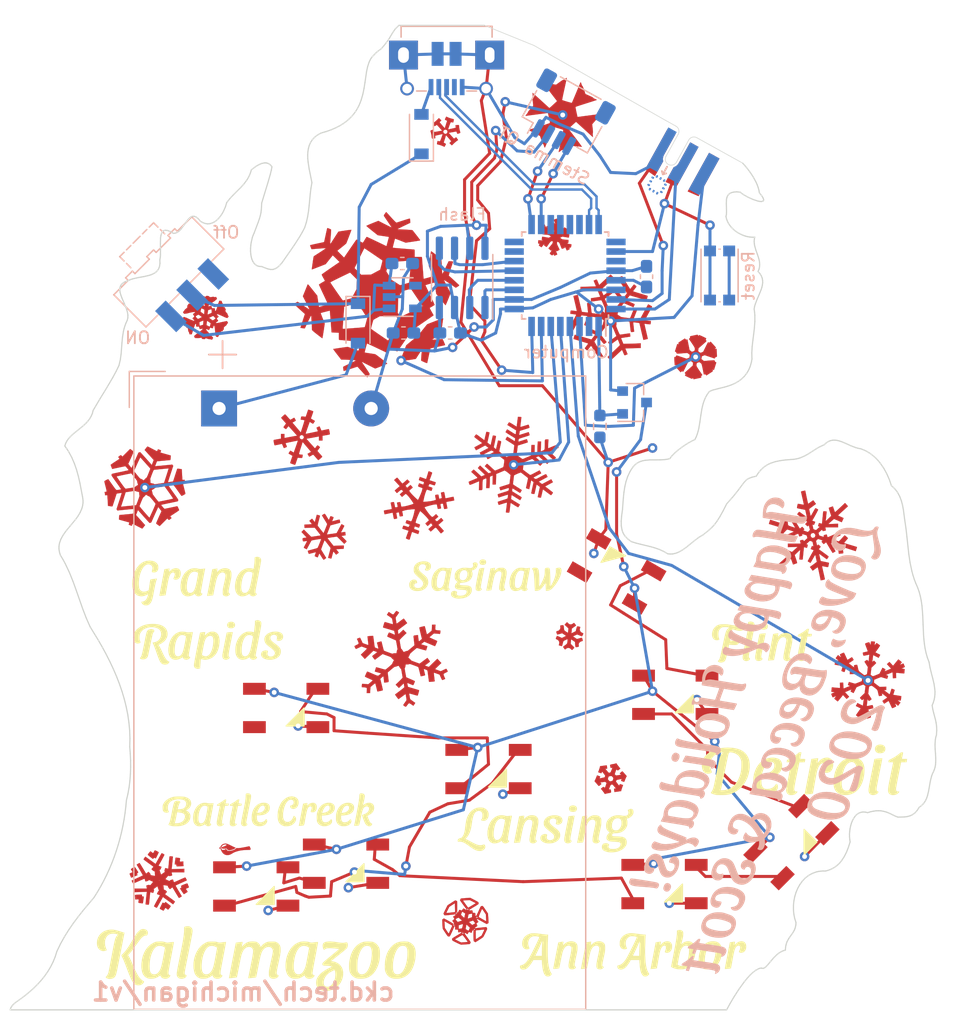
<source format=kicad_pcb>
(kicad_pcb (version 20171130) (host pcbnew 5.1.7)
  (layers (0 F.Cu signal) (31 B.Cu signal) (34 B.Paste user) (35 F.Paste user) (36 B.SilkS user) (37 F.SilkS user) (38 B.Mask user) (39 F.Mask user) (44 Edge.Cuts user))
  (net 0 "")
  (net 1 GND)
  (net 2 VBUS)
  (net 3 +3V3)
  (net 4 "Net-(C3-Pad1)")
  (net 5 "Net-(D2-Pad2)")
  (net 6 /D-)
  (net 7 /D+)
  (net 8 "Net-(J1-Pad4)")
  (net 9 /RESET)
  (net 10 "Net-(U1-Pad4)")
  (net 11 /SWDIO)
  (net 12 /SWCLK)
  (net 13 "Net-(U2-Pad27)")
  (net 14 "Net-(U2-Pad25)")
  (net 15 /SCK)
  (net 16 /MOSI)
  (net 17 /MISO)
  (net 18 /CS)
  (net 19 /SCL)
  (net 20 /SDA)
  (net 21 "Net-(U2-Pad16)")
  (net 22 "Net-(U2-Pad15)")
  (net 23 "Net-(U2-Pad2)")
  (net 24 "Net-(D3-Pad2)")
  (net 25 "Net-(D3-Pad4)")
  (net 26 "Net-(D4-Pad2)")
  (net 27 "Net-(D4-Pad4)")
  (net 28 "Net-(D5-Pad2)")
  (net 29 "Net-(D6-Pad2)")
  (net 30 "Net-(D8-Pad2)")
  (net 31 "Net-(D10-Pad2)")
  (net 32 "Net-(D10-Pad4)")
  (net 33 "Net-(BT1-Pad1)")
  (net 34 VCC)
  (net 35 "Net-(J2-Pad6)")
  (net 36 "Net-(C1-Pad1)")
  (net 37 "Net-(SW2-Pad3)")
  (net 38 "Net-(U2-Pad22)")
  (net 39 "Net-(U2-Pad21)")
  (net 40 "Net-(U2-Pad20)")
  (net 41 "Net-(U2-Pad19)")
  (net 42 /NEOPIXEL_POWER)
  (net 43 "Net-(TP1-Pad1)")
  (net 44 "Net-(TP2-Pad1)")
  (net 45 "Net-(TP3-Pad1)")
  (net 46 "Net-(TP4-Pad1)")
  (net 47 "Net-(TP5-Pad1)")
  (net 48 "Net-(TP6-Pad1)")
  (module michigan:snowflake20 (layer F.Cu) (at 205.2 100.1)
    (fp_text reference Ref** hide)
    (fp_text value Val** hide)
    (fp_poly (pts (xy 0.848681 -2.849827) (xy 0.908065 -2.830316) (xy 0.975005 -2.804229) (xy 1.036609 -2.776831) (xy 1.079987 -2.753385) (xy 1.092662 -2.741996) (xy 1.088703 -2.714876) (xy 1.071793 -2.655732) (xy 1.044314 -2.571997) (xy 1.008649 -2.471107) (xy 0.987363 -2.41354) (xy 0.872978 -2.108763) (xy 1.129697 -2.025579) (xy 1.226956 -1.993744) (xy 1.308517 -1.96644) (xy 1.366523 -1.946341) (xy 1.393115 -1.936124) (xy 1.393864 -1.935653) (xy 1.392308 -1.913282) (xy 1.379733 -1.865035) (xy 1.360591 -1.804439) (xy 1.339334 -1.745022) (xy 1.320414 -1.700313) (xy 1.311597 -1.685675) (xy 1.28566 -1.684203) (xy 1.229337 -1.694988) (xy 1.152069 -1.715933) (xy 1.097188 -1.7333) (xy 1.010739 -1.761415) (xy 0.938822 -1.783531) (xy 0.891232 -1.796703) (xy 0.878364 -1.799088) (xy 0.86078 -1.781794) (xy 0.835988 -1.739469) (xy 0.81058 -1.686315) (xy 0.791148 -1.636536) (xy 0.784281 -1.604333) (xy 0.785942 -1.599943) (xy 0.808495 -1.590418) (xy 0.86021 -1.571827) (xy 0.929981 -1.548162) (xy 0.931333 -1.547714) (xy 1.022326 -1.517075) (xy 1.079138 -1.493201) (xy 1.107567 -1.468933) (xy 1.113413 -1.437116) (xy 1.102471 -1.390593) (xy 1.090006 -1.351857) (xy 1.067528 -1.286945) (xy 1.04846 -1.239376) (xy 1.039856 -1.2235) (xy 1.015328 -1.223517) (xy 0.961001 -1.236074) (xy 0.886661 -1.25871) (xy 0.850114 -1.271235) (xy 0.769544 -1.298082) (xy 0.704251 -1.316707) (xy 0.664259 -1.324384) (xy 0.65733 -1.323637) (xy 0.630693 -1.290401) (xy 0.597108 -1.223059) (xy 0.559092 -1.128766) (xy 0.51916 -1.014677) (xy 0.47983 -0.887947) (xy 0.443619 -0.755732) (xy 0.415135 -0.635) (xy 0.391314 -0.523446) (xy 0.371226 -0.427722) (xy 0.356321 -0.35488) (xy 0.34805 -0.31197) (xy 0.346893 -0.303487) (xy 0.367635 -0.304009) (xy 0.423494 -0.307645) (xy 0.507411 -0.313879) (xy 0.612327 -0.322193) (xy 0.692755 -0.328829) (xy 0.878097 -0.347243) (xy 1.030258 -0.369121) (xy 1.158339 -0.395923) (xy 1.224 -0.413944) (xy 1.411741 -0.470286) (xy 1.372332 -0.662422) (xy 1.356745 -0.747836) (xy 1.347726 -0.817074) (xy 1.346398 -0.860157) (xy 1.349086 -0.868883) (xy 1.38261 -0.884178) (xy 1.439127 -0.898109) (xy 1.504303 -0.908607) (xy 1.563804 -0.9136) (xy 1.603297 -0.911019) (xy 1.610821 -0.90668) (xy 1.620571 -0.876802) (xy 1.634286 -0.817474) (xy 1.649142 -0.741031) (xy 1.650381 -0.734057) (xy 1.664515 -0.657992) (xy 1.676788 -0.599173) (xy 1.68475 -0.569251) (xy 1.685229 -0.568272) (xy 1.706922 -0.567197) (xy 1.753836 -0.575431) (xy 1.810913 -0.589255) (xy 1.863096 -0.604947) (xy 1.895327 -0.618786) (xy 1.897876 -0.620821) (xy 1.897113 -0.643122) (xy 1.889712 -0.698102) (xy 1.876984 -0.776859) (xy 1.864344 -0.848292) (xy 1.848466 -0.939418) (xy 1.837021 -1.013749) (xy 1.831295 -1.062341) (xy 1.831591 -1.076594) (xy 1.854724 -1.084609) (xy 1.907302 -1.097784) (xy 1.9676 -1.111063) (xy 2.018814 -1.122793) (xy 2.055265 -1.129291) (xy 2.080716 -1.124985) (xy 2.09893 -1.104306) (xy 2.113672 -1.061683) (xy 2.128704 -0.991545) (xy 2.147791 -0.888322) (xy 2.159067 -0.82767) (xy 2.17683 -0.736512) (xy 2.192441 -0.66213) (xy 2.20394 -0.613533) (xy 2.20873 -0.599382) (xy 2.231084 -0.601034) (xy 2.287467 -0.610934) (xy 2.370692 -0.627663) (xy 2.473574 -0.649805) (xy 2.541671 -0.665079) (xy 2.652916 -0.689768) (xy 2.748841 -0.709861) (xy 2.822252 -0.723946) (xy 2.865955 -0.730613) (xy 2.874921 -0.730468) (xy 2.8831 -0.707252) (xy 2.896382 -0.655712) (xy 2.911812 -0.589087) (xy 2.926435 -0.520612) (xy 2.937296 -0.463524) (xy 2.941423 -0.432559) (xy 2.921806 -0.421279) (xy 2.866674 -0.4058) (xy 2.78246 -0.387598) (xy 2.6756 -0.368151) (xy 2.624904 -0.359871) (xy 2.512831 -0.341509) (xy 2.415122 -0.32429) (xy 2.339658 -0.309696) (xy 2.294322 -0.29921) (xy 2.285506 -0.296029) (xy 2.27918 -0.268266) (xy 2.285546 -0.200529) (xy 2.304624 -0.092658) (xy 2.31902 -0.023232) (xy 2.339461 0.075801) (xy 2.35504 0.158863) (xy 2.364336 0.21778) (xy 2.365929 0.244377) (xy 2.365612 0.244943) (xy 2.341562 0.253659) (xy 2.288575 0.266927) (xy 2.23462 0.278488) (xy 2.160787 0.290909) (xy 2.118207 0.290953) (xy 2.097626 0.278555) (xy 2.09693 0.277481) (xy 2.086202 0.246582) (xy 2.070384 0.184631) (xy 2.052059 0.10221) (xy 2.041834 0.05191) (xy 2.002495 -0.148167) (xy 1.916706 -0.147843) (xy 1.849573 -0.145186) (xy 1.808541 -0.132885) (xy 1.789826 -0.103518) (xy 1.789646 -0.049665) (xy 1.804221 0.036095) (xy 1.809535 0.062447) (xy 1.824923 0.14233) (xy 1.835153 0.204316) (xy 1.838646 0.238434) (xy 1.837963 0.241964) (xy 1.811788 0.250735) (xy 1.759571 0.262041) (xy 1.695333 0.273534) (xy 1.633093 0.282867) (xy 1.586871 0.287694) (xy 1.570794 0.286683) (xy 1.562497 0.262927) (xy 1.548567 0.207699) (xy 1.53147 0.131081) (xy 1.524 0.09525) (xy 1.506368 0.012773) (xy 1.490965 -0.052438) (xy 1.480224 -0.090341) (xy 1.477698 -0.09569) (xy 1.454004 -0.097522) (xy 1.398285 -0.094715) (xy 1.320524 -0.087886) (xy 1.279313 -0.083474) (xy 1.20858 -0.072007) (xy 1.113944 -0.051786) (xy 1.003493 -0.025073) (xy 0.885314 0.005869) (xy 0.767493 0.038778) (xy 0.658117 0.071389) (xy 0.565274 0.101442) (xy 0.497051 0.126672) (xy 0.461534 0.144817) (xy 0.460655 0.145597) (xy 0.465341 0.168408) (xy 0.491702 0.218273) (xy 0.53533 0.288902) (xy 0.59182 0.374004) (xy 0.656764 0.467288) (xy 0.725755 0.562465) (xy 0.794385 0.653243) (xy 0.858249 0.733333) (xy 0.91294 0.796444) (xy 0.926932 0.81116) (xy 1.00259 0.887502) (xy 1.057423 0.935218) (xy 1.100831 0.955326) (xy 1.14221 0.948842) (xy 1.190961 0.916786) (xy 1.256479 0.860174) (xy 1.269839 0.848289) (xy 1.334258 0.791859) (xy 1.38606 0.748025) (xy 1.417714 0.723084) (xy 1.423635 0.719666) (xy 1.440815 0.734573) (xy 1.476981 0.773591) (xy 1.522679 0.826369) (xy 1.612652 0.933071) (xy 1.513991 1.019915) (xy 1.452974 1.073106) (xy 1.398107 1.12006) (xy 1.36981 1.14362) (xy 1.339625 1.174161) (xy 1.341874 1.199875) (xy 1.353473 1.215645) (xy 1.391774 1.253227) (xy 1.439763 1.291472) (xy 1.496869 1.332136) (xy 1.850125 1.033762) (xy 1.940249 1.136006) (xy 1.986668 1.190126) (xy 2.019334 1.230994) (xy 2.030739 1.248833) (xy 2.015616 1.265642) (xy 1.973986 1.304104) (xy 1.911899 1.358807) (xy 1.835403 1.424339) (xy 1.820766 1.436702) (xy 1.610426 1.613987) (xy 1.837088 1.855981) (xy 1.91518 1.940015) (xy 1.982457 2.013661) (xy 2.033801 2.071219) (xy 2.064096 2.106988) (xy 2.069989 2.115457) (xy 2.05816 2.136327) (xy 2.022416 2.174297) (xy 1.972507 2.220802) (xy 1.918184 2.267277) (xy 1.869199 2.305155) (xy 1.835301 2.325871) (xy 1.828634 2.327477) (xy 1.809088 2.311554) (xy 1.768727 2.268521) (xy 1.712984 2.204482) (xy 1.647292 2.125543) (xy 1.629833 2.10405) (xy 1.544778 1.997712) (xy 1.481698 1.9209) (xy 1.433801 1.872082) (xy 1.394295 1.849725) (xy 1.356388 1.852298) (xy 1.313288 1.878268) (xy 1.258203 1.926103) (xy 1.184342 1.994272) (xy 1.17615 2.001707) (xy 1.100045 2.069646) (xy 1.036132 2.124943) (xy 0.990359 2.16258) (xy 0.968678 2.177542) (xy 0.967774 2.177408) (xy 0.951918 2.158679) (xy 0.915229 2.118386) (xy 0.871261 2.071239) (xy 0.779439 1.973682) (xy 0.881844 1.879107) (xy 0.949591 1.817088) (xy 1.017568 1.755722) (xy 1.057497 1.720249) (xy 1.130745 1.655966) (xy 1.073072 1.568816) (xy 1.036843 1.518449) (xy 1.008659 1.487021) (xy 0.999824 1.481761) (xy 0.977867 1.494988) (xy 0.933121 1.530094) (xy 0.874013 1.580359) (xy 0.853856 1.598178) (xy 0.792691 1.651685) (xy 0.744117 1.692201) (xy 0.716209 1.713063) (xy 0.712952 1.7145) (xy 0.69506 1.699532) (xy 0.658494 1.66038) (xy 0.613405 1.608155) (xy 0.524368 1.50181) (xy 0.616725 1.420856) (xy 0.680944 1.364812) (xy 0.743139 1.310923) (xy 0.771048 1.286937) (xy 0.833013 1.233972) (xy 0.715485 1.073039) (xy 0.672282 1.019653) (xy 0.609813 0.949965) (xy 0.533717 0.869504) (xy 0.449635 0.783799) (xy 0.363204 0.698376) (xy 0.280065 0.618764) (xy 0.205858 0.550491) (xy 0.146221 0.499085) (xy 0.106795 0.470074) (xy 0.095858 0.465666) (xy 0.078747 0.484215) (xy 0.049407 0.535152) (xy 0.010962 0.611412) (xy -0.033465 0.705933) (xy -0.080752 0.811649) (xy -0.127775 0.921497) (xy -0.171414 1.028412) (xy -0.208544 1.125331) (xy -0.236042 1.205189) (xy -0.245662 1.23825) (xy -0.267475 1.322917) (xy -0.284535 1.391542) (xy -0.294416 1.434238) (xy -0.29591 1.442886) (xy -0.277426 1.455353) (xy -0.227688 1.476587) (xy -0.155873 1.502823) (xy -0.121709 1.514306) (xy -0.040459 1.542177) (xy 0.025503 1.567064) (xy 0.065606 1.584891) (xy 0.071822 1.588925) (xy 0.075109 1.617146) (xy 0.063076 1.673472) (xy 0.043518 1.732497) (xy -0.003692 1.858734) (xy -0.182807 1.798189) (xy -0.277375 1.768465) (xy -0.337152 1.755369) (xy -0.365963 1.758182) (xy -0.369541 1.763114) (xy -0.378896 1.798881) (xy -0.392768 1.856443) (xy -0.396917 1.874286) (xy -0.416672 1.95999) (xy -0.213628 2.030683) (xy -0.126431 2.061955) (xy -0.054188 2.089567) (xy -0.006355 2.10981) (xy 0.007256 2.117336) (xy 0.00975 2.143939) (xy -0.001301 2.197675) (xy -0.021423 2.260876) (xy -0.067942 2.388457) (xy -0.590354 2.203135) (xy -0.674794 2.472109) (xy -0.707612 2.577591) (xy -0.736798 2.673139) (xy -0.759429 2.749063) (xy -0.772581 2.795675) (xy -0.773495 2.799291) (xy -0.787479 2.835417) (xy -0.812026 2.85173) (xy -0.854948 2.848552) (xy -0.924053 2.826204) (xy -0.972046 2.807468) (xy -1.035046 2.779315) (xy -1.079506 2.754051) (xy -1.093598 2.740655) (xy -1.088897 2.714573) (xy -1.07149 2.656284) (xy -1.043778 2.573124) (xy -1.008162 2.472432) (xy -0.986358 2.413) (xy -0.872363 2.106083) (xy -1.12939 2.024602) (xy -1.226807 1.993368) (xy -1.308487 1.966513) (xy -1.366555 1.946675) (xy -1.393131 1.936495) (xy -1.393865 1.936015) (xy -1.392284 1.913408) (xy -1.379683 1.864955) (xy -1.360519 1.804213) (xy -1.339245 1.74474) (xy -1.320319 1.700094) (xy -1.311598 1.685674) (xy -1.285661 1.684202) (xy -1.229338 1.694987) (xy -1.15207 1.715932) (xy -1.097189 1.733299) (xy -1.01074 1.761414) (xy -0.938823 1.78353) (xy -0.891233 1.796702) (xy -0.878365 1.799087) (xy -0.860857 1.781849) (xy -0.836113 1.739654) (xy -0.81071 1.686651) (xy -0.791226 1.636986) (xy -0.784241 1.604807) (xy -0.785943 1.600311) (xy -0.808126 1.59071) (xy -0.860292 1.570722) (xy -0.932529 1.544115) (xy -0.957792 1.534988) (xy -1.033199 1.50623) (xy -1.090321 1.481323) (xy -1.119781 1.46447) (xy -1.121834 1.461435) (xy -1.115103 1.430494) (xy -1.098422 1.376218) (xy -1.07706 1.31386) (xy -1.056287 1.258675) (xy -1.041372 1.225918) (xy -1.039645 1.223499) (xy -1.015217 1.223515) (xy -0.960973 1.236069) (xy -0.886686 1.258699) (xy -0.850115 1.271234) (xy -0.769545 1.298081) (xy -0.704252 1.316706) (xy -0.66426 1.324383) (xy -0.657331 1.323636) (xy -0.630694 1.2904) (xy -0.597109 1.223058) (xy -0.559093 1.128765) (xy -0.519161 1.014676) (xy -0.479831 0.887946) (xy -0.44362 0.755731) (xy -0.415136 0.635) (xy -0.39132 0.523512) (xy -0.371235 0.427922) (xy -0.35633 0.35526) (xy -0.348055 0.312556) (xy -0.346894 0.304205) (xy -0.367639 0.304895) (xy -0.423461 0.308549) (xy -0.507245 0.314653) (xy -0.611876 0.322697) (xy -0.687917 0.32874) (xy -0.86511 0.345624) (xy -1.010489 0.365759) (xy -1.134544 0.390821) (xy -1.219066 0.413609) (xy -1.411548 0.471231) (xy -1.372236 0.662894) (xy -1.356676 0.7482) (xy -1.347692 0.817322) (xy -1.346407 0.860269) (xy -1.349087 0.868882) (xy -1.382611 0.884177) (xy -1.439128 0.898108) (xy -1.504304 0.908606) (xy -1.563805 0.913599) (xy -1.603298 0.911018) (xy -1.610822 0.906679) (xy -1.620572 0.876801) (xy -1.634287 0.817473) (xy -1.649143 0.74103) (xy -1.650382 0.734056) (xy -1.664575 0.657871) (xy -1.676988 0.59882) (xy -1.68514 0.568616) (xy -1.685632 0.567621) (xy -1.70708 0.56715) (xy -1.753828 0.576355) (xy -1.811086 0.591322) (xy -1.864063 0.608135) (xy -1.897969 0.622879) (xy -1.90016 0.624405) (xy -1.898756 0.64564) (xy -1.89047 0.699589) (xy -1.876747 0.777458) (xy -1.863514 0.847513) (xy -1.847116 0.938646) (xy -1.836019 1.013576) (xy -1.831436 1.06313) (xy -1.833011 1.078131) (xy -1.858702 1.088017) (xy -1.91329 1.101519) (xy -1.97068 1.113018) (xy -2.020965 1.123189) (xy -2.056734 1.128492) (xy -2.081724 1.123267) (xy -2.099669 1.101855) (xy -2.114306 1.058599) (xy -2.12937 0.987839) (xy -2.148598 0.883916) (xy -2.159068 0.827669) (xy -2.176758 0.736613) (xy -2.192187 0.662426) (xy -2.203428 0.614076) (xy -2.207993 0.600118) (xy -2.230102 0.601959) (xy -2.2863 0.611895) (xy -2.369422 0.628518) (xy -2.472305 0.650419) (xy -2.541115 0.665635) (xy -2.652548 0.689998) (xy -2.748639 0.70984) (xy -2.822198 0.723773) (xy -2.86604 0.730404) (xy -2.875102 0.730287) (xy -2.883211 0.70714) (xy -2.89643 0.655667) (xy -2.911811 0.589101) (xy -2.926405 0.520675) (xy -2.937265 0.463621) (xy -2.941424 0.432558) (xy -2.921807 0.421278) (xy -2.866675 0.405799) (xy -2.782461 0.387597) (xy -2.675601 0.36815) (xy -2.624905 0.35987) (xy -2.512821 0.341503) (xy -2.41509 0.324271) (xy -2.339598 0.30966) (xy -2.294229 0.299153) (xy -2.285399 0.295961) (xy -2.27879 0.268729) (xy -2.28485 0.202611) (xy -2.303651 0.097021) (xy -2.316911 0.03358) (xy -2.337787 -0.064284) (xy -2.354881 -0.146913) (xy -2.36643 -0.205601) (xy -2.370667 -0.231635) (xy -2.351715 -0.244282) (xy -2.302323 -0.26076) (xy -2.241674 -0.27559) (xy -2.165674 -0.289505) (xy -2.121154 -0.291118) (xy -2.099126 -0.280547) (xy -2.096927 -0.277476) (xy -2.086201 -0.246579) (xy -2.070384 -0.184631) (xy -2.052061 -0.102212) (xy -2.041835 -0.051911) (xy -2.002496 0.148166) (xy -1.916707 0.147842) (xy -1.849574 0.145185) (xy -1.808542 0.132884) (xy -1.789827 0.103517) (xy -1.789647 0.049664) (xy -1.804222 -0.036096) (xy -1.809536 -0.062448) (xy -1.824924 -0.142331) (xy -1.835154 -0.204317) (xy -1.838647 -0.238435) (xy -1.837964 -0.241965) (xy -1.811789 -0.250736) (xy -1.759572 -0.262042) (xy -1.695334 -0.273535) (xy -1.633094 -0.282868) (xy -1.586872 -0.287695) (xy -1.570795 -0.286684) (xy -1.562498 -0.262928) (xy -1.548568 -0.2077) (xy -1.531471 -0.131082) (xy -1.524 -0.09525) (xy -1.506369 -0.012774) (xy -1.490966 0.052437) (xy -1.480225 0.09034) (xy -1.477699 0.095689) (xy -1.454001 0.097549) (xy -1.398274 0.094817) (xy -1.320502 0.088095) (xy -1.279314 0.083743) (xy -1.208127 0.072283) (xy -1.113127 0.052035) (xy -1.002402 0.025265) (xy -0.884046 -0.005756) (xy -0.766148 -0.038762) (xy -0.656801 -0.071483) (xy -0.564094 -0.101651) (xy -0.49612 -0.126999) (xy -0.460969 -0.145258) (xy -0.460314 -0.145853) (xy -0.464508 -0.169252) (xy -0.490829 -0.219575) (xy -0.53493 -0.290709) (xy -0.592466 -0.376543) (xy -0.659091 -0.470963) (xy -0.730459 -0.567859) (xy -0.802223 -0.661119) (xy -0.870039 -0.74463) (xy -0.92956 -0.812281) (xy -0.947342 -0.830792) (xy -1.010463 -0.89259) (xy -1.063401 -0.940934) (xy -1.09866 -0.969147) (xy -1.10785 -0.973667) (xy -1.131114 -0.96046) (xy -1.177456 -0.925111) (xy -1.238695 -0.874028) (xy -1.27 -0.846667) (xy -1.334194 -0.790646) (xy -1.385832 -0.747249) (xy -1.417289 -0.722807) (xy -1.422978 -0.719667) (xy -1.440531 -0.734574) (xy -1.476893 -0.773536) (xy -1.521189 -0.824602) (xy -1.609671 -0.929536) (xy -1.519211 -1.012812) (xy -1.458645 -1.067526) (xy -1.401888 -1.117108) (xy -1.375834 -1.138913) (xy -1.322917 -1.181738) (xy -1.375834 -1.238396) (xy -1.419944 -1.283102) (xy -1.456204 -1.307496) (xy -1.492779 -1.310032) (xy -1.537836 -1.289167) (xy -1.599541 -1.243355) (xy -1.672875 -1.182214) (xy -1.849372 -1.032894) (xy -1.939873 -1.135572) (xy -1.986399 -1.189811) (xy -2.019188 -1.230808) (xy -2.03074 -1.248834) (xy -2.015616 -1.265642) (xy -1.973983 -1.304106) (xy -1.911887 -1.358817) (xy -1.835371 -1.424367) (xy -1.820548 -1.436888) (xy -1.609989 -1.61436) (xy -1.847434 -1.868075) (xy -2.084879 -2.121791) (xy -1.968481 -2.224829) (xy -1.909064 -2.274928) (xy -1.860517 -2.311315) (xy -1.832403 -2.326887) (xy -1.830917 -2.327022) (xy -1.810605 -2.311142) (xy -1.769264 -2.268092) (xy -1.712259 -2.203805) (xy -1.644954 -2.124211) (xy -1.61925 -2.092971) (xy -1.548861 -2.007438) (xy -1.486566 -1.932927) (xy -1.437932 -1.876008) (xy -1.408525 -1.843252) (xy -1.403983 -1.83886) (xy -1.381095 -1.839858) (xy -1.337018 -1.866279) (xy -1.269176 -1.919965) (xy -1.17584 -2.001989) (xy -1.099797 -2.069871) (xy -1.035949 -2.125105) (xy -0.99025 -2.162671) (xy -0.968655 -2.177549) (xy -0.967775 -2.177409) (xy -0.951919 -2.15868) (xy -0.91523 -2.118387) (xy -0.871262 -2.07124) (xy -0.77944 -1.973683) (xy -0.881845 -1.879108) (xy -0.949615 -1.817069) (xy -1.017634 -1.755665) (xy -1.057587 -1.720171) (xy -1.130923 -1.655808) (xy -1.070583 -1.568738) (xy -1.033567 -1.518763) (xy -1.00569 -1.487317) (xy -0.997247 -1.481762) (xy -0.976519 -1.494958) (xy -0.93276 -1.529987) (xy -0.874216 -1.580156) (xy -0.853857 -1.598179) (xy -0.792692 -1.651686) (xy -0.744118 -1.692202) (xy -0.71621 -1.713064) (xy -0.712953 -1.7145) (xy -0.695061 -1.699533) (xy -0.658495 -1.660381) (xy -0.613406 -1.608156) (xy -0.524369 -1.501811) (xy -0.616726 -1.420857) (xy -0.680945 -1.364813) (xy -0.74314 -1.310924) (xy -0.771049 -1.286938) (xy -0.833014 -1.233973) (xy -0.714474 -1.071655) (xy -0.672205 -1.019622) (xy -0.610386 -0.951028) (xy -0.534674 -0.871392) (xy -0.450725 -0.786234) (xy -0.364196 -0.701072) (xy -0.280744 -0.621426) (xy -0.206024 -0.552814) (xy -0.145695 -0.500756) (xy -0.105411 -0.470771) (xy -0.093389 -0.465667) (xy -0.076924 -0.484208) (xy -0.048197 -0.535109) (xy -0.010315 -0.611286) (xy 0.033612 -0.705654) (xy 0.080474 -0.811129) (xy 0.127164 -0.920628) (xy 0.170571 -1.027065) (xy 0.207588 -1.123356) (xy 0.235105 -1.202419) (xy 0.245661 -1.23825) (xy 0.267474 -1.322918) (xy 0.284534 -1.391543) (xy 0.294415 -1.434239) (xy 0.295909 -1.442887) (xy 0.27751 -1.455637) (xy 0.228191 -1.477147) (xy 0.157395 -1.503427) (xy 0.132291 -1.51201) (xy 0.033624 -1.545315) (xy -0.030508 -1.570702) (xy -0.065355 -1.594721) (xy -0.076167 -1.623921) (xy -0.068193 -1.664851) (xy -0.046683 -1.724062) (xy -0.043813 -1.731713) (xy 0.003691 -1.858735) (xy 0.182806 -1.79819) (xy 0.277374 -1.768466) (xy 0.337151 -1.75537) (xy 0.365962 -1.758183) (xy 0.36954 -1.763115) (xy 0.378882 -1.798825) (xy 0.39278 -1.856457) (xy 0.397087 -1.87496) (xy 0.417013 -1.961337) (xy 0.213798 -2.031586) (xy 0.126536 -2.062646) (xy 0.05424 -2.090051) (xy 0.006369 -2.11012) (xy -0.007257 -2.117566) (xy -0.009752 -2.144043) (xy 0.001294 -2.197682) (xy 0.021422 -2.260877) (xy 0.067941 -2.388458) (xy 0.590353 -2.203136) (xy 0.674793 -2.47211) (xy 0.707611 -2.577592) (xy 0.736797 -2.67314) (xy 0.759428 -2.749064) (xy 0.77258 -2.795676) (xy 0.773494 -2.799292) (xy 0.790646 -2.841383) (xy 0.809746 -2.857501) (xy 0.848681 -2.849827)) (layer F.Cu) (width 0.01))
  )
  (module MountingHole:MountingHole_2.7mm (layer F.Cu) (at 222.4 70.1)
    (fp_text reference REF** hide)
    (fp_text value MountingHole_2.7mm)
    (pad 1 np_thru_hole circle (at 0 0) (size 2.7 2.7) (drill 2.7) (layers *.Cu *.Mask))
  )
  (module michigan:snowflake19 (layer F.Cu) (at 195.4 94.4)
    (fp_text reference Ref** hide)
    (fp_text value Val** hide)
    (fp_poly (pts (xy 0.563134 -2.3017) (xy 0.614603 -2.287716) (xy 0.685053 -2.265639) (xy 0.764211 -2.238999) (xy 0.841801 -2.211321) (xy 0.90755 -2.186135) (xy 0.951184 -2.166966) (xy 0.962979 -2.159168) (xy 0.960044 -2.134002) (xy 0.944621 -2.076645) (xy 0.918981 -1.994587) (xy 0.885392 -1.895315) (xy 0.869088 -1.849253) (xy 0.832485 -1.746253) (xy 0.802028 -1.658775) (xy 0.780118 -1.593861) (xy 0.769158 -1.558549) (xy 0.768435 -1.554195) (xy 0.787374 -1.543162) (xy 0.834398 -1.516092) (xy 0.900843 -1.477967) (xy 0.931333 -1.4605) (xy 1.003706 -1.418866) (xy 1.060638 -1.38575) (xy 1.093226 -1.366346) (xy 1.097437 -1.363599) (xy 1.092953 -1.342826) (xy 1.070403 -1.299387) (xy 1.037053 -1.244531) (xy 1.000169 -1.189509) (xy 0.967017 -1.145571) (xy 0.944863 -1.123969) (xy 0.942263 -1.123324) (xy 0.914704 -1.134659) (xy 0.86265 -1.163037) (xy 0.797105 -1.202441) (xy 0.79375 -1.204543) (xy 0.66675 -1.284271) (xy 0.490612 -0.788288) (xy 0.442666 -0.651817) (xy 0.40048 -0.528915) (xy 0.365855 -0.425066) (xy 0.340592 -0.345753) (xy 0.326492 -0.296459) (xy 0.324421 -0.282357) (xy 0.346284 -0.284319) (xy 0.40262 -0.293919) (xy 0.486554 -0.309728) (xy 0.591208 -0.330314) (xy 0.709705 -0.354249) (xy 0.83517 -0.380103) (xy 0.960724 -0.406445) (xy 1.079492 -0.431845) (xy 1.184596 -0.454875) (xy 1.269159 -0.474103) (xy 1.326306 -0.488101) (xy 1.349146 -0.495425) (xy 1.345157 -0.516744) (xy 1.327869 -0.564511) (xy 1.31083 -0.605546) (xy 1.272314 -0.694351) (xy 1.249867 -0.752362) (xy 1.243883 -0.788107) (xy 1.254754 -0.810116) (xy 1.282872 -0.826917) (xy 1.321797 -0.843991) (xy 1.404933 -0.879656) (xy 1.457922 -0.897962) (xy 1.488831 -0.899771) (xy 1.505723 -0.885947) (xy 1.514444 -0.864597) (xy 1.530753 -0.821086) (xy 1.558474 -0.754299) (xy 1.588426 -0.685853) (xy 1.647383 -0.554449) (xy 1.929649 -0.615248) (xy 2.035953 -0.637678) (xy 2.129166 -0.656475) (xy 2.200561 -0.669941) (xy 2.241409 -0.67638) (xy 2.24565 -0.676691) (xy 2.265182 -0.6661) (xy 2.283025 -0.629444) (xy 2.301546 -0.56061) (xy 2.314442 -0.498907) (xy 2.334915 -0.389216) (xy 2.345728 -0.31394) (xy 2.347092 -0.266329) (xy 2.339223 -0.239633) (xy 2.323041 -0.227364) (xy 2.29325 -0.220181) (xy 2.230332 -0.207561) (xy 2.142896 -0.191156) (xy 2.039552 -0.172615) (xy 2.016125 -0.168516) (xy 1.735666 -0.119666) (xy 1.735666 0.275166) (xy 1.439333 0.275166) (xy 1.439333 -0.066864) (xy 1.381125 -0.054446) (xy 1.335886 -0.04538) (xy 1.260362 -0.030884) (xy 1.161698 -0.012275) (xy 1.047039 0.009133) (xy 0.92353 0.032024) (xy 0.798316 0.055083) (xy 0.678543 0.076993) (xy 0.571356 0.09644) (xy 0.483899 0.112108) (xy 0.423318 0.12268) (xy 0.396758 0.126843) (xy 0.396394 0.12686) (xy 0.405515 0.141821) (xy 0.439658 0.183877) (xy 0.495255 0.248906) (xy 0.568734 0.332782) (xy 0.656529 0.431384) (xy 0.743935 0.528319) (xy 1.107831 0.929639) (xy 1.201577 0.803486) (xy 1.249439 0.742456) (xy 1.289351 0.697663) (xy 1.313598 0.677666) (xy 1.315301 0.677333) (xy 1.344134 0.689343) (xy 1.391089 0.719304) (xy 1.444046 0.75811) (xy 1.490884 0.796657) (xy 1.519484 0.82584) (xy 1.523174 0.833494) (xy 1.511705 0.857908) (xy 1.48041 0.906945) (xy 1.435167 0.97159) (xy 1.416139 0.997568) (xy 1.308278 1.143064) (xy 1.368514 1.215585) (xy 1.409582 1.263533) (xy 1.469273 1.331389) (xy 1.537605 1.407853) (xy 1.571625 1.445488) (xy 1.631944 1.513952) (xy 1.679672 1.571969) (xy 1.708644 1.611824) (xy 1.7145 1.624349) (xy 1.699416 1.646093) (xy 1.659227 1.687717) (xy 1.601523 1.742215) (xy 1.533895 1.802577) (xy 1.463934 1.861795) (xy 1.415081 1.900791) (xy 1.398467 1.907761) (xy 1.377167 1.901509) (xy 1.346536 1.877935) (xy 1.301928 1.832937) (xy 1.2387 1.762414) (xy 1.174972 1.688802) (xy 1.102183 1.605412) (xy 1.038748 1.53522) (xy 0.989832 1.48375) (xy 0.960599 1.456523) (xy 0.955118 1.453674) (xy 0.931141 1.465197) (xy 0.880002 1.49261) (xy 0.811266 1.530746) (xy 0.785752 1.545143) (xy 0.714664 1.584282) (xy 0.659161 1.612686) (xy 0.628128 1.625892) (xy 0.624645 1.626052) (xy 0.609768 1.603652) (xy 0.582294 1.558005) (xy 0.549251 1.5013) (xy 0.517665 1.445728) (xy 0.494564 1.40348) (xy 0.486833 1.386975) (xy 0.504056 1.373837) (xy 0.549741 1.346294) (xy 0.614906 1.309699) (xy 0.632666 1.300046) (xy 0.778499 1.221278) (xy 0.428491 0.81012) (xy 0.078482 0.398961) (xy -0.084555 0.903272) (xy -0.14241 1.085667) (xy -0.185318 1.228688) (xy -0.213263 1.332284) (xy -0.226231 1.3964) (xy -0.224338 1.420914) (xy -0.192547 1.429761) (xy -0.131909 1.439979) (xy -0.058228 1.449055) (xy 0.084628 1.463865) (xy 0.072731 1.552141) (xy 0.060795 1.641813) (xy 0.048668 1.697278) (xy 0.027718 1.725812) (xy -0.010684 1.734691) (xy -0.075169 1.73119) (xy -0.133358 1.725879) (xy -0.215808 1.718503) (xy -0.281844 1.712189) (xy -0.320239 1.708023) (xy -0.324644 1.707364) (xy -0.336946 1.725174) (xy -0.359059 1.776533) (xy -0.38832 1.854533) (xy -0.422068 1.95227) (xy -0.439524 2.005541) (xy -0.474858 2.110687) (xy -0.507556 2.199658) (xy -0.534831 2.265481) (xy -0.5539 2.301185) (xy -0.559381 2.305573) (xy -0.58851 2.298294) (xy -0.647049 2.280197) (xy -0.724498 2.254586) (xy -0.760891 2.242124) (xy -0.842723 2.212586) (xy -0.909245 2.186288) (xy -0.95021 2.167378) (xy -0.957396 2.162571) (xy -0.956846 2.137438) (xy -0.943458 2.08014) (xy -0.919327 1.998123) (xy -0.88655 1.898833) (xy -0.869691 1.850931) (xy -0.832974 1.747618) (xy -0.802393 1.659809) (xy -0.780344 1.594523) (xy -0.769222 1.558782) (xy -0.768436 1.554194) (xy -0.787375 1.543161) (xy -0.834399 1.516091) (xy -0.900844 1.477966) (xy -0.931334 1.4605) (xy -1.003707 1.418865) (xy -1.060639 1.385749) (xy -1.093227 1.366345) (xy -1.097438 1.363598) (xy -1.092161 1.343529) (xy -1.069741 1.300173) (xy -1.037248 1.244963) (xy -1.001754 1.189335) (xy -0.970332 1.144723) (xy -0.950052 1.122564) (xy -0.947928 1.121833) (xy -0.923342 1.132163) (xy -0.873186 1.159411) (xy -0.807732 1.197961) (xy -0.799272 1.20312) (xy -0.666465 1.284407) (xy -0.49001 0.788815) (xy -0.441981 0.652394) (xy -0.399758 0.529509) (xy -0.36514 0.425648) (xy -0.33993 0.346302) (xy -0.325929 0.296958) (xy -0.323962 0.282816) (xy -0.345902 0.284698) (xy -0.402316 0.294215) (xy -0.486324 0.309941) (xy -0.591048 0.330447) (xy -0.70961 0.354309) (xy -0.83513 0.380099) (xy -0.96073 0.406391) (xy -1.079531 0.431759) (xy -1.184655 0.454775) (xy -1.269222 0.474013) (xy -1.326355 0.488047) (xy -1.349147 0.495424) (xy -1.345158 0.516743) (xy -1.32787 0.56451) (xy -1.310831 0.605545) (xy -1.272315 0.69435) (xy -1.249868 0.752361) (xy -1.243884 0.788106) (xy -1.254755 0.810115) (xy -1.282873 0.826916) (xy -1.321798 0.84399) (xy -1.404934 0.879655) (xy -1.457923 0.897961) (xy -1.488832 0.89977) (xy -1.505724 0.885946) (xy -1.514445 0.864596) (xy -1.530754 0.821085) (xy -1.558475 0.754298) (xy -1.588427 0.685852) (xy -1.647384 0.554448) (xy -1.92965 0.615247) (xy -2.035954 0.637677) (xy -2.129167 0.656474) (xy -2.200562 0.66994) (xy -2.24141 0.676379) (xy -2.245651 0.67669) (xy -2.265183 0.666099) (xy -2.283026 0.629443) (xy -2.301547 0.560609) (xy -2.314443 0.498906) (xy -2.334916 0.389215) (xy -2.345729 0.313939) (xy -2.347093 0.266328) (xy -2.339224 0.239632) (xy -2.323042 0.227363) (xy -2.293251 0.22018) (xy -2.230333 0.20756) (xy -2.142897 0.191155) (xy -2.039553 0.172614) (xy -2.016125 0.168515) (xy -1.735667 0.119665) (xy -1.735667 -0.275167) (xy -1.439334 -0.275167) (xy -1.439334 0.066863) (xy -1.381125 0.05459) (xy -1.340519 0.046574) (xy -1.268812 0.032962) (xy -1.173095 0.015055) (xy -1.060454 -0.005846) (xy -0.937981 -0.028441) (xy -0.890564 -0.037146) (xy -0.178672 -0.037146) (xy -0.175867 0.00834) (xy -0.156466 0.081907) (xy -0.126235 0.126637) (xy -0.074991 0.156021) (xy -0.060117 0.161682) (xy 0.003333 0.18221) (xy 0.044904 0.183174) (xy 0.082017 0.160745) (xy 0.121832 0.121708) (xy 0.162757 0.074983) (xy 0.178077 0.037197) (xy 0.173895 -0.010765) (xy 0.169963 -0.029047) (xy 0.153171 -0.090496) (xy 0.129843 -0.126804) (xy 0.087489 -0.150942) (xy 0.035109 -0.169056) (xy -0.016504 -0.182993) (xy -0.051772 -0.179436) (xy -0.088488 -0.153382) (xy -0.117211 -0.126231) (xy -0.161604 -0.077376) (xy -0.178672 -0.037146) (xy -0.890564 -0.037146) (xy -0.812762 -0.051429) (xy -0.691888 -0.073509) (xy -0.582446 -0.093382) (xy -0.491527 -0.109746) (xy -0.426217 -0.121301) (xy -0.393607 -0.126746) (xy -0.391365 -0.127001) (xy -0.401979 -0.141966) (xy -0.437457 -0.184104) (xy -0.49417 -0.249277) (xy -0.568489 -0.33335) (xy -0.656786 -0.432184) (xy -0.743829 -0.528817) (xy -1.107094 -0.930633) (xy -1.201209 -0.803983) (xy -1.249159 -0.742822) (xy -1.289159 -0.697879) (xy -1.313515 -0.677698) (xy -1.315302 -0.677334) (xy -1.344135 -0.689344) (xy -1.39109 -0.719305) (xy -1.444047 -0.758111) (xy -1.490885 -0.796658) (xy -1.519485 -0.825841) (xy -1.523175 -0.833495) (xy -1.511706 -0.857909) (xy -1.480411 -0.906946) (xy -1.435168 -0.971591) (xy -1.41614 -0.997569) (xy -1.308279 -1.143065) (xy -1.368515 -1.215586) (xy -1.409583 -1.263534) (xy -1.469274 -1.33139) (xy -1.537606 -1.407854) (xy -1.571625 -1.445489) (xy -1.631945 -1.513953) (xy -1.679673 -1.57197) (xy -1.708645 -1.611825) (xy -1.7145 -1.62435) (xy -1.699417 -1.646094) (xy -1.659228 -1.687718) (xy -1.601524 -1.742216) (xy -1.533896 -1.802578) (xy -1.463935 -1.861796) (xy -1.415082 -1.900792) (xy -1.398468 -1.907762) (xy -1.377168 -1.90151) (xy -1.346537 -1.877936) (xy -1.301929 -1.832938) (xy -1.238701 -1.762415) (xy -1.174973 -1.688803) (xy -1.101574 -1.605501) (xy -1.036627 -1.535744) (xy -0.985508 -1.485009) (xy -0.953597 -1.458771) (xy -0.946793 -1.45645) (xy -0.918557 -1.469683) (xy -0.864589 -1.498784) (xy -0.795538 -1.537977) (xy -0.781042 -1.546409) (xy -0.712175 -1.585805) (xy -0.658151 -1.615173) (xy -0.628648 -1.629292) (xy -0.626372 -1.629834) (xy -0.612098 -1.6128) (xy -0.584829 -1.568973) (xy -0.550816 -1.50927) (xy -0.516307 -1.444604) (xy -0.491105 -1.393574) (xy -0.505149 -1.37766) (xy -0.54827 -1.347906) (xy -0.611991 -1.310016) (xy -0.630807 -1.299579) (xy -0.777065 -1.219593) (xy -0.427774 -0.809278) (xy -0.078483 -0.398962) (xy 0.084554 -0.903273) (xy 0.142409 -1.085668) (xy 0.185317 -1.228689) (xy 0.213262 -1.332285) (xy 0.22623 -1.396401) (xy 0.224337 -1.420915) (xy 0.192546 -1.429762) (xy 0.131908 -1.43998) (xy 0.058227 -1.449056) (xy -0.084629 -1.463866) (xy -0.072732 -1.552142) (xy -0.060796 -1.641814) (xy -0.048669 -1.697279) (xy -0.027719 -1.725813) (xy 0.010683 -1.734692) (xy 0.075168 -1.731191) (xy 0.133357 -1.72588) (xy 0.215602 -1.718509) (xy 0.281232 -1.712198) (xy 0.319118 -1.708031) (xy 0.323391 -1.707365) (xy 0.335395 -1.725121) (xy 0.357412 -1.776312) (xy 0.386746 -1.853989) (xy 0.420703 -1.951208) (xy 0.437026 -2.00025) (xy 0.471662 -2.105048) (xy 0.501784 -2.194606) (xy 0.524909 -2.26166) (xy 0.538551 -2.298947) (xy 0.540923 -2.304066) (xy 0.563134 -2.3017)) (layer F.Cu) (width 0.01))
  )
  (module michigan:snowflake17 (layer F.Cu) (at 207.4 68.9)
    (fp_text reference Ref** hide)
    (fp_text value Val** hide)
    (fp_poly (pts (xy 0.226205 -1.193445) (xy 0.327072 -1.152394) (xy 0.439037 -1.114243) (xy 0.53569 -1.087791) (xy 0.611427 -1.069519) (xy 0.669945 -1.05286) (xy 0.699809 -1.041109) (xy 0.700916 -1.040193) (xy 0.703306 -1.014001) (xy 0.696588 -0.959312) (xy 0.684188 -0.89704) (xy 0.654461 -0.767496) (xy 0.557987 -0.788072) (xy 0.49739 -0.796749) (xy 0.454657 -0.795109) (xy 0.445137 -0.790616) (xy 0.431427 -0.764084) (xy 0.407342 -0.706929) (xy 0.376391 -0.628518) (xy 0.342083 -0.53822) (xy 0.307926 -0.445402) (xy 0.277429 -0.359434) (xy 0.254102 -0.289683) (xy 0.242201 -0.248783) (xy 0.236197 -0.226866) (xy 0.233714 -0.211272) (xy 0.240109 -0.202355) (xy 0.260741 -0.200472) (xy 0.300971 -0.205978) (xy 0.366157 -0.219228) (xy 0.461659 -0.240579) (xy 0.592836 -0.270386) (xy 0.60325 -0.272743) (xy 0.85725 -0.330211) (xy 0.850722 -0.437399) (xy 0.844194 -0.544586) (xy 0.972701 -0.559125) (xy 1.043499 -0.565155) (xy 1.09712 -0.566081) (xy 1.118911 -0.562723) (xy 1.128885 -0.537828) (xy 1.139364 -0.481718) (xy 1.148394 -0.405442) (xy 1.149995 -0.387016) (xy 1.163001 -0.282412) (xy 1.183803 -0.171311) (xy 1.205943 -0.084667) (xy 1.227561 -0.011459) (xy 1.242939 0.046971) (xy 1.248671 0.077385) (xy 1.230442 0.096702) (xy 1.184476 0.120817) (xy 1.124159 0.144467) (xy 1.062875 0.162392) (xy 1.014742 0.169333) (xy 0.985429 0.152149) (xy 0.961263 0.097906) (xy 0.954708 0.074083) (xy 0.937644 0.017796) (xy 0.921704 -0.016392) (xy 0.915866 -0.021167) (xy 0.890841 -0.017586) (xy 0.831838 -0.007725) (xy 0.746524 0.007095) (xy 0.642567 0.025552) (xy 0.589086 0.035173) (xy 0.277164 0.091513) (xy 0.331258 0.1558) (xy 0.367823 0.197662) (xy 0.424824 0.261094) (xy 0.493795 0.336733) (xy 0.551478 0.399289) (xy 0.717604 0.57849) (xy 0.80722 0.519185) (xy 0.896837 0.459879) (xy 0.941079 0.515364) (xy 0.985316 0.576038) (xy 1.022251 0.633366) (xy 1.05918 0.695883) (xy 0.958215 0.764542) (xy 0.898091 0.81002) (xy 0.820756 0.874928) (xy 0.738728 0.948559) (xy 0.698468 0.986651) (xy 0.539687 1.140102) (xy 0.437534 1.043584) (xy 0.33538 0.947066) (xy 0.485318 0.793516) (xy 0.299086 0.571383) (xy 0.205103 0.460551) (xy 0.134809 0.380784) (xy 0.085898 0.329734) (xy 0.056066 0.305053) (xy 0.043007 0.304396) (xy 0.041966 0.309616) (xy 0.035706 0.33541) (xy 0.018744 0.393798) (xy -0.006605 0.477089) (xy -0.038025 0.577596) (xy -0.051563 0.620235) (xy -0.144726 0.912388) (xy -0.051197 0.957828) (xy 0.002808 0.988298) (xy 0.036095 1.015251) (xy 0.041334 1.025509) (xy 0.03147 1.055208) (xy 0.007046 1.108648) (xy -0.016874 1.155606) (xy -0.074084 1.263462) (xy -0.22225 1.194265) (xy -0.32383 1.152557) (xy -0.439391 1.1135) (xy -0.529167 1.089171) (xy -0.606527 1.070407) (xy -0.66683 1.053411) (xy -0.698939 1.041374) (xy -0.700917 1.039928) (xy -0.703307 1.013882) (xy -0.696594 0.959308) (xy -0.684189 0.897039) (xy -0.654462 0.767495) (xy -0.557988 0.788071) (xy -0.497391 0.796748) (xy -0.454658 0.795108) (xy -0.445138 0.790615) (xy -0.431526 0.764218) (xy -0.407512 0.707224) (xy -0.376618 0.629018) (xy -0.342362 0.538982) (xy -0.308266 0.446498) (xy -0.277847 0.360951) (xy -0.254627 0.291722) (xy -0.242833 0.251299) (xy -0.229545 0.195681) (xy -0.331731 0.214725) (xy -0.397704 0.228012) (xy -0.489742 0.247825) (xy -0.592733 0.270875) (xy -0.645584 0.283044) (xy -0.85725 0.332318) (xy -0.850723 0.438451) (xy -0.844195 0.544585) (xy -0.972702 0.559124) (xy -1.0435 0.565154) (xy -1.097121 0.56608) (xy -1.118912 0.562722) (xy -1.128886 0.537827) (xy -1.139365 0.481717) (xy -1.148395 0.405441) (xy -1.149996 0.387015) (xy -1.163002 0.282411) (xy -1.183804 0.17131) (xy -1.205944 0.084666) (xy -1.227562 0.011458) (xy -1.24294 -0.046972) (xy -1.248672 -0.077386) (xy -1.230443 -0.096703) (xy -1.184477 -0.120818) (xy -1.12416 -0.144468) (xy -1.062876 -0.162393) (xy -1.014743 -0.169334) (xy -0.98543 -0.15215) (xy -0.961264 -0.097907) (xy -0.954709 -0.074084) (xy -0.937396 -0.017783) (xy -0.920838 0.016402) (xy -0.914619 0.021166) (xy -0.889042 0.017685) (xy -0.829648 0.008114) (xy -0.744301 -0.006237) (xy -0.640867 -0.024058) (xy -0.596839 -0.03175) (xy -0.526882 -0.043933) (xy -0.17879 -0.043933) (xy -0.177318 0.000458) (xy -0.176183 0.006761) (xy -0.156901 0.080689) (xy -0.127339 0.125651) (xy -0.077483 0.155011) (xy -0.060117 0.161682) (xy 0.003326 0.182196) (xy 0.04503 0.183024) (xy 0.082573 0.160175) (xy 0.123549 0.119976) (xy 0.162467 0.071889) (xy 0.182114 0.031551) (xy 0.182386 0.019434) (xy 0.170835 -0.023177) (xy 0.159926 -0.069541) (xy 0.133236 -0.121673) (xy 0.09995 -0.146089) (xy 0.026974 -0.171558) (xy -0.021155 -0.179633) (xy -0.058753 -0.168997) (xy -0.100134 -0.138332) (xy -0.11386 -0.126407) (xy -0.160083 -0.080995) (xy -0.17879 -0.043933) (xy -0.526882 -0.043933) (xy -0.488868 -0.050553) (xy -0.396311 -0.066412) (xy -0.326893 -0.078025) (xy -0.288338 -0.084088) (xy -0.283284 -0.084667) (xy -0.286531 -0.097789) (xy -0.316815 -0.137723) (xy -0.374862 -0.205326) (xy -0.461404 -0.301452) (xy -0.551479 -0.39929) (xy -0.717605 -0.578491) (xy -0.806089 -0.519935) (xy -0.894574 -0.461378) (xy -0.943009 -0.521731) (xy -0.987119 -0.581004) (xy -1.025255 -0.638887) (xy -1.025313 -0.638984) (xy -1.042873 -0.671942) (xy -1.042971 -0.695721) (xy -1.020014 -0.720787) (xy -0.96841 -0.757606) (xy -0.958216 -0.764543) (xy -0.898092 -0.810021) (xy -0.820757 -0.874929) (xy -0.738729 -0.94856) (xy -0.698469 -0.986652) (xy -0.539688 -1.140103) (xy -0.437535 -1.043585) (xy -0.335381 -0.947067) (xy -0.485319 -0.793517) (xy -0.299087 -0.571384) (xy -0.205104 -0.460552) (xy -0.13481 -0.380785) (xy -0.085899 -0.329735) (xy -0.056067 -0.305054) (xy -0.043008 -0.304397) (xy -0.041967 -0.309617) (xy -0.035707 -0.335417) (xy -0.018747 -0.393801) (xy 0.006595 -0.477071) (xy 0.038002 -0.577531) (xy 0.051381 -0.619666) (xy 0.144363 -0.911247) (xy 0.056306 -0.955642) (xy 0.002147 -0.98367) (xy -0.033919 -1.00368) (xy -0.040816 -1.008265) (xy -0.037069 -1.029983) (xy -0.018436 -1.078767) (xy 0.009532 -1.140802) (xy 0.068946 -1.26511) (xy 0.226205 -1.193445)) (layer F.Cu) (width 0.01))
  )
  (module michigan:snowflake16 (layer F.Cu) (at 216.6 77.7)
    (fp_text reference Ref** hide)
    (fp_text value Val** hide)
    (fp_poly (pts (xy 0.123344 -1.527662) (xy 0.146746 -1.484927) (xy 0.149248 -1.479056) (xy 0.176632 -1.412945) (xy 0.217081 -1.468473) (xy 0.250739 -1.506889) (xy 0.276909 -1.523949) (xy 0.277821 -1.524) (xy 0.306335 -1.512087) (xy 0.353161 -1.482371) (xy 0.40616 -1.443887) (xy 0.453193 -1.405671) (xy 0.482121 -1.376756) (xy 0.486007 -1.369043) (xy 0.474888 -1.344657) (xy 0.444697 -1.29581) (xy 0.401464 -1.232136) (xy 0.391583 -1.218189) (xy 0.348732 -1.154497) (xy 0.316805 -1.100412) (xy 0.298063 -1.061474) (xy 0.294764 -1.043222) (xy 0.309169 -1.051195) (xy 0.335615 -1.080988) (xy 0.374897 -1.1295) (xy 0.483781 -1.037687) (xy 0.538532 -0.990792) (xy 0.577633 -0.955912) (xy 0.592666 -0.940558) (xy 0.592666 -0.94054) (xy 0.579893 -0.92327) (xy 0.544915 -0.879725) (xy 0.492741 -0.816057) (xy 0.428383 -0.738416) (xy 0.41275 -0.719667) (xy 0.339021 -0.6303) (xy 0.288664 -0.565327) (xy 0.257275 -0.517193) (xy 0.240455 -0.478342) (xy 0.2338 -0.441218) (xy 0.232833 -0.410814) (xy 0.233897 -0.352698) (xy 0.243859 -0.325549) (xy 0.272871 -0.323052) (xy 0.331085 -0.338889) (xy 0.342789 -0.342403) (xy 0.380393 -0.356953) (xy 0.415238 -0.380228) (xy 0.45329 -0.418497) (xy 0.500516 -0.478027) (xy 0.562884 -0.565087) (xy 0.584882 -0.596707) (xy 0.743857 -0.826107) (xy 0.80617 -0.789298) (xy 0.869779 -0.748024) (xy 0.924074 -0.708162) (xy 0.960512 -0.676183) (xy 0.966933 -0.65098) (xy 0.946423 -0.613122) (xy 0.940597 -0.604207) (xy 0.915602 -0.56476) (xy 0.914597 -0.554565) (xy 0.938271 -0.567534) (xy 0.944313 -0.5713) (xy 0.985407 -0.606675) (xy 1.029139 -0.65772) (xy 1.033776 -0.664136) (xy 1.081442 -0.728689) (xy 1.130886 -0.791594) (xy 1.131226 -0.792007) (xy 1.181998 -0.853764) (xy 1.289499 -0.771783) (xy 1.345014 -0.727426) (xy 1.383842 -0.692546) (xy 1.397 -0.675839) (xy 1.385132 -0.651227) (xy 1.35625 -0.610107) (xy 1.35313 -0.606105) (xy 1.30926 -0.550334) (xy 1.358422 -0.55001) (xy 1.41349 -0.54391) (xy 1.444509 -0.521299) (xy 1.45576 -0.474356) (xy 1.451522 -0.395261) (xy 1.450091 -0.382509) (xy 1.434929 -0.251871) (xy 1.283673 -0.266065) (xy 1.202374 -0.273675) (xy 1.151954 -0.277985) (xy 1.121129 -0.279504) (xy 1.098616 -0.278742) (xy 1.073131 -0.276208) (xy 1.068916 -0.275765) (xy 1.051806 -0.269554) (xy 1.074807 -0.257902) (xy 1.096515 -0.251191) (xy 1.144967 -0.230444) (xy 1.157651 -0.203559) (xy 1.155929 -0.194891) (xy 1.146776 -0.152958) (xy 1.135724 -0.088459) (xy 1.130903 -0.056107) (xy 1.120938 0.004822) (xy 1.108031 0.033305) (xy 1.083602 0.03885) (xy 1.050323 0.033226) (xy 1.000853 0.023988) (xy 0.922572 0.01017) (xy 0.828446 -0.005959) (xy 0.774987 -0.014933) (xy 0.679525 -0.030438) (xy 0.614904 -0.038495) (xy 0.570214 -0.038627) (xy 0.534541 -0.030357) (xy 0.496973 -0.013209) (xy 0.475375 -0.001851) (xy 0.385025 0.04608) (xy 0.462407 0.11599) (xy 0.506261 0.152057) (xy 0.54862 0.174612) (xy 0.602924 0.188215) (xy 0.682611 0.197423) (xy 0.709102 0.199656) (xy 0.806175 0.208014) (xy 0.901845 0.217027) (xy 0.976339 0.224827) (xy 0.979913 0.22524) (xy 1.08141 0.237068) (xy 1.075163 0.367111) (xy 1.070594 0.438761) (xy 1.062098 0.478827) (xy 1.044377 0.498036) (xy 1.012132 0.507114) (xy 1.005416 0.508317) (xy 0.966021 0.518941) (xy 0.964623 0.530733) (xy 1.002367 0.544166) (xy 1.080397 0.559714) (xy 1.159553 0.572102) (xy 1.334477 0.597679) (xy 1.321979 0.674548) (xy 1.307027 0.765029) (xy 1.294986 0.82171) (xy 1.281411 0.852481) (xy 1.261861 0.865233) (xy 1.231892 0.867856) (xy 1.213136 0.867833) (xy 1.164392 0.871075) (xy 1.148835 0.884498) (xy 1.15372 0.904875) (xy 1.173604 0.959669) (xy 1.173562 0.995517) (xy 1.147742 1.022905) (xy 1.09029 1.052317) (xy 1.06521 1.063456) (xy 0.941916 1.117664) (xy 0.863745 0.952408) (xy 0.82581 0.876496) (xy 0.792178 0.816578) (xy 0.766086 0.777004) (xy 0.750771 0.762122) (xy 0.749471 0.776278) (xy 0.762656 0.816642) (xy 0.774539 0.861481) (xy 0.772202 0.885853) (xy 0.744256 0.901442) (xy 0.691329 0.923773) (xy 0.628885 0.947086) (xy 0.572389 0.965624) (xy 0.537305 0.973629) (xy 0.536407 0.973649) (xy 0.520329 0.954883) (xy 0.494083 0.903623) (xy 0.461155 0.827444) (xy 0.425029 0.733923) (xy 0.420888 0.722566) (xy 0.381656 0.616542) (xy 0.351249 0.54251) (xy 0.324986 0.492345) (xy 0.298183 0.457918) (xy 0.266157 0.431103) (xy 0.2446 0.416642) (xy 0.190004 0.385202) (xy 0.156765 0.381412) (xy 0.136649 0.409889) (xy 0.121422 0.475244) (xy 0.119347 0.486833) (xy 0.116656 0.525057) (xy 0.123767 0.569177) (xy 0.14334 0.627302) (xy 0.178033 0.707541) (xy 0.222466 0.801406) (xy 0.266416 0.892956) (xy 0.302746 0.969761) (xy 0.327957 1.024336) (xy 0.338544 1.049194) (xy 0.338666 1.049809) (xy 0.32131 1.062562) (xy 0.275816 1.088371) (xy 0.212327 1.121499) (xy 0.085988 1.185275) (xy 0.054424 1.127096) (xy 0.031536 1.090974) (xy 0.022089 1.089488) (xy 0.025127 1.117466) (xy 0.039692 1.169734) (xy 0.064829 1.241118) (xy 0.084846 1.291603) (xy 0.114015 1.36453) (xy 0.134655 1.420405) (xy 0.143231 1.449513) (xy 0.143055 1.451492) (xy 0.119656 1.463286) (xy 0.070344 1.483629) (xy 0.009196 1.507185) (xy -0.049708 1.528616) (xy -0.092293 1.542585) (xy -0.104049 1.545166) (xy -0.123345 1.527661) (xy -0.146747 1.484926) (xy -0.149249 1.479055) (xy -0.176633 1.412944) (xy -0.217082 1.468472) (xy -0.25074 1.506888) (xy -0.27691 1.523948) (xy -0.277822 1.524) (xy -0.306336 1.512086) (xy -0.353162 1.48237) (xy -0.406161 1.443886) (xy -0.453194 1.40567) (xy -0.482122 1.376755) (xy -0.486008 1.369042) (xy -0.474889 1.344656) (xy -0.444698 1.295809) (xy -0.401465 1.232135) (xy -0.391584 1.218188) (xy -0.348733 1.154496) (xy -0.316806 1.100411) (xy -0.298064 1.061473) (xy -0.294765 1.043221) (xy -0.30917 1.051194) (xy -0.335616 1.080987) (xy -0.374898 1.129499) (xy -0.483782 1.037686) (xy -0.538533 0.990791) (xy -0.577634 0.955911) (xy -0.592667 0.940557) (xy -0.592667 0.940539) (xy -0.579894 0.923269) (xy -0.544916 0.879724) (xy -0.492742 0.816056) (xy -0.428384 0.738415) (xy -0.41275 0.719666) (xy -0.339022 0.630299) (xy -0.288665 0.565326) (xy -0.257276 0.517192) (xy -0.240456 0.478341) (xy -0.233801 0.441217) (xy -0.232834 0.410813) (xy -0.233898 0.352697) (xy -0.24386 0.325548) (xy -0.272872 0.323051) (xy -0.331086 0.338888) (xy -0.34279 0.342402) (xy -0.380394 0.356952) (xy -0.415239 0.380227) (xy -0.453291 0.418496) (xy -0.500517 0.478026) (xy -0.562885 0.565086) (xy -0.584883 0.596706) (xy -0.743858 0.826106) (xy -0.806171 0.789297) (xy -0.86978 0.748023) (xy -0.924075 0.708161) (xy -0.960513 0.676182) (xy -0.966934 0.650979) (xy -0.946424 0.613121) (xy -0.940598 0.604206) (xy -0.918353 0.565129) (xy -0.919388 0.553529) (xy -0.938823 0.565275) (xy -0.971781 0.596231) (xy -1.013384 0.642265) (xy -1.058753 0.699243) (xy -1.068696 0.712754) (xy -1.113726 0.773116) (xy -1.15019 0.818783) (xy -1.169975 0.839672) (xy -1.193205 0.832903) (xy -1.237404 0.806972) (xy -1.291225 0.770069) (xy -1.343324 0.730379) (xy -1.382356 0.69609) (xy -1.397 0.675838) (xy -1.385133 0.651226) (xy -1.356251 0.610106) (xy -1.353131 0.606104) (xy -1.309261 0.550333) (xy -1.358423 0.550009) (xy -1.413491 0.543909) (xy -1.44451 0.521298) (xy -1.455761 0.474355) (xy -1.451523 0.39526) (xy -1.450092 0.382508) (xy -1.43493 0.25187) (xy -1.283674 0.266064) (xy -1.202375 0.273674) (xy -1.151955 0.277984) (xy -1.12113 0.279503) (xy -1.098617 0.278741) (xy -1.073132 0.276207) (xy -1.068917 0.275764) (xy -1.051807 0.269553) (xy -1.074808 0.257901) (xy -1.096516 0.25119) (xy -1.144968 0.230443) (xy -1.157652 0.203558) (xy -1.15593 0.19489) (xy -1.146777 0.152957) (xy -1.135725 0.088458) (xy -1.130904 0.056106) (xy -1.120532 -0.004854) (xy -1.107215 -0.033423) (xy -1.083568 -0.039314) (xy -1.060907 -0.035918) (xy -1.016984 -0.027892) (xy -0.943116 -0.014779) (xy -0.851081 0.001339) (xy -0.786233 0.012592) (xy -0.567048 0.050482) (xy -0.473948 0.001092) (xy -0.380847 -0.048298) (xy -0.460299 -0.117414) (xy -0.505603 -0.153208) (xy -0.549403 -0.175564) (xy -0.605337 -0.188999) (xy -0.687047 -0.19803) (xy -0.709084 -0.199816) (xy -0.806172 -0.207962) (xy -0.901854 -0.216862) (xy -0.97635 -0.224668) (xy -0.979914 -0.225085) (xy -1.081411 -0.237069) (xy -1.075164 -0.367112) (xy -1.070595 -0.438762) (xy -1.062099 -0.478828) (xy -1.044378 -0.498037) (xy -1.012133 -0.507115) (xy -1.005417 -0.508318) (xy -0.965987 -0.518971) (xy -0.964698 -0.530799) (xy -1.002661 -0.544265) (xy -1.080989 -0.559834) (xy -1.158078 -0.571887) (xy -1.242852 -0.584863) (xy -1.293682 -0.595883) (xy -1.318546 -0.608883) (xy -1.325421 -0.627798) (xy -1.322816 -0.653166) (xy -1.307861 -0.749737) (xy -1.296667 -0.812081) (xy -1.285462 -0.847632) (xy -1.270475 -0.863819) (xy -1.247934 -0.868076) (xy -1.214065 -0.867834) (xy -1.21386 -0.867834) (xy -1.164772 -0.871024) (xy -1.148874 -0.884246) (xy -1.153721 -0.904875) (xy -1.173605 -0.95967) (xy -1.173563 -0.995518) (xy -1.147743 -1.022906) (xy -1.090291 -1.052318) (xy -1.065211 -1.063457) (xy -0.941917 -1.117665) (xy -0.863746 -0.952409) (xy -0.825811 -0.876497) (xy -0.792179 -0.816579) (xy -0.766087 -0.777005) (xy -0.750772 -0.762123) (xy -0.749472 -0.776279) (xy -0.762657 -0.816643) (xy -0.77454 -0.861482) (xy -0.772203 -0.885854) (xy -0.744257 -0.901443) (xy -0.69133 -0.923774) (xy -0.628886 -0.947087) (xy -0.57239 -0.965625) (xy -0.537306 -0.97363) (xy -0.536408 -0.97365) (xy -0.52033 -0.954884) (xy -0.494084 -0.903624) (xy -0.461156 -0.827445) (xy -0.42503 -0.733924) (xy -0.420889 -0.722567) (xy -0.381657 -0.616543) (xy -0.35125 -0.542511) (xy -0.324987 -0.492346) (xy -0.298184 -0.457919) (xy -0.266158 -0.431104) (xy -0.244601 -0.416643) (xy -0.190005 -0.385203) (xy -0.156766 -0.381413) (xy -0.13665 -0.40989) (xy -0.121423 -0.475245) (xy -0.119348 -0.486834) (xy -0.116657 -0.525058) (xy -0.123768 -0.569178) (xy -0.143341 -0.627303) (xy -0.178034 -0.707542) (xy -0.222467 -0.801407) (xy -0.266417 -0.892957) (xy -0.302747 -0.969762) (xy -0.327958 -1.024337) (xy -0.338545 -1.049195) (xy -0.338667 -1.04981) (xy -0.321311 -1.062563) (xy -0.275817 -1.088372) (xy -0.212328 -1.1215) (xy -0.085989 -1.185276) (xy -0.054425 -1.127097) (xy -0.031537 -1.090975) (xy -0.02209 -1.089489) (xy -0.025128 -1.117467) (xy -0.039693 -1.169735) (xy -0.06483 -1.241119) (xy -0.084847 -1.291604) (xy -0.114016 -1.364531) (xy -0.134656 -1.420406) (xy -0.143232 -1.449514) (xy -0.143056 -1.451493) (xy -0.119657 -1.463287) (xy -0.070345 -1.48363) (xy -0.009197 -1.507186) (xy 0.049707 -1.528617) (xy 0.092292 -1.542586) (xy 0.104048 -1.545167) (xy 0.123344 -1.527662)) (layer F.Cu) (width 0.01))
  )
  (module michigan:snowflake15 (layer F.Cu) (at 221.2 122.9)
    (fp_text reference Ref** hide)
    (fp_text value Val** hide)
    (fp_poly (pts (xy 0.492186 -1.268853) (xy 0.508 -1.244218) (xy 0.520511 -1.220117) (xy 0.554501 -1.170657) (xy 0.604648 -1.10325) (xy 0.660347 -1.031924) (xy 0.812695 -0.840883) (xy 0.750305 -0.789398) (xy 0.67865 -0.731436) (xy 0.630571 -0.698135) (xy 0.597442 -0.686675) (xy 0.570637 -0.694237) (xy 0.541533 -0.717999) (xy 0.539046 -0.720328) (xy 0.501267 -0.750317) (xy 0.477491 -0.759188) (xy 0.476107 -0.75833) (xy 0.464978 -0.734711) (xy 0.444169 -0.680397) (xy 0.417241 -0.604904) (xy 0.401899 -0.560128) (xy 0.338585 -0.372819) (xy 0.392226 -0.316829) (xy 0.445867 -0.26084) (xy 0.640975 -0.288425) (xy 0.728482 -0.300588) (xy 0.800341 -0.310186) (xy 0.846073 -0.315839) (xy 0.855918 -0.316756) (xy 0.855628 -0.330351) (xy 0.831063 -0.363514) (xy 0.817663 -0.378134) (xy 0.759573 -0.438767) (xy 0.859016 -0.5263) (xy 0.914671 -0.572046) (xy 0.959811 -0.60334) (xy 0.981938 -0.612806) (xy 1.0064 -0.596974) (xy 1.047723 -0.556515) (xy 1.0957 -0.501681) (xy 1.15982 -0.425518) (xy 1.229449 -0.345835) (xy 1.271561 -0.299367) (xy 1.318538 -0.24614) (xy 1.339365 -0.212422) (xy 1.338379 -0.188347) (xy 1.327389 -0.172367) (xy 1.307218 -0.138467) (xy 1.276942 -0.075299) (xy 1.241351 0.00678) (xy 1.218369 0.0635) (xy 1.184522 0.148262) (xy 1.156237 0.217054) (xy 1.137147 0.261155) (xy 1.131226 0.272642) (xy 1.110483 0.268866) (xy 1.063396 0.253991) (xy 1.002899 0.232707) (xy 0.941926 0.209701) (xy 0.893414 0.189661) (xy 0.871885 0.178644) (xy 0.875022 0.15824) (xy 0.890878 0.113256) (xy 0.897325 0.09739) (xy 0.916508 0.048456) (xy 0.916844 0.028608) (xy 0.896175 0.028027) (xy 0.882689 0.030746) (xy 0.840172 0.039435) (xy 0.769857 0.053487) (xy 0.685497 0.070157) (xy 0.668184 0.073557) (xy 0.590136 0.08938) (xy 0.530742 0.102395) (xy 0.499988 0.110381) (xy 0.497845 0.111454) (xy 0.483603 0.143248) (xy 0.465027 0.187554) (xy 0.449585 0.226227) (xy 0.4445 0.24105) (xy 0.456689 0.25922) (xy 0.489626 0.303422) (xy 0.537861 0.366433) (xy 0.580148 0.420858) (xy 0.715797 0.594441) (xy 0.741019 0.518019) (xy 0.762764 0.471302) (xy 0.785432 0.450254) (xy 0.790578 0.450549) (xy 0.823266 0.461826) (xy 0.881136 0.481197) (xy 0.926041 0.496034) (xy 0.986847 0.516615) (xy 1.027207 0.531405) (xy 1.03716 0.536159) (xy 1.030504 0.556255) (xy 1.012524 0.607736) (xy 0.986193 0.682137) (xy 0.963076 0.746988) (xy 0.931963 0.83789) (xy 0.907287 0.917326) (xy 0.892191 0.974749) (xy 0.889 0.995696) (xy 0.886717 1.030271) (xy 0.883708 1.038352) (xy 0.853493 1.043429) (xy 0.793409 1.052353) (xy 0.712878 1.063836) (xy 0.62132 1.076584) (xy 0.528155 1.089307) (xy 0.442804 1.100714) (xy 0.374688 1.109514) (xy 0.333226 1.114414) (xy 0.325038 1.114929) (xy 0.318117 1.090452) (xy 0.309666 1.038642) (xy 0.301297 0.973399) (xy 0.294623 0.908625) (xy 0.291258 0.858222) (xy 0.292702 0.836186) (xy 0.319115 0.828963) (xy 0.36939 0.825542) (xy 0.375915 0.8255) (xy 0.448442 0.8255) (xy 0.356512 0.716758) (xy 0.299086 0.648868) (xy 0.243969 0.583774) (xy 0.2105 0.544295) (xy 0.169243 0.502865) (xy 0.130475 0.489388) (xy 0.081721 0.494587) (xy 0.046211 0.503411) (xy 0.019483 0.519445) (xy -0.004372 0.550589) (xy -0.031261 0.604748) (xy -0.067092 0.689824) (xy -0.070571 0.698325) (xy -0.103809 0.780758) (xy -0.129932 0.847763) (xy -0.145429 0.890213) (xy -0.148167 0.900067) (xy -0.13 0.904659) (xy -0.08543 0.900231) (xy -0.07704 0.898741) (xy -0.033756 0.893723) (xy -0.005828 0.90347) (xy 0.012037 0.935512) (xy 0.025131 0.997376) (xy 0.033421 1.055876) (xy 0.039666 1.101919) (xy 0.039834 1.134143) (xy 0.027672 1.156516) (xy -0.003068 1.173007) (xy -0.058639 1.187584) (xy -0.145291 1.204215) (xy -0.22225 1.21819) (xy -0.308771 1.235293) (xy -0.379863 1.25173) (xy -0.424857 1.264927) (xy -0.433917 1.26925) (xy -0.471401 1.278224) (xy -0.481542 1.275977) (xy -0.506132 1.253399) (xy -0.508 1.244718) (xy -0.520517 1.220412) (xy -0.554517 1.170776) (xy -0.604679 1.103244) (xy -0.660348 1.031923) (xy -0.812696 0.840882) (xy -0.750306 0.789397) (xy -0.678651 0.731435) (xy -0.630572 0.698134) (xy -0.597443 0.686674) (xy -0.570638 0.694236) (xy -0.541534 0.717998) (xy -0.539047 0.720327) (xy -0.501268 0.750316) (xy -0.477492 0.759187) (xy -0.476108 0.758329) (xy -0.464979 0.73471) (xy -0.44417 0.680396) (xy -0.417242 0.604903) (xy -0.4019 0.560127) (xy -0.338586 0.372818) (xy -0.392227 0.316828) (xy -0.445868 0.260839) (xy -0.640976 0.288424) (xy -0.728483 0.300587) (xy -0.800342 0.310185) (xy -0.846074 0.315838) (xy -0.855919 0.316755) (xy -0.855629 0.33035) (xy -0.831064 0.363513) (xy -0.817664 0.378133) (xy -0.759574 0.438766) (xy -0.859017 0.526299) (xy -0.914672 0.572045) (xy -0.959812 0.603339) (xy -0.981939 0.612805) (xy -1.006401 0.596973) (xy -1.047724 0.556514) (xy -1.095701 0.50168) (xy -1.159821 0.425517) (xy -1.22945 0.345834) (xy -1.271562 0.299366) (xy -1.318539 0.246139) (xy -1.339366 0.212421) (xy -1.33838 0.188346) (xy -1.32739 0.172366) (xy -1.307219 0.138466) (xy -1.276943 0.075298) (xy -1.259009 0.033939) (xy -0.232834 0.033939) (xy -0.219993 0.061057) (xy -0.186927 0.107655) (xy -0.15615 0.145467) (xy -0.10767 0.19767) (xy -0.071127 0.22212) (xy -0.034229 0.225778) (xy -0.018567 0.22336) (xy 0.051337 0.209942) (xy 0.102735 0.200081) (xy 0.140773 0.186536) (xy 0.168115 0.156413) (xy 0.193378 0.098867) (xy 0.201418 0.075878) (xy 0.22242 0.010793) (xy 0.229013 -0.029502) (xy 0.220741 -0.060185) (xy 0.19715 -0.096435) (xy 0.196217 -0.097746) (xy 0.14225 -0.16783) (xy 0.096869 -0.206994) (xy 0.047742 -0.221121) (xy -0.017464 -0.216093) (xy -0.042514 -0.211633) (xy -0.105483 -0.198929) (xy -0.147885 -0.188926) (xy -0.158672 -0.185059) (xy -0.171569 -0.155372) (xy -0.190775 -0.102818) (xy -0.210947 -0.043171) (xy -0.226744 0.007794) (xy -0.232834 0.033939) (xy -1.259009 0.033939) (xy -1.241352 -0.006781) (xy -1.21837 -0.0635) (xy -1.184523 -0.148263) (xy -1.156238 -0.217055) (xy -1.137148 -0.261156) (xy -1.131227 -0.272643) (xy -1.110484 -0.268867) (xy -1.063397 -0.253992) (xy -1.0029 -0.232708) (xy -0.941927 -0.209702) (xy -0.893415 -0.189662) (xy -0.871886 -0.178645) (xy -0.875018 -0.15824) (xy -0.89087 -0.113272) (xy -0.897264 -0.097538) (xy -0.915767 -0.049386) (xy -0.922795 -0.022923) (xy -0.922 -0.021167) (xy -0.896622 -0.025227) (xy -0.842107 -0.035894) (xy -0.769125 -0.050896) (xy -0.688346 -0.067963) (xy -0.610439 -0.084823) (xy -0.546074 -0.099207) (xy -0.505921 -0.108843) (xy -0.497865 -0.111436) (xy -0.465271 -0.189952) (xy -0.455651 -0.244754) (xy -0.460154 -0.261461) (xy -0.479561 -0.289048) (xy -0.517829 -0.341092) (xy -0.568155 -0.408381) (xy -0.592667 -0.440843) (xy -0.709084 -0.594563) (xy -0.737594 -0.524824) (xy -0.7577 -0.477341) (xy -0.770108 -0.451167) (xy -0.770961 -0.449939) (xy -0.791009 -0.453785) (xy -0.837948 -0.467386) (xy -0.898859 -0.486547) (xy -0.960819 -0.507071) (xy -1.010908 -0.52476) (xy -1.036206 -0.535418) (xy -1.037161 -0.536402) (xy -1.030506 -0.556394) (xy -1.01253 -0.607784) (xy -0.986204 -0.682121) (xy -0.963077 -0.746989) (xy -0.931964 -0.837891) (xy -0.907288 -0.917327) (xy -0.892192 -0.97475) (xy -0.889 -0.995697) (xy -0.886718 -1.030272) (xy -0.883709 -1.038353) (xy -0.853494 -1.04343) (xy -0.79341 -1.052354) (xy -0.712879 -1.063837) (xy -0.621321 -1.076585) (xy -0.528156 -1.089308) (xy -0.442805 -1.100715) (xy -0.374689 -1.109515) (xy -0.333227 -1.114415) (xy -0.325039 -1.11493) (xy -0.318118 -1.090453) (xy -0.309667 -1.038643) (xy -0.301298 -0.9734) (xy -0.294624 -0.908626) (xy -0.291259 -0.858223) (xy -0.292703 -0.836187) (xy -0.319116 -0.828964) (xy -0.369391 -0.825543) (xy -0.375916 -0.8255) (xy -0.448443 -0.8255) (xy -0.356513 -0.716759) (xy -0.299087 -0.648869) (xy -0.24397 -0.583775) (xy -0.210501 -0.544296) (xy -0.169244 -0.502866) (xy -0.130476 -0.489389) (xy -0.081722 -0.494588) (xy -0.046212 -0.503412) (xy -0.019484 -0.519446) (xy 0.004371 -0.55059) (xy 0.03126 -0.604749) (xy 0.067091 -0.689825) (xy 0.07057 -0.698326) (xy 0.103808 -0.780759) (xy 0.129931 -0.847764) (xy 0.145428 -0.890214) (xy 0.148166 -0.900068) (xy 0.129999 -0.90466) (xy 0.085429 -0.900232) (xy 0.077039 -0.898742) (xy 0.033755 -0.893724) (xy 0.005827 -0.903471) (xy -0.012038 -0.935513) (xy -0.025132 -0.997377) (xy -0.033422 -1.055877) (xy -0.03966 -1.101517) (xy -0.039987 -1.13356) (xy -0.028202 -1.155861) (xy 0.001897 -1.172273) (xy 0.05651 -1.18665) (xy 0.141839 -1.202846) (xy 0.227665 -1.218135) (xy 0.31397 -1.23522) (xy 0.383431 -1.251984) (xy 0.426206 -1.265899) (xy 0.434718 -1.271298) (xy 0.460043 -1.280747) (xy 0.492186 -1.268853)) (layer F.Cu) (width 0.01))
  )
  (module michigan:snowflake14 (layer F.Cu) (at 183.5 131.4)
    (fp_text reference Ref** hide)
    (fp_text value Val** hide)
    (fp_poly (pts (xy 0.727178 1.944983) (xy 0.808037 2.007585) (xy 0.877379 2.062672) (xy 0.927723 2.104207) (xy 0.951392 2.125915) (xy 0.953964 2.151522) (xy 0.932057 2.197377) (xy 0.883402 2.267839) (xy 0.864385 2.29295) (xy 0.812601 2.357509) (xy 0.769038 2.406566) (xy 0.740899 2.432196) (xy 0.736079 2.434166) (xy 0.709838 2.421682) (xy 0.663414 2.389555) (xy 0.625798 2.360083) (xy 0.572378 2.319053) (xy 0.53093 2.29215) (xy 0.515521 2.286) (xy 0.496468 2.303532) (xy 0.46691 2.349126) (xy 0.438556 2.402416) (xy 0.404443 2.463593) (xy 0.373276 2.505363) (xy 0.354771 2.517792) (xy 0.324008 2.508114) (xy 0.26733 2.483514) (xy 0.196167 2.449005) (xy 0.185208 2.443417) (xy 0.116858 2.405731) (xy 0.066323 2.372906) (xy 0.042938 2.351121) (xy 0.042333 2.348855) (xy 0.05113 2.325085) (xy 0.074635 2.272453) (xy 0.108512 2.199907) (xy 0.148431 2.116394) (xy 0.190058 2.030862) (xy 0.22906 1.952259) (xy 0.261105 1.889534) (xy 0.281859 1.851634) (xy 0.286203 1.84523) (xy 0.306975 1.849304) (xy 0.349948 1.868217) (xy 0.358245 1.872428) (xy 0.403621 1.892962) (xy 0.43272 1.889788) (xy 0.465017 1.858834) (xy 0.474242 1.848175) (xy 0.524392 1.789872) (xy 0.727178 1.944983)) (layer F.Cu) (width 0.01))
    (fp_poly (pts (xy 0.239293 -2.268757) (xy 0.297417 -2.243167) (xy 0.313091 -2.235318) (xy 0.374263 -2.201863) (xy 0.418914 -2.172906) (xy 0.433667 -2.159403) (xy 0.427184 -2.136324) (xy 0.402786 -2.082239) (xy 0.363541 -2.002914) (xy 0.312518 -1.904111) (xy 0.252781 -1.791594) (xy 0.1874 -1.671127) (xy 0.11944 -1.548473) (xy 0.05197 -1.429396) (xy -0.011944 -1.31966) (xy -0.024062 -1.299287) (xy -0.063457 -1.233324) (xy 0.063521 -1.187025) (xy 0.1288 -1.162385) (xy 0.174623 -1.143489) (xy 0.1905 -1.134876) (xy 0.18312 -1.113853) (xy 0.16385 -1.064714) (xy 0.139156 -1.003721) (xy 0.103195 -0.927371) (xy 0.073118 -0.889648) (xy 0.054489 -0.884637) (xy 0.03515 -0.886589) (xy 0.02556 -0.879131) (xy 0.026746 -0.855652) (xy 0.039738 -0.809546) (xy 0.065564 -0.734203) (xy 0.087471 -0.672706) (xy 0.153776 -0.487346) (xy 0.262096 -0.565659) (xy 0.330623 -0.615161) (xy 0.39443 -0.661185) (xy 0.428625 -0.6858) (xy 0.474535 -0.725641) (xy 0.484184 -0.751857) (xy 0.456754 -0.761961) (xy 0.453656 -0.762) (xy 0.429828 -0.775952) (xy 0.431533 -0.799042) (xy 0.443051 -0.841229) (xy 0.459429 -0.905186) (xy 0.467222 -0.936625) (xy 0.483912 -0.994526) (xy 0.499105 -1.030493) (xy 0.505221 -1.036413) (xy 0.531587 -1.031434) (xy 0.585804 -1.019353) (xy 0.636802 -1.007383) (xy 0.755022 -0.979108) (xy 0.802246 -1.468512) (xy 0.816133 -1.609594) (xy 0.829273 -1.737792) (xy 0.840963 -1.84668) (xy 0.850504 -1.929833) (xy 0.857194 -1.980826) (xy 0.859418 -1.992882) (xy 0.871578 -2.011892) (xy 0.9005 -2.020342) (xy 0.956049 -2.019879) (xy 1.000892 -2.016476) (xy 1.070345 -2.009808) (xy 1.120278 -2.003763) (xy 1.138542 -2.000079) (xy 1.138221 -1.978767) (xy 1.134178 -1.922492) (xy 1.1271 -1.838392) (xy 1.117673 -1.733608) (xy 1.106583 -1.615279) (xy 1.094515 -1.490544) (xy 1.082156 -1.366543) (xy 1.070192 -1.250417) (xy 1.059309 -1.149303) (xy 1.050191 -1.070343) (xy 1.04624 -1.039397) (xy 1.033654 -0.946376) (xy 2.0955 -0.977176) (xy 2.0955 -0.677334) (xy 1.035248 -0.677334) (xy 1.048217 -0.597959) (xy 1.059914 -0.528357) (xy 1.070809 -0.466507) (xy 1.071484 -0.462838) (xy 1.074597 -0.432262) (xy 1.063996 -0.413145) (xy 1.030929 -0.399844) (xy 0.966644 -0.386717) (xy 0.948349 -0.383453) (xy 0.873135 -0.371779) (xy 0.828134 -0.370459) (xy 0.802367 -0.380091) (xy 0.791075 -0.39204) (xy 0.775819 -0.402548) (xy 0.753579 -0.394376) (xy 0.718813 -0.363174) (xy 0.66598 -0.304591) (xy 0.637931 -0.271791) (xy 0.583188 -0.205061) (xy 0.542194 -0.150877) (xy 0.520455 -0.116751) (xy 0.518783 -0.109161) (xy 0.541394 -0.09646) (xy 0.593379 -0.071004) (xy 0.665452 -0.03728) (xy 0.703677 -0.019826) (xy 0.786572 0.016933) (xy 0.838776 0.037023) (xy 0.867764 0.042091) (xy 0.881008 0.033789) (xy 0.885034 0.02021) (xy 0.908074 -0.011334) (xy 0.968269 -0.040187) (xy 1.004708 -0.051801) (xy 1.070661 -0.070003) (xy 1.120311 -0.081938) (xy 1.137585 -0.084667) (xy 1.152858 -0.065874) (xy 1.171706 -0.017313) (xy 1.185333 0.03175) (xy 1.204233 0.094955) (xy 1.224009 0.13713) (xy 1.236338 0.147912) (xy 1.261493 0.139444) (xy 1.319401 0.115839) (xy 1.40432 0.07957) (xy 1.510506 0.033109) (xy 1.632216 -0.021072) (xy 1.703485 -0.053172) (xy 1.831319 -0.110533) (xy 1.946833 -0.16151) (xy 2.044271 -0.203631) (xy 2.117879 -0.234426) (xy 2.161901 -0.251426) (xy 2.171401 -0.254) (xy 2.188429 -0.237022) (xy 2.215844 -0.194216) (xy 2.247235 -0.137778) (xy 2.276191 -0.079902) (xy 2.296298 -0.032784) (xy 2.301146 -0.008618) (xy 2.30071 -0.008066) (xy 2.281087 0.001278) (xy 2.22823 0.025503) (xy 2.14753 0.062163) (xy 2.044377 0.108815) (xy 1.924163 0.163013) (xy 1.8415 0.200199) (xy 1.712381 0.258573) (xy 1.596179 0.311751) (xy 1.498472 0.357129) (xy 1.424842 0.392098) (xy 1.380867 0.414054) (xy 1.370964 0.419968) (xy 1.377095 0.441557) (xy 1.402545 0.494121) (xy 1.444516 0.57254) (xy 1.500213 0.671692) (xy 1.566837 0.786457) (xy 1.619672 0.87533) (xy 1.69303 0.997853) (xy 1.75856 1.107866) (xy 1.813288 1.20033) (xy 1.854241 1.270207) (xy 1.878446 1.312458) (xy 1.883833 1.322933) (xy 1.867154 1.336434) (xy 1.825137 1.362919) (xy 1.76981 1.395479) (xy 1.713202 1.427202) (xy 1.667342 1.451178) (xy 1.644374 1.4605) (xy 1.630496 1.443141) (xy 1.598385 1.394554) (xy 1.551324 1.319968) (xy 1.492591 1.224615) (xy 1.425469 1.113726) (xy 1.395473 1.063625) (xy 1.324133 0.944166) (xy 1.258545 0.834501) (xy 1.202369 0.740732) (xy 1.159262 0.668962) (xy 1.13288 0.625294) (xy 1.128242 0.617726) (xy 1.097857 0.568702) (xy 1.005741 0.644184) (xy 0.951818 0.685649) (xy 0.909798 0.713065) (xy 0.89356 0.719666) (xy 0.871451 0.704178) (xy 0.834397 0.665282) (xy 0.791619 0.614327) (xy 0.752335 0.562665) (xy 0.725766 0.521646) (xy 0.719666 0.505578) (xy 0.735647 0.482206) (xy 0.751415 0.471169) (xy 0.748736 0.459194) (xy 0.704315 0.443889) (xy 0.618603 0.425387) (xy 0.568758 0.416413) (xy 0.479336 0.401608) (xy 0.407285 0.390857) (xy 0.361541 0.385421) (xy 0.349913 0.385504) (xy 0.349974 0.407762) (xy 0.353724 0.462775) (xy 0.360459 0.541192) (xy 0.365912 0.598329) (xy 0.376356 0.693657) (xy 0.385916 0.752653) (xy 0.396181 0.781248) (xy 0.408738 0.785372) (xy 0.414924 0.781362) (xy 0.441392 0.773002) (xy 0.479867 0.789389) (xy 0.525409 0.822524) (xy 0.592115 0.876928) (xy 0.627606 0.915764) (xy 0.633916 0.949665) (xy 0.613084 0.989262) (xy 0.567889 1.044319) (xy 0.524436 1.09753) (xy 0.496291 1.136652) (xy 0.489611 1.152213) (xy 0.508282 1.166091) (xy 0.556447 1.201146) (xy 0.629226 1.253845) (xy 0.721738 1.320657) (xy 0.829101 1.398052) (xy 0.899583 1.448795) (xy 1.013729 1.531543) (xy 1.115893 1.606771) (xy 1.20118 1.670779) (xy 1.264696 1.719866) (xy 1.301545 1.750332) (xy 1.308817 1.758132) (xy 1.300897 1.784407) (xy 1.273207 1.832833) (xy 1.237947 1.884244) (xy 1.16001 1.990416) (xy 1.019213 1.890332) (xy 0.951737 1.842169) (xy 0.859978 1.7764) (xy 0.75396 1.700222) (xy 0.643706 1.620832) (xy 0.593474 1.5846) (xy 0.308531 1.378954) (xy 0.264399 1.456768) (xy 0.240578 1.499234) (xy 0.200257 1.571621) (xy 0.1474 1.666792) (xy 0.085969 1.777611) (xy 0.019929 1.896939) (xy 0.012546 1.910291) (xy -0.050893 2.023839) (xy -0.107849 2.123515) (xy -0.155065 2.203804) (xy -0.189282 2.259189) (xy -0.207244 2.284153) (xy -0.208712 2.285014) (xy -0.2337 2.27542) (xy -0.283107 2.251892) (xy -0.321336 2.232431) (xy -0.379949 2.199353) (xy -0.421812 2.171009) (xy -0.4335 2.159674) (xy -0.427355 2.135021) (xy -0.401477 2.077232) (xy -0.357635 1.98964) (xy -0.297596 1.875576) (xy -0.22313 1.73837) (xy -0.136004 1.581355) (xy -0.037988 1.407862) (xy 0.012234 1.320015) (xy 0.062482 1.232447) (xy -0.064009 1.185143) (xy -0.129039 1.160192) (xy -0.174687 1.141472) (xy -0.1905 1.133431) (xy -0.183136 1.113191) (xy -0.163904 1.064664) (xy -0.139157 1.00372) (xy -0.103196 0.92737) (xy -0.073119 0.889647) (xy -0.05449 0.884636) (xy -0.035151 0.886588) (xy -0.025561 0.87913) (xy -0.026747 0.855651) (xy -0.039739 0.809545) (xy -0.065565 0.734202) (xy -0.087472 0.672705) (xy -0.153777 0.487345) (xy -0.262097 0.565658) (xy -0.330889 0.615355) (xy -0.395207 0.661755) (xy -0.42971 0.686601) (xy -0.467077 0.717493) (xy -0.471994 0.737917) (xy -0.457535 0.752241) (xy -0.44142 0.769602) (xy -0.437025 0.796893) (xy -0.444458 0.845054) (xy -0.459055 0.906209) (xy -0.477936 0.973563) (xy -0.494817 1.020738) (xy -0.505314 1.036915) (xy -0.531543 1.031731) (xy -0.585286 1.01862) (xy -0.634016 1.005945) (xy -0.697193 0.990002) (xy -0.7405 0.980724) (xy -0.752776 0.979737) (xy -0.755655 1.001154) (xy -0.761922 1.058773) (xy -0.770969 1.146652) (xy -0.782192 1.258849) (xy -0.794985 1.389422) (xy -0.802871 1.471083) (xy -0.816661 1.611795) (xy -0.829705 1.739619) (xy -0.841304 1.848107) (xy -0.850757 1.930815) (xy -0.857365 1.981296) (xy -0.859503 1.992881) (xy -0.871608 2.011889) (xy -0.90048 2.020342) (xy -0.955979 2.019883) (xy -1.000893 2.016475) (xy -1.070346 2.009807) (xy -1.120279 2.003762) (xy -1.138543 2.000078) (xy -1.138222 1.978766) (xy -1.134179 1.922491) (xy -1.127101 1.838391) (xy -1.117674 1.733607) (xy -1.106584 1.615278) (xy -1.094516 1.490543) (xy -1.082157 1.366542) (xy -1.070193 1.250416) (xy -1.05931 1.149302) (xy -1.050192 1.070342) (xy -1.046241 1.039396) (xy -1.033655 0.946375) (xy -1.564578 0.961775) (xy -2.0955 0.977175) (xy -2.0955 0.677333) (xy -1.035249 0.677333) (xy -1.048218 0.597958) (xy -1.059915 0.528356) (xy -1.07081 0.466506) (xy -1.071485 0.462837) (xy -1.074598 0.432261) (xy -1.063997 0.413144) (xy -1.03093 0.399843) (xy -0.966645 0.386716) (xy -0.94835 0.383452) (xy -0.873136 0.371778) (xy -0.828135 0.370458) (xy -0.802368 0.38009) (xy -0.791076 0.392039) (xy -0.77582 0.402547) (xy -0.75358 0.394375) (xy -0.718814 0.363173) (xy -0.665981 0.30459) (xy -0.637932 0.27179) (xy -0.583189 0.20506) (xy -0.542195 0.150876) (xy -0.520456 0.11675) (xy -0.518784 0.10916) (xy -0.541395 0.096459) (xy -0.59338 0.071003) (xy -0.665453 0.037279) (xy -0.703678 0.019825) (xy -0.748385 0) (xy -0.021167 0) (xy -0.00506 0.020551) (xy 0 0.021166) (xy 0.020551 0.005059) (xy 0.021166 0) (xy 0.005059 -0.020552) (xy 0 -0.021167) (xy -0.020552 -0.00506) (xy -0.021167 0) (xy -0.748385 0) (xy -0.786573 -0.016934) (xy -0.838777 -0.037024) (xy -0.867765 -0.042092) (xy -0.881009 -0.03379) (xy -0.885035 -0.020211) (xy -0.908075 0.011333) (xy -0.96827 0.040186) (xy -1.004709 0.0518) (xy -1.070662 0.070002) (xy -1.120312 0.081937) (xy -1.137586 0.084666) (xy -1.152859 0.065873) (xy -1.171707 0.017312) (xy -1.185334 -0.03175) (xy -1.204234 -0.094956) (xy -1.22401 -0.137131) (xy -1.236339 -0.147913) (xy -1.261494 -0.139445) (xy -1.319402 -0.11584) (xy -1.404321 -0.079571) (xy -1.510507 -0.03311) (xy -1.632217 0.021071) (xy -1.703486 0.053171) (xy -1.83132 0.110532) (xy -1.946834 0.161509) (xy -2.044272 0.20363) (xy -2.11788 0.234425) (xy -2.161902 0.251425) (xy -2.171402 0.254) (xy -2.18843 0.237021) (xy -2.215845 0.194215) (xy -2.247236 0.137777) (xy -2.276192 0.079901) (xy -2.296299 0.032783) (xy -2.301147 0.008617) (xy -2.300711 0.008065) (xy -2.281088 -0.001279) (xy -2.228231 -0.025504) (xy -2.147531 -0.062164) (xy -2.044378 -0.108816) (xy -1.924164 -0.163014) (xy -1.8415 -0.2002) (xy -1.712382 -0.258574) (xy -1.59618 -0.311752) (xy -1.498473 -0.35713) (xy -1.424843 -0.392099) (xy -1.380868 -0.414055) (xy -1.370965 -0.419969) (xy -1.377096 -0.441558) (xy -1.402546 -0.494122) (xy -1.444517 -0.572541) (xy -1.500214 -0.671693) (xy -1.566838 -0.786458) (xy -1.619673 -0.875331) (xy -1.693031 -0.997854) (xy -1.758561 -1.107867) (xy -1.813289 -1.200331) (xy -1.854242 -1.270208) (xy -1.878447 -1.312459) (xy -1.883834 -1.322934) (xy -1.867154 -1.336437) (xy -1.825135 -1.362924) (xy -1.769806 -1.395483) (xy -1.713194 -1.427205) (xy -1.667329 -1.45118) (xy -1.644355 -1.4605) (xy -1.630583 -1.443129) (xy -1.598266 -1.394297) (xy -1.550494 -1.318931) (xy -1.490362 -1.221955) (xy -1.420961 -1.108295) (xy -1.36501 -1.015601) (xy -1.097741 -0.570701) (xy -1.039116 -0.612446) (xy -0.989791 -0.651493) (xy -0.953378 -0.686859) (xy -0.953321 -0.686929) (xy -0.918838 -0.714847) (xy -0.882687 -0.710446) (xy -0.837955 -0.67145) (xy -0.811819 -0.640292) (xy -0.760993 -0.574544) (xy -0.733759 -0.532366) (xy -0.726222 -0.505139) (xy -0.734482 -0.484239) (xy -0.738783 -0.478722) (xy -0.741433 -0.464362) (xy -0.719947 -0.450987) (xy -0.668775 -0.436635) (xy -0.582366 -0.419347) (xy -0.558313 -0.414997) (xy -0.471409 -0.400172) (xy -0.402011 -0.389654) (xy -0.359313 -0.384763) (xy -0.350279 -0.38514) (xy -0.350185 -0.40756) (xy -0.353814 -0.462712) (xy -0.360479 -0.541225) (xy -0.365913 -0.59833) (xy -0.37634 -0.6936) (xy -0.385871 -0.752565) (xy -0.396104 -0.781177) (xy -0.40864 -0.785393) (xy -0.415054 -0.781256) (xy -0.438809 -0.774152) (xy -0.474482 -0.789052) (xy -0.529685 -0.829646) (xy -0.550813 -0.847068) (xy -0.60292 -0.890532) (xy -0.632143 -0.921465) (xy -0.637681 -0.949627) (xy -0.618732 -0.984781) (xy -0.574497 -1.036687) (xy -0.53132 -1.084571) (xy -0.499981 -1.12457) (xy -0.48832 -1.150039) (xy -0.489241 -1.152463) (xy -0.508545 -1.167118) (xy -0.557331 -1.202859) (xy -0.630672 -1.256116) (xy -0.723639 -1.323314) (xy -0.831307 -1.400882) (xy -0.900448 -1.450581) (xy -1.014499 -1.533091) (xy -1.116555 -1.60807) (xy -1.201712 -1.671819) (xy -1.265065 -1.720641) (xy -1.301708 -1.750839) (xy -1.308818 -1.758434) (xy -1.300434 -1.781077) (xy -1.274934 -1.825813) (xy -1.240071 -1.880836) (xy -1.203597 -1.934337) (xy -1.173264 -1.974508) (xy -1.157073 -1.989572) (xy -1.139695 -1.977708) (xy -1.092678 -1.944401) (xy -1.020697 -1.892995) (xy -0.928429 -1.826837) (xy -0.820549 -1.749272) (xy -0.73037 -1.6843) (xy -0.613815 -1.600463) (xy -0.509346 -1.525722) (xy -0.42162 -1.463375) (xy -0.355293 -1.416721) (xy -0.31502 -1.389056) (xy -0.304695 -1.38277) (xy -0.294161 -1.401478) (xy -0.265967 -1.451945) (xy -0.223031 -1.528934) (xy -0.168275 -1.627209) (xy -0.104615 -1.741534) (xy -0.066647 -1.80975) (xy 0.001795 -1.93253) (xy 0.064049 -2.043819) (xy 0.116936 -2.137965) (xy 0.157275 -2.209316) (xy 0.181888 -2.252219) (xy 0.187393 -2.261374) (xy 0.205742 -2.274179) (xy 0.239293 -2.268757)) (layer F.Cu) (width 0.01))
    (fp_poly (pts (xy -1.466176 1.176225) (xy -1.45525 1.177994) (xy -1.444526 1.203757) (xy -1.439406 1.253682) (xy -1.439334 1.260665) (xy -1.435974 1.30949) (xy -1.417247 1.329514) (xy -1.370178 1.333492) (xy -1.36525 1.3335) (xy -1.312134 1.340382) (xy -1.291184 1.3589) (xy -1.291141 1.359958) (xy -1.294118 1.4008) (xy -1.302117 1.468973) (xy -1.313665 1.554727) (xy -1.327291 1.64831) (xy -1.341524 1.739974) (xy -1.354892 1.819966) (xy -1.365924 1.878537) (xy -1.373147 1.905936) (xy -1.373641 1.906623) (xy -1.399998 1.910496) (xy -1.454453 1.907605) (xy -1.502834 1.901712) (xy -1.608309 1.886419) (xy -1.678612 1.874746) (xy -1.720222 1.86276) (xy -1.739623 1.846531) (xy -1.743295 1.822128) (xy -1.73772 1.78562) (xy -1.733525 1.761804) (xy -1.718701 1.668867) (xy -1.714611 1.61065) (xy -1.726163 1.579943) (xy -1.758263 1.569535) (xy -1.81582 1.572217) (xy -1.859569 1.576605) (xy -2.004637 1.591174) (xy -2.01639 1.404128) (xy -2.020761 1.319908) (xy -2.022482 1.253325) (xy -2.021371 1.214448) (xy -2.019933 1.208709) (xy -1.996013 1.203656) (xy -1.939569 1.197822) (xy -1.860393 1.191739) (xy -1.768275 1.185939) (xy -1.673004 1.180955) (xy -1.58437 1.17732) (xy -1.512164 1.175566) (xy -1.466176 1.176225)) (layer F.Cu) (width 0.01))
    (fp_poly (pts (xy 2.348562 0.246691) (xy 2.363921 0.274735) (xy 2.38832 0.32968) (xy 2.416751 0.398898) (xy 2.444207 0.469764) (xy 2.46568 0.529652) (xy 2.476163 0.565937) (xy 2.4765 0.569264) (xy 2.458401 0.586123) (xy 2.411284 0.611532) (xy 2.354791 0.636101) (xy 2.289677 0.662467) (xy 2.242297 0.682586) (xy 2.224583 0.691157) (xy 2.230984 0.710672) (xy 2.255964 0.755311) (xy 2.293374 0.814271) (xy 2.332729 0.875094) (xy 2.360567 0.921075) (xy 2.370666 0.941729) (xy 2.354167 0.957506) (xy 2.31141 0.98844) (xy 2.252508 1.028024) (xy 2.187574 1.069751) (xy 2.126718 1.107114) (xy 2.080054 1.133605) (xy 2.058241 1.142781) (xy 2.041533 1.125947) (xy 2.006775 1.079997) (xy 1.958688 1.011504) (xy 1.901993 0.927041) (xy 1.888352 0.90623) (xy 1.734122 0.669898) (xy 1.799574 0.628456) (xy 1.844682 0.590825) (xy 1.85204 0.55691) (xy 1.850541 0.552799) (xy 1.832817 0.507638) (xy 1.827351 0.473626) (xy 1.839171 0.445818) (xy 1.873306 0.419265) (xy 1.934783 0.389021) (xy 2.02863 0.35014) (xy 2.075616 0.331357) (xy 2.172428 0.294492) (xy 2.255079 0.266306) (xy 2.315769 0.249219) (xy 2.3467 0.245649) (xy 2.348562 0.246691)) (layer F.Cu) (width 0.01))
    (fp_poly (pts (xy -2.035415 -1.119591) (xy -1.999935 -1.071736) (xy -1.951255 -1.002012) (xy -1.894257 -0.917271) (xy -1.883837 -0.901479) (xy -1.819234 -0.80091) (xy -1.777716 -0.729988) (xy -1.757118 -0.684382) (xy -1.755275 -0.659759) (xy -1.760243 -0.65422) (xy -1.819692 -0.616512) (xy -1.847 -0.585173) (xy -1.848448 -0.548797) (xy -1.837389 -0.5141) (xy -1.822659 -0.46664) (xy -1.820402 -0.439772) (xy -1.82129 -0.438563) (xy -1.845088 -0.427077) (xy -1.898712 -0.40419) (xy -1.972919 -0.3736) (xy -2.058466 -0.339004) (xy -2.146108 -0.304096) (xy -2.226603 -0.272575) (xy -2.290707 -0.248137) (xy -2.329176 -0.234479) (xy -2.335714 -0.232834) (xy -2.353805 -0.250072) (xy -2.369033 -0.280459) (xy -2.387232 -0.326871) (xy -2.413897 -0.394351) (xy -2.432009 -0.439992) (xy -2.456354 -0.504168) (xy -2.472514 -0.552404) (xy -2.4765 -0.569826) (xy -2.458408 -0.586388) (xy -2.411304 -0.611589) (xy -2.354792 -0.636102) (xy -2.289678 -0.662468) (xy -2.242298 -0.682587) (xy -2.224584 -0.691158) (xy -2.230985 -0.710673) (xy -2.255965 -0.755312) (xy -2.293375 -0.814272) (xy -2.332703 -0.874889) (xy -2.360537 -0.920432) (xy -2.370667 -0.940566) (xy -2.353945 -0.957438) (xy -2.3106 -0.988755) (xy -2.250868 -1.028137) (xy -2.184983 -1.069203) (xy -2.123178 -1.105573) (xy -2.07569 -1.130866) (xy -2.052818 -1.138728) (xy -2.035415 -1.119591)) (layer F.Cu) (width 0.01))
    (fp_poly (pts (xy 1.470782 -1.905286) (xy 1.561453 -1.892954) (xy 1.684637 -1.873043) (xy 1.723599 -1.864546) (xy 1.740664 -1.848331) (xy 1.741201 -1.812178) (xy 1.733524 -1.761805) (xy 1.718673 -1.66884) (xy 1.714597 -1.610615) (xy 1.726326 -1.579928) (xy 1.758891 -1.569577) (xy 1.817321 -1.572361) (xy 1.862666 -1.576917) (xy 2.010833 -1.591797) (xy 2.011066 -1.478524) (xy 2.013739 -1.395839) (xy 2.020242 -1.316453) (xy 2.024147 -1.287547) (xy 2.036996 -1.209844) (xy 1.944539 -1.198545) (xy 1.861753 -1.190142) (xy 1.767007 -1.183164) (xy 1.669996 -1.17798) (xy 1.580416 -1.174958) (xy 1.507962 -1.174468) (xy 1.462328 -1.176879) (xy 1.451938 -1.179784) (xy 1.443302 -1.207698) (xy 1.439358 -1.258493) (xy 1.439333 -1.262945) (xy 1.435812 -1.31026) (xy 1.416615 -1.329666) (xy 1.368793 -1.333497) (xy 1.36525 -1.3335) (xy 1.316276 -1.338349) (xy 1.291804 -1.35027) (xy 1.291166 -1.352798) (xy 1.293929 -1.384013) (xy 1.301294 -1.446195) (xy 1.311872 -1.529092) (xy 1.324277 -1.62245) (xy 1.33712 -1.716016) (xy 1.349015 -1.799537) (xy 1.358573 -1.86276) (xy 1.364408 -1.895432) (xy 1.364783 -1.896785) (xy 1.377666 -1.906814) (xy 1.411259 -1.909777) (xy 1.470782 -1.905286)) (layer F.Cu) (width 0.01))
    (fp_poly (pts (xy -0.326521 -2.509493) (xy -0.271476 -2.485351) (xy -0.205263 -2.452228) (xy -0.138747 -2.415947) (xy -0.082792 -2.382327) (xy -0.048264 -2.357189) (xy -0.042334 -2.348882) (xy -0.051131 -2.325106) (xy -0.074635 -2.272467) (xy -0.108513 -2.199915) (xy -0.148432 -2.116397) (xy -0.190059 -2.030861) (xy -0.229061 -1.952257) (xy -0.261106 -1.88953) (xy -0.281861 -1.851631) (xy -0.286204 -1.845231) (xy -0.306968 -1.849337) (xy -0.35006 -1.868289) (xy -0.359159 -1.872902) (xy -0.405264 -1.893984) (xy -0.4332 -1.891346) (xy -0.461938 -1.861586) (xy -0.468496 -1.853296) (xy -0.501768 -1.81611) (xy -0.524589 -1.799504) (xy -0.525412 -1.799442) (xy -0.546521 -1.811918) (xy -0.594074 -1.845846) (xy -0.661401 -1.896306) (xy -0.741831 -1.95838) (xy -0.756951 -1.970223) (xy -0.859323 -2.053566) (xy -0.925978 -2.11482) (xy -0.956822 -2.15389) (xy -0.958034 -2.166753) (xy -0.922996 -2.2181) (xy -0.876842 -2.279021) (xy -0.82727 -2.340225) (xy -0.781975 -2.392419) (xy -0.748654 -2.42631) (xy -0.736561 -2.434167) (xy -0.71004 -2.421675) (xy -0.663418 -2.389527) (xy -0.625799 -2.360084) (xy -0.572379 -2.319054) (xy -0.530931 -2.292151) (xy -0.515522 -2.286) (xy -0.496469 -2.303533) (xy -0.466911 -2.349127) (xy -0.438557 -2.402417) (xy -0.405191 -2.463706) (xy -0.375909 -2.50588) (xy -0.359535 -2.518834) (xy -0.326521 -2.509493)) (layer F.Cu) (width 0.01))
  )
  (module chickadee:chickadee_1mm_fcu (layer F.Cu) (at 189.8 128.8)
    (fp_text reference G*** hide)
    (fp_text value LOGO hide)
    (fp_poly (pts (xy -0.751055 -0.478262) (xy -0.740197 -0.47809) (xy -0.730723 -0.47773) (xy -0.722118 -0.477141) (xy -0.713865 -0.47628) (xy -0.70545 -0.475105) (xy -0.696354 -0.473575) (xy -0.688824 -0.472178) (xy -0.668645 -0.467802) (xy -0.647697 -0.462293) (xy -0.626971 -0.455938) (xy -0.607454 -0.449022) (xy -0.603553 -0.447505) (xy -0.588749 -0.44161) (xy -0.57422 -0.435735) (xy -0.559834 -0.429816) (xy -0.545459 -0.423793) (xy -0.53096 -0.417604) (xy -0.516205 -0.411186) (xy -0.501061 -0.404479) (xy -0.485395 -0.397419) (xy -0.469075 -0.389946) (xy -0.451967 -0.381996) (xy -0.433938 -0.37351) (xy -0.414856 -0.364424) (xy -0.394588 -0.354676) (xy -0.373001 -0.344206) (xy -0.349961 -0.33295) (xy -0.325337 -0.320848) (xy -0.298994 -0.307837) (xy -0.270801 -0.293855) (xy -0.240623 -0.278841) (xy -0.232834 -0.274959) (xy -0.20683 -0.262019) (xy -0.1828 -0.250113) (xy -0.160573 -0.239163) (xy -0.139975 -0.229088) (xy -0.120835 -0.219809) (xy -0.102979 -0.211246) (xy -0.086235 -0.20332) (xy -0.07043 -0.195951) (xy -0.055393 -0.189059) (xy -0.040951 -0.182566) (xy -0.02693 -0.17639) (xy -0.013159 -0.170453) (xy 0.000534 -0.164675) (xy 0.014324 -0.158976) (xy 0.02838 -0.153277) (xy 0.042878 -0.147498) (xy 0.045892 -0.146307) (xy 0.05462 -0.14283) (xy 0.062601 -0.139584) (xy 0.06956 -0.136687) (xy 0.075225 -0.134254) (xy 0.079322 -0.132403) (xy 0.081579 -0.131249) (xy 0.081934 -0.130963) (xy 0.081281 -0.129584) (xy 0.07909 -0.126875) (xy 0.075635 -0.123103) (xy 0.071192 -0.118538) (xy 0.066037 -0.113451) (xy 0.060445 -0.108109) (xy 0.05469 -0.102784) (xy 0.049048 -0.097743) (xy 0.043794 -0.093257) (xy 0.041602 -0.091469) (xy 0.016105 -0.072406) (xy -0.011573 -0.054311) (xy -0.041388 -0.037201) (xy -0.073297 -0.021095) (xy -0.107257 -0.006011) (xy -0.143223 0.008033) (xy -0.181152 0.02102) (xy -0.221001 0.032931) (xy -0.262726 0.043748) (xy -0.306283 0.053453) (xy -0.313267 0.054872) (xy -0.343166 0.060463) (xy -0.371156 0.064855) (xy -0.397423 0.068061) (xy -0.422151 0.070093) (xy -0.445525 0.070965) (xy -0.467729 0.070691) (xy -0.488949 0.069283) (xy -0.498813 0.068212) (xy -0.521261 0.064581) (xy -0.541954 0.059417) (xy -0.560863 0.052737) (xy -0.577961 0.044558) (xy -0.593218 0.034896) (xy -0.606606 0.023767) (xy -0.618098 0.011189) (xy -0.627664 -0.002822) (xy -0.63124 -0.009407) (xy -0.635566 -0.018965) (xy -0.639065 -0.029004) (xy -0.641871 -0.040027) (xy -0.644115 -0.052536) (xy -0.645611 -0.064095) (xy -0.646492 -0.071948) (xy -0.670077 -0.074004) (xy -0.677448 -0.074643) (xy -0.684042 -0.075209) (xy -0.689461 -0.075667) (xy -0.693306 -0.075984) (xy -0.695181 -0.076127) (xy -0.695245 -0.07613) (xy -0.696266 -0.076844) (xy -0.696114 -0.077357) (xy -0.696736 -0.077875) (xy -0.699043 -0.078007) (xy -0.70234 -0.077811) (xy -0.705932 -0.077344) (xy -0.709125 -0.076664) (xy -0.710595 -0.076163) (xy -0.712484 -0.075643) (xy -0.71636 -0.074799) (xy -0.721828 -0.073712) (xy -0.728489 -0.072458) (xy -0.735947 -0.071116) (xy -0.73781 -0.07079) (xy -0.765748 -0.066159) (xy -0.79229 -0.06226) (xy -0.818309 -0.058976) (xy -0.844674 -0.056191) (xy -0.852715 -0.055442) (xy -0.860405 -0.054896) (xy -0.869732 -0.054473) (xy -0.880234 -0.054174) (xy -0.891446 -0.053999) (xy -0.902904 -0.053948) (xy -0.914147 -0.054021) (xy -0.92471 -0.054219) (xy -0.93413 -0.054542) (xy -0.941943 -0.054989) (xy -0.946453 -0.055405) (xy -0.971422 -0.058715) (xy -0.995716 -0.062791) (xy -1.019977 -0.067766) (xy -1.044848 -0.073775) (xy -1.070973 -0.080952) (xy -1.076278 -0.082502) (xy -1.084026 -0.08483) (xy -1.089736 -0.086663) (xy -1.093707 -0.088122) (xy -1.096243 -0.089327) (xy -1.097643 -0.090398) (xy -1.098139 -0.091211) (xy -1.098467 -0.092964) (xy -1.099006 -0.096836) (xy -1.099722 -0.10254) (xy -1.10058 -0.109789) (xy -1.101547 -0.118296) (xy -1.102589 -0.127772) (xy -1.103648 -0.137709) (xy -1.10488 -0.149597) (xy -1.105842 -0.159286) (xy -1.10655 -0.166979) (xy -1.107016 -0.172878) (xy -1.107256 -0.177189) (xy -1.107282 -0.180112) (xy -1.107109 -0.181853) (xy -1.10675 -0.182614) (xy -1.106718 -0.182636) (xy -1.104591 -0.183421) (xy -1.101215 -0.184189) (xy -1.100198 -0.18436) (xy -1.096342 -0.185056) (xy -1.090496 -0.186241) (xy -1.08302 -0.187834) (xy -1.074275 -0.189753) (xy -1.06462 -0.191915) (xy -1.054418 -0.194239) (xy -1.044027 -0.196642) (xy -1.033809 -0.199043) (xy -1.024123 -0.20136) (xy -1.015331 -0.203511) (xy -1.008743 -0.205168) (xy -0.973556 -0.214549) (xy -0.940645 -0.224093) (xy -0.90987 -0.233848) (xy -0.881091 -0.24386) (xy -0.854167 -0.254177) (xy -0.828959 -0.264846) (xy -0.824895 -0.26667) (xy -0.800664 -0.278482) (xy -0.775989 -0.292107) (xy -0.751459 -0.307169) (xy -0.727664 -0.323292) (xy -0.705192 -0.340102) (xy -0.690034 -0.352531) (xy -0.683978 -0.357798) (xy -0.677692 -0.363425) (xy -0.671423 -0.369174) (xy -0.665415 -0.374808) (xy -0.659915 -0.380091) (xy -0.655168 -0.384786) (xy -0.65142 -0.388655) (xy -0.648916 -0.391462) (xy -0.647903 -0.392969) (xy -0.647925 -0.393131) (xy -0.649695 -0.394005) (xy -0.653455 -0.395334) (xy -0.65884 -0.397014) (xy -0.665488 -0.398936) (xy -0.673035 -0.400993) (xy -0.681118 -0.403078) (xy -0.684591 -0.403938) (xy -0.708558 -0.408878) (xy -0.732627 -0.411967) (xy -0.757032 -0.4132) (xy -0.782007 -0.41257) (xy -0.807787 -0.410072) (xy -0.834605 -0.405698) (xy -0.862698 -0.399443) (xy -0.863366 -0.399276) (xy -0.891925 -0.391136) (xy -0.919308 -0.38139) (xy -0.945414 -0.370115) (xy -0.970139 -0.35739) (xy -0.993384 -0.343295) (xy -1.015047 -0.327907) (xy -1.035025 -0.311306) (xy -1.053219 -0.293571) (xy -1.069526 -0.27478) (xy -1.083845 -0.255012) (xy -1.096074 -0.234346) (xy -1.106113 -0.21286) (xy -1.107314 -0.209852) (xy -1.111098 -0.200176) (xy -1.161823 -0.151899) (xy -1.171085 -0.143077) (xy -1.17981 -0.134752) (xy -1.187845 -0.127072) (xy -1.195032 -0.120187) (xy -1.201217 -0.114246) (xy -1.206244 -0.109399) (xy -1.209958 -0.105796) (xy -1.212202 -0.103584) (xy -1.212838 -0.102913) (xy -1.211825 -0.102298) (xy -1.208807 -0.1008) (xy -1.203992 -0.098515) (xy -1.197588 -0.095538) (xy -1.189803 -0.091966) (xy -1.180843 -0.087894) (xy -1.170918 -0.083418) (xy -1.160235 -0.078633) (xy -1.15768 -0.077494) (xy -1.102232 -0.052782) (xy -1.096459 -0.032136) (xy -1.09368 -0.02255) (xy -1.090305 -0.011471) (xy -1.086544 0.000459) (xy -1.082605 0.012597) (xy -1.078695 0.024301) (xy -1.075024 0.034927) (xy -1.071939 0.043459) (xy -1.070071 0.048152) (xy -1.068522 0.051057) (xy -1.066925 0.052708) (xy -1.064973 0.05362) (xy -1.062469 0.05402) (xy -1.057902 0.054341) (xy -1.051625 0.054586) (xy -1.043993 0.054753) (xy -1.03536 0.054845) (xy -1.026079 0.054862) (xy -1.016506 0.054804) (xy -1.006993 0.054672) (xy -0.997896 0.054468) (xy -0.989567 0.054192) (xy -0.982362 0.053844) (xy -0.976691 0.053431) (xy -0.920825 0.047387) (xy -0.886581 0.042801) (xy -0.871934 0.040594) (xy -0.859311 0.038434) (xy -0.84832 0.036214) (xy -0.838572 0.033826) (xy -0.829675 0.031165) (xy -0.821239 0.028123) (xy -0.812873 0.024592) (xy -0.804186 0.020466) (xy -0.803124 0.019936) (xy -0.783962 0.009126) (xy -0.765171 -0.003847) (xy -0.747066 -0.018724) (xy -0.729964 -0.035249) (xy -0.716319 -0.05056) (xy -0.709991 -0.058183) (xy -0.709991 -0.054007) (xy -0.709644 -0.048906) (xy -0.708688 -0.0421) (xy -0.707244 -0.034188) (xy -0.705437 -0.025769) (xy -0.703389 -0.017443) (xy -0.701225 -0.00981) (xy -0.700298 -0.006914) (xy -0.692278 0.013452) (xy -0.682339 0.032358) (xy -0.670511 0.049779) (xy -0.656825 0.065687) (xy -0.64131 0.080055) (xy -0.623997 0.092858) (xy -0.604916 0.104068) (xy -0.584098 0.113659) (xy -0.561572 0.121604) (xy -0.551543 0.124461) (xy -0.53363 0.128669) (xy -0.515193 0.13186) (xy -0.495797 0.134083) (xy -0.475006 0.135387) (xy -0.452386 0.135823) (xy -0.451757 0.135823) (xy -0.434211 0.135614) (xy -0.417169 0.134964) (xy -0.400234 0.133829) (xy -0.383009 0.132163) (xy -0.365099 0.129922) (xy -0.346105 0.127063) (xy -0.325633 0.12354) (xy -0.303284 0.119309) (xy -0.301776 0.119012) (xy -0.259453 0.109967) (xy -0.218482 0.099807) (xy -0.178944 0.088571) (xy -0.140924 0.076295) (xy -0.104503 0.063018) (xy -0.069763 0.048776) (xy -0.036788 0.033608) (xy -0.00566 0.01755) (xy 0.023538 0.000641) (xy 0.050725 -0.017083) (xy 0.075816 -0.035584) (xy 0.098731 -0.054824) (xy 0.114905 -0.070184) (xy 0.120437 -0.075893) (xy 0.126094 -0.081986) (xy 0.131319 -0.087845) (xy 0.135552 -0.092853) (xy 0.136676 -0.094266) (xy 0.140136 -0.098703) (xy 0.143204 -0.102623) (xy 0.145471 -0.105506) (xy 0.146352 -0.106613) (xy 0.147293 -0.107626) (xy 0.148435 -0.108157) (xy 0.150288 -0.108205) (xy 0.153363 -0.107765) (xy 0.158172 -0.106836) (xy 0.159657 -0.106536) (xy 0.195236 -0.100557) (xy 0.231034 -0.096975) (xy 0.267112 -0.095784) (xy 0.303528 -0.096983) (xy 0.309033 -0.097369) (xy 0.33794 -0.099793) (xy 0.369079 -0.10289) (xy 0.402365 -0.106645) (xy 0.43771 -0.111044) (xy 0.475028 -0.116071) (xy 0.514232 -0.121712) (xy 0.555236 -0.127952) (xy 0.597954 -0.134775) (xy 0.642299 -0.142167) (xy 0.688184 -0.150112) (xy 0.735522 -0.158596) (xy 0.784229 -0.167604) (xy 0.834216 -0.177121) (xy 0.885397 -0.187132) (xy 0.937686 -0.197621) (xy 0.990997 -0.208574) (xy 1.045242 -0.219976) (xy 1.100336 -0.231812) (xy 1.152676 -0.243289) (xy 1.167931 -0.246667) (xy 1.181034 -0.249509) (xy 1.192203 -0.251767) (xy 1.201653 -0.253396) (xy 1.209604 -0.25435) (xy 1.21627 -0.254583) (xy 1.22187 -0.254048) (xy 1.22662 -0.252699) (xy 1.230737 -0.25049) (xy 1.234439 -0.247376) (xy 1.237943 -0.243309) (xy 1.241464 -0.238245) (xy 1.245221 -0.232136) (xy 1.249431 -0.224936) (xy 1.250898 -0.222413) (xy 1.263676 -0.199861) (xy 1.275653 -0.17749) (xy 1.286693 -0.155584) (xy 1.296661 -0.134429) (xy 1.305422 -0.114311) (xy 1.31284 -0.095514) (xy 1.317593 -0.081991) (xy 1.322894 -0.064021) (xy 1.326568 -0.047251) (xy 1.328625 -0.03176) (xy 1.329075 -0.017625) (xy 1.327926 -0.004925) (xy 1.325189 0.006261) (xy 1.320872 0.015856) (xy 1.314984 0.023781) (xy 1.307537 0.029958) (xy 1.303928 0.032021) (xy 1.300454 0.033653) (xy 1.296665 0.035151) (xy 1.292439 0.036525) (xy 1.287653 0.037786) (xy 1.282186 0.038942) (xy 1.275913 0.040003) (xy 1.268713 0.04098) (xy 1.260463 0.04188) (xy 1.251042 0.042715) (xy 1.240325 0.043494) (xy 1.228191 0.044227) (xy 1.214517 0.044922) (xy 1.199181 0.04559) (xy 1.18206 0.046241) (xy 1.163032 0.046884) (xy 1.141974 0.047529) (xy 1.118764 0.048185) (xy 1.093279 0.048862) (xy 1.088571 0.048983) (xy 1.046716 0.050128) (xy 1.007089 0.051355) (xy 0.969499 0.052676) (xy 0.933756 0.054101) (xy 0.89967 0.05564) (xy 0.867049 0.057304) (xy 0.835705 0.059104) (xy 0.805446 0.06105) (xy 0.776082 0.063153) (xy 0.747423 0.065423) (xy 0.719279 0.06787) (xy 0.691458 0.070505) (xy 0.682171 0.071433) (xy 0.638046 0.076175) (xy 0.595372 0.081351) (xy 0.553893 0.087019) (xy 0.513353 0.093237) (xy 0.473495 0.100063) (xy 0.434062 0.107556) (xy 0.394799 0.115773) (xy 0.355447 0.124772) (xy 0.315751 0.134612) (xy 0.275454 0.145351) (xy 0.234299 0.157047) (xy 0.192031 0.169758) (xy 0.148391 0.183541) (xy 0.103124 0.198456) (xy 0.067128 0.210703) (xy 0.050033 0.216706) (xy 0.033737 0.22268) (xy 0.018009 0.228737) (xy 0.00262 0.234985) (xy -0.012659 0.241535) (xy -0.028057 0.248495) (xy -0.043805 0.255977) (xy -0.060132 0.26409) (xy -0.077267 0.272943) (xy -0.09544 0.282647) (xy -0.114881 0.293311) (xy -0.135818 0.305046) (xy -0.158481 0.31796) (xy -0.165705 0.322112) (xy -0.185804 0.333676) (xy -0.203965 0.344109) (xy -0.220343 0.353494) (xy -0.23509 0.361917) (xy -0.248361 0.369461) (xy -0.260307 0.376212) (xy -0.271084 0.382255) (xy -0.280845 0.387673) (xy -0.289742 0.392552) (xy -0.29793 0.396976) (xy -0.305562 0.40103) (xy -0.312792 0.404799) (xy -0.319772 0.408367) (xy -0.326657 0.411818) (xy -0.333599 0.415239) (xy -0.340753 0.418712) (xy -0.341381 0.419015) (xy -0.364503 0.429794) (xy -0.386315 0.439138) (xy -0.407286 0.447182) (xy -0.427889 0.454061) (xy -0.448591 0.459909) (xy -0.469865 0.464861) (xy -0.492181 0.46905) (xy -0.516008 0.472613) (xy -0.538238 0.475296) (xy -0.552291 0.476585) (xy -0.568044 0.4776) (xy -0.584792 0.478321) (xy -0.60183 0.478731) (xy -0.618453 0.478811) (xy -0.633956 0.478541) (xy -0.644072 0.478117) (xy -0.671345 0.475839) (xy -0.69893 0.472026) (xy -0.726419 0.46678) (xy -0.753406 0.460204) (xy -0.779482 0.4524) (xy -0.804241 0.44347) (xy -0.827275 0.433518) (xy -0.833483 0.4305) (xy -0.861248 0.415327) (xy -0.88841 0.397854) (xy -0.914921 0.378135) (xy -0.940733 0.356223) (xy -0.965799 0.332172) (xy -0.990071 0.306038) (xy -1.0135 0.277873) (xy -1.036038 0.247732) (xy -1.057639 0.215669) (xy -1.078253 0.181738) (xy -1.097833 0.145993) (xy -1.113293 0.114926) (xy -1.11958 0.101241) (xy -1.125622 0.087059) (xy -1.131591 0.071936) (xy -1.137662 0.05543) (xy -1.144008 0.037098) (xy -1.145498 0.032657) (xy -1.148127 0.024618) (xy -1.150906 0.015845) (xy -1.153712 0.006745) (xy -1.156426 -0.002272) (xy -1.158926 -0.010798) (xy -1.161091 -0.018422) (xy -1.162802 -0.024738) (xy -1.163936 -0.029335) (xy -1.164214 -0.030666) (xy -1.164957 -0.03463) (xy -1.235111 -0.062939) (xy -1.247447 -0.067926) (xy -1.259106 -0.072657) (xy -1.269898 -0.077052) (xy -1.27963 -0.081033) (xy -1.28811 -0.084521) (xy -1.295147 -0.087438) (xy -1.300548 -0.089703) (xy -1.304123 -0.091238) (xy -1.30568 -0.091965) (xy -1.305731 -0.092004) (xy -1.304928 -0.092912) (xy -1.302459 -0.095297) (xy -1.298465 -0.09903) (xy -1.293088 -0.103981) (xy -1.28647 -0.11002) (xy -1.278753 -0.117019) (xy -1.27008 -0.124849) (xy -1.260592 -0.133379) (xy -1.250432 -0.142481) (xy -1.241731 -0.150251) (xy -1.229382 -0.161267) (xy -1.218715 -0.170796) (xy -1.209601 -0.17896) (xy -1.201915 -0.185881) (xy -1.19553 -0.191679) (xy -1.19032 -0.196477) (xy -1.186157 -0.200396) (xy -1.182916 -0.203557) (xy -1.180469 -0.206081) (xy -1.178691 -0.20809) (xy -1.177454 -0.209706) (xy -1.176632 -0.21105) (xy -1.176099 -0.212243) (xy -1.175728 -0.213407) (xy -1.175665 -0.213635) (xy -1.173467 -0.220681) (xy -1.170347 -0.229235) (xy -1.166551 -0.238692) (xy -1.162329 -0.248443) (xy -1.15793 -0.257883) (xy -1.155669 -0.262439) (xy -1.144544 -0.282396) (xy -1.13178 -0.301639) (xy -1.117143 -0.320486) (xy -1.100401 -0.339256) (xy -1.095894 -0.343938) (xy -1.076863 -0.362294) (xy -1.057224 -0.378917) (xy -1.036565 -0.394104) (xy -1.014474 -0.408152) (xy -0.990538 -0.421359) (xy -0.983343 -0.424999) (xy -0.96001 -0.435927) (xy -0.936691 -0.44547) (xy -0.912965 -0.453758) (xy -0.888409 -0.460917) (xy -0.862604 -0.467077) (xy -0.835128 -0.472366) (xy -0.819196 -0.474942) (xy -0.812395 -0.475943) (xy -0.806454 -0.47672) (xy -0.800894 -0.477302) (xy -0.795236 -0.477717) (xy -0.789003 -0.477995) (xy -0.781715 -0.478164) (xy -0.772895 -0.478254) (xy -0.763815 -0.478289) (xy -0.751055 -0.478262)) (layer F.Cu) (width 0.01))
  )
  (module michigan:snowflake13 (layer F.Cu) (at 238.1 102.6)
    (fp_text reference Ref** hide)
    (fp_text value Val** hide)
    (fp_poly (pts (xy -0.530671 -3.19754) (xy -0.499651 -3.051114) (xy -0.470671 -2.919295) (xy -0.445001 -2.807471) (xy -0.423912 -2.721029) (xy -0.408673 -2.665355) (xy -0.400589 -2.645834) (xy -0.378558 -2.657708) (xy -0.329841 -2.690042) (xy -0.261627 -2.737906) (xy -0.181104 -2.79637) (xy -0.180662 -2.796696) (xy -0.094016 -2.85996) (xy -0.034704 -2.900742) (xy 0.003695 -2.922105) (xy 0.027604 -2.927109) (xy 0.043446 -2.918818) (xy 0.052409 -2.907821) (xy 0.079192 -2.870512) (xy 0.121303 -2.811999) (xy 0.166236 -2.749648) (xy 0.251643 -2.631212) (xy -0.032929 -2.423112) (xy -0.127426 -2.353321) (xy -0.20866 -2.292012) (xy -0.270986 -2.243553) (xy -0.30876 -2.212311) (xy -0.317587 -2.202881) (xy -0.313376 -2.172215) (xy -0.30193 -2.111281) (xy -0.285295 -2.029472) (xy -0.265514 -1.936181) (xy -0.244634 -1.840804) (xy -0.224699 -1.752732) (xy -0.207754 -1.681361) (xy -0.195845 -1.636083) (xy -0.191812 -1.62514) (xy -0.177887 -1.637521) (xy -0.147349 -1.681412) (xy -0.103785 -1.75112) (xy -0.050781 -1.840951) (xy -0.005111 -1.921474) (xy 0.053813 -2.026786) (xy 0.106458 -2.120348) (xy 0.148983 -2.195373) (xy 0.177546 -2.245076) (xy 0.18731 -2.261374) (xy 0.205694 -2.274184) (xy 0.239235 -2.268779) (xy 0.297322 -2.243214) (xy 0.313091 -2.235318) (xy 0.374263 -2.201863) (xy 0.418914 -2.172906) (xy 0.433667 -2.159403) (xy 0.427184 -2.136324) (xy 0.402786 -2.082239) (xy 0.363541 -2.002914) (xy 0.312518 -1.904111) (xy 0.252781 -1.791594) (xy 0.1874 -1.671127) (xy 0.11944 -1.548473) (xy 0.05197 -1.429396) (xy -0.011944 -1.31966) (xy -0.024062 -1.299287) (xy -0.063457 -1.233324) (xy 0.063521 -1.187025) (xy 0.128815 -1.162234) (xy 0.174641 -1.142957) (xy 0.1905 -1.133865) (xy 0.183115 -1.111958) (xy 0.164603 -1.06527) (xy 0.156234 -1.045044) (xy 0.129641 -0.980415) (xy 0.107346 -0.924561) (xy 0.103949 -0.915743) (xy 0.085392 -0.88366) (xy 0.055661 -0.881149) (xy 0.029446 -0.889876) (xy -0.013748 -0.902882) (xy -0.035059 -0.903331) (xy -0.034435 -0.880947) (xy -0.026712 -0.828839) (xy -0.014105 -0.758579) (xy 0.001169 -0.681739) (xy 0.016895 -0.609892) (xy 0.030856 -0.554609) (xy 0.03331 -0.546337) (xy 0.060045 -0.518781) (xy 0.116994 -0.490797) (xy 0.152249 -0.478964) (xy 0.260134 -0.447338) (xy 0.41647 -0.588794) (xy 0.572805 -0.73025) (xy 0.497363 -0.748395) (xy 0.446113 -0.766598) (xy 0.430513 -0.790531) (xy 0.432253 -0.801312) (xy 0.443301 -0.84199) (xy 0.459367 -0.904913) (xy 0.467222 -0.936625) (xy 0.483912 -0.994526) (xy 0.499105 -1.030493) (xy 0.505221 -1.036413) (xy 0.531587 -1.031434) (xy 0.585804 -1.019353) (xy 0.636802 -1.007383) (xy 0.755022 -0.979108) (xy 0.802246 -1.468512) (xy 0.816133 -1.609594) (xy 0.829273 -1.737792) (xy 0.840963 -1.84668) (xy 0.850504 -1.929833) (xy 0.857194 -1.980826) (xy 0.859418 -1.992882) (xy 0.871578 -2.011892) (xy 0.9005 -2.020342) (xy 0.956049 -2.019879) (xy 1.000892 -2.016476) (xy 1.070359 -2.009797) (xy 1.12032 -2.003724) (xy 1.138612 -2.000009) (xy 1.138627 -1.978592) (xy 1.134953 -1.923324) (xy 1.12837 -1.842449) (xy 1.119661 -1.744212) (xy 1.109605 -1.636859) (xy 1.098983 -1.528634) (xy 1.088576 -1.427784) (xy 1.079165 -1.342552) (xy 1.071531 -1.281183) (xy 1.068855 -1.26338) (xy 1.05886 -1.203842) (xy 1.116805 -1.249192) (xy 1.155424 -1.282321) (xy 1.21533 -1.337071) (xy 1.287721 -1.405283) (xy 1.350065 -1.465387) (xy 1.525381 -1.636231) (xy 1.416481 -1.962973) (xy 1.380958 -2.073722) (xy 1.352552 -2.170469) (xy 1.333131 -2.246144) (xy 1.324561 -2.293678) (xy 1.325832 -2.306274) (xy 1.353484 -2.320373) (xy 1.410409 -2.342882) (xy 1.485504 -2.369479) (xy 1.504385 -2.375789) (xy 1.664687 -2.428744) (xy 1.735379 -2.225081) (xy 1.767246 -2.133465) (xy 1.795554 -2.052427) (xy 1.816356 -1.993249) (xy 1.823656 -1.972754) (xy 1.830715 -1.960003) (xy 1.842522 -1.955998) (xy 1.862582 -1.963519) (xy 1.894399 -1.985348) (xy 1.941479 -2.024266) (xy 2.007326 -2.083056) (xy 2.095445 -2.164497) (xy 2.209341 -2.271372) (xy 2.259412 -2.318575) (xy 2.677583 -2.713058) (xy 2.799291 -2.581306) (xy 2.854461 -2.519967) (xy 2.896184 -2.470495) (xy 2.917836 -2.440869) (xy 2.919438 -2.436569) (xy 2.903865 -2.419544) (xy 2.860806 -2.378279) (xy 2.79444 -2.316625) (xy 2.708949 -2.238436) (xy 2.608514 -2.147565) (xy 2.506688 -2.056232) (xy 2.396262 -1.957019) (xy 2.297047 -1.866803) (xy 2.213208 -1.78946) (xy 2.148911 -1.728866) (xy 2.108321 -1.688897) (xy 2.0955 -1.673681) (xy 2.113738 -1.659828) (xy 2.163416 -1.633289) (xy 2.236981 -1.59786) (xy 2.32688 -1.557336) (xy 2.328333 -1.556701) (xy 2.418277 -1.516981) (xy 2.492072 -1.483626) (xy 2.542204 -1.460089) (xy 2.561157 -1.449821) (xy 2.561166 -1.44977) (xy 2.553019 -1.429208) (xy 2.531875 -1.381117) (xy 2.502678 -1.31631) (xy 2.470371 -1.245601) (xy 2.439899 -1.179804) (xy 2.416205 -1.129732) (xy 2.404234 -1.106199) (xy 2.403864 -1.105713) (xy 2.383721 -1.111976) (xy 2.33154 -1.132842) (xy 2.253894 -1.165559) (xy 2.157356 -1.207375) (xy 2.085742 -1.23895) (xy 1.979219 -1.28541) (xy 1.886095 -1.324474) (xy 1.813258 -1.353376) (xy 1.767598 -1.36935) (xy 1.755751 -1.371487) (xy 1.734186 -1.355858) (xy 1.689065 -1.318437) (xy 1.627266 -1.265331) (xy 1.555665 -1.202647) (xy 1.481138 -1.136493) (xy 1.410562 -1.072976) (xy 1.350812 -1.018204) (xy 1.308765 -0.978284) (xy 1.291298 -0.959324) (xy 1.291166 -0.958851) (xy 1.311232 -0.956734) (xy 1.367099 -0.956326) (xy 1.452278 -0.957532) (xy 1.560273 -0.960256) (xy 1.684595 -0.964405) (xy 1.693333 -0.964731) (xy 2.0955 -0.979833) (xy 2.0955 -0.677334) (xy 1.035248 -0.677334) (xy 1.048217 -0.597959) (xy 1.059914 -0.528357) (xy 1.070809 -0.466507) (xy 1.071484 -0.462838) (xy 1.074597 -0.432192) (xy 1.063937 -0.413079) (xy 1.030729 -0.399823) (xy 0.966198 -0.386753) (xy 0.949142 -0.383728) (xy 0.868493 -0.371667) (xy 0.819869 -0.372902) (xy 0.794127 -0.390871) (xy 0.78212 -0.429012) (xy 0.779503 -0.447504) (xy 0.774938 -0.471648) (xy 0.764879 -0.480569) (xy 0.743382 -0.471133) (xy 0.7045 -0.440205) (xy 0.64229 -0.384654) (xy 0.61758 -0.362164) (xy 0.462577 -0.220905) (xy 0.491752 -0.105753) (xy 0.510949 -0.038833) (xy 0.531918 -0.000887) (xy 0.564774 0.020615) (xy 0.604421 0.033815) (xy 0.675532 0.054756) (xy 0.760715 0.080036) (xy 0.79983 0.091709) (xy 0.911744 0.125186) (xy 0.898405 0.054083) (xy 0.892588 0.013536) (xy 0.900241 -0.01105) (xy 0.930053 -0.028522) (xy 0.99071 -0.047728) (xy 1.001416 -0.050843) (xy 1.068278 -0.069337) (xy 1.118917 -0.081622) (xy 1.137585 -0.084667) (xy 1.152858 -0.065874) (xy 1.171706 -0.017313) (xy 1.185333 0.03175) (xy 1.204233 0.094955) (xy 1.224009 0.13713) (xy 1.236338 0.147912) (xy 1.261493 0.139444) (xy 1.319401 0.115839) (xy 1.40432 0.07957) (xy 1.510506 0.033109) (xy 1.632216 -0.021072) (xy 1.703485 -0.053172) (xy 1.831319 -0.110533) (xy 1.946833 -0.16151) (xy 2.044271 -0.203631) (xy 2.117879 -0.234426) (xy 2.161901 -0.251426) (xy 2.171401 -0.254) (xy 2.18846 -0.237) (xy 2.215901 -0.194144) (xy 2.247307 -0.137645) (xy 2.276256 -0.079721) (xy 2.296331 -0.032585) (xy 2.301111 -0.008454) (xy 2.30071 -0.007944) (xy 2.281026 0.001512) (xy 2.228967 0.025372) (xy 2.150817 0.060787) (xy 2.052857 0.104909) (xy 1.957916 0.147485) (xy 1.846806 0.197696) (xy 1.749107 0.24275) (xy 1.671421 0.27953) (xy 1.620352 0.304917) (xy 1.602891 0.315121) (xy 1.615725 0.326641) (xy 1.662379 0.346894) (xy 1.735899 0.373236) (xy 1.82933 0.403022) (xy 1.851964 0.409804) (xy 1.953625 0.440104) (xy 2.04184 0.466734) (xy 2.107986 0.487067) (xy 2.143442 0.498478) (xy 2.145591 0.499261) (xy 2.169983 0.487765) (xy 2.21739 0.446434) (xy 2.284452 0.37855) (xy 2.367811 0.287392) (xy 2.400956 0.249748) (xy 2.478321 0.162345) (xy 2.546717 0.087434) (xy 2.601093 0.030363) (xy 2.636395 -0.003518) (xy 2.6469 -0.010584) (xy 2.671454 0.002677) (xy 2.716438 0.036938) (xy 2.772473 0.083915) (xy 2.830185 0.135323) (xy 2.880195 0.182879) (xy 2.913127 0.218298) (xy 2.921 0.231572) (xy 2.90774 0.253316) (xy 2.871621 0.299718) (xy 2.818136 0.363998) (xy 2.752775 0.439377) (xy 2.751713 0.440579) (xy 2.679815 0.523535) (xy 2.634231 0.580687) (xy 2.611901 0.616716) (xy 2.609765 0.636304) (xy 2.619421 0.642977) (xy 2.693529 0.664812) (xy 2.79116 0.693868) (xy 2.90595 0.728222) (xy 3.031532 0.765949) (xy 3.161542 0.805127) (xy 3.289614 0.843831) (xy 3.409383 0.880137) (xy 3.514484 0.912121) (xy 3.598551 0.937861) (xy 3.655219 0.955431) (xy 3.678122 0.962909) (xy 3.678292 0.963002) (xy 3.674848 0.983262) (xy 3.661656 1.032273) (xy 3.642202 1.098699) (xy 3.619971 1.171206) (xy 3.598446 1.238457) (xy 3.581113 1.289118) (xy 3.571457 1.311854) (xy 3.570954 1.312167) (xy 3.550504 1.305854) (xy 3.495034 1.28813) (xy 3.409778 1.260685) (xy 3.29997 1.225207) (xy 3.170847 1.183385) (xy 3.027642 1.136908) (xy 3.021729 1.134987) (xy 2.476874 0.957971) (xy 2.48753 1.03461) (xy 2.506645 1.181086) (xy 2.52015 1.303941) (xy 2.527669 1.398534) (xy 2.528822 1.460228) (xy 2.524068 1.483825) (xy 2.496878 1.492355) (xy 2.43856 1.502015) (xy 2.360221 1.511072) (xy 2.334975 1.513369) (xy 2.1617 1.528167) (xy 2.150129 1.457291) (xy 2.142927 1.405447) (xy 2.13315 1.324809) (xy 2.122377 1.228714) (xy 2.116666 1.17475) (xy 2.104461 1.049065) (xy 2.094276 0.95781) (xy 2.080668 0.893741) (xy 2.058197 0.849617) (xy 2.021419 0.818195) (xy 1.964893 0.792235) (xy 1.883177 0.764494) (xy 1.784101 0.732186) (xy 1.68106 0.698272) (xy 1.593384 0.670421) (xy 1.528338 0.650863) (xy 1.493184 0.641827) (xy 1.489115 0.641662) (xy 1.497537 0.660802) (xy 1.524616 0.710356) (xy 1.567048 0.784546) (xy 1.62153 0.877593) (xy 1.683444 0.981535) (xy 1.746918 1.087661) (xy 1.802113 1.180688) (xy 1.845609 1.25479) (xy 1.873986 1.304144) (xy 1.883833 1.322871) (xy 1.867154 1.336394) (xy 1.825138 1.362901) (xy 1.769811 1.395478) (xy 1.713202 1.427211) (xy 1.66734 1.451189) (xy 1.644374 1.4605) (xy 1.630496 1.443141) (xy 1.598385 1.394554) (xy 1.551324 1.319968) (xy 1.492591 1.224615) (xy 1.425469 1.113726) (xy 1.395473 1.063625) (xy 1.324133 0.944166) (xy 1.258545 0.834501) (xy 1.202369 0.740732) (xy 1.159262 0.668962) (xy 1.13288 0.625294) (xy 1.128242 0.617726) (xy 1.097857 0.568702) (xy 1.005741 0.644184) (xy 0.951818 0.685649) (xy 0.909798 0.713065) (xy 0.89356 0.719666) (xy 0.871392 0.704164) (xy 0.834314 0.665227) (xy 0.79154 0.614214) (xy 0.752279 0.562478) (xy 0.725742 0.521378) (xy 0.719666 0.505271) (xy 0.736081 0.483109) (xy 0.762 0.465666) (xy 0.795401 0.441421) (xy 0.804333 0.42657) (xy 0.785534 0.413475) (xy 0.735028 0.391781) (xy 0.661651 0.365072) (xy 0.613076 0.349008) (xy 0.421819 0.287886) (xy 0.253178 0.456527) (xy 0.298884 0.652504) (xy 0.344589 0.848481) (xy 0.39344 0.802588) (xy 0.442292 0.756694) (xy 0.524807 0.822047) (xy 0.591703 0.876578) (xy 0.627412 0.91548) (xy 0.633986 0.949337) (xy 0.613476 0.988737) (xy 0.567934 1.044266) (xy 0.567889 1.044319) (xy 0.524436 1.09753) (xy 0.496291 1.136652) (xy 0.489611 1.152213) (xy 0.508282 1.166091) (xy 0.556447 1.201146) (xy 0.629226 1.253845) (xy 0.721738 1.320657) (xy 0.829101 1.398052) (xy 0.899583 1.448795) (xy 1.013729 1.531543) (xy 1.115893 1.606771) (xy 1.20118 1.670779) (xy 1.264696 1.719866) (xy 1.301545 1.750332) (xy 1.308817 1.758132) (xy 1.300903 1.78442) (xy 1.273224 1.832832) (xy 1.23818 1.883927) (xy 1.160476 1.989781) (xy 1.032044 1.899765) (xy 0.958606 1.847726) (xy 0.865481 1.78093) (xy 0.767066 1.709731) (xy 0.711097 1.668935) (xy 0.634096 1.613364) (xy 0.570755 1.569073) (xy 0.528092 1.540874) (xy 0.51318 1.533226) (xy 0.516099 1.553805) (xy 0.526596 1.606695) (xy 0.542689 1.682966) (xy 0.562396 1.77369) (xy 0.583734 1.869938) (xy 0.604721 1.96278) (xy 0.623374 2.043288) (xy 0.637712 2.102532) (xy 0.645751 2.131585) (xy 0.646299 2.1328) (xy 0.667084 2.138554) (xy 0.722423 2.150907) (xy 0.805311 2.168373) (xy 0.908748 2.189466) (xy 0.986272 2.20493) (xy 1.100056 2.227735) (xy 1.19845 2.248027) (xy 1.274314 2.264288) (xy 1.320505 2.274999) (xy 1.33128 2.278299) (xy 1.332561 2.30145) (xy 1.326699 2.353766) (xy 1.315855 2.423115) (xy 1.302191 2.497363) (xy 1.287871 2.564378) (xy 1.275056 2.612027) (xy 1.269372 2.625681) (xy 1.253336 2.636261) (xy 1.218824 2.638436) (xy 1.159138 2.631695) (xy 1.06758 2.615524) (xy 1.023257 2.606843) (xy 0.928321 2.588334) (xy 0.848042 2.573425) (xy 0.791926 2.563837) (xy 0.770595 2.56115) (xy 0.768104 2.581083) (xy 0.775594 2.638628) (xy 0.792425 2.730417) (xy 0.817952 2.853083) (xy 0.851534 3.003259) (xy 0.870541 3.085041) (xy 0.904172 3.229415) (xy 0.934349 3.361349) (xy 0.95975 3.474874) (xy 0.979056 3.564026) (xy 0.990946 3.622837) (xy 0.994237 3.644204) (xy 0.988505 3.662335) (xy 0.966533 3.678085) (xy 0.922169 3.693498) (xy 0.84926 3.710623) (xy 0.741656 3.731504) (xy 0.719666 3.735539) (xy 0.645583 3.749059) (xy 0.530502 3.196699) (xy 0.493097 3.020094) (xy 0.462401 2.882083) (xy 0.437608 2.779601) (xy 0.41791 2.709581) (xy 0.402502 2.668957) (xy 0.390576 2.654664) (xy 0.387963 2.654876) (xy 0.36056 2.671117) (xy 0.307323 2.707064) (xy 0.23636 2.757124) (xy 0.168612 2.806259) (xy 0.091872 2.86163) (xy 0.028797 2.905337) (xy -0.013628 2.932658) (xy -0.028373 2.939344) (xy -0.046692 2.913313) (xy -0.081759 2.86471) (xy -0.125201 2.805037) (xy -0.168649 2.745799) (xy -0.200672 2.702583) (xy -0.253178 2.632333) (xy 0.032161 2.423672) (xy 0.126792 2.353784) (xy 0.208169 2.292376) (xy 0.270653 2.243809) (xy 0.308607 2.212442) (xy 0.317586 2.20288) (xy 0.31337 2.172099) (xy 0.30191 2.111072) (xy 0.285254 2.029193) (xy 0.265448 1.935858) (xy 0.244539 1.84046) (xy 0.224576 1.752396) (xy 0.207605 1.681059) (xy 0.195675 1.635845) (xy 0.191644 1.624973) (xy 0.177872 1.63757) (xy 0.147438 1.681935) (xy 0.10375 1.752562) (xy 0.050218 1.843947) (xy -0.008193 1.947764) (xy -0.068028 2.055224) (xy -0.120917 2.148601) (xy -0.163486 2.222069) (xy -0.192362 2.2698) (xy -0.204062 2.286) (xy -0.232347 2.276101) (xy -0.282706 2.25146) (xy -0.341369 2.219654) (xy -0.394563 2.188265) (xy -0.428518 2.164871) (xy -0.433458 2.159742) (xy -0.427327 2.13506) (xy -0.40145 2.077233) (xy -0.357588 1.989578) (xy -0.297504 1.875413) (xy -0.222957 1.738057) (xy -0.135709 1.580827) (xy -0.03752 1.407041) (xy 0.012234 1.320015) (xy 0.062482 1.232447) (xy -0.064009 1.185143) (xy -0.129055 1.160041) (xy -0.174706 1.140941) (xy -0.1905 1.13242) (xy -0.183139 1.111467) (xy -0.164679 1.065408) (xy -0.156235 1.045043) (xy -0.129642 0.980414) (xy -0.107347 0.92456) (xy -0.10395 0.915742) (xy -0.085393 0.883659) (xy -0.055662 0.881148) (xy -0.029447 0.889875) (xy 0.013747 0.902881) (xy 0.035058 0.90333) (xy 0.034434 0.880946) (xy 0.026711 0.828838) (xy 0.014104 0.758578) (xy -0.00117 0.681738) (xy -0.016896 0.609891) (xy -0.030857 0.554608) (xy -0.033311 0.546336) (xy -0.060048 0.51878) (xy -0.117008 0.490794) (xy -0.152288 0.478952) (xy -0.260211 0.447315) (xy -0.405067 0.578199) (xy -0.480592 0.647914) (xy -0.526363 0.694828) (xy -0.545196 0.723179) (xy -0.539908 0.737208) (xy -0.513314 0.741157) (xy -0.513292 0.741157) (xy -0.466957 0.747159) (xy -0.443498 0.769135) (xy -0.440433 0.814579) (xy -0.455278 0.890983) (xy -0.458853 0.905404) (xy -0.47778 0.97299) (xy -0.494701 1.02043) (xy -0.505314 1.036915) (xy -0.531543 1.031731) (xy -0.585286 1.01862) (xy -0.634016 1.005945) (xy -0.697193 0.990002) (xy -0.7405 0.980724) (xy -0.752776 0.979737) (xy -0.755655 1.001154) (xy -0.761922 1.058773) (xy -0.770969 1.146652) (xy -0.782192 1.258849) (xy -0.794985 1.389422) (xy -0.802871 1.471083) (xy -0.816661 1.611795) (xy -0.829705 1.739619) (xy -0.841304 1.848107) (xy -0.850757 1.930815) (xy -0.857365 1.981296) (xy -0.859503 1.992881) (xy -0.871608 2.011889) (xy -0.90048 2.020342) (xy -0.955979 2.019883) (xy -1.000893 2.016475) (xy -1.07036 2.009796) (xy -1.120321 2.003723) (xy -1.138613 2.000008) (xy -1.138633 1.978585) (xy -1.13496 1.923309) (xy -1.128375 1.842423) (xy -1.119661 1.744169) (xy -1.109597 1.63679) (xy -1.098965 1.528529) (xy -1.088546 1.427629) (xy -1.079121 1.342333) (xy -1.07147 1.280884) (xy -1.068777 1.262981) (xy -1.058701 1.203046) (xy -1.127309 1.260024) (xy -1.171704 1.29902) (xy -1.236275 1.358373) (xy -1.310992 1.428781) (xy -1.36069 1.476495) (xy -1.525463 1.635987) (xy -1.416523 1.962851) (xy -1.380992 2.073621) (xy -1.352578 2.17039) (xy -1.333147 2.246089) (xy -1.324565 2.29365) (xy -1.325833 2.306273) (xy -1.35349 2.320375) (xy -1.41041 2.342884) (xy -1.485486 2.369472) (xy -1.504205 2.375727) (xy -1.664325 2.428621) (xy -1.747621 2.187991) (xy -1.781144 2.094994) (xy -1.811178 2.018705) (xy -1.834481 1.9669) (xy -1.847811 1.947355) (xy -1.847956 1.947347) (xy -1.867315 1.961293) (xy -1.913137 2.0006) (xy -1.981203 2.061454) (xy -2.067298 2.140044) (xy -2.167206 2.232558) (xy -2.271289 2.330076) (xy -2.677584 2.712819) (xy -2.799292 2.581186) (xy -2.854475 2.519888) (xy -2.896201 2.47045) (xy -2.917844 2.440853) (xy -2.919439 2.436568) (xy -2.903866 2.419543) (xy -2.860807 2.378278) (xy -2.794441 2.316624) (xy -2.70895 2.238435) (xy -2.608515 2.147564) (xy -2.506689 2.056231) (xy -2.396249 1.956966) (xy -2.297022 1.866631) (xy -2.213177 1.789115) (xy -2.148882 1.728305) (xy -2.108303 1.688089) (xy -2.095501 1.672634) (xy -2.113776 1.658443) (xy -2.163549 1.631771) (xy -2.237245 1.596424) (xy -2.327284 1.556203) (xy -2.328334 1.55575) (xy -2.418354 1.516429) (xy -2.492188 1.483398) (xy -2.542302 1.460082) (xy -2.561161 1.449907) (xy -2.561167 1.449864) (xy -2.553033 1.429367) (xy -2.531922 1.381328) (xy -2.502773 1.316562) (xy -2.470523 1.245883) (xy -2.440109 1.180105) (xy -2.41647 1.130042) (xy -2.404542 1.10651) (xy -2.404171 1.106018) (xy -2.384102 1.112322) (xy -2.331836 1.133088) (xy -2.253875 1.165617) (xy -2.156719 1.20721) (xy -2.078416 1.241303) (xy -1.757822 1.38182) (xy -1.646203 1.284995) (xy -1.572392 1.219901) (xy -1.486469 1.142573) (xy -1.407584 1.070257) (xy -1.280584 0.952345) (xy -1.688042 0.966089) (xy -2.0955 0.979832) (xy -2.0955 0.677333) (xy -1.035249 0.677333) (xy -1.048218 0.597958) (xy -1.059915 0.528356) (xy -1.07081 0.466506) (xy -1.071485 0.462837) (xy -1.074598 0.432191) (xy -1.063938 0.413078) (xy -1.03073 0.399822) (xy -0.966199 0.386752) (xy -0.949143 0.383727) (xy -0.868494 0.371666) (xy -0.81987 0.372901) (xy -0.794128 0.39087) (xy -0.782121 0.429011) (xy -0.779504 0.447503) (xy -0.774939 0.471647) (xy -0.76488 0.480568) (xy -0.743383 0.471132) (xy -0.704501 0.440204) (xy -0.642291 0.384653) (xy -0.617581 0.362163) (xy -0.462578 0.220904) (xy -0.491753 0.105752) (xy -0.51095 0.038832) (xy -0.529247 0.00572) (xy -0.200998 0.00572) (xy -0.198887 0.046047) (xy -0.177244 0.085607) (xy -0.143386 0.128379) (xy -0.098853 0.178348) (xy -0.064226 0.200956) (xy -0.025166 0.203546) (xy -0.003032 0.200263) (xy 0.06205 0.185855) (xy 0.115751 0.169586) (xy 0.154582 0.137881) (xy 0.182955 0.072691) (xy 0.188045 0.053896) (xy 0.200903 -0.005489) (xy 0.198784 -0.046023) (xy 0.177254 -0.086093) (xy 0.143913 -0.129126) (xy 0.100213 -0.179467) (xy 0.06652 -0.202363) (xy 0.028642 -0.205101) (xy 0.0036 -0.20117) (xy -0.080984 -0.181832) (xy -0.133818 -0.157448) (xy -0.165379 -0.11996) (xy -0.186141 -0.061312) (xy -0.188086 -0.053737) (xy -0.200998 0.00572) (xy -0.529247 0.00572) (xy -0.531919 0.000886) (xy -0.564775 -0.020616) (xy -0.604422 -0.033816) (xy -0.676132 -0.054934) (xy -0.761204 -0.080184) (xy -0.79745 -0.091003) (xy -0.906982 -0.123773) (xy -0.895579 -0.053506) (xy -0.891022 -0.013428) (xy -0.899731 0.011052) (xy -0.930549 0.028678) (xy -0.992321 0.048195) (xy -1.000971 0.050713) (xy -1.067956 0.069246) (xy -1.118727 0.081578) (xy -1.137586 0.084666) (xy -1.152859 0.065873) (xy -1.171707 0.017312) (xy -1.185334 -0.03175) (xy -1.204234 -0.094956) (xy -1.22401 -0.137131) (xy -1.236339 -0.147913) (xy -1.261494 -0.139445) (xy -1.319402 -0.11584) (xy -1.404321 -0.079571) (xy -1.510507 -0.03311) (xy -1.632217 0.021071) (xy -1.703486 0.053171) (xy -1.83132 0.110532) (xy -1.946834 0.161509) (xy -2.044272 0.20363) (xy -2.11788 0.234425) (xy -2.161902 0.251425) (xy -2.171402 0.254) (xy -2.188461 0.236999) (xy -2.215902 0.194143) (xy -2.247308 0.137644) (xy -2.276257 0.07972) (xy -2.296332 0.032584) (xy -2.301112 0.008453) (xy -2.300711 0.007943) (xy -2.281027 -0.001513) (xy -2.228968 -0.025373) (xy -2.150818 -0.060788) (xy -2.052858 -0.10491) (xy -1.957917 -0.147486) (xy -1.846826 -0.197682) (xy -1.749163 -0.242703) (xy -1.671525 -0.279436) (xy -1.62051 -0.304766) (xy -1.603093 -0.314921) (xy -1.616049 -0.32639) (xy -1.662836 -0.346764) (xy -1.736553 -0.373412) (xy -1.8303 -0.4037) (xy -1.857093 -0.411843) (xy -1.959007 -0.442541) (xy -2.046955 -0.469246) (xy -2.112626 -0.489418) (xy -2.14771 -0.500518) (xy -2.150327 -0.501426) (xy -2.170645 -0.488981) (xy -2.213141 -0.449846) (xy -2.272605 -0.389611) (xy -2.343824 -0.313865) (xy -2.421587 -0.228198) (xy -2.500684 -0.138199) (xy -2.575902 -0.049458) (xy -2.606418 -0.01226) (xy -2.624298 0.007009) (xy -2.642597 0.012511) (xy -2.669034 0.000705) (xy -2.711328 -0.03195) (xy -2.777199 -0.088996) (xy -2.781043 -0.092371) (xy -2.84369 -0.149167) (xy -2.891849 -0.196247) (xy -2.918199 -0.226299) (xy -2.921001 -0.232115) (xy -2.907745 -0.253638) (xy -2.871633 -0.299857) (xy -2.818148 -0.364021) (xy -2.752775 -0.439378) (xy -2.751409 -0.440925) (xy -2.581817 -0.632868) (xy -2.650867 -0.652275) (xy -2.700499 -0.666643) (xy -2.77857 -0.689745) (xy -2.878487 -0.719585) (xy -2.993659 -0.754169) (xy -3.117494 -0.791501) (xy -3.2434 -0.829585) (xy -3.364784 -0.866426) (xy -3.475056 -0.900028) (xy -3.567623 -0.928396) (xy -3.635893 -0.949535) (xy -3.673275 -0.961449) (xy -3.678293 -0.96329) (xy -3.675019 -0.983633) (xy -3.661806 -1.03271) (xy -3.642184 -1.099177) (xy -3.619683 -1.171688) (xy -3.597832 -1.238899) (xy -3.580162 -1.289466) (xy -3.570201 -1.312044) (xy -3.569692 -1.312334) (xy -3.548906 -1.306045) (xy -3.493132 -1.288309) (xy -3.407627 -1.260819) (xy -3.297643 -1.225271) (xy -3.168436 -1.183358) (xy -3.025259 -1.136776) (xy -3.020477 -1.135218) (xy -2.476896 -0.958102) (xy -2.487542 -1.034676) (xy -2.506656 -1.181167) (xy -2.520159 -1.30402) (xy -2.527673 -1.398597) (xy -2.528822 -1.460265) (xy -2.524069 -1.483826) (xy -2.496879 -1.492356) (xy -2.438561 -1.502016) (xy -2.360222 -1.511073) (xy -2.334976 -1.51337) (xy -2.161701 -1.528168) (xy -2.15013 -1.457292) (xy -2.142928 -1.405448) (xy -2.133151 -1.32481) (xy -2.122378 -1.228715) (xy -2.116667 -1.17475) (xy -2.104462 -1.049066) (xy -2.094277 -0.957811) (xy -2.080669 -0.893742) (xy -2.058198 -0.849618) (xy -2.02142 -0.818196) (xy -1.964894 -0.792236) (xy -1.883178 -0.764495) (xy -1.784102 -0.732187) (xy -1.681061 -0.698273) (xy -1.593385 -0.670422) (xy -1.528339 -0.650864) (xy -1.493185 -0.641828) (xy -1.489116 -0.641663) (xy -1.497538 -0.660803) (xy -1.524617 -0.710357) (xy -1.567049 -0.784547) (xy -1.621531 -0.877594) (xy -1.683445 -0.981536) (xy -1.746919 -1.087662) (xy -1.802114 -1.180689) (xy -1.84561 -1.254791) (xy -1.873987 -1.304145) (xy -1.883834 -1.322872) (xy -1.867155 -1.336398) (xy -1.825136 -1.362905) (xy -1.769807 -1.395482) (xy -1.713194 -1.427214) (xy -1.667327 -1.451191) (xy -1.644355 -1.4605) (xy -1.630583 -1.443129) (xy -1.598266 -1.394297) (xy -1.550494 -1.318931) (xy -1.490362 -1.221955) (xy -1.420961 -1.108295) (xy -1.36501 -1.015601) (xy -1.097741 -0.570701) (xy -1.039116 -0.612446) (xy -0.989791 -0.651493) (xy -0.953378 -0.686859) (xy -0.953321 -0.686929) (xy -0.920857 -0.713976) (xy -0.886716 -0.711804) (xy -0.844342 -0.677655) (xy -0.796582 -0.620944) (xy -0.748792 -0.557382) (xy -0.726168 -0.517471) (xy -0.726739 -0.492368) (xy -0.748538 -0.473228) (xy -0.762 -0.465667) (xy -0.795402 -0.441422) (xy -0.804334 -0.426571) (xy -0.785535 -0.413476) (xy -0.735029 -0.391782) (xy -0.661652 -0.365073) (xy -0.613077 -0.349009) (xy -0.42182 -0.287887) (xy -0.253179 -0.456528) (xy -0.298885 -0.652505) (xy -0.34459 -0.848482) (xy -0.393578 -0.802461) (xy -0.442566 -0.756439) (xy -0.550218 -0.84657) (xy -0.602608 -0.890266) (xy -0.632014 -0.921338) (xy -0.63766 -0.949567) (xy -0.618767 -0.984733) (xy -0.574561 -1.036618) (xy -0.53132 -1.084571) (xy -0.499981 -1.12457) (xy -0.48832 -1.150039) (xy -0.489241 -1.152463) (xy -0.508545 -1.167118) (xy -0.557331 -1.202859) (xy -0.630672 -1.256116) (xy -0.723639 -1.323314) (xy -0.831307 -1.400882) (xy -0.900448 -1.450581) (xy -1.014499 -1.533091) (xy -1.116555 -1.60807) (xy -1.201712 -1.671819) (xy -1.265065 -1.720641) (xy -1.301708 -1.750839) (xy -1.308818 -1.758434) (xy -1.30184 -1.786677) (xy -1.275046 -1.832401) (xy -1.236847 -1.884898) (xy -1.195653 -1.93346) (xy -1.159876 -1.967379) (xy -1.137954 -1.975965) (xy -1.114193 -1.95957) (xy -1.062102 -1.92263) (xy -0.987653 -1.869412) (xy -0.896817 -1.804184) (xy -0.80865 -1.740656) (xy -0.697447 -1.661195) (xy -0.616183 -1.605254) (xy -0.561147 -1.570665) (xy -0.52863 -1.555264) (xy -0.514919 -1.556882) (xy -0.515069 -1.569243) (xy -0.524747 -1.608752) (xy -0.541368 -1.67961) (xy -0.562619 -1.771855) (xy -0.586187 -1.875528) (xy -0.586717 -1.877873) (xy -0.645112 -2.136495) (xy -0.740598 -2.156762) (xy -0.800251 -2.169038) (xy -0.888747 -2.186776) (xy -0.993361 -2.207442) (xy -1.084792 -2.225291) (xy -1.19078 -2.246571) (xy -1.261792 -2.26328) (xy -1.304591 -2.277914) (xy -1.32594 -2.292968) (xy -1.332602 -2.31094) (xy -1.332757 -2.316818) (xy -1.32793 -2.36249) (xy -1.31642 -2.428886) (xy -1.301082 -2.502929) (xy -1.284774 -2.571543) (xy -1.270352 -2.621649) (xy -1.262269 -2.639454) (xy -1.237684 -2.640612) (xy -1.180673 -2.634141) (xy -1.100206 -2.621267) (xy -1.021759 -2.606545) (xy -0.927133 -2.588101) (xy -0.847175 -2.573263) (xy -0.791431 -2.563757) (xy -0.770596 -2.561151) (xy -0.768105 -2.581084) (xy -0.775595 -2.638629) (xy -0.792426 -2.730418) (xy -0.817953 -2.853084) (xy -0.851535 -3.00326) (xy -0.870542 -3.085042) (xy -0.904173 -3.229416) (xy -0.93435 -3.36135) (xy -0.959751 -3.474875) (xy -0.979057 -3.564027) (xy -0.990947 -3.622838) (xy -0.994238 -3.644205) (xy -0.988711 -3.662183) (xy -0.967335 -3.677762) (xy -0.923924 -3.693004) (xy -0.852291 -3.709967) (xy -0.74625 -3.730711) (xy -0.719613 -3.735634) (xy -0.645476 -3.749247) (xy -0.530671 -3.19754)) (layer F.Cu) (width 0.01))
  )
  (module TestPoint:TestPoint_Pad_D1.0mm (layer F.Cu) (at 217.2 67.5)
    (fp_text reference TP1 hide)
    (fp_text value TestPoint)
    (pad 1 smd circle (at 0 0) (size 1 1) (layers F.Cu F.Mask) (net 43 "Net-(TP1-Pad1)"))
  )
  (module michigan:year (layer B.Cu) (at 240.8 121.3 250)
    (fp_text reference Ref** hide)
    (fp_text value Val** hide)
  )
  (module michigan:signature (layer B.Cu) (at 232.5 119.3 250)
    (fp_text reference Ref** hide)
    (fp_text value Val** hide)
  )
  (module TestPoint:TestPoint_Pad_D1.0mm (layer F.Cu) (at 204.6 87.3)
    (fp_text reference TP2 hide)
    (fp_text value TestPoint)
    (pad 1 smd circle (at 0 0) (size 1 1) (layers F.Cu F.Mask) (net 44 "Net-(TP2-Pad1)"))
  )
  (module TestPoint:TestPoint_Pad_D1.0mm (layer F.Cu) (at 182.3 98.6)
    (fp_text reference TP3 hide)
    (fp_text value TestPoint)
    (pad 1 smd circle (at 0 0) (size 1 1) (layers F.Cu F.Mask) (net 45 "Net-(TP3-Pad1)"))
  )
  (module TestPoint:TestPoint_Pad_D1.0mm (layer F.Cu) (at 213.1 96.7)
    (fp_text reference TP4 hide)
    (fp_text value TestPoint)
    (pad 1 smd circle (at 0 0) (size 1 1) (layers F.Cu F.Mask) (net 46 "Net-(TP4-Pad1)"))
  )
  (module TestPoint:TestPoint_Pad_D1.0mm (layer F.Cu) (at 242.7 114.7)
    (fp_text reference TP5 hide)
    (fp_text value TestPoint)
    (pad 1 smd circle (at 0 0) (size 1 1) (layers F.Cu F.Mask) (net 47 "Net-(TP5-Pad1)"))
  )
  (module TestPoint:TestPoint_Pad_D1.0mm (layer F.Cu) (at 228.3 87.7)
    (fp_text reference TP6 hide)
    (fp_text value TestPoint)
    (pad 1 smd circle (at 0 0) (size 1 1) (layers F.Cu F.Mask) (net 48 "Net-(TP6-Pad1)"))
  )
  (module michigan:snowflake12 (layer F.Cu) (at 217.2 67.5)
    (fp_text reference Ref** hide)
    (fp_text value Val** hide)
    (fp_poly (pts (xy 0.335037 -3.091448) (xy 0.331268 -3.064443) (xy 0.322757 -3.017639) (xy 0.308931 -2.948326) (xy 0.289218 -2.853795) (xy 0.263044 -2.731335) (xy 0.229838 -2.578238) (xy 0.189027 -2.391792) (xy 0.140038 -2.169287) (xy 0.086315 -1.926167) (xy 0.051013 -1.764228) (xy 0.019641 -1.61567) (xy -0.006827 -1.485484) (xy -0.027416 -1.378662) (xy -0.041151 -1.300197) (xy -0.047057 -1.255081) (xy -0.046478 -1.24613) (xy -0.018357 -1.232557) (xy 0.041539 -1.210831) (xy 0.125642 -1.183164) (xy 0.226379 -1.151764) (xy 0.336182 -1.118844) (xy 0.447479 -1.086613) (xy 0.5527 -1.057282) (xy 0.644275 -1.033062) (xy 0.714633 -1.016164) (xy 0.756205 -1.008797) (xy 0.763948 -1.009483) (xy 0.775984 -1.03298) (xy 0.803306 -1.094058) (xy 0.845233 -1.191091) (xy 0.901083 -1.322456) (xy 0.970173 -1.486526) (xy 1.05182 -1.681678) (xy 1.145344 -1.906285) (xy 1.250062 -2.158723) (xy 1.365292 -2.437366) (xy 1.475293 -2.704042) (xy 1.490721 -2.727076) (xy 1.507964 -2.719782) (xy 1.529309 -2.678825) (xy 1.557044 -2.600874) (xy 1.566566 -2.571006) (xy 1.595747 -2.488472) (xy 1.621253 -2.436643) (xy 1.640493 -2.420732) (xy 1.641188 -2.420951) (xy 1.657482 -2.405128) (xy 1.684263 -2.3512) (xy 1.720422 -2.261779) (xy 1.76485 -2.139473) (xy 1.78251 -2.088321) (xy 1.899231 -1.74625) (xy 2.231135 -1.599915) (xy 2.370476 -1.536697) (xy 2.470277 -1.487322) (xy 2.530932 -1.451576) (xy 2.552835 -1.429248) (xy 2.552599 -1.426373) (xy 2.561179 -1.399554) (xy 2.585508 -1.385409) (xy 2.627949 -1.369566) (xy 2.692864 -1.342822) (xy 2.747886 -1.319011) (xy 2.81358 -1.286979) (xy 2.841935 -1.264771) (xy 2.836113 -1.249893) (xy 2.835749 -1.249696) (xy 2.809451 -1.239962) (xy 2.747105 -1.218998) (xy 2.653066 -1.188206) (xy 2.53169 -1.148991) (xy 2.387332 -1.102754) (xy 2.224349 -1.050901) (xy 2.047095 -0.994835) (xy 1.947333 -0.963413) (xy 1.76471 -0.905703) (xy 1.594476 -0.851378) (xy 1.440911 -0.801843) (xy 1.308296 -0.758504) (xy 1.200911 -0.722765) (xy 1.123037 -0.696031) (xy 1.078955 -0.679708) (xy 1.070671 -0.675683) (xy 1.068519 -0.649217) (xy 1.075882 -0.586212) (xy 1.092002 -0.491199) (xy 1.116122 -0.368707) (xy 1.14312 -0.242871) (xy 1.234981 0.171818) (xy 1.310699 0.159915) (xy 1.348281 0.154568) (xy 1.42276 0.144458) (xy 1.529049 0.13026) (xy 1.662062 0.112645) (xy 1.816713 0.092288) (xy 1.987915 0.069861) (xy 2.170582 0.046037) (xy 2.201333 0.042037) (xy 2.383999 0.018167) (xy 2.55483 -0.004377) (xy 2.708954 -0.024935) (xy 2.841504 -0.042848) (xy 2.947609 -0.057459) (xy 3.022401 -0.068107) (xy 3.06101 -0.074133) (xy 3.063875 -0.074706) (xy 3.098022 -0.078156) (xy 3.107434 -0.0652) (xy 3.090636 -0.032093) (xy 3.046154 0.02491) (xy 3.006457 0.071118) (xy 2.95724 0.132277) (xy 2.92348 0.183848) (xy 2.911466 0.216008) (xy 2.911981 0.218695) (xy 2.90221 0.243048) (xy 2.868451 0.292927) (xy 2.815135 0.362481) (xy 2.746691 0.445857) (xy 2.691015 0.510608) (xy 2.459481 0.774981) (xy 2.49894 1.121828) (xy 2.514425 1.268453) (xy 2.522979 1.376371) (xy 2.52474 1.448613) (xy 2.519849 1.48821) (xy 2.516147 1.495486) (xy 2.50513 1.534605) (xy 2.503903 1.61129) (xy 2.509109 1.68719) (xy 2.524323 1.852083) (xy 2.474737 1.80975) (xy 2.448372 1.786375) (xy 2.394425 1.737852) (xy 2.316609 1.667541) (xy 2.218633 1.578804) (xy 2.10421 1.475004) (xy 1.97705 1.359503) (xy 1.840865 1.235662) (xy 1.810533 1.208061) (xy 1.673119 1.08303) (xy 1.544148 0.965737) (xy 1.427296 0.859519) (xy 1.326234 0.767712) (xy 1.244638 0.693654) (xy 1.186179 0.640681) (xy 1.154532 0.612129) (xy 1.151508 0.609435) (xy 1.139681 0.597909) (xy 1.129452 0.589427) (xy 1.117424 0.586629) (xy 1.100201 0.592155) (xy 1.074384 0.608645) (xy 1.036576 0.638741) (xy 0.98338 0.685081) (xy 0.911397 0.750306) (xy 0.817231 0.837057) (xy 0.697483 0.947973) (xy 0.60179 1.03662) (xy 0.473331 1.155548) (xy 1.051125 1.905982) (xy 1.169759 2.060935) (xy 1.279026 2.20535) (xy 1.376473 2.335857) (xy 1.459643 2.449086) (xy 1.526081 2.541669) (xy 1.573331 2.610235) (xy 1.598939 2.651416) (xy 1.602295 2.662361) (xy 1.569372 2.661197) (xy 1.508164 2.652495) (xy 1.431659 2.638116) (xy 1.428425 2.637441) (xy 1.340964 2.621858) (xy 1.288604 2.619669) (xy 1.266933 2.629628) (xy 1.243867 2.635901) (xy 1.186954 2.632352) (xy 1.094058 2.618712) (xy 0.963041 2.594709) (xy 0.911893 2.584631) (xy 0.795903 2.562717) (xy 0.693577 2.545733) (xy 0.612462 2.534746) (xy 0.560108 2.530824) (xy 0.544841 2.532703) (xy 0.519487 2.550276) (xy 0.466521 2.588336) (xy 0.392378 2.642213) (xy 0.303494 2.707239) (xy 0.244995 2.750232) (xy 0.13978 2.825751) (xy 0.055939 2.881928) (xy -0.00308 2.916622) (xy -0.033827 2.927694) (xy -0.037328 2.925434) (xy -0.05779 2.918797) (xy -0.104254 2.944793) (xy -0.123573 2.959166) (xy -0.216718 3.029141) (xy -0.285283 3.076233) (xy -0.326674 3.098777) (xy -0.338558 3.097066) (xy -0.335471 3.075864) (xy -0.326044 3.027084) (xy -0.309881 2.948882) (xy -0.286584 2.839417) (xy -0.255757 2.696846) (xy -0.217003 2.519325) (xy -0.169925 2.305013) (xy -0.114125 2.052065) (xy -0.08629 1.926166) (xy -0.050995 1.764227) (xy -0.019628 1.61567) (xy 0.006835 1.485485) (xy 0.02742 1.378666) (xy 0.041152 1.300204) (xy 0.047056 1.255092) (xy 0.046477 1.246143) (xy 0.018259 1.232465) (xy -0.041701 1.210617) (xy -0.125832 1.18282) (xy -0.226564 1.151292) (xy -0.336326 1.118252) (xy -0.447547 1.085921) (xy -0.552658 1.056517) (xy -0.644088 1.03226) (xy -0.714265 1.01537) (xy -0.75562 1.008065) (xy -0.763205 1.008775) (xy -0.775168 1.031881) (xy -0.801208 1.089586) (xy -0.839369 1.177309) (xy -0.887694 1.290473) (xy -0.944223 1.424496) (xy -1.007001 1.574799) (xy -1.06487 1.7145) (xy -1.157807 1.939672) (xy -1.235944 2.128847) (xy -1.300628 2.285159) (xy -1.353205 2.411743) (xy -1.39502 2.511734) (xy -1.427421 2.588269) (xy -1.451752 2.644481) (xy -1.469361 2.683506) (xy -1.481592 2.70848) (xy -1.489793 2.722538) (xy -1.49531 2.728815) (xy -1.499488 2.730446) (xy -1.501082 2.7305) (xy -1.514191 2.7118) (xy -1.535181 2.662173) (xy -1.560068 2.591328) (xy -1.566567 2.571005) (xy -1.594709 2.491391) (xy -1.619884 2.438973) (xy -1.638845 2.420354) (xy -1.640501 2.420686) (xy -1.656095 2.404793) (xy -1.682227 2.352111) (xy -1.717298 2.266407) (xy -1.759706 2.151446) (xy -1.781828 2.088056) (xy -1.899242 1.74625) (xy -2.231025 1.599612) (xy -2.358368 1.541647) (xy -2.45622 1.493529) (xy -2.52163 1.456832) (xy -2.55165 1.433132) (xy -2.553099 1.427671) (xy -2.566514 1.406796) (xy -2.614715 1.377248) (xy -2.690967 1.342956) (xy -2.763393 1.31227) (xy -2.819062 1.285819) (xy -2.847388 1.268688) (xy -2.848631 1.267227) (xy -2.835406 1.253314) (xy -2.791031 1.232587) (xy -2.725816 1.209764) (xy -2.5391 1.151695) (xy -2.346921 1.091451) (xy -2.153584 1.030419) (xy -1.963394 0.96999) (xy -1.780655 0.911553) (xy -1.609673 0.856498) (xy -1.454751 0.806214) (xy -1.320195 0.76209) (xy -1.21031 0.725517) (xy -1.129399 0.697883) (xy -1.081769 0.680578) (xy -1.070672 0.675507) (xy -1.068532 0.649131) (xy -1.075884 0.586255) (xy -1.091963 0.491455) (xy -1.116002 0.369302) (xy -1.143121 0.24287) (xy -1.234982 -0.171819) (xy -1.3107 -0.159916) (xy -1.348282 -0.154569) (xy -1.422761 -0.144459) (xy -1.52905 -0.130261) (xy -1.662063 -0.112646) (xy -1.816714 -0.092289) (xy -1.987916 -0.069862) (xy -2.170583 -0.046038) (xy -2.201334 -0.042038) (xy -2.384 -0.018168) (xy -2.554831 0.004376) (xy -2.708955 0.024934) (xy -2.841505 0.042847) (xy -2.94761 0.057458) (xy -3.022402 0.068106) (xy -3.061011 0.074132) (xy -3.063875 0.074705) (xy -3.098023 0.078155) (xy -3.107435 0.065199) (xy -3.090637 0.032092) (xy -3.046155 -0.024911) (xy -3.006458 -0.071119) (xy -2.957241 -0.132278) (xy -2.923481 -0.183849) (xy -2.911467 -0.216009) (xy -2.911982 -0.218696) (xy -2.902211 -0.243049) (xy -2.868452 -0.292928) (xy -2.815136 -0.362482) (xy -2.746692 -0.445858) (xy -2.691016 -0.510609) (xy -2.459482 -0.774982) (xy -2.498941 -1.121829) (xy -2.514426 -1.268454) (xy -2.52298 -1.376372) (xy -2.524741 -1.448614) (xy -2.51985 -1.488211) (xy -2.516148 -1.495487) (xy -2.505131 -1.534606) (xy -2.503904 -1.611291) (xy -2.50911 -1.687191) (xy -2.524324 -1.852084) (xy -2.474539 -1.80975) (xy -2.448127 -1.786374) (xy -2.394137 -1.737848) (xy -2.316282 -1.667535) (xy -2.218275 -1.578799) (xy -2.103829 -1.475001) (xy -1.976659 -1.359504) (xy -1.840476 -1.235672) (xy -1.810335 -1.208245) (xy -1.67294 -1.083228) (xy -1.54399 -0.965941) (xy -1.427159 -0.859722) (xy -1.326121 -0.76791) (xy -1.244551 -0.693844) (xy -1.186123 -0.640862) (xy -1.154512 -0.612303) (xy -1.151509 -0.609619) (xy -1.139686 -0.598037) (xy -1.129473 -0.589499) (xy -1.117472 -0.586645) (xy -1.100285 -0.592114) (xy -1.074515 -0.608544) (xy -1.036764 -0.638576) (xy -0.983635 -0.684847) (xy -0.911731 -0.749998) (xy -0.817652 -0.836667) (xy -0.698003 -0.947493) (xy -0.601869 -1.036548) (xy -0.473488 -1.155403) (xy -1.050231 -1.90591) (xy -1.168712 -2.060935) (xy -1.277873 -2.205412) (xy -1.375256 -2.335966) (xy -1.458405 -2.449224) (xy -1.52486 -2.541813) (xy -1.572164 -2.610358) (xy -1.59786 -2.651486) (xy -1.601322 -2.662362) (xy -1.56892 -2.661202) (xy -1.508127 -2.652513) (xy -1.431834 -2.638153) (xy -1.428426 -2.637442) (xy -1.340965 -2.621859) (xy -1.288605 -2.61967) (xy -1.266934 -2.629629) (xy -1.243868 -2.635902) (xy -1.186955 -2.632353) (xy -1.094059 -2.618713) (xy -0.963042 -2.59471) (xy -0.911894 -2.584632) (xy -0.795902 -2.562703) (xy -0.693575 -2.545679) (xy -0.61246 -2.534632) (xy -0.560106 -2.530635) (xy -0.544842 -2.532458) (xy -0.519491 -2.549944) (xy -0.466527 -2.587926) (xy -0.392385 -2.641743) (xy -0.303501 -2.706733) (xy -0.244924 -2.749772) (xy -0.147784 -2.819448) (xy -0.066172 -2.874412) (xy -0.00513 -2.911505) (xy 0.030298 -2.927571) (xy 0.037054 -2.926253) (xy 0.057003 -2.925339) (xy 0.103773 -2.948828) (xy 0.17183 -2.993825) (xy 0.186728 -3.00458) (xy 0.252187 -3.051148) (xy 0.303278 -3.08512) (xy 0.331652 -3.101034) (xy 0.334636 -3.101365) (xy 0.335037 -3.091448)) (layer F.Cu) (width 0.01))
  )
  (module Button_Switch_SMD:SW_SPDT_CK-JS102011SAQN (layer B.Cu) (at 184.3 80.6 45)
    (fp_text reference SW2 hide)
    (fp_text value SW_SPDT)
    (pad "" np_thru_hole circle (at 3.4 0 45) (size 0.9 0.9) (drill 0.9) (layers *.Cu *.Mask))
    (pad "" np_thru_hole circle (at -3.4 0 45) (size 0.9 0.9) (drill 0.9) (layers *.Cu *.Mask))
    (pad 3 smd rect (at 2.5 2.75 45) (size 1.25 2.5) (layers B.Cu B.Paste B.Mask) (net 37 "Net-(SW2-Pad3)"))
    (pad 2 smd rect (at 0 2.75 45) (size 1.25 2.5) (layers B.Cu B.Paste B.Mask) (net 2 VBUS))
    (pad 1 smd rect (at -2.5 2.75 45) (size 1.25 2.5) (layers B.Cu B.Paste B.Mask) (net 36 "Net-(C1-Pad1)"))
  )
  (module MountingHole:MountingHole_2.7mm (layer F.Cu) (at 201.2 70.1)
    (fp_text reference REF** hide)
    (fp_text value MountingHole_2.7mm)
    (pad 1 np_thru_hole circle (at 0 0) (size 2.7 2.7) (drill 2.7) (layers *.Cu *.Mask))
  )
  (module Button_Switch_SMD:SW_Push_1P1T_NO_CK_KMR2 (layer B.Cu) (at 230.3 80.9 90)
    (fp_text reference SW1 hide)
    (fp_text value SW_Push)
    (pad 2 smd rect (at 2.05 -0.8 90) (size 0.9 1) (layers B.Cu B.Paste B.Mask) (net 9 /RESET))
    (pad 1 smd rect (at 2.05 0.8 90) (size 0.9 1) (layers B.Cu B.Paste B.Mask) (net 1 GND))
    (pad 2 smd rect (at -2.05 -0.8 90) (size 0.9 1) (layers B.Cu B.Paste B.Mask) (net 9 /RESET))
    (pad 1 smd rect (at -2.05 0.8 90) (size 0.9 1) (layers B.Cu B.Paste B.Mask) (net 1 GND))
  )
  (module michigan:snowflake11 (layer F.Cu) (at 242.7 114.7)
    (fp_text reference Ref** hide)
    (fp_text value Val** hide)
    (fp_poly (pts (xy 0.369893 -3.256696) (xy 0.462205 -3.245735) (xy 0.57516 -3.23217) (xy 0.549448 -2.931584) (xy 0.597516 -2.99273) (xy 0.651157 -3.061867) (xy 0.687131 -3.102053) (xy 0.716716 -3.115224) (xy 0.751193 -3.103319) (xy 0.801841 -3.068274) (xy 0.846666 -3.03552) (xy 0.913517 -2.987082) (xy 0.967389 -2.94735) (xy 0.998678 -2.923424) (xy 1.00173 -2.92085) (xy 0.995886 -2.899315) (xy 0.968588 -2.849762) (xy 0.923566 -2.7782) (xy 0.864552 -2.69064) (xy 0.816365 -2.622281) (xy 0.61352 -2.339472) (xy 0.81492 -2.238366) (xy 1.01632 -2.137261) (xy 0.952345 -2.010528) (xy 0.888371 -1.883796) (xy 0.428789 -2.114284) (xy 0.394257 -1.856184) (xy 0.377846 -1.733216) (xy 0.367333 -1.647231) (xy 0.363342 -1.59321) (xy 0.3665 -1.56613) (xy 0.377433 -1.560973) (xy 0.396766 -1.572717) (xy 0.425124 -1.596342) (xy 0.4265 -1.597501) (xy 0.493167 -1.653598) (xy 0.58525 -1.563225) (xy 0.634012 -1.512261) (xy 0.667394 -1.471427) (xy 0.677333 -1.452506) (xy 0.662703 -1.431087) (xy 0.622744 -1.387227) (xy 0.563351 -1.327068) (xy 0.490419 -1.256756) (xy 0.481065 -1.247954) (xy 0.284797 -1.063751) (xy 0.209891 -0.476609) (xy 0.27957 -0.418673) (xy 0.33168 -0.379332) (xy 0.375876 -0.35252) (xy 0.384851 -0.348733) (xy 0.416637 -0.352176) (xy 0.478887 -0.369997) (xy 0.56334 -0.399469) (xy 0.661735 -0.437867) (xy 0.688214 -0.448823) (xy 0.955976 -0.560917) (xy 1.207004 -1.058689) (xy 1.333752 -0.994707) (xy 1.397712 -0.960271) (xy 1.443241 -0.931658) (xy 1.46042 -0.915154) (xy 1.450265 -0.888474) (xy 1.425256 -0.842248) (xy 1.418398 -0.830792) (xy 1.395326 -0.787205) (xy 1.389573 -0.763462) (xy 1.391833 -0.762) (xy 1.416001 -0.769873) (xy 1.471342 -0.791428) (xy 1.55016 -0.823571) (xy 1.644763 -0.863208) (xy 1.666644 -0.872505) (xy 1.926077 -0.983009) (xy 1.825297 -1.089463) (xy 1.759635 -1.159352) (xy 1.693016 -1.231098) (xy 1.650717 -1.277251) (xy 1.576916 -1.358584) (xy 1.68275 -1.453387) (xy 1.788583 -1.54819) (xy 1.939663 -1.385587) (xy 2.090744 -1.222985) (xy 2.307766 -1.489909) (xy 2.381122 -1.579522) (xy 2.444944 -1.656326) (xy 2.494599 -1.714842) (xy 2.525454 -1.749585) (xy 2.533321 -1.756834) (xy 2.554248 -1.74398) (xy 2.597166 -1.710752) (xy 2.652652 -1.665153) (xy 2.71128 -1.615184) (xy 2.763626 -1.568847) (xy 2.800266 -1.534144) (xy 2.811866 -1.520335) (xy 2.803425 -1.495034) (xy 2.774055 -1.449115) (xy 2.741657 -1.406902) (xy 2.702316 -1.356503) (xy 2.679283 -1.322198) (xy 2.676804 -1.312334) (xy 2.701387 -1.319966) (xy 2.753368 -1.339928) (xy 2.818098 -1.366484) (xy 2.884451 -1.392912) (xy 2.93352 -1.409636) (xy 2.954334 -1.413054) (xy 2.970172 -1.385867) (xy 2.994794 -1.332563) (xy 3.022564 -1.26683) (xy 3.047846 -1.202351) (xy 3.065005 -1.152814) (xy 3.069166 -1.134195) (xy 3.051019 -1.112513) (xy 3.003152 -1.081983) (xy 2.935426 -1.048773) (xy 2.926291 -1.04484) (xy 2.783417 -0.98425) (xy 2.916046 -0.971565) (xy 2.986225 -0.963724) (xy 3.037339 -0.955891) (xy 3.056915 -0.950399) (xy 3.058498 -0.927271) (xy 3.05598 -0.874175) (xy 3.050501 -0.803151) (xy 3.0432 -0.726238) (xy 3.035215 -0.655475) (xy 3.027687 -0.602903) (xy 3.021941 -0.58072) (xy 2.999421 -0.580127) (xy 2.94258 -0.583498) (xy 2.859186 -0.590247) (xy 2.757006 -0.599787) (xy 2.719116 -0.603588) (xy 2.608442 -0.614623) (xy 2.510173 -0.623941) (xy 2.433354 -0.630718) (xy 2.387032 -0.634132) (xy 2.380715 -0.634374) (xy 2.361641 -0.632302) (xy 2.34969 -0.620405) (xy 2.343674 -0.591172) (xy 2.342407 -0.53709) (xy 2.344701 -0.450648) (xy 2.346 -0.414748) (xy 2.354153 -0.194495) (xy 2.219535 -0.186363) (xy 2.149561 -0.182383) (xy 2.099397 -0.179997) (xy 2.080767 -0.179695) (xy 2.077965 -0.200049) (xy 2.073423 -0.254347) (xy 2.067775 -0.334265) (xy 2.061785 -0.429247) (xy 2.055279 -0.526011) (xy 2.048588 -0.60512) (xy 2.042507 -0.658311) (xy 2.037903 -0.677334) (xy 2.016092 -0.669724) (xy 1.962579 -0.648857) (xy 1.884773 -0.61768) (xy 1.790083 -0.57914) (xy 1.761833 -0.567545) (xy 1.494813 -0.457757) (xy 1.58349 -0.428198) (xy 1.637225 -0.40489) (xy 1.668727 -0.380788) (xy 1.672166 -0.372424) (xy 1.666091 -0.341641) (xy 1.651017 -0.287191) (xy 1.631675 -0.224299) (xy 1.612795 -0.168187) (xy 1.599105 -0.134082) (xy 1.597126 -0.130873) (xy 1.576101 -0.134252) (xy 1.52288 -0.148421) (xy 1.445536 -0.171105) (xy 1.35328 -0.199665) (xy 1.256921 -0.229383) (xy 1.17364 -0.253595) (xy 1.112672 -0.269712) (xy 1.083945 -0.275167) (xy 1.053802 -0.267554) (xy 0.992703 -0.246683) (xy 0.908797 -0.215512) (xy 0.810236 -0.176994) (xy 0.782529 -0.165864) (xy 0.51201 -0.05656) (xy 0.497597 0.058796) (xy 0.492595 0.125626) (xy 0.49506 0.174838) (xy 0.500884 0.19099) (xy 0.523719 0.209243) (xy 0.573774 0.247357) (xy 0.644148 0.300133) (xy 0.727941 0.36237) (xy 0.747163 0.376574) (xy 0.975743 0.545319) (xy 1.249871 0.534201) (xy 1.524 0.523083) (xy 1.524 0.802013) (xy 1.428001 0.808465) (xy 1.332002 0.814916) (xy 1.565319 0.989541) (xy 1.650448 1.052912) (xy 1.72266 1.106019) (xy 1.775629 1.144257) (xy 1.803026 1.163022) (xy 1.805319 1.164166) (xy 1.813954 1.145295) (xy 1.83234 1.094058) (xy 1.857686 1.018525) (xy 1.88408 0.936625) (xy 1.913346 0.845104) (xy 1.938022 0.769554) (xy 1.95531 0.718444) (xy 1.962194 0.700399) (xy 1.986216 0.698541) (xy 2.035332 0.710286) (xy 2.096529 0.730798) (xy 2.156793 0.755244) (xy 2.203111 0.778788) (xy 2.22247 0.796597) (xy 2.2225 0.7971) (xy 2.216312 0.828818) (xy 2.199734 0.890055) (xy 2.17574 0.970162) (xy 2.162056 1.013452) (xy 2.101613 1.201407) (xy 2.438882 1.255001) (xy 2.552958 1.273489) (xy 2.651352 1.290121) (xy 2.726909 1.303633) (xy 2.772475 1.312759) (xy 2.782635 1.315756) (xy 2.782473 1.338338) (xy 2.776459 1.390715) (xy 2.766465 1.461061) (xy 2.754364 1.537547) (xy 2.742028 1.608346) (xy 2.73133 1.661631) (xy 2.724142 1.685575) (xy 2.724073 1.685648) (xy 2.700682 1.686413) (xy 2.648881 1.679997) (xy 2.603499 1.672166) (xy 2.53975 1.661626) (xy 2.495479 1.657217) (xy 2.483096 1.658514) (xy 2.494713 1.673974) (xy 2.532543 1.707376) (xy 2.588603 1.75171) (xy 2.592889 1.754955) (xy 2.7104 1.843676) (xy 2.64588 1.932546) (xy 2.60023 1.994857) (xy 2.558567 2.050808) (xy 2.544159 2.069776) (xy 2.506959 2.118136) (xy 2.383349 2.022151) (xy 2.322578 1.975778) (xy 2.275932 1.941712) (xy 2.252325 1.926437) (xy 2.251346 1.926166) (xy 2.255391 1.943145) (xy 2.274574 1.987017) (xy 2.296226 2.031296) (xy 2.325753 2.093459) (xy 2.345098 2.141657) (xy 2.3495 2.1595) (xy 2.331508 2.179079) (xy 2.284886 2.207736) (xy 2.220658 2.240495) (xy 2.149851 2.272374) (xy 2.083492 2.298397) (xy 2.032607 2.313585) (xy 2.008617 2.313416) (xy 1.994305 2.289048) (xy 1.966231 2.233301) (xy 1.927917 2.15344) (xy 1.882887 2.056731) (xy 1.861908 2.010833) (xy 1.815799 1.909991) (xy 1.7758 1.823657) (xy 1.74518 1.758795) (xy 1.727205 1.722369) (xy 1.72409 1.717087) (xy 1.704236 1.724515) (xy 1.656847 1.750874) (xy 1.589657 1.791683) (xy 1.532102 1.828314) (xy 1.348056 1.947536) (xy 1.277278 1.842436) (xy 1.239401 1.782922) (xy 1.213716 1.73631) (xy 1.2065 1.716421) (xy 1.223257 1.697257) (xy 1.268762 1.661035) (xy 1.335857 1.613127) (xy 1.409015 1.564315) (xy 1.497978 1.505251) (xy 1.554715 1.463471) (xy 1.583628 1.435036) (xy 1.589118 1.416005) (xy 1.58364 1.40802) (xy 1.539446 1.370596) (xy 1.477312 1.320978) (xy 1.404824 1.264857) (xy 1.329569 1.207926) (xy 1.259133 1.155876) (xy 1.201105 1.1144) (xy 1.163071 1.089189) (xy 1.15224 1.08437) (xy 1.151837 1.108226) (xy 1.161877 1.155854) (xy 1.164528 1.165428) (xy 1.178399 1.217193) (xy 1.185195 1.249221) (xy 1.185333 1.251231) (xy 1.166493 1.263428) (xy 1.118967 1.276975) (xy 1.056242 1.289566) (xy 0.991809 1.2989) (xy 0.939154 1.302671) (xy 0.911768 1.298576) (xy 0.911234 1.298044) (xy 0.900045 1.270382) (xy 0.883426 1.212348) (xy 0.864471 1.135034) (xy 0.859124 1.11125) (xy 0.832925 0.991691) (xy 0.811716 0.904217) (xy 0.789994 0.839902) (xy 0.762253 0.78982) (xy 0.722988 0.745043) (xy 0.666696 0.696646) (xy 0.58787 0.635702) (xy 0.546196 0.603815) (xy 0.451389 0.531374) (xy 0.382307 0.481804) (xy 0.330878 0.452484) (xy 0.289029 0.440795) (xy 0.248686 0.444116) (xy 0.201776 0.459827) (xy 0.158127 0.477874) (xy 0.129275 0.491133) (xy 0.107717 0.507512) (xy 0.091531 0.533452) (xy 0.078796 0.575393) (xy 0.067589 0.639777) (xy 0.055988 0.733044) (xy 0.042071 0.861635) (xy 0.041222 0.869646) (xy 0.015266 1.114876) (xy 0.1558 1.333682) (xy 0.20978 1.419076) (xy 0.25416 1.491847) (xy 0.284487 1.544511) (xy 0.296307 1.569581) (xy 0.296333 1.569955) (xy 0.279766 1.589659) (xy 0.238268 1.621541) (xy 0.184145 1.657638) (xy 0.129699 1.689987) (xy 0.087235 1.710625) (xy 0.073605 1.714097) (xy 0.05075 1.697406) (xy 0.020569 1.655362) (xy 0.011995 1.64029) (xy -0.014659 1.595514) (xy -0.032713 1.573774) (xy -0.035429 1.573539) (xy -0.041297 1.596953) (xy -0.050192 1.652777) (xy -0.060962 1.731293) (xy -0.072457 1.822785) (xy -0.083524 1.917535) (xy -0.093012 2.005827) (xy -0.09977 2.077944) (xy -0.102645 2.124169) (xy -0.10202 2.135454) (xy -0.079975 2.138048) (xy -0.025528 2.131859) (xy 0.052599 2.118144) (xy 0.126713 2.102502) (xy 0.219865 2.082806) (xy 0.298571 2.068576) (xy 0.353187 2.061413) (xy 0.372749 2.061716) (xy 0.391681 2.086737) (xy 0.408467 2.137209) (xy 0.411522 2.152018) (xy 0.424199 2.218115) (xy 0.435924 2.273452) (xy 0.437195 2.278871) (xy 0.439158 2.300106) (xy 0.428551 2.316476) (xy 0.39841 2.331193) (xy 0.341773 2.34747) (xy 0.251678 2.36852) (xy 0.234666 2.372328) (xy 0.146242 2.393521) (xy 0.075677 2.413192) (xy 0.03162 2.42876) (xy 0.021166 2.436044) (xy 0.028467 2.460409) (xy 0.048588 2.516921) (xy 0.078854 2.598328) (xy 0.11659 2.697379) (xy 0.137678 2.751912) (xy 0.177475 2.857095) (xy 0.210009 2.948455) (xy 0.232853 3.018738) (xy 0.243586 3.060693) (xy 0.243612 3.068849) (xy 0.217283 3.087225) (xy 0.163749 3.111163) (xy 0.094641 3.136829) (xy 0.021593 3.160389) (xy -0.043763 3.17801) (xy -0.089795 3.185857) (xy -0.104274 3.1835) (xy -0.120695 3.154322) (xy -0.144851 3.098791) (xy -0.164421 3.048) (xy -0.20701 2.931583) (xy -0.222409 3.095625) (xy -0.237807 3.259666) (xy -0.325279 3.256108) (xy -0.406422 3.25144) (xy -0.487275 3.244819) (xy -0.494133 3.244127) (xy -0.575516 3.235705) (xy -0.560777 3.088935) (xy -0.554701 3.016489) (xy -0.55259 2.964048) (xy -0.554851 2.942267) (xy -0.555181 2.942166) (xy -0.571475 2.95788) (xy -0.603903 2.99841) (xy -0.632899 3.037655) (xy -0.701474 3.133144) (xy -0.858248 3.024766) (xy -0.934453 2.970074) (xy -0.979471 2.931721) (xy -0.994255 2.910416) (xy -0.550334 2.910416) (xy -0.53975 2.921) (xy -0.529167 2.910416) (xy -0.53975 2.899833) (xy -0.550334 2.910416) (xy -0.994255 2.910416) (xy -0.998466 2.904349) (xy -0.996601 2.882598) (xy -0.996102 2.881652) (xy -0.977453 2.852638) (xy -0.938998 2.796402) (xy -0.885684 2.720062) (xy -0.82246 2.630739) (xy -0.795581 2.593078) (xy -0.61398 2.33924) (xy -0.815151 2.23825) (xy -1.016321 2.13726) (xy -0.952346 2.010527) (xy -0.888372 1.883795) (xy -0.42879 2.114283) (xy -0.394258 1.856183) (xy -0.377847 1.733215) (xy -0.367334 1.64723) (xy -0.363343 1.593209) (xy -0.366501 1.566129) (xy -0.377434 1.560972) (xy -0.396767 1.572716) (xy -0.425125 1.596341) (xy -0.426501 1.5975) (xy -0.493168 1.653597) (xy -0.585251 1.563224) (xy -0.634013 1.51226) (xy -0.667395 1.471426) (xy -0.677334 1.452505) (xy -0.662704 1.431086) (xy -0.622745 1.387226) (xy -0.563352 1.327067) (xy -0.49042 1.256755) (xy -0.481066 1.247953) (xy -0.284798 1.06375) (xy -0.209892 0.476608) (xy -0.279571 0.418672) (xy -0.331762 0.379299) (xy -0.376119 0.352438) (xy -0.385127 0.348644) (xy -0.417141 0.352342) (xy -0.479764 0.371148) (xy -0.565201 0.402366) (xy -0.665655 0.443301) (xy -0.692996 0.455083) (xy -0.964988 0.573614) (xy -1.085773 0.816264) (xy -1.206557 1.058914) (xy -1.333529 0.994818) (xy -1.397552 0.960355) (xy -1.443153 0.931714) (xy -1.460421 0.915153) (xy -1.450266 0.888473) (xy -1.425257 0.842247) (xy -1.418399 0.830791) (xy -1.395327 0.787204) (xy -1.389574 0.763461) (xy -1.391834 0.762) (xy -1.416002 0.769872) (xy -1.471343 0.791427) (xy -1.550161 0.82357) (xy -1.644764 0.863207) (xy -1.666645 0.872504) (xy -1.926078 0.983008) (xy -1.825298 1.089462) (xy -1.759643 1.159321) (xy -1.693029 1.231) (xy -1.650718 1.277101) (xy -1.576917 1.358287) (xy -1.682651 1.454574) (xy -1.788385 1.55086) (xy -2.090745 1.222984) (xy -2.307767 1.489908) (xy -2.381123 1.579521) (xy -2.444945 1.656325) (xy -2.4946 1.714841) (xy -2.525455 1.749584) (xy -2.533322 1.756833) (xy -2.554249 1.743979) (xy -2.597167 1.710751) (xy -2.652653 1.665152) (xy -2.711281 1.615183) (xy -2.763627 1.568846) (xy -2.800267 1.534143) (xy -2.811867 1.520334) (xy -2.803426 1.495033) (xy -2.774056 1.449114) (xy -2.741658 1.406901) (xy -2.702317 1.356502) (xy -2.679284 1.322197) (xy -2.676805 1.312333) (xy -2.701388 1.319965) (xy -2.753369 1.339927) (xy -2.818099 1.366483) (xy -2.884244 1.393045) (xy -2.932849 1.410154) (xy -2.953087 1.414108) (xy -2.968067 1.387687) (xy -2.99214 1.335073) (xy -3.019782 1.269673) (xy -3.045471 1.204893) (xy -3.063684 1.15414) (xy -3.069167 1.132311) (xy -3.050935 1.112107) (xy -3.002724 1.08295) (xy -2.93426 1.050565) (xy -2.920904 1.044986) (xy -2.77264 0.98425) (xy -2.910244 0.971978) (xy -2.981903 0.964436) (xy -3.034726 0.956712) (xy -3.056502 0.950812) (xy -3.058213 0.927563) (xy -3.055823 0.874352) (xy -3.050456 0.803227) (xy -3.043238 0.726235) (xy -3.035293 0.655425) (xy -3.027747 0.602844) (xy -3.021942 0.580719) (xy -2.999422 0.580126) (xy -2.942581 0.583497) (xy -2.859187 0.590246) (xy -2.757007 0.599786) (xy -2.719117 0.603587) (xy -2.608443 0.614622) (xy -2.510174 0.62394) (xy -2.433355 0.630717) (xy -2.387033 0.634131) (xy -2.380716 0.634373) (xy -2.361642 0.632301) (xy -2.349691 0.620404) (xy -2.343675 0.591171) (xy -2.342408 0.537089) (xy -2.344702 0.450647) (xy -2.346001 0.414747) (xy -2.354154 0.194494) (xy -2.219536 0.186362) (xy -2.149562 0.182382) (xy -2.099398 0.179996) (xy -2.080768 0.179694) (xy -2.077966 0.200048) (xy -2.073424 0.254346) (xy -2.067776 0.334264) (xy -2.061786 0.429246) (xy -2.05528 0.52601) (xy -2.048589 0.605119) (xy -2.042508 0.65831) (xy -2.037904 0.677333) (xy -2.016093 0.669723) (xy -1.96258 0.648856) (xy -1.884774 0.617679) (xy -1.790084 0.579139) (xy -1.761834 0.567544) (xy -1.494814 0.457756) (xy -1.583491 0.428197) (xy -1.637226 0.404889) (xy -1.668728 0.380787) (xy -1.672167 0.372423) (xy -1.666093 0.341655) (xy -1.651024 0.287215) (xy -1.631688 0.224327) (xy -1.612814 0.168217) (xy -1.59913 0.134109) (xy -1.597151 0.130897) (xy -1.576116 0.134225) (xy -1.522786 0.148218) (xy -1.445191 0.170642) (xy -1.351355 0.199261) (xy -1.349985 0.199689) (xy -1.252872 0.229224) (xy -1.168811 0.25334) (xy -1.106988 0.269499) (xy -1.077002 0.275166) (xy -1.050939 0.267741) (xy -0.99472 0.247816) (xy -0.917371 0.218919) (xy -0.827921 0.184578) (xy -0.735394 0.148319) (xy -0.648818 0.113669) (xy -0.577219 0.084157) (xy -0.529624 0.063309) (xy -0.515335 0.055686) (xy -0.511197 0.035044) (xy -0.503903 -0.015368) (xy -0.497526 -0.06475) (xy -0.482966 -0.182417) (xy -0.724788 -0.364054) (xy -0.966609 -0.545691) (xy -1.245305 -0.534387) (xy -1.524 -0.523084) (xy -1.524 -0.802014) (xy -1.428002 -0.808466) (xy -1.332003 -0.814917) (xy -1.56532 -0.989542) (xy -1.650449 -1.052913) (xy -1.722661 -1.10602) (xy -1.77563 -1.144258) (xy -1.803027 -1.163023) (xy -1.80532 -1.164167) (xy -1.813955 -1.145296) (xy -1.832341 -1.094059) (xy -1.857687 -1.018526) (xy -1.884081 -0.936625) (xy -1.913347 -0.845105) (xy -1.938023 -0.769555) (xy -1.955311 -0.718445) (xy -1.962195 -0.7004) (xy -1.986217 -0.698542) (xy -2.035333 -0.710287) (xy -2.09653 -0.730799) (xy -2.156794 -0.755245) (xy -2.203112 -0.778789) (xy -2.222471 -0.796598) (xy -2.2225 -0.797101) (xy -2.216313 -0.828819) (xy -2.199735 -0.890056) (xy -2.175741 -0.970163) (xy -2.162057 -1.013453) (xy -2.101614 -1.201408) (xy -2.438883 -1.255002) (xy -2.553013 -1.273493) (xy -2.651511 -1.290128) (xy -2.727209 -1.30364) (xy -2.772937 -1.312765) (xy -2.783204 -1.315757) (xy -2.783851 -1.338775) (xy -2.778127 -1.390655) (xy -2.770681 -1.439334) (xy -2.757201 -1.519812) (xy -2.744671 -1.595111) (xy -2.739579 -1.625955) (xy -2.727847 -1.673065) (xy -2.706224 -1.688564) (xy -2.671068 -1.684887) (xy -2.611487 -1.673878) (xy -2.539766 -1.661597) (xy -2.529417 -1.659907) (xy -2.44475 -1.646199) (xy -2.576927 -1.745842) (xy -2.709103 -1.845485) (xy -2.645232 -1.933451) (xy -2.599506 -1.995847) (xy -2.557562 -2.052145) (xy -2.543482 -2.070676) (xy -2.505603 -2.119935) (xy -2.401094 -2.037773) (xy -2.326838 -1.980343) (xy -2.281822 -1.949445) (xy -2.26253 -1.944794) (xy -2.265446 -1.966103) (xy -2.287057 -2.013088) (xy -2.295143 -2.029157) (xy -2.325 -2.091896) (xy -2.344744 -2.140702) (xy -2.3495 -2.159501) (xy -2.331521 -2.179058) (xy -2.284927 -2.207701) (xy -2.220739 -2.240452) (xy -2.149975 -2.272333) (xy -2.083654 -2.298368) (xy -2.032796 -2.313577) (xy -2.008791 -2.313417) (xy -1.994499 -2.289073) (xy -1.966354 -2.233382) (xy -1.927889 -2.153597) (xy -1.882637 -2.056971) (xy -1.861414 -2.010834) (xy -1.815101 -1.91008) (xy -1.775033 -1.823832) (xy -1.744468 -1.759033) (xy -1.726666 -1.722627) (xy -1.723657 -1.717323) (xy -1.704106 -1.724719) (xy -1.656819 -1.750804) (xy -1.589521 -1.79115) (xy -1.531594 -1.827445) (xy -1.346569 -1.945327) (xy -1.276535 -1.841332) (xy -1.238849 -1.781875) (xy -1.213425 -1.735069) (xy -1.2065 -1.715231) (xy -1.223312 -1.695625) (xy -1.268934 -1.659216) (xy -1.336147 -1.611427) (xy -1.407584 -1.564162) (xy -1.487541 -1.51244) (xy -1.552429 -1.469622) (xy -1.595118 -1.44047) (xy -1.608667 -1.429857) (xy -1.593008 -1.415735) (xy -1.551118 -1.382061) (xy -1.490629 -1.334688) (xy -1.419171 -1.279469) (xy -1.344378 -1.222258) (xy -1.273879 -1.168909) (xy -1.215307 -1.125273) (xy -1.176292 -1.097206) (xy -1.167191 -1.091239) (xy -1.147317 -1.087126) (xy -1.150311 -1.113891) (xy -1.1724 -1.190454) (xy -1.178163 -1.236353) (xy -1.162178 -1.261827) (xy -1.119021 -1.277117) (xy -1.057214 -1.289699) (xy -0.986602 -1.300561) (xy -0.933034 -1.303203) (xy -0.91005 -1.298045) (xy -0.898457 -1.27034) (xy -0.881831 -1.212214) (xy -0.863264 -1.134793) (xy -0.858154 -1.11125) (xy -0.832957 -0.992413) (xy -0.812215 -0.905639) (xy -0.790482 -0.841832) (xy -0.762312 -0.791896) (xy -0.722258 -0.746736) (xy -0.664874 -0.697255) (xy -0.584712 -0.634358) (xy -0.562 -0.616663) (xy -0.477491 -0.551516) (xy -0.403328 -0.495875) (xy -0.346689 -0.455015) (xy -0.314752 -0.434215) (xy -0.312168 -0.433003) (xy -0.277311 -0.434655) (xy -0.220685 -0.451174) (xy -0.186785 -0.46481) (xy -0.147539 -0.482582) (xy -0.118669 -0.50031) (xy -0.097787 -0.524631) (xy -0.082507 -0.562186) (xy -0.070441 -0.619611) (xy -0.059202 -0.703546) (xy -0.046405 -0.820628) (xy -0.041223 -0.869647) (xy -0.015267 -1.114877) (xy -0.155801 -1.333683) (xy -0.209742 -1.418847) (xy -0.254101 -1.491126) (xy -0.284436 -1.54312) (xy -0.296305 -1.567431) (xy -0.296334 -1.567788) (xy -0.279863 -1.586667) (xy -0.238549 -1.618222) (xy -0.184538 -1.654539) (xy -0.129976 -1.687706) (xy -0.087012 -1.709811) (xy -0.0711 -1.7145) (xy -0.048837 -1.697741) (xy -0.017683 -1.655767) (xy -0.006545 -1.637318) (xy 0.037565 -1.560135) (xy 0.049907 -1.642609) (xy 0.062765 -1.734345) (xy 0.075373 -1.834317) (xy 0.086782 -1.933561) (xy 0.096044 -2.023113) (xy 0.102209 -2.094011) (xy 0.104326 -2.137291) (xy 0.103257 -2.146276) (xy 0.080644 -2.144667) (xy 0.025636 -2.135025) (xy -0.052953 -2.119018) (xy -0.126714 -2.102787) (xy -0.219771 -2.08296) (xy -0.298305 -2.068581) (xy -0.352704 -2.061267) (xy -0.372112 -2.061472) (xy -0.385976 -2.083945) (xy -0.403406 -2.133589) (xy -0.42077 -2.196253) (xy -0.434436 -2.257787) (xy -0.440772 -2.304042) (xy -0.43852 -2.320203) (xy -0.41664 -2.327066) (xy -0.362665 -2.340652) (xy -0.285865 -2.358689) (xy -0.232834 -2.370667) (xy -0.146325 -2.390634) (xy -0.076654 -2.408028) (xy -0.033296 -2.420412) (xy -0.023893 -2.424386) (xy -0.027972 -2.446231) (xy -0.045248 -2.500519) (xy -0.073326 -2.580337) (xy -0.109807 -2.678771) (xy -0.134325 -2.742839) (xy -0.174651 -2.849716) (xy -0.19628 -2.910417) (xy 0.529166 -2.910417) (xy 0.53975 -2.899834) (xy 0.550333 -2.910417) (xy 0.53975 -2.921) (xy 0.529166 -2.910417) (xy -0.19628 -2.910417) (xy -0.20782 -2.942801) (xy -0.231445 -3.014967) (xy -0.243139 -3.059084) (xy -0.243514 -3.069011) (xy -0.217211 -3.087337) (xy -0.163694 -3.111229) (xy -0.094599 -3.136856) (xy -0.02156 -3.160387) (xy 0.043786 -3.177994) (xy 0.089805 -3.185845) (xy 0.104273 -3.183501) (xy 0.120694 -3.154323) (xy 0.14485 -3.098792) (xy 0.16442 -3.048) (xy 0.207009 -2.931584) (xy 0.222408 -3.095626) (xy 0.230058 -3.174056) (xy 0.240654 -3.224383) (xy 0.262172 -3.251603) (xy 0.302593 -3.260709) (xy 0.369893 -3.256696)) (layer F.Cu) (width 0.01))
  )
  (module michigan:snowflake10 (layer F.Cu) (at 228.3 87.7)
    (fp_text reference Ref** hide)
    (fp_text value Val** hide)
    (fp_poly (pts (xy 0.172408 -1.855771) (xy 0.191138 -1.827123) (xy 0.199064 -1.795765) (xy 0.210296 -1.75033) (xy 0.222122 -1.741289) (xy 0.242296 -1.763313) (xy 0.243657 -1.765127) (xy 0.270901 -1.806498) (xy 0.281874 -1.828627) (xy 0.301831 -1.826475) (xy 0.35167 -1.808741) (xy 0.423559 -1.779077) (xy 0.509668 -1.741136) (xy 0.602166 -1.698571) (xy 0.693224 -1.655034) (xy 0.775012 -1.614178) (xy 0.839698 -1.579656) (xy 0.879452 -1.555119) (xy 0.888249 -1.545771) (xy 0.87845 -1.521025) (xy 0.858038 -1.481667) (xy 0.840561 -1.440131) (xy 0.85011 -1.408136) (xy 0.872479 -1.381746) (xy 0.889303 -1.363588) (xy 0.899481 -1.347364) (xy 0.899781 -1.329195) (xy 0.886969 -1.305203) (xy 0.857812 -1.271508) (xy 0.809079 -1.224234) (xy 0.737534 -1.1595) (xy 0.639946 -1.07343) (xy 0.54894 -0.993612) (xy 0.238893 -0.721636) (xy 0.224485 -0.599047) (xy 0.217632 -0.529187) (xy 0.220895 -0.486311) (xy 0.238857 -0.455431) (xy 0.276101 -0.421562) (xy 0.279663 -0.418597) (xy 0.344288 -0.370296) (xy 0.396819 -0.35053) (xy 0.453616 -0.35711) (xy 0.526128 -0.385638) (xy 0.63379 -0.433917) (xy 0.825877 -0.8255) (xy 0.884523 -0.943563) (xy 0.9378 -1.048006) (xy 0.982652 -1.133067) (xy 1.016025 -1.192983) (xy 1.034864 -1.22199) (xy 1.036975 -1.223748) (xy 1.068591 -1.21989) (xy 1.10149 -1.20606) (xy 1.138656 -1.194038) (xy 1.173325 -1.208445) (xy 1.199762 -1.231145) (xy 1.252531 -1.280584) (xy 1.378187 -1.143) (xy 1.451582 -1.062055) (xy 1.528935 -0.975819) (xy 1.594898 -0.901414) (xy 1.601692 -0.893669) (xy 1.699541 -0.78192) (xy 1.654103 -0.733554) (xy 1.618088 -0.691606) (xy 1.615656 -0.672394) (xy 1.649317 -0.669904) (xy 1.679405 -0.672926) (xy 1.750144 -0.681185) (xy 1.763976 -0.441134) (xy 1.769711 -0.332664) (xy 1.774305 -0.228817) (xy 1.777195 -0.143375) (xy 1.777903 -0.100542) (xy 1.776313 -0.039891) (xy 1.766842 -0.010376) (xy 1.742667 -0.000814) (xy 1.71657 0) (xy 1.66854 0.009004) (xy 1.640557 0.044136) (xy 1.633005 0.0635) (xy 1.612472 0.107467) (xy 1.593076 0.126945) (xy 1.592288 0.127) (xy 1.567439 0.120512) (xy 1.508811 0.102401) (xy 1.422696 0.074699) (xy 1.315388 0.039436) (xy 1.193177 -0.00136) (xy 1.163604 -0.011318) (xy 0.753502 -0.149635) (xy 0.636042 -0.103008) (xy 0.573273 -0.078023) (xy 0.529394 -0.060429) (xy 0.515334 -0.054649) (xy 0.511227 -0.03461) (xy 0.504036 0.015278) (xy 0.497879 0.0635) (xy 0.483673 0.179916) (xy 0.589721 0.258682) (xy 0.695769 0.337449) (xy 1.083426 0.306742) (xy 1.240783 0.294234) (xy 1.361047 0.285059) (xy 1.449348 0.279533) (xy 1.51082 0.277975) (xy 1.550593 0.280702) (xy 1.573801 0.288031) (xy 1.585574 0.300279) (xy 1.591045 0.317763) (xy 1.594848 0.338365) (xy 1.625975 0.39994) (xy 1.668415 0.428323) (xy 1.729342 0.455083) (xy 1.631962 0.768292) (xy 1.534583 1.0815) (xy 1.465791 1.068957) (xy 1.415291 1.062858) (xy 1.40013 1.074336) (xy 1.416396 1.110049) (xy 1.429546 1.130661) (xy 1.440759 1.149937) (xy 1.443041 1.167373) (xy 1.43184 1.187225) (xy 1.402603 1.213747) (xy 1.350778 1.251192) (xy 1.271812 1.303814) (xy 1.180837 1.363078) (xy 0.899583 1.545824) (xy 0.854643 1.490307) (xy 0.814281 1.452005) (xy 0.770983 1.444456) (xy 0.748275 1.448282) (xy 0.686847 1.461773) (xy 0.597327 1.021928) (xy 0.566916 0.874239) (xy 0.542702 0.762321) (xy 0.522929 0.680366) (xy 0.505845 0.622564) (xy 0.489694 0.583107) (xy 0.472723 0.556186) (xy 0.453179 0.535993) (xy 0.449695 0.532997) (xy 0.382065 0.477273) (xy 0.334613 0.445857) (xy 0.295463 0.435405) (xy 0.252737 0.442573) (xy 0.198773 0.462362) (xy 0.133495 0.4936) (xy 0.094008 0.531643) (xy 0.073676 0.587714) (xy 0.065861 0.673038) (xy 0.06539 0.687916) (xy 0.06694 0.720105) (xy 0.075375 0.754905) (xy 0.093673 0.797776) (xy 0.124813 0.854176) (xy 0.171772 0.929564) (xy 0.23753 1.0294) (xy 0.311864 1.139678) (xy 0.560669 1.506774) (xy 0.508564 1.548965) (xy 0.469303 1.596343) (xy 0.462218 1.657951) (xy 0.462341 1.659425) (xy 0.468223 1.727693) (xy 0.15379 1.79518) (xy 0.043824 1.818617) (xy -0.051018 1.838518) (xy -0.123258 1.853339) (xy -0.165416 1.861535) (xy -0.172926 1.862666) (xy -0.185037 1.844356) (xy -0.198196 1.799689) (xy -0.199443 1.793875) (xy -0.210542 1.749345) (xy -0.222482 1.741328) (xy -0.243274 1.764614) (xy -0.243658 1.765126) (xy -0.270902 1.806497) (xy -0.281875 1.828626) (xy -0.301649 1.82588) (xy -0.35146 1.807893) (xy -0.42344 1.778276) (xy -0.509721 1.740641) (xy -0.602436 1.698596) (xy -0.693716 1.655754) (xy -0.775694 1.615725) (xy -0.840501 1.582119) (xy -0.880271 1.558547) (xy -0.889 1.550011) (xy -0.88033 1.528435) (xy -0.859334 1.4857) (xy -0.858036 1.483185) (xy -0.839188 1.438873) (xy -0.845013 1.410363) (xy -0.868619 1.385705) (xy -0.899751 1.351814) (xy -0.910167 1.331266) (xy -0.895004 1.312852) (xy -0.852613 1.270929) (xy -0.787645 1.209845) (xy -0.704748 1.133949) (xy -0.608572 1.047588) (xy -0.574444 1.017297) (xy -0.238721 0.720167) (xy -0.224399 0.598312) (xy -0.217602 0.528673) (xy -0.22101 0.485928) (xy -0.239258 0.455004) (xy -0.276981 0.420829) (xy -0.279664 0.418596) (xy -0.344289 0.370295) (xy -0.39682 0.350529) (xy -0.453617 0.357109) (xy -0.526129 0.385637) (xy -0.633791 0.433916) (xy -0.825878 0.8255) (xy -0.884524 0.943562) (xy -0.937801 1.048005) (xy -0.982653 1.133066) (xy -1.016026 1.192982) (xy -1.034865 1.221989) (xy -1.036976 1.223747) (xy -1.068592 1.219889) (xy -1.101491 1.206059) (xy -1.138657 1.194037) (xy -1.173326 1.208444) (xy -1.199763 1.231144) (xy -1.252532 1.280583) (xy -1.378188 1.143) (xy -1.451583 1.062054) (xy -1.528936 0.975818) (xy -1.594899 0.901413) (xy -1.601693 0.893668) (xy -1.699542 0.781919) (xy -1.654104 0.733553) (xy -1.618089 0.691605) (xy -1.615657 0.672393) (xy -1.649318 0.669903) (xy -1.679406 0.672925) (xy -1.750145 0.681184) (xy -1.763977 0.441133) (xy -1.769712 0.332663) (xy -1.774306 0.228816) (xy -1.777196 0.143374) (xy -1.777904 0.100541) (xy -1.776314 0.03989) (xy -1.766843 0.010375) (xy -1.742668 0.000813) (xy -1.716571 0) (xy -1.668541 -0.009005) (xy -1.640558 -0.044137) (xy -1.633006 -0.0635) (xy -1.612761 -0.107452) (xy -1.594044 -0.126944) (xy -1.593283 -0.127) (xy -1.568737 -0.120564) (xy -1.510347 -0.102594) (xy -1.424376 -0.0751) (xy -1.31709 -0.040091) (xy -1.194751 0.000423) (xy -1.163557 0.010839) (xy -0.751417 0.148678) (xy -0.635 0.102529) (xy -0.572533 0.077697) (xy -0.529005 0.060264) (xy -0.515335 0.054648) (xy -0.511228 0.034609) (xy -0.504037 -0.015279) (xy -0.49788 -0.0635) (xy -0.483674 -0.179917) (xy -0.588633 -0.25787) (xy -0.693592 -0.335824) (xy -1.082338 -0.306098) (xy -1.239967 -0.293989) (xy -1.360481 -0.28508) (xy -1.449002 -0.279696) (xy -1.510652 -0.278156) (xy -1.550551 -0.280786) (xy -1.573821 -0.287906) (xy -1.585582 -0.299839) (xy -1.590956 -0.316908) (xy -1.594849 -0.338366) (xy -1.625976 -0.399941) (xy -1.668416 -0.428324) (xy -1.729343 -0.455084) (xy -1.631963 -0.768293) (xy -1.534584 -1.081501) (xy -1.465792 -1.068958) (xy -1.41528 -1.062861) (xy -1.400128 -1.074349) (xy -1.416416 -1.110083) (xy -1.4295 -1.130591) (xy -1.440691 -1.14985) (xy -1.442934 -1.167281) (xy -1.43167 -1.187134) (xy -1.402343 -1.21366) (xy -1.350396 -1.251109) (xy -1.271271 -1.303731) (xy -1.180792 -1.362561) (xy -0.899584 -1.54493) (xy -0.854644 -1.48986) (xy -0.814182 -1.451845) (xy -0.770558 -1.44453) (xy -0.747638 -1.448423) (xy -0.685572 -1.462055) (xy -0.596471 -1.022069) (xy -0.50737 -0.582084) (xy -0.42831 -0.513982) (xy -0.362651 -0.461714) (xy -0.311938 -0.437185) (xy -0.261887 -0.437517) (xy -0.19821 -0.459827) (xy -0.186047 -0.465137) (xy -0.123375 -0.49835) (xy -0.090289 -0.533769) (xy -0.076769 -0.573949) (xy -0.066887 -0.630244) (xy -0.063729 -0.679292) (xy -0.069844 -0.727252) (xy -0.087781 -0.780283) (xy -0.12009 -0.844547) (xy -0.169318 -0.926201) (xy -0.238016 -1.031406) (xy -0.311114 -1.140236) (xy -0.559295 -1.507887) (xy -0.507878 -1.549523) (xy -0.468717 -1.59777) (xy -0.462244 -1.658283) (xy -0.468027 -1.725408) (xy -0.186389 -1.786831) (xy -0.078954 -1.810216) (xy 0.016574 -1.830927) (xy 0.091027 -1.84698) (xy 0.135235 -1.856395) (xy 0.139851 -1.85735) (xy 0.172408 -1.855771)) (layer F.Cu) (width 0.01))
  )
  (module michigan:snowflake9 (layer F.Cu) (at 213.1 96.7)
    (fp_text reference Ref** hide)
    (fp_text value Val** hide)
    (fp_poly (pts (xy 0.498009 -3.996634) (xy 0.569391 -3.990719) (xy 0.622102 -3.983789) (xy 0.643482 -3.977907) (xy 0.644026 -3.954746) (xy 0.639518 -3.896294) (xy 0.630638 -3.809202) (xy 0.618068 -3.700122) (xy 0.602489 -3.575705) (xy 0.601527 -3.568307) (xy 0.585846 -3.443137) (xy 0.57323 -3.33284) (xy 0.564344 -3.244092) (xy 0.559853 -3.183564) (xy 0.560421 -3.157931) (xy 0.560614 -3.157663) (xy 0.58355 -3.15989) (xy 0.639714 -3.173245) (xy 0.722057 -3.19583) (xy 0.823529 -3.225745) (xy 0.894424 -3.2476) (xy 1.005266 -3.28215) (xy 1.102157 -3.312018) (xy 1.177787 -3.334978) (xy 1.224844 -3.348802) (xy 1.236424 -3.351802) (xy 1.252695 -3.335292) (xy 1.273325 -3.290392) (xy 1.294257 -3.230197) (xy 1.311438 -3.167805) (xy 1.320813 -3.116314) (xy 1.318326 -3.088822) (xy 1.317956 -3.088437) (xy 1.293544 -3.07774) (xy 1.235092 -3.05694) (xy 1.149076 -3.028195) (xy 1.041974 -2.993667) (xy 0.920263 -2.955514) (xy 0.906125 -2.951146) (xy 0.510501 -2.829114) (xy 0.499233 -2.753349) (xy 0.489069 -2.68285) (xy 0.477667 -2.600824) (xy 0.474739 -2.579218) (xy 0.461512 -2.480852) (xy 0.858863 -2.605676) (xy 0.980842 -2.643941) (xy 1.088025 -2.677462) (xy 1.174246 -2.704318) (xy 1.233339 -2.722591) (xy 1.259139 -2.73036) (xy 1.259755 -2.7305) (xy 1.267179 -2.712006) (xy 1.283078 -2.663716) (xy 1.302252 -2.60184) (xy 1.322552 -2.528238) (xy 1.328367 -2.484669) (xy 1.320432 -2.461664) (xy 1.313553 -2.456088) (xy 1.285797 -2.444927) (xy 1.223964 -2.423462) (xy 1.134451 -2.393802) (xy 1.023654 -2.358057) (xy 0.897971 -2.318335) (xy 0.856419 -2.305367) (xy 0.714191 -2.260921) (xy 0.607213 -2.226598) (xy 0.530267 -2.20009) (xy 0.478135 -2.179087) (xy 0.4456 -2.161281) (xy 0.427444 -2.144363) (xy 0.418451 -2.126022) (xy 0.414552 -2.109806) (xy 0.406772 -2.055419) (xy 0.402697 -1.99685) (xy 0.402817 -1.94892) (xy 0.407618 -1.926449) (xy 0.408506 -1.926167) (xy 0.429769 -1.932192) (xy 0.484616 -1.948869) (xy 0.566261 -1.974106) (xy 0.667921 -2.005808) (xy 0.751416 -2.032) (xy 0.864151 -2.067195) (xy 0.962557 -2.097435) (xy 1.039645 -2.120611) (xy 1.088429 -2.134615) (xy 1.10212 -2.137834) (xy 1.114414 -2.11939) (xy 1.132117 -2.072896) (xy 1.15138 -2.011611) (xy 1.168351 -1.948795) (xy 1.179182 -1.897705) (xy 1.18002 -1.8716) (xy 1.179597 -1.871043) (xy 1.15757 -1.862283) (xy 1.101279 -1.843026) (xy 1.016897 -1.815294) (xy 0.910601 -1.781111) (xy 0.788564 -1.742499) (xy 0.758867 -1.733189) (xy 0.347129 -1.604327) (xy 0.300306 -1.230789) (xy 0.253484 -0.85725) (xy 0.380086 -0.740834) (xy 0.46076 -0.671676) (xy 0.550336 -0.602479) (xy 0.629052 -0.548467) (xy 0.751416 -0.472517) (xy 1.4605 -0.770423) (xy 1.460585 -0.940837) (xy 1.461789 -1.032299) (xy 1.464987 -1.149819) (xy 1.469669 -1.277197) (xy 1.474435 -1.381125) (xy 1.488199 -1.651) (xy 1.760945 -1.651) (xy 1.753597 -1.271914) (xy 1.74625 -0.892828) (xy 1.820333 -0.924966) (xy 1.878694 -0.949007) (xy 1.924938 -0.96594) (xy 1.929501 -0.967342) (xy 1.952562 -0.980039) (xy 1.968969 -1.006629) (xy 1.979787 -1.053269) (xy 1.986077 -1.126119) (xy 1.988901 -1.231336) (xy 1.989377 -1.314374) (xy 1.990835 -1.438334) (xy 1.994521 -1.571524) (xy 1.999797 -1.69406) (xy 2.003419 -1.753582) (xy 2.017172 -1.947334) (xy 2.292708 -1.947334) (xy 2.278837 -1.533179) (xy 2.264967 -1.119024) (xy 2.312525 -1.133879) (xy 2.358802 -1.150788) (xy 2.425284 -1.177832) (xy 2.467951 -1.196179) (xy 2.529683 -1.225119) (xy 2.56328 -1.251619) (xy 2.579505 -1.289952) (xy 2.589119 -1.354391) (xy 2.589475 -1.357354) (xy 2.594825 -1.423384) (xy 2.599274 -1.518911) (xy 2.602356 -1.631101) (xy 2.603605 -1.74625) (xy 2.603997 -1.879483) (xy 2.606362 -1.976221) (xy 2.613273 -2.042299) (xy 2.627304 -2.083552) (xy 2.651028 -2.105813) (xy 2.687019 -2.114917) (xy 2.737851 -2.1167) (xy 2.766993 -2.116667) (xy 2.904383 -2.116667) (xy 2.888952 -1.74625) (xy 2.884545 -1.626404) (xy 2.881853 -1.522717) (xy 2.880958 -1.441951) (xy 2.881944 -1.390868) (xy 2.884373 -1.375834) (xy 2.906342 -1.383695) (xy 2.961106 -1.405593) (xy 3.042506 -1.438996) (xy 3.144381 -1.481376) (xy 3.260569 -1.5302) (xy 3.271814 -1.53495) (xy 3.3892 -1.583417) (xy 3.493293 -1.624248) (xy 3.577865 -1.655177) (xy 3.636686 -1.673933) (xy 3.663526 -1.678248) (xy 3.664187 -1.677825) (xy 3.684783 -1.64467) (xy 3.708696 -1.589897) (xy 3.731403 -1.526743) (xy 3.748379 -1.468443) (xy 3.755104 -1.428234) (xy 3.752766 -1.418602) (xy 3.728582 -1.406256) (xy 3.671835 -1.380746) (xy 3.589144 -1.344942) (xy 3.487125 -1.301712) (xy 3.386666 -1.259829) (xy 3.273157 -1.21245) (xy 3.173194 -1.169976) (xy 3.093385 -1.135273) (xy 3.040336 -1.111209) (xy 3.021032 -1.10111) (xy 3.029943 -1.082699) (xy 3.065467 -1.041535) (xy 3.122538 -0.982946) (xy 3.196092 -0.912262) (xy 3.232699 -0.878404) (xy 3.31744 -0.800883) (xy 3.393996 -0.730799) (xy 3.45548 -0.674462) (xy 3.495003 -0.638179) (xy 3.502345 -0.631412) (xy 3.523597 -0.609173) (xy 3.527489 -0.588962) (xy 3.51024 -0.561047) (xy 3.468064 -0.515694) (xy 3.450313 -0.497567) (xy 3.398691 -0.447868) (xy 3.357408 -0.413359) (xy 3.337377 -0.402167) (xy 3.3161 -0.415858) (xy 3.269549 -0.453734) (xy 3.203307 -0.510998) (xy 3.12296 -0.582855) (xy 3.061326 -0.639257) (xy 2.970762 -0.722812) (xy 2.887252 -0.799718) (xy 2.81745 -0.863857) (xy 2.768011 -0.909111) (xy 2.750675 -0.924847) (xy 2.696768 -0.973346) (xy 2.554801 -0.913451) (xy 2.483992 -0.88277) (xy 2.42973 -0.857749) (xy 2.402761 -0.843365) (xy 2.401965 -0.842688) (xy 2.413395 -0.825756) (xy 2.451688 -0.785084) (xy 2.512223 -0.725231) (xy 2.590381 -0.650759) (xy 2.681542 -0.566229) (xy 2.687798 -0.560504) (xy 2.780457 -0.474992) (xy 2.861294 -0.398898) (xy 2.925467 -0.336903) (xy 2.968136 -0.293686) (xy 2.984462 -0.273927) (xy 2.984499 -0.273642) (xy 2.971294 -0.251018) (xy 2.936878 -0.207496) (xy 2.894541 -0.159033) (xy 2.804583 -0.05997) (xy 2.485463 -0.352777) (xy 2.386287 -0.443679) (xy 2.295574 -0.526641) (xy 2.218755 -0.596713) (xy 2.161258 -0.648943) (xy 2.128511 -0.678383) (xy 2.12563 -0.680909) (xy 2.099671 -0.699603) (xy 2.072292 -0.703724) (xy 2.030621 -0.692216) (xy 1.971895 -0.668321) (xy 1.858873 -0.620408) (xy 2.13401 -0.369049) (xy 2.409146 -0.11769) (xy 2.324435 -0.016512) (xy 2.276969 0.036491) (xy 2.238258 0.07312) (xy 2.219011 0.084666) (xy 2.197797 0.070905) (xy 2.150762 0.032533) (xy 2.082944 -0.026081) (xy 1.999382 -0.10057) (xy 1.905116 -0.186564) (xy 1.889393 -0.201084) (xy 1.793635 -0.288573) (xy 1.70747 -0.365235) (xy 1.636006 -0.426693) (xy 1.58435 -0.468568) (xy 1.55761 -0.486483) (xy 1.556016 -0.486834) (xy 1.529316 -0.478881) (xy 1.470635 -0.456839) (xy 1.386846 -0.423437) (xy 1.284817 -0.381402) (xy 1.195193 -0.343608) (xy 0.858842 -0.200382) (xy 0.832205 -0.073733) (xy 0.817499 0.010976) (xy 0.803477 0.116629) (xy 0.792933 0.221889) (xy 0.792083 0.232833) (xy 0.778597 0.41275) (xy 1.047104 0.613833) (xy 1.142042 0.684848) (xy 1.227523 0.748632) (xy 1.296671 0.800067) (xy 1.34261 0.834035) (xy 1.355489 0.843414) (xy 1.372509 0.851294) (xy 1.396064 0.851365) (xy 1.431343 0.84147) (xy 1.483536 0.819448) (xy 1.557832 0.783142) (xy 1.65942 0.730393) (xy 1.77527 0.668789) (xy 1.890659 0.6074) (xy 1.993145 0.553458) (xy 2.076964 0.509949) (xy 2.136351 0.479861) (xy 2.165539 0.466178) (xy 2.167365 0.465666) (xy 2.18236 0.483057) (xy 2.209716 0.528547) (xy 2.241947 0.589261) (xy 2.304337 0.712855) (xy 1.646429 1.063681) (xy 1.706922 1.112624) (xy 1.748976 1.146721) (xy 1.783893 1.171241) (xy 1.817413 1.184905) (xy 1.855276 1.186432) (xy 1.903222 1.174541) (xy 1.966989 1.147954) (xy 2.05232 1.105388) (xy 2.164952 1.045565) (xy 2.276344 0.985618) (xy 2.420364 0.90901) (xy 2.531287 0.852054) (xy 2.612634 0.813157) (xy 2.667924 0.790724) (xy 2.700678 0.783163) (xy 2.713725 0.787649) (xy 2.733746 0.821353) (xy 2.764477 0.87732) (xy 2.783872 0.913977) (xy 2.835546 1.013039) (xy 2.470814 1.207716) (xy 2.358288 1.267845) (xy 2.259342 1.320847) (xy 2.179738 1.363623) (xy 2.12524 1.393077) (xy 2.101609 1.40611) (xy 2.101111 1.406433) (xy 2.113932 1.419713) (xy 2.151834 1.450022) (xy 2.205116 1.490261) (xy 2.264074 1.533331) (xy 2.319005 1.572131) (xy 2.360207 1.599564) (xy 2.377504 1.608666) (xy 2.398784 1.59909) (xy 2.45151 1.572372) (xy 2.529899 1.531529) (xy 2.628171 1.47958) (xy 2.740546 1.41954) (xy 2.763795 1.407047) (xy 2.877655 1.346187) (xy 2.978007 1.293275) (xy 3.059219 1.251218) (xy 3.115663 1.222925) (xy 3.141706 1.211307) (xy 3.142784 1.211256) (xy 3.154479 1.231258) (xy 3.180998 1.277834) (xy 3.214292 1.336803) (xy 3.281665 1.456524) (xy 2.954223 1.63243) (xy 2.848691 1.689418) (xy 2.757784 1.739069) (xy 2.687372 1.778133) (xy 2.643323 1.803357) (xy 2.631016 1.811517) (xy 2.772229 1.917925) (xy 2.903892 2.017843) (xy 3.022048 2.108214) (xy 3.122743 2.185979) (xy 3.202022 2.248081) (xy 3.25593 2.291465) (xy 3.280513 2.313071) (xy 3.281466 2.314313) (xy 3.275593 2.340287) (xy 3.249991 2.386333) (xy 3.213001 2.440834) (xy 3.172964 2.492171) (xy 3.13822 2.528727) (xy 3.119779 2.539524) (xy 3.096333 2.527366) (xy 3.045055 2.493236) (xy 2.971555 2.441118) (xy 2.881446 2.374995) (xy 2.780337 2.298851) (xy 2.774487 2.294389) (xy 2.674268 2.21851) (xy 2.586133 2.152933) (xy 2.515335 2.101473) (xy 2.467123 2.067942) (xy 2.446751 2.056152) (xy 2.446479 2.056264) (xy 2.440002 2.078399) (xy 2.426066 2.134788) (xy 2.406352 2.218349) (xy 2.382539 2.322001) (xy 2.365269 2.39853) (xy 2.339261 2.512101) (xy 2.315625 2.610703) (xy 2.296176 2.687118) (xy 2.282729 2.734124) (xy 2.278043 2.745512) (xy 2.253471 2.747436) (xy 2.202063 2.742126) (xy 2.138191 2.732048) (xy 2.076227 2.719667) (xy 2.03054 2.707449) (xy 2.016194 2.700583) (xy 2.01793 2.678233) (xy 2.027833 2.620907) (xy 2.04466 2.534903) (xy 2.067169 2.426518) (xy 2.094117 2.30205) (xy 2.100747 2.272103) (xy 2.194052 1.852375) (xy 2.058505 1.749764) (xy 1.995052 1.703022) (xy 1.946047 1.669364) (xy 1.919776 1.654399) (xy 1.917585 1.654367) (xy 1.911546 1.676346) (xy 1.898031 1.733039) (xy 1.878567 1.817798) (xy 1.854682 1.923974) (xy 1.82923 2.03888) (xy 1.802096 2.160406) (xy 1.777327 2.267898) (xy 1.756588 2.354399) (xy 1.741543 2.412953) (xy 1.734114 2.436245) (xy 1.70942 2.441992) (xy 1.658184 2.438743) (xy 1.59463 2.428918) (xy 1.532982 2.414934) (xy 1.487465 2.399211) (xy 1.476258 2.392403) (xy 1.476078 2.368743) (xy 1.484396 2.309897) (xy 1.500098 2.221905) (xy 1.522073 2.110809) (xy 1.549208 1.982652) (xy 1.564285 1.914408) (xy 1.594047 1.780842) (xy 1.62019 1.66223) (xy 1.641451 1.564414) (xy 1.656567 1.493234) (xy 1.664273 1.454531) (xy 1.664943 1.449179) (xy 1.648032 1.436756) (xy 1.60759 1.405286) (xy 1.563949 1.370769) (xy 1.466315 1.293098) (xy 1.385037 1.663767) (xy 1.303759 2.034437) (xy 1.249837 2.021462) (xy 1.152281 1.996969) (xy 1.089269 1.977958) (xy 1.053842 1.961565) (xy 1.039041 1.944925) (xy 1.037166 1.933929) (xy 1.041672 1.903512) (xy 1.054192 1.83903) (xy 1.073232 1.747669) (xy 1.097295 1.636616) (xy 1.123321 1.519971) (xy 1.150164 1.397529) (xy 1.172476 1.288495) (xy 1.188949 1.199891) (xy 1.198272 1.138742) (xy 1.199288 1.112405) (xy 1.179767 1.09144) (xy 1.132016 1.049902) (xy 1.061764 0.992494) (xy 0.974743 0.923919) (xy 0.896176 0.863629) (xy 0.60325 0.641398) (xy 0.465666 0.688055) (xy 0.373741 0.722749) (xy 0.268469 0.767648) (xy 0.178942 0.809948) (xy 0.029801 0.885183) (xy -0.008382 1.209883) (xy -0.022346 1.32665) (xy -0.03538 1.432026) (xy -0.046362 1.517204) (xy -0.054171 1.573379) (xy -0.056471 1.5875) (xy -0.057305 1.606872) (xy -0.049258 1.626706) (xy -0.027905 1.650454) (xy 0.011177 1.681569) (xy 0.072413 1.723505) (xy 0.160228 1.779713) (xy 0.279047 1.853648) (xy 0.305477 1.869975) (xy 0.417058 1.939679) (xy 0.515251 2.00259) (xy 0.594712 2.055154) (xy 0.650097 2.093816) (xy 0.67606 2.115022) (xy 0.677333 2.117277) (xy 0.667293 2.142238) (xy 0.642057 2.188754) (xy 0.608949 2.244764) (xy 0.575296 2.298206) (xy 0.548422 2.337019) (xy 0.536307 2.3495) (xy 0.51675 2.338826) (xy 0.467353 2.30924) (xy 0.394093 2.264397) (xy 0.302949 2.207949) (xy 0.220791 2.156651) (xy 0.119661 2.094077) (xy 0.031475 2.041) (xy -0.037793 2.000897) (xy -0.082165 1.977243) (xy -0.095751 1.972527) (xy -0.102648 1.996729) (xy -0.111151 2.049776) (xy -0.11681 2.096584) (xy -0.129144 2.211916) (xy 0.267081 2.455333) (xy 0.383037 2.527329) (xy 0.486262 2.592869) (xy 0.571443 2.648461) (xy 0.633269 2.690613) (xy 0.666426 2.715833) (xy 0.670533 2.720558) (xy 0.663839 2.748772) (xy 0.639138 2.800001) (xy 0.608755 2.851788) (xy 0.53975 2.96121) (xy -0.166732 2.5223) (xy -0.177762 2.578775) (xy -0.186309 2.63245) (xy -0.195947 2.70712) (xy -0.200917 2.751666) (xy -0.21304 2.868083) (xy 0.09776 3.058583) (xy 0.20471 3.124123) (xy 0.30317 3.184436) (xy 0.385715 3.234975) (xy 0.44492 3.271194) (xy 0.46886 3.285812) (xy 0.52916 3.32254) (xy 0.463974 3.428481) (xy 0.425582 3.487727) (xy 0.393824 3.531195) (xy 0.379248 3.546498) (xy 0.355714 3.539832) (xy 0.302796 3.513773) (xy 0.226765 3.471756) (xy 0.133889 3.417214) (xy 0.054412 3.368577) (xy -0.250884 3.178579) (xy -0.262808 3.256164) (xy -0.269995 3.307411) (xy -0.280712 3.389347) (xy -0.293504 3.490625) (xy -0.306724 3.598333) (xy -0.323421 3.737933) (xy -0.336303 3.84105) (xy -0.347476 3.91312) (xy -0.359044 3.959578) (xy -0.373111 3.985859) (xy -0.391782 3.997398) (xy -0.417162 3.99963) (xy -0.451356 3.997989) (xy -0.461335 3.997617) (xy -0.532752 3.993881) (xy -0.593616 3.987928) (xy -0.609209 3.985474) (xy -0.641907 3.972657) (xy -0.650349 3.942765) (xy -0.646377 3.908982) (xy -0.632676 3.820098) (xy -0.617962 3.714508) (xy -0.603132 3.599997) (xy -0.589085 3.48435) (xy -0.57672 3.375354) (xy -0.566935 3.280794) (xy -0.560629 3.208456) (xy -0.5587 3.166125) (xy -0.559768 3.158509) (xy -0.582934 3.16052) (xy -0.639299 3.173712) (xy -0.721801 3.196198) (xy -0.823374 3.226086) (xy -0.894337 3.247981) (xy -1.005183 3.282575) (xy -1.102083 3.31245) (xy -1.177728 3.335381) (xy -1.224813 3.349145) (xy -1.236425 3.352095) (xy -1.252701 3.335399) (xy -1.273347 3.29035) (xy -1.294297 3.230079) (xy -1.311482 3.167717) (xy -1.320835 3.116394) (xy -1.318287 3.089242) (xy -1.317957 3.088913) (xy -1.293554 3.078333) (xy -1.235131 3.057583) (xy -1.149162 3.028823) (xy -1.042126 2.994215) (xy -0.920496 2.955922) (xy -0.906548 2.951591) (xy -0.770979 2.909384) (xy -0.670428 2.877142) (xy -0.599461 2.852354) (xy -0.552642 2.832512) (xy -0.524537 2.815104) (xy -0.50971 2.797621) (xy -0.502728 2.777552) (xy -0.500158 2.763901) (xy -0.48161 2.649282) (xy -0.471943 2.570741) (xy -0.470883 2.523022) (xy -0.478158 2.500871) (xy -0.486294 2.497666) (xy -0.513807 2.503778) (xy -0.574743 2.520757) (xy -0.662207 2.546571) (xy -0.769304 2.579187) (xy -0.881237 2.614083) (xy -0.998868 2.651041) (xy -1.101725 2.683161) (xy -1.18335 2.708443) (xy -1.237285 2.724887) (xy -1.257022 2.7305) (xy -1.265862 2.711983) (xy -1.282765 2.663639) (xy -1.302253 2.601839) (xy -1.322612 2.527378) (xy -1.328099 2.483268) (xy -1.319473 2.460519) (xy -1.314498 2.456671) (xy -1.287035 2.445709) (xy -1.225463 2.42446) (xy -1.136156 2.395014) (xy -1.025488 2.359463) (xy -0.899834 2.319897) (xy -0.857521 2.306737) (xy -0.715169 2.262411) (xy -0.608073 2.228193) (xy -0.531015 2.201771) (xy -0.478781 2.180835) (xy -0.446153 2.163075) (xy -0.427917 2.14618) (xy -0.418855 2.127839) (xy -0.414711 2.110592) (xy -0.405104 2.040208) (xy -0.402167 1.985594) (xy -0.406194 1.942896) (xy -0.424864 1.932482) (xy -0.449792 1.938474) (xy -0.555281 1.9718) (xy -0.668621 2.007178) (xy -0.782435 2.042358) (xy -0.889346 2.075087) (xy -0.981977 2.103112) (xy -1.05295 2.124183) (xy -1.094889 2.136047) (xy -1.102864 2.137833) (xy -1.11461 2.119424) (xy -1.132052 2.073034) (xy -1.151309 2.011916) (xy -1.168495 1.949322) (xy -1.179728 1.898506) (xy -1.181124 1.872723) (xy -1.180715 1.872158) (xy -1.159038 1.863737) (xy -1.103086 1.844784) (xy -1.019018 1.817307) (xy -0.912992 1.783313) (xy -0.791166 1.74481) (xy -0.762001 1.735666) (xy -0.637869 1.696637) (xy -0.528517 1.661931) (xy -0.439998 1.633496) (xy -0.37837 1.613283) (xy -0.349688 1.60324) (xy -0.348383 1.602566) (xy -0.344997 1.581175) (xy -0.337313 1.524576) (xy -0.326221 1.439575) (xy -0.31261 1.332978) (xy -0.299376 1.227666) (xy -0.253146 0.85725) (xy -0.379917 0.740833) (xy -0.460631 0.671734) (xy -0.550224 0.602624) (xy -0.629053 0.548625) (xy -0.751417 0.472835) (xy -1.105959 0.62196) (xy -1.460501 0.771086) (xy -1.460586 0.941168) (xy -1.46179 1.03248) (xy -1.464986 1.149869) (xy -1.469667 1.277156) (xy -1.474436 1.381125) (xy -1.4882 1.651) (xy -1.760946 1.651) (xy -1.753598 1.271913) (xy -1.74625 0.892827) (xy -1.820334 0.924965) (xy -1.878695 0.949006) (xy -1.924939 0.965939) (xy -1.929502 0.967341) (xy -1.952563 0.980038) (xy -1.96897 1.006628) (xy -1.979788 1.053268) (xy -1.986078 1.126118) (xy -1.988902 1.231335) (xy -1.989378 1.314373) (xy -1.990836 1.438333) (xy -1.994522 1.571523) (xy -1.999798 1.694059) (xy -2.00342 1.753581) (xy -2.017173 1.947333) (xy -2.292692 1.947333) (xy -2.279374 1.53335) (xy -2.274187 1.38708) (xy -2.270961 1.278751) (xy -2.272113 1.203973) (xy -2.280058 1.158357) (xy -2.297214 1.137514) (xy -2.325997 1.137052) (xy -2.368821 1.152583) (xy -2.428105 1.179718) (xy -2.464868 1.19635) (xy -2.527709 1.225782) (xy -2.562251 1.251985) (xy -2.579011 1.288618) (xy -2.588508 1.349338) (xy -2.589589 1.3583) (xy -2.594892 1.423927) (xy -2.599304 1.519098) (xy -2.602363 1.631027) (xy -2.603606 1.74625) (xy -2.603998 1.879482) (xy -2.606363 1.97622) (xy -2.613274 2.042298) (xy -2.627305 2.083551) (xy -2.651029 2.105812) (xy -2.68702 2.114916) (xy -2.737852 2.116699) (xy -2.766994 2.116666) (xy -2.904384 2.116666) (xy -2.888953 1.74625) (xy -2.884508 1.626402) (xy -2.881711 1.522714) (xy -2.880657 1.441948) (xy -2.881443 1.390866) (xy -2.883676 1.375833) (xy -2.905419 1.383692) (xy -2.95998 1.405584) (xy -3.041217 1.438982) (xy -3.142986 1.481359) (xy -3.259145 1.530188) (xy -3.270909 1.535156) (xy -3.388387 1.583649) (xy -3.492592 1.624491) (xy -3.577297 1.655419) (xy -3.636271 1.674167) (xy -3.663285 1.678473) (xy -3.66398 1.678031) (xy -3.684634 1.644842) (xy -3.708601 1.590062) (xy -3.731356 1.526911) (xy -3.74837 1.468611) (xy -3.755118 1.428383) (xy -3.752767 1.418711) (xy -3.728579 1.406409) (xy -3.671824 1.380955) (xy -3.589121 1.345213) (xy -3.487088 1.302048) (xy -3.386667 1.260239) (xy -3.273126 1.212887) (xy -3.173122 1.170388) (xy -3.093267 1.135615) (xy -3.040176 1.111444) (xy -3.020851 1.101229) (xy -3.026593 1.080761) (xy -3.057679 1.041371) (xy -3.105813 0.993084) (xy -3.166502 0.937123) (xy -3.245584 0.864107) (xy -3.330387 0.785737) (xy -3.374412 0.745022) (xy -3.541484 0.590461) (xy -3.449085 0.496314) (xy -3.397688 0.446963) (xy -3.356524 0.412876) (xy -3.336855 0.402166) (xy -3.315403 0.415869) (xy -3.268716 0.453774) (xy -3.202393 0.511078) (xy -3.122033 0.582975) (xy -3.060804 0.639064) (xy -2.970346 0.722632) (xy -2.886933 0.799564) (xy -2.817224 0.863728) (xy -2.767879 0.908992) (xy -2.750676 0.924654) (xy -2.696769 0.973345) (xy -2.554802 0.91345) (xy -2.483912 0.882703) (xy -2.429498 0.857533) (xy -2.40235 0.842954) (xy -2.401542 0.842263) (xy -2.412862 0.825224) (xy -2.451098 0.784504) (xy -2.511632 0.724662) (xy -2.589843 0.650259) (xy -2.681111 0.565854) (xy -2.687375 0.56014) (xy -2.780169 0.474774) (xy -2.861122 0.398802) (xy -2.925387 0.336898) (xy -2.968117 0.293735) (xy -2.984463 0.273986) (xy -2.9845 0.273702) (xy -2.971315 0.251034) (xy -2.936939 0.207423) (xy -2.894404 0.15858) (xy -2.804307 0.059066) (xy -2.486946 0.35011) (xy -2.387874 0.440908) (xy -2.297144 0.523954) (xy -2.220243 0.594232) (xy -2.162658 0.64673) (xy -2.129875 0.676434) (xy -2.12725 0.678778) (xy -2.100995 0.698957) (xy -2.074851 0.704456) (xy -2.035822 0.694418) (xy -1.972266 0.668561) (xy -1.859615 0.62072) (xy -2.407915 0.116416) (xy -2.32382 0.015875) (xy -2.276589 -0.036943) (xy -2.238189 -0.073356) (xy -2.219383 -0.084667) (xy -2.198258 -0.070943) (xy -2.151232 -0.032672) (xy -2.08334 0.025797) (xy -1.999617 0.100114) (xy -1.905098 0.185929) (xy -1.888606 0.201083) (xy -1.792649 0.288426) (xy -1.70649 0.364988) (xy -1.6352 0.426414) (xy -1.583848 0.46835) (xy -1.557506 0.486442) (xy -1.555914 0.486833) (xy -1.528753 0.478858) (xy -1.470952 0.457183) (xy -1.390514 0.425177) (xy -1.295441 0.386213) (xy -1.193736 0.343661) (xy -1.093404 0.300894) (xy -1.002446 0.261283) (xy -0.928866 0.228198) (xy -0.880667 0.205012) (xy -0.866057 0.196222) (xy -0.854591 0.166863) (xy -0.84021 0.105794) (xy -0.824592 0.023388) (xy -0.809413 -0.069984) (xy -0.79635 -0.163946) (xy -0.78708 -0.248127) (xy -0.783281 -0.312154) (xy -0.783263 -0.315939) (xy -0.783359 -0.41275) (xy -1.061388 -0.624417) (xy -1.156554 -0.696571) (xy -1.241362 -0.760312) (xy -1.309473 -0.810922) (xy -1.354551 -0.843681) (xy -1.368713 -0.853293) (xy -1.399622 -0.849783) (xy -1.46597 -0.824093) (xy -1.567274 -0.776443) (xy -1.703052 -0.707051) (xy -1.776591 -0.668084) (xy -1.891773 -0.606807) (xy -1.994045 -0.552982) (xy -2.077633 -0.509601) (xy -2.136759 -0.479656) (xy -2.165649 -0.466139) (xy -2.167366 -0.465667) (xy -2.182361 -0.483058) (xy -2.209717 -0.528548) (xy -2.241948 -0.589262) (xy -2.304338 -0.712856) (xy -1.64643 -1.063682) (xy -1.706923 -1.112625) (xy -1.749001 -1.146739) (xy -1.783935 -1.171266) (xy -1.817471 -1.184924) (xy -1.855352 -1.186435) (xy -1.903325 -1.174519) (xy -1.967134 -1.147896) (xy -2.052525 -1.105286) (xy -2.165242 -1.04541) (xy -2.27581 -0.985907) (xy -2.396459 -0.921397) (xy -2.503922 -0.864627) (xy -2.592861 -0.818359) (xy -2.65794 -0.785356) (xy -2.693821 -0.768381) (xy -2.699147 -0.766771) (xy -2.711237 -0.786801) (xy -2.737961 -0.833442) (xy -2.771043 -0.892163) (xy -2.837971 -1.011742) (xy -2.472028 -1.207068) (xy -2.359307 -1.267302) (xy -2.260157 -1.320412) (xy -2.180332 -1.363306) (xy -2.125583 -1.392892) (xy -2.101665 -1.406079) (xy -2.101112 -1.406434) (xy -2.113933 -1.419714) (xy -2.151835 -1.450023) (xy -2.205117 -1.490262) (xy -2.264075 -1.533332) (xy -2.319006 -1.572132) (xy -2.360208 -1.599565) (xy -2.377505 -1.608667) (xy -2.398785 -1.599091) (xy -2.451511 -1.572373) (xy -2.5299 -1.53153) (xy -2.628172 -1.479581) (xy -2.740547 -1.419541) (xy -2.763796 -1.407048) (xy -2.877656 -1.346188) (xy -2.978008 -1.293276) (xy -3.05922 -1.251219) (xy -3.115664 -1.222926) (xy -3.141707 -1.211308) (xy -3.142785 -1.211257) (xy -3.154478 -1.231256) (xy -3.181009 -1.277851) (xy -3.21455 -1.337254) (xy -3.282181 -1.457424) (xy -3.011632 -1.600527) (xy -2.909697 -1.654723) (xy -2.816775 -1.704638) (xy -2.741466 -1.745616) (xy -2.692368 -1.773003) (xy -2.683816 -1.778004) (xy -2.626549 -1.812378) (xy -2.963169 -2.063628) (xy -3.083087 -2.15486) (xy -3.177499 -2.230328) (xy -3.243882 -2.287872) (xy -3.279713 -2.325334) (xy -3.28502 -2.338946) (xy -3.240577 -2.405685) (xy -3.193513 -2.467527) (xy -3.151695 -2.51497) (xy -3.122987 -2.538511) (xy -3.118975 -2.539549) (xy -3.095262 -2.527384) (xy -3.043738 -2.493252) (xy -2.970037 -2.441141) (xy -2.87979 -2.375038) (xy -2.77863 -2.298929) (xy -2.773247 -2.294826) (xy -2.673101 -2.219012) (xy -2.585083 -2.153462) (xy -2.514442 -2.101997) (xy -2.466428 -2.068437) (xy -2.44629 -2.056601) (xy -2.446045 -2.056701) (xy -2.439716 -2.078683) (xy -2.42591 -2.134928) (xy -2.406296 -2.21837) (xy -2.382545 -2.321938) (xy -2.36527 -2.398531) (xy -2.339262 -2.512102) (xy -2.315626 -2.610704) (xy -2.296177 -2.687119) (xy -2.28273 -2.734125) (xy -2.278044 -2.745513) (xy -2.253472 -2.747437) (xy -2.202064 -2.742127) (xy -2.138192 -2.732049) (xy -2.076228 -2.719668) (xy -2.030541 -2.70745) (xy -2.016195 -2.700584) (xy -2.017931 -2.678234) (xy -2.027834 -2.620908) (xy -2.044661 -2.534904) (xy -2.06717 -2.426519) (xy -2.094118 -2.302051) (xy -2.100748 -2.272104) (xy -2.194053 -1.852376) (xy -2.058506 -1.749765) (xy -1.995061 -1.703025) (xy -1.946074 -1.669367) (xy -1.919828 -1.6544) (xy -1.917643 -1.654368) (xy -1.911625 -1.676346) (xy -1.898128 -1.733042) (xy -1.878678 -1.81781) (xy -1.854801 -1.924005) (xy -1.829289 -2.039218) (xy -1.802148 -2.160779) (xy -1.777366 -2.268284) (xy -1.756608 -2.354788) (xy -1.741537 -2.413344) (xy -1.734067 -2.436662) (xy -1.709119 -2.442668) (xy -1.657692 -2.439709) (xy -1.594089 -2.430168) (xy -1.532615 -2.416424) (xy -1.487575 -2.400861) (xy -1.476317 -2.393749) (xy -1.47707 -2.370926) (xy -1.485619 -2.313913) (xy -1.50052 -2.229832) (xy -1.520329 -2.125806) (xy -1.543601 -2.008958) (xy -1.56889 -1.886409) (xy -1.594753 -1.765282) (xy -1.619744 -1.652699) (xy -1.642419 -1.555783) (xy -1.661329 -1.481667) (xy -1.650561 -1.45642) (xy -1.616822 -1.418256) (xy -1.570891 -1.376384) (xy -1.523547 -1.340008) (xy -1.48557 -1.318337) (xy -1.469295 -1.317651) (xy -1.461926 -1.340339) (xy -1.447283 -1.397404) (xy -1.42705 -1.481847) (xy -1.402917 -1.586671) (xy -1.383352 -1.674091) (xy -1.357706 -1.789218) (xy -1.335162 -1.888887) (xy -1.317309 -1.9662) (xy -1.305733 -2.014259) (xy -1.30212 -2.026962) (xy -1.280937 -2.025599) (xy -1.230297 -2.016471) (xy -1.172734 -2.004128) (xy -1.092479 -1.980543) (xy -1.048439 -1.955115) (xy -1.041404 -1.942954) (xy -1.043925 -1.91266) (xy -1.054777 -1.848291) (xy -1.072571 -1.756978) (xy -1.09592 -1.645849) (xy -1.12264 -1.525531) (xy -1.149828 -1.402615) (xy -1.172518 -1.29318) (xy -1.189391 -1.204182) (xy -1.199127 -1.142577) (xy -1.200458 -1.115452) (xy -1.18113 -1.094824) (xy -1.133619 -1.053479) (xy -1.063616 -0.996098) (xy -0.976807 -0.927361) (xy -0.896972 -0.865729) (xy -0.60325 -0.641454) (xy -0.465667 -0.688083) (xy -0.373743 -0.722763) (xy -0.268473 -0.767651) (xy -0.178943 -0.809949) (xy -0.029802 -0.885184) (xy 0.008381 -1.209884) (xy 0.022346 -1.326651) (xy 0.035383 -1.432027) (xy 0.04637 -1.517206) (xy 0.054184 -1.57338) (xy 0.056487 -1.5875) (xy 0.057323 -1.606873) (xy 0.049276 -1.626722) (xy 0.027925 -1.650504) (xy -0.011147 -1.681675) (xy -0.072362 -1.72369) (xy -0.160139 -1.780006) (xy -0.278897 -1.854079) (xy -0.305462 -1.870528) (xy -0.416912 -1.939987) (xy -0.515016 -2.002076) (xy -0.594448 -2.053345) (xy -0.649884 -2.090347) (xy -0.676 -2.109633) (xy -0.677334 -2.111368) (xy -0.667598 -2.135279) (xy -0.643078 -2.181508) (xy -0.610803 -2.238049) (xy -0.577802 -2.292894) (xy -0.551104 -2.334038) (xy -0.537918 -2.3495) (xy -0.517819 -2.338818) (xy -0.46793 -2.30921) (xy -0.394266 -2.264333) (xy -0.302844 -2.207848) (xy -0.220792 -2.156652) (xy -0.119662 -2.094078) (xy -0.031476 -2.041001) (xy 0.037792 -2.000898) (xy 0.082164 -1.977244) (xy 0.09575 -1.972528) (xy 0.102685 -1.996726) (xy 0.111286 -2.049765) (xy 0.117038 -2.096585) (xy 0.129601 -2.211917) (xy -0.266967 -2.455802) (xy -0.382945 -2.527868) (xy -0.486192 -2.593437) (xy -0.571402 -2.649023) (xy -0.633272 -2.691141) (xy -0.666496 -2.716307) (xy -0.670648 -2.721027) (xy -0.663898 -2.748979) (xy -0.63917 -2.800022) (xy -0.608705 -2.851891) (xy -0.539648 -2.961415) (xy -0.186366 -2.742278) (xy -0.062051 -2.664615) (xy 0.030378 -2.607789) (xy 0.095952 -2.571922) (xy 0.139703 -2.557136) (xy 0.166665 -2.563554) (xy 0.181868 -2.591296) (xy 0.190344 -2.640485) (xy 0.197127 -2.711244) (xy 0.201127 -2.751667) (xy 0.213462 -2.868084) (xy -0.157287 -3.096226) (xy -0.528037 -3.324369) (xy -0.463413 -3.429396) (xy -0.425115 -3.488421) (xy -0.393394 -3.531664) (xy -0.379014 -3.546645) (xy -0.355396 -3.540032) (xy -0.3024 -3.514029) (xy -0.226305 -3.472067) (xy -0.133389 -3.417577) (xy -0.054114 -3.369106) (xy 0.251013 -3.179345) (xy 0.262871 -3.256548) (xy 0.270032 -3.307633) (xy 0.280726 -3.389427) (xy 0.293501 -3.4906) (xy 0.306723 -3.598334) (xy 0.3201 -3.706761) (xy 0.332851 -3.806237) (xy 0.343531 -3.885721) (xy 0.35068 -3.934085) (xy 0.362643 -4.005252) (xy 0.498009 -3.996634)) (layer F.Cu) (width 0.01))
  )
  (module michigan:snowflake8 (layer F.Cu) (at 203.7 112.9)
    (fp_text reference Ref** hide)
    (fp_text value Val** hide)
    (fp_poly (pts (xy -0.35841 -3.989987) (xy -0.309141 -3.963713) (xy -0.253599 -3.929579) (xy -0.204285 -3.895484) (xy -0.173699 -3.869328) (xy -0.169334 -3.861729) (xy -0.18096 -3.841646) (xy -0.212432 -3.79482) (xy -0.258644 -3.728709) (xy -0.302785 -3.666955) (xy -0.358993 -3.58865) (xy -0.406565 -3.521692) (xy -0.439628 -3.474389) (xy -0.451434 -3.4567) (xy -0.453922 -3.426801) (xy -0.449138 -3.364797) (xy -0.43807 -3.280101) (xy -0.423816 -3.193707) (xy -0.406772 -3.097553) (xy -0.392946 -3.016703) (xy -0.383862 -2.96026) (xy -0.381 -2.937902) (xy -0.365101 -2.944067) (xy -0.320976 -2.97229) (xy -0.253982 -3.018861) (xy -0.16948 -3.080066) (xy -0.085415 -3.142687) (xy 0.011004 -3.21499) (xy 0.095317 -3.2775) (xy 0.161908 -3.326109) (xy 0.20516 -3.356712) (xy 0.219374 -3.3655) (xy 0.235537 -3.349807) (xy 0.269443 -3.308229) (xy 0.315021 -3.249022) (xy 0.366203 -3.180441) (xy 0.41692 -3.110742) (xy 0.461104 -3.048181) (xy 0.492686 -3.001011) (xy 0.505597 -2.97749) (xy 0.505433 -2.976371) (xy 0.48692 -2.962351) (xy 0.439393 -2.926607) (xy 0.367721 -2.872793) (xy 0.276774 -2.804565) (xy 0.17142 -2.725577) (xy 0.109133 -2.678898) (xy -0.015135 -2.585585) (xy -0.109429 -2.513807) (xy -0.177712 -2.459795) (xy -0.223949 -2.419779) (xy -0.252103 -2.389989) (xy -0.266138 -2.366658) (xy -0.270018 -2.346015) (xy -0.267707 -2.324291) (xy -0.267143 -2.321101) (xy -0.255871 -2.255192) (xy -0.243457 -2.17831) (xy -0.241279 -2.164292) (xy -0.229209 -2.109459) (xy -0.215183 -2.077597) (xy -0.210051 -2.074334) (xy -0.188871 -2.088139) (xy -0.143838 -2.125772) (xy -0.081461 -2.181564) (xy -0.008252 -2.249844) (xy -0.004726 -2.253196) (xy 0.183228 -2.432059) (xy 0.319156 -2.293798) (xy 0.455083 -2.155537) (xy 0.163571 -1.87681) (xy 0.062209 -1.777821) (xy -0.021066 -1.692306) (xy -0.082661 -1.624195) (xy -0.118981 -1.577416) (xy -0.127471 -1.558697) (xy -0.123763 -1.526917) (xy -0.113971 -1.462504) (xy -0.099641 -1.374461) (xy -0.082324 -1.271794) (xy -0.063568 -1.163508) (xy -0.04492 -1.058608) (xy -0.027931 -0.9661) (xy -0.014149 -0.894988) (xy -0.009571 -0.873125) (xy 0.008358 -0.83585) (xy 0.026861 -0.825271) (xy 0.049738 -0.808052) (xy 0.08493 -0.763072) (xy 0.124921 -0.699969) (xy 0.125901 -0.698271) (xy 0.164191 -0.635121) (xy 0.195416 -0.589708) (xy 0.213027 -0.571527) (xy 0.213339 -0.5715) (xy 0.239027 -0.578463) (xy 0.292799 -0.596754) (xy 0.363237 -0.622483) (xy 0.366383 -0.623666) (xy 0.449837 -0.65144) (xy 0.499241 -0.65933) (xy 0.512743 -0.65252) (xy 0.530442 -0.658031) (xy 0.574955 -0.687445) (xy 0.641126 -0.736911) (xy 0.723803 -0.80258) (xy 0.815881 -0.878953) (xy 0.910023 -0.95851) (xy 0.99237 -1.028019) (xy 1.057737 -1.083109) (xy 1.100938 -1.119409) (xy 1.116739 -1.132519) (xy 1.116179 -1.153694) (xy 1.111187 -1.209976) (xy 1.102469 -1.294452) (xy 1.090731 -1.40021) (xy 1.079793 -1.494212) (xy 1.061717 -1.642549) (xy 1.048549 -1.754155) (xy 1.041929 -1.834503) (xy 1.043495 -1.889071) (xy 1.054889 -1.923332) (xy 1.077747 -1.942763) (xy 1.113712 -1.952838) (xy 1.164421 -1.959032) (xy 1.220883 -1.965406) (xy 1.303553 -1.975475) (xy 1.368163 -1.982203) (xy 1.404875 -1.984618) (xy 1.409631 -1.984091) (xy 1.413595 -1.962362) (xy 1.420747 -1.906753) (xy 1.430095 -1.82551) (xy 1.440649 -1.726882) (xy 1.441383 -1.719781) (xy 1.454417 -1.610463) (xy 1.467961 -1.527285) (xy 1.480937 -1.475892) (xy 1.49076 -1.461417) (xy 1.516724 -1.475139) (xy 1.563798 -1.510397) (xy 1.622182 -1.559805) (xy 1.626983 -1.564089) (xy 1.740551 -1.665846) (xy 1.625256 -2.139965) (xy 1.583344 -2.316801) (xy 1.553387 -2.453527) (xy 1.535293 -2.550617) (xy 1.528972 -2.608543) (xy 1.532855 -2.62738) (xy 1.561094 -2.636872) (xy 1.619369 -2.652589) (xy 1.696334 -2.671838) (xy 1.780641 -2.691927) (xy 1.860942 -2.710165) (xy 1.925892 -2.723858) (xy 1.964143 -2.730314) (xy 1.967463 -2.7305) (xy 1.977776 -2.710999) (xy 1.995426 -2.657082) (xy 2.018435 -2.575629) (xy 2.044822 -2.473519) (xy 2.063371 -2.397125) (xy 2.090965 -2.283511) (xy 2.116315 -2.184423) (xy 2.137441 -2.1072) (xy 2.152366 -2.059175) (xy 2.157775 -2.047124) (xy 2.178929 -2.053416) (xy 2.225125 -2.082838) (xy 2.289552 -2.130635) (xy 2.365398 -2.192052) (xy 2.365453 -2.192097) (xy 2.557703 -2.353697) (xy 2.572737 -2.605599) (xy 2.587772 -2.857501) (xy 2.732652 -2.8575) (xy 2.877532 -2.8575) (xy 2.864367 -2.657088) (xy 2.859459 -2.547912) (xy 2.861895 -2.47514) (xy 2.871963 -2.433435) (xy 2.876879 -2.425737) (xy 2.915897 -2.405857) (xy 2.996169 -2.389935) (xy 3.091694 -2.380003) (xy 3.280833 -2.365207) (xy 3.280833 -2.285916) (xy 3.276931 -2.210931) (xy 3.267516 -2.140059) (xy 3.267245 -2.138688) (xy 3.253846 -2.092695) (xy 3.229593 -2.077954) (xy 3.18787 -2.082093) (xy 3.136747 -2.088768) (xy 3.057657 -2.096705) (xy 2.964883 -2.104516) (xy 2.931583 -2.10698) (xy 2.741083 -2.120525) (xy 2.561166 -1.968579) (xy 2.487246 -1.906013) (xy 2.425091 -1.853147) (xy 2.381966 -1.816178) (xy 2.365788 -1.801964) (xy 2.379121 -1.78939) (xy 2.425668 -1.763562) (xy 2.499519 -1.727392) (xy 2.594762 -1.683791) (xy 2.689801 -1.642346) (xy 2.816149 -1.587566) (xy 2.907554 -1.54568) (xy 2.968517 -1.514219) (xy 3.003541 -1.490713) (xy 3.017132 -1.472693) (xy 3.016725 -1.463074) (xy 2.985258 -1.381724) (xy 2.948674 -1.294276) (xy 2.911011 -1.209501) (xy 2.876304 -1.13617) (xy 2.848592 -1.083053) (xy 2.831912 -1.058923) (xy 2.830433 -1.058334) (xy 2.808119 -1.066183) (xy 2.753726 -1.087816) (xy 2.674091 -1.120357) (xy 2.576052 -1.160932) (xy 2.46645 -1.206667) (xy 2.352121 -1.254688) (xy 2.239904 -1.302121) (xy 2.136639 -1.346091) (xy 2.049163 -1.383725) (xy 1.984315 -1.412147) (xy 1.948933 -1.428484) (xy 1.945875 -1.430117) (xy 1.925126 -1.420904) (xy 1.88054 -1.390266) (xy 1.820573 -1.344147) (xy 1.800522 -1.327915) (xy 1.667208 -1.218736) (xy 1.780812 -1.182117) (xy 1.862265 -1.156588) (xy 1.961352 -1.126541) (xy 2.045367 -1.101766) (xy 2.196317 -1.058035) (xy 2.146186 -0.885601) (xy 2.122148 -0.805826) (xy 2.101583 -0.742832) (xy 2.087872 -0.706793) (xy 2.085285 -0.702397) (xy 2.062553 -0.704651) (xy 2.005761 -0.717381) (xy 1.921406 -0.738926) (xy 1.815985 -0.767624) (xy 1.695994 -0.801815) (xy 1.693001 -0.802686) (xy 1.311486 -0.913744) (xy 1.015931 -0.665944) (xy 0.922596 -0.586175) (xy 0.842683 -0.514961) (xy 0.781086 -0.456908) (xy 0.742703 -0.416626) (xy 0.73222 -0.398979) (xy 0.728482 -0.372386) (xy 0.707644 -0.319997) (xy 0.674049 -0.252518) (xy 0.66925 -0.243704) (xy 0.594436 -0.107596) (xy 0.710673 -0.008291) (xy 0.766487 0.043253) (xy 0.805224 0.086519) (xy 0.819266 0.112889) (xy 0.819008 0.114299) (xy 0.835412 0.128934) (xy 0.886852 0.154736) (xy 0.968198 0.189495) (xy 1.074321 0.231) (xy 1.179587 0.26972) (xy 1.54807 0.401858) (xy 1.71066 0.278932) (xy 1.808231 0.205594) (xy 1.918342 0.123481) (xy 2.01984 0.048358) (xy 2.035925 0.036529) (xy 2.1986 -0.082949) (xy 2.307638 0.064136) (xy 2.356059 0.132591) (xy 2.391655 0.188989) (xy 2.408955 0.224387) (xy 2.409546 0.230608) (xy 2.390608 0.249984) (xy 2.344218 0.288584) (xy 2.27727 0.340886) (xy 2.196658 0.401367) (xy 2.19344 0.403736) (xy 1.984464 0.557477) (xy 2.149842 0.618305) (xy 2.31522 0.679134) (xy 2.528151 0.471722) (xy 2.62183 0.380733) (xy 2.720195 0.285631) (xy 2.81166 0.197594) (xy 2.884639 0.127797) (xy 2.885621 0.126863) (xy 3.030159 -0.010584) (xy 3.195983 0.168834) (xy 3.361807 0.348253) (xy 3.098258 0.600175) (xy 3.012762 0.682784) (xy 2.9398 0.754979) (xy 2.884155 0.811889) (xy 2.850605 0.848643) (xy 2.842943 0.860332) (xy 2.86496 0.870398) (xy 2.918581 0.891549) (xy 2.995553 0.920607) (xy 3.080123 0.951673) (xy 3.309068 1.034781) (xy 3.530906 0.93014) (xy 3.619974 0.888809) (xy 3.695198 0.85518) (xy 3.748268 0.832884) (xy 3.770432 0.8255) (xy 3.787978 0.842702) (xy 3.815831 0.885773) (xy 3.847077 0.941909) (xy 3.874802 0.998305) (xy 3.892093 1.042157) (xy 3.894666 1.055587) (xy 3.876773 1.072816) (xy 3.828924 1.102078) (xy 3.759864 1.138247) (xy 3.72484 1.15511) (xy 3.628475 1.204346) (xy 3.569402 1.244624) (xy 3.544133 1.278352) (xy 3.543634 1.280149) (xy 3.546927 1.324007) (xy 3.568555 1.395876) (xy 3.605862 1.487004) (xy 3.607626 1.490889) (xy 3.64169 1.566626) (xy 3.667741 1.626431) (xy 3.681707 1.660877) (xy 3.683 1.66539) (xy 3.665117 1.679843) (xy 3.620162 1.702488) (xy 3.561177 1.727987) (xy 3.501202 1.751003) (xy 3.453278 1.766195) (xy 3.430903 1.768592) (xy 3.416053 1.746333) (xy 3.388108 1.693535) (xy 3.351203 1.61833) (xy 3.313381 1.537416) (xy 3.212264 1.316378) (xy 2.977443 1.230683) (xy 2.885258 1.197957) (xy 2.808592 1.172471) (xy 2.755524 1.156792) (xy 2.734183 1.153427) (xy 2.733753 1.176179) (xy 2.737872 1.233891) (xy 2.745892 1.319511) (xy 2.757165 1.425987) (xy 2.767633 1.517558) (xy 2.781271 1.634872) (xy 2.792728 1.736335) (xy 2.801247 1.815009) (xy 2.806074 1.863959) (xy 2.806795 1.877035) (xy 2.784216 1.882763) (xy 2.730044 1.890299) (xy 2.654892 1.898679) (xy 2.569372 1.906939) (xy 2.484099 1.914117) (xy 2.409685 1.919249) (xy 2.356743 1.921371) (xy 2.336043 1.919765) (xy 2.330045 1.896037) (xy 2.320105 1.836446) (xy 2.307106 1.747185) (xy 2.291931 1.634448) (xy 2.275463 1.504428) (xy 2.267813 1.441485) (xy 2.250639 1.305162) (xy 2.233671 1.18287) (xy 2.217913 1.080922) (xy 2.204368 1.005628) (xy 2.194039 0.963299) (xy 2.19075 0.956723) (xy 2.16076 0.939735) (xy 2.106799 0.916468) (xy 2.041104 0.89135) (xy 1.975919 0.868804) (xy 1.923483 0.853259) (xy 1.896037 0.849138) (xy 1.894866 0.849745) (xy 1.89639 0.872415) (xy 1.906938 0.927842) (xy 1.924786 1.007837) (xy 1.948208 1.104211) (xy 1.949644 1.109901) (xy 1.977574 1.226477) (xy 1.99303 1.306956) (xy 1.996623 1.355498) (xy 1.988966 1.376265) (xy 1.988886 1.376315) (xy 1.959533 1.387057) (xy 1.903747 1.402407) (xy 1.83333 1.419673) (xy 1.760085 1.436165) (xy 1.695814 1.449192) (xy 1.652319 1.456064) (xy 1.640525 1.455735) (xy 1.63431 1.43432) (xy 1.619778 1.378393) (xy 1.598606 1.29458) (xy 1.572467 1.189507) (xy 1.545411 1.0795) (xy 1.515258 0.95927) (xy 1.487206 0.852936) (xy 1.463215 0.767508) (xy 1.445245 0.709992) (xy 1.435868 0.687916) (xy 1.41064 0.674117) (xy 1.352314 0.648905) (xy 1.267694 0.615014) (xy 1.16358 0.575179) (xy 1.063178 0.538084) (xy 0.93277 0.491303) (xy 0.836301 0.458523) (xy 0.768295 0.438301) (xy 0.723275 0.429196) (xy 0.695765 0.429766) (xy 0.681266 0.437543) (xy 0.640881 0.454924) (xy 0.567037 0.464371) (xy 0.518983 0.465666) (xy 0.384824 0.465666) (xy 0.359833 0.613833) (xy 0.342543 0.695331) (xy 0.324003 0.746769) (xy 0.308626 0.762) (xy 0.30096 0.774388) (xy 0.300831 0.813868) (xy 0.308637 0.883909) (xy 0.324775 0.98798) (xy 0.349644 1.129554) (xy 0.35271 1.146365) (xy 0.37522 1.26818) (xy 0.395339 1.374679) (xy 0.41178 1.459249) (xy 0.42326 1.515274) (xy 0.428463 1.536116) (xy 0.448679 1.545856) (xy 0.501493 1.569614) (xy 0.580639 1.604619) (xy 0.679853 1.648099) (xy 0.783166 1.69307) (xy 0.896258 1.742601) (xy 0.995873 1.787084) (xy 1.075488 1.823538) (xy 1.128576 1.848979) (xy 1.148271 1.859982) (xy 1.148095 1.885364) (xy 1.133312 1.937213) (xy 1.108617 2.004319) (xy 1.078703 2.07547) (xy 1.048265 2.139457) (xy 1.021995 2.185068) (xy 1.005416 2.20117) (xy 0.978618 2.193412) (xy 0.921602 2.17192) (xy 0.842888 2.140037) (xy 0.756126 2.103323) (xy 0.66631 2.065561) (xy 0.591637 2.036004) (xy 0.540032 2.017661) (xy 0.519502 2.013442) (xy 0.519626 2.03588) (xy 0.526154 2.087187) (xy 0.536885 2.154781) (xy 0.549622 2.22608) (xy 0.562165 2.288504) (xy 0.572316 2.32947) (xy 0.576313 2.338496) (xy 0.597393 2.345353) (xy 0.653266 2.362322) (xy 0.738087 2.38766) (xy 0.846009 2.419626) (xy 0.971187 2.456476) (xy 1.037166 2.475822) (xy 1.169277 2.514668) (xy 1.287549 2.549747) (xy 1.385997 2.579261) (xy 1.458639 2.601409) (xy 1.499487 2.614392) (xy 1.506043 2.616839) (xy 1.505067 2.638153) (xy 1.494283 2.690252) (xy 1.47627 2.763435) (xy 1.453604 2.848006) (xy 1.428864 2.934267) (xy 1.404627 3.01252) (xy 1.387913 3.061262) (xy 1.36391 3.065341) (xy 1.300481 3.054602) (xy 1.197838 3.029094) (xy 1.056192 2.988863) (xy 1.034704 2.982488) (xy 0.920843 2.949274) (xy 0.821701 2.921695) (xy 0.744097 2.90154) (xy 0.694848 2.890597) (xy 0.68051 2.8896) (xy 0.680397 2.91244) (xy 0.686487 2.966498) (xy 0.697102 3.041398) (xy 0.710563 3.126763) (xy 0.725193 3.21222) (xy 0.739315 3.28739) (xy 0.751251 3.3419) (xy 0.756603 3.360208) (xy 0.777124 3.382112) (xy 0.825456 3.4218) (xy 0.89423 3.473506) (xy 0.970639 3.527712) (xy 1.051129 3.583365) (xy 1.117875 3.629578) (xy 1.163758 3.661418) (xy 1.181579 3.673888) (xy 1.174296 3.69259) (xy 1.148654 3.736744) (xy 1.110174 3.796848) (xy 1.109572 3.797754) (xy 1.030737 3.916489) (xy 0.975743 3.881494) (xy 0.927071 3.849266) (xy 0.861886 3.804567) (xy 0.820159 3.775332) (xy 0.74633 3.727909) (xy 0.689708 3.708058) (xy 0.641343 3.718116) (xy 0.592285 3.76042) (xy 0.533582 3.837308) (xy 0.522677 3.853005) (xy 0.468515 3.925457) (xy 0.421864 3.976524) (xy 0.389157 3.999337) (xy 0.385093 3.999911) (xy 0.347743 3.987375) (xy 0.294086 3.956284) (xy 0.267059 3.937122) (xy 0.217594 3.899317) (xy 0.184085 3.873013) (xy 0.176774 3.866829) (xy 0.184931 3.847425) (xy 0.213255 3.801052) (xy 0.257079 3.735026) (xy 0.302313 3.669933) (xy 0.358228 3.590657) (xy 0.405679 3.522869) (xy 0.438906 3.474829) (xy 0.451288 3.456306) (xy 0.452825 3.428607) (xy 0.447808 3.36979) (xy 0.437869 3.29027) (xy 0.424639 3.200464) (xy 0.409749 3.11079) (xy 0.39483 3.031661) (xy 0.381514 2.973496) (xy 0.371495 2.946773) (xy 0.352288 2.955615) (xy 0.305098 2.986133) (xy 0.235644 3.034376) (xy 0.149639 3.096397) (xy 0.075348 3.151346) (xy -0.019631 3.22196) (xy -0.102347 3.282766) (xy -0.167076 3.329609) (xy -0.20809 3.358337) (xy -0.219898 3.3655) (xy -0.235936 3.349796) (xy -0.269723 3.308194) (xy -0.315193 3.248957) (xy -0.366285 3.180349) (xy -0.416933 3.110633) (xy -0.461075 3.048072) (xy -0.492647 3.00093) (xy -0.505585 2.97747) (xy -0.505434 2.97637) (xy -0.486917 2.962347) (xy -0.439399 2.92661) (xy -0.367762 2.872823) (xy -0.276889 2.804653) (xy -0.171663 2.725763) (xy -0.111125 2.680395) (xy -0.000512 2.596377) (xy 0.097627 2.519657) (xy 0.178512 2.454154) (xy 0.237361 2.403785) (xy 0.269395 2.372467) (xy 0.273865 2.364931) (xy 0.269777 2.332033) (xy 0.260302 2.27068) (xy 0.247481 2.194094) (xy 0.247353 2.193351) (xy 0.22214 2.047785) (xy 0.019294 2.239759) (xy -0.183553 2.431732) (xy -0.319318 2.293634) (xy -0.455084 2.155536) (xy -0.163572 1.876809) (xy -0.06221 1.77782) (xy 0.021065 1.692305) (xy 0.08266 1.624194) (xy 0.11898 1.577415) (xy 0.12747 1.558696) (xy 0.123762 1.526916) (xy 0.11397 1.462503) (xy 0.09964 1.37446) (xy 0.082323 1.271793) (xy 0.063567 1.163507) (xy 0.044919 1.058607) (xy 0.02793 0.966099) (xy 0.014148 0.894987) (xy 0.00957 0.873125) (xy -0.008347 0.83594) (xy -0.026862 0.825478) (xy -0.051065 0.808473) (xy -0.085616 0.764747) (xy -0.110604 0.724936) (xy -0.146525 0.663126) (xy -0.17596 0.61384) (xy -0.187171 0.59596) (xy -0.204338 0.583569) (xy -0.236879 0.584446) (xy -0.293361 0.599887) (xy -0.355587 0.621444) (xy -0.44216 0.649334) (xy -0.495498 0.658822) (xy -0.512818 0.652296) (xy -0.530495 0.657878) (xy -0.574989 0.687355) (xy -0.641147 0.736872) (xy -0.723817 0.802576) (xy -0.815882 0.878952) (xy -0.910024 0.958509) (xy -0.992371 1.028018) (xy -1.057738 1.083108) (xy -1.100939 1.119408) (xy -1.11674 1.132518) (xy -1.11618 1.153693) (xy -1.111188 1.209975) (xy -1.10247 1.294451) (xy -1.090732 1.400209) (xy -1.079794 1.494211) (xy -1.061718 1.642548) (xy -1.04855 1.754154) (xy -1.04193 1.834502) (xy -1.043496 1.88907) (xy -1.05489 1.923331) (xy -1.077748 1.942762) (xy -1.113713 1.952837) (xy -1.164422 1.959031) (xy -1.220884 1.965405) (xy -1.303554 1.975474) (xy -1.368164 1.982202) (xy -1.404876 1.984617) (xy -1.409632 1.98409) (xy -1.413596 1.962361) (xy -1.420748 1.906752) (xy -1.430096 1.825509) (xy -1.44065 1.726881) (xy -1.441384 1.71978) (xy -1.45272 1.620816) (xy -1.464226 1.539269) (xy -1.474608 1.483187) (xy -1.482575 1.460617) (xy -1.483038 1.4605) (xy -1.509419 1.473673) (xy -1.55515 1.507419) (xy -1.6103 1.553071) (xy -1.66494 1.601967) (xy -1.709139 1.645441) (xy -1.732967 1.67483) (xy -1.734665 1.68005) (xy -1.729489 1.706788) (xy -1.715559 1.768347) (xy -1.694354 1.858469) (xy -1.667353 1.970897) (xy -1.636038 2.099375) (xy -1.621367 2.159) (xy -1.580514 2.328825) (xy -1.551512 2.459349) (xy -1.534121 2.551841) (xy -1.528098 2.607571) (xy -1.532411 2.627474) (xy -1.562511 2.638018) (xy -1.620794 2.653721) (xy -1.696798 2.672241) (xy -1.78006 2.691235) (xy -1.860116 2.70836) (xy -1.926504 2.721276) (xy -1.968759 2.727639) (xy -1.97824 2.727278) (xy -1.985253 2.705242) (xy -2.000211 2.649131) (xy -2.021296 2.566063) (xy -2.046688 2.463153) (xy -2.063959 2.391833) (xy -2.091717 2.279189) (xy -2.117158 2.181092) (xy -2.138264 2.104936) (xy -2.153017 2.058115) (xy -2.158029 2.047123) (xy -2.179082 2.053414) (xy -2.225191 2.08283) (xy -2.289555 2.13062) (xy -2.365373 2.192028) (xy -2.365454 2.192096) (xy -2.557704 2.353696) (xy -2.572738 2.605598) (xy -2.587773 2.8575) (xy -2.87888 2.8575) (xy -2.865334 2.650795) (xy -2.860016 2.550784) (xy -2.860159 2.484678) (xy -2.866374 2.444327) (xy -2.879273 2.421582) (xy -2.882788 2.418363) (xy -2.91718 2.405086) (xy -2.981964 2.392009) (xy -3.065245 2.381341) (xy -3.097312 2.378527) (xy -3.280834 2.364421) (xy -3.280834 2.285523) (xy -3.276909 2.21057) (xy -3.26745 2.139713) (xy -3.267246 2.138687) (xy -3.253847 2.092694) (xy -3.229594 2.077953) (xy -3.187871 2.082092) (xy -3.136748 2.088767) (xy -3.057658 2.096704) (xy -2.964884 2.104515) (xy -2.931584 2.106979) (xy -2.741084 2.120524) (xy -2.561167 1.968578) (xy -2.487247 1.906012) (xy -2.425092 1.853146) (xy -2.381967 1.816177) (xy -2.365789 1.801963) (xy -2.379122 1.789389) (xy -2.425669 1.763561) (xy -2.49952 1.727391) (xy -2.594763 1.68379) (xy -2.689802 1.642345) (xy -2.81615 1.587565) (xy -2.907555 1.545679) (xy -2.968518 1.514218) (xy -3.003542 1.490712) (xy -3.017133 1.472692) (xy -3.016726 1.463073) (xy -2.981943 1.373191) (xy -2.943141 1.281194) (xy -2.904248 1.195435) (xy -2.869196 1.124263) (xy -2.841913 1.07603) (xy -2.826592 1.05906) (xy -2.801518 1.067328) (xy -2.743502 1.090081) (xy -2.658419 1.1249) (xy -2.55214 1.169369) (xy -2.430537 1.221068) (xy -2.370667 1.246786) (xy -2.22917 1.308224) (xy -2.120811 1.354731) (xy -2.039261 1.386688) (xy -1.978192 1.404476) (xy -1.931273 1.408473) (xy -1.892176 1.399061) (xy -1.854571 1.376618) (xy -1.812128 1.341526) (xy -1.75852 1.294163) (xy -1.747039 1.284229) (xy -1.66316 1.212122) (xy -1.789372 1.176155) (xy -1.881309 1.149779) (xy -1.986424 1.11937) (xy -2.055951 1.099111) (xy -2.196318 1.058034) (xy -2.146187 0.8856) (xy -2.122176 0.80586) (xy -2.101673 0.742931) (xy -2.088048 0.706972) (xy -2.085493 0.702603) (xy -2.062805 0.704845) (xy -2.006005 0.717414) (xy -1.921588 0.738672) (xy -1.81605 0.766981) (xy -1.695887 0.800704) (xy -1.692431 0.801694) (xy -1.558668 0.839838) (xy -1.459454 0.867185) (xy -1.388687 0.884759) (xy -1.340264 0.893583) (xy -1.308086 0.89468) (xy -1.28605 0.889074) (xy -1.268054 0.877786) (xy -1.262869 0.873716) (xy -1.154352 0.785528) (xy -1.048715 0.697116) (xy -0.950764 0.612774) (xy -0.865304 0.536794) (xy -0.797141 0.473467) (xy -0.751081 0.427087) (xy -0.73193 0.401945) (xy -0.731916 0.399471) (xy -0.728323 0.37263) (xy -0.707586 0.32005) (xy -0.674026 0.252476) (xy -0.669251 0.243703) (xy -0.594437 0.107595) (xy -0.710674 0.00829) (xy -0.766486 -0.043253) (xy -0.805216 -0.086519) (xy -0.81925 -0.112889) (xy -0.818991 -0.1143) (xy -0.835378 -0.12896) (xy -0.886769 -0.154827) (xy -0.968023 -0.189676) (xy -1.073997 -0.231283) (xy -1.178745 -0.269966) (xy -1.546421 -0.402349) (xy -1.847419 -0.176781) (xy -1.946288 -0.102661) (xy -2.034277 -0.036646) (xy -2.105416 0.016782) (xy -2.153738 0.053141) (xy -2.172446 0.067302) (xy -2.198156 0.061182) (xy -2.242944 0.017721) (xy -2.304737 -0.060223) (xy -2.353747 -0.128477) (xy -2.391005 -0.184449) (xy -2.410636 -0.219148) (xy -2.412255 -0.224839) (xy -2.395863 -0.24381) (xy -2.351683 -0.282069) (xy -2.286302 -0.334199) (xy -2.206307 -0.394781) (xy -2.199785 -0.3996) (xy -2.119881 -0.459287) (xy -2.054783 -0.509335) (xy -2.01076 -0.544821) (xy -1.99408 -0.560819) (xy -1.994156 -0.561156) (xy -2.015545 -0.570318) (xy -2.066787 -0.58979) (xy -2.137825 -0.615773) (xy -2.156293 -0.622408) (xy -2.312335 -0.678288) (xy -2.537293 -0.461233) (xy -2.63129 -0.370675) (xy -2.72792 -0.277813) (xy -2.816723 -0.192686) (xy -2.887241 -0.125328) (xy -2.896205 -0.116798) (xy -3.03016 0.010583) (xy -3.195984 -0.168835) (xy -3.361808 -0.348254) (xy -3.097414 -0.600984) (xy -2.995986 -0.699444) (xy -2.924185 -0.772901) (xy -2.879645 -0.824072) (xy -2.859999 -0.855673) (xy -2.862752 -0.870352) (xy -2.894375 -0.884171) (xy -2.955993 -0.908193) (xy -3.037653 -0.938608) (xy -3.100111 -0.9612) (xy -3.307739 -1.035409) (xy -3.530242 -0.930455) (xy -3.619446 -0.889058) (xy -3.694811 -0.855357) (xy -3.748042 -0.832977) (xy -3.770433 -0.8255) (xy -3.787979 -0.842703) (xy -3.815832 -0.885774) (xy -3.847078 -0.94191) (xy -3.874803 -0.998306) (xy -3.892094 -1.042158) (xy -3.894667 -1.055588) (xy -3.876774 -1.072817) (xy -3.828925 -1.102079) (xy -3.759865 -1.138248) (xy -3.724841 -1.155111) (xy -3.628476 -1.204347) (xy -3.569403 -1.244625) (xy -3.544134 -1.278353) (xy -3.543635 -1.28015) (xy -3.546928 -1.324008) (xy -3.568556 -1.395877) (xy -3.605863 -1.487005) (xy -3.607627 -1.49089) (xy -3.641691 -1.566627) (xy -3.667742 -1.626432) (xy -3.681708 -1.660878) (xy -3.683001 -1.665391) (xy -3.665118 -1.679844) (xy -3.620163 -1.702489) (xy -3.561178 -1.727988) (xy -3.501203 -1.751004) (xy -3.453279 -1.766196) (xy -3.430904 -1.768593) (xy -3.416054 -1.746334) (xy -3.388109 -1.693536) (xy -3.351204 -1.618331) (xy -3.313382 -1.537417) (xy -3.212265 -1.316379) (xy -2.977444 -1.230684) (xy -2.885259 -1.197958) (xy -2.808593 -1.172472) (xy -2.755525 -1.156793) (xy -2.734184 -1.153428) (xy -2.733754 -1.17618) (xy -2.737873 -1.233892) (xy -2.745893 -1.319512) (xy -2.757166 -1.425988) (xy -2.767634 -1.517559) (xy -2.781272 -1.634873) (xy -2.792729 -1.736336) (xy -2.801248 -1.81501) (xy -2.806075 -1.86396) (xy -2.806796 -1.877036) (xy -2.784217 -1.882764) (xy -2.730045 -1.8903) (xy -2.654893 -1.89868) (xy -2.569373 -1.90694) (xy -2.4841 -1.914118) (xy -2.409686 -1.91925) (xy -2.356744 -1.921372) (xy -2.336044 -1.919766) (xy -2.330046 -1.896038) (xy -2.320106 -1.836447) (xy -2.307107 -1.747186) (xy -2.291932 -1.634449) (xy -2.275464 -1.504429) (xy -2.267814 -1.441486) (xy -2.25064 -1.305163) (xy -2.233672 -1.182871) (xy -2.217914 -1.080923) (xy -2.204369 -1.005629) (xy -2.19404 -0.9633) (xy -2.19075 -0.956724) (xy -2.160748 -0.939726) (xy -2.106775 -0.916456) (xy -2.041075 -0.891339) (xy -1.975887 -0.868801) (xy -1.923453 -0.853266) (xy -1.896015 -0.849158) (xy -1.894847 -0.849765) (xy -1.896348 -0.872466) (xy -1.906938 -0.927747) (xy -1.924857 -1.007268) (xy -1.94799 -1.101312) (xy -1.972211 -1.197197) (xy -1.992073 -1.277565) (xy -2.005489 -1.33385) (xy -2.01037 -1.35736) (xy -1.991807 -1.367177) (xy -1.943216 -1.383462) (xy -1.875832 -1.403213) (xy -1.800886 -1.423429) (xy -1.729614 -1.44111) (xy -1.673248 -1.453255) (xy -1.643023 -1.456862) (xy -1.64086 -1.45607) (xy -1.634537 -1.434543) (xy -1.619909 -1.378512) (xy -1.59866 -1.294609) (xy -1.57247 -1.189469) (xy -1.545412 -1.0795) (xy -1.515263 -0.95931) (xy -1.487215 -0.853056) (xy -1.463226 -0.767734) (xy -1.445256 -0.710343) (xy -1.435872 -0.688379) (xy -1.410655 -0.674711) (xy -1.352355 -0.649574) (xy -1.267769 -0.615699) (xy -1.163692 -0.575817) (xy -1.063158 -0.538571) (xy -0.932746 -0.491633) (xy -0.836263 -0.458735) (xy -0.76824 -0.438432) (xy -0.723207 -0.429277) (xy -0.695697 -0.429823) (xy -0.681243 -0.437568) (xy -0.640915 -0.454916) (xy -0.567177 -0.464362) (xy -0.518984 -0.465667) (xy -0.384825 -0.465667) (xy -0.359834 -0.613834) (xy -0.342544 -0.695332) (xy -0.324004 -0.74677) (xy -0.308627 -0.762) (xy -0.300961 -0.774389) (xy -0.300832 -0.813869) (xy -0.308638 -0.88391) (xy -0.324776 -0.987981) (xy -0.349645 -1.129555) (xy -0.352711 -1.146366) (xy -0.375265 -1.268254) (xy -0.395495 -1.37489) (xy -0.4121 -1.459643) (xy -0.423783 -1.515877) (xy -0.429208 -1.53693) (xy -0.449684 -1.546919) (xy -0.502748 -1.570862) (xy -0.582106 -1.605972) (xy -0.681464 -1.649463) (xy -0.783912 -1.693956) (xy -0.896902 -1.743306) (xy -0.996406 -1.787617) (xy -1.075885 -1.823909) (xy -1.128803 -1.849202) (xy -1.148272 -1.860055) (xy -1.148678 -1.886122) (xy -1.133819 -1.938304) (xy -1.108522 -2.005456) (xy -1.077616 -2.076435) (xy -1.045931 -2.140095) (xy -1.018295 -2.185291) (xy -1.000558 -2.200985) (xy -0.971584 -2.192945) (xy -0.91311 -2.170894) (xy -0.834151 -2.138383) (xy -0.759704 -2.106084) (xy -0.671481 -2.067681) (xy -0.597218 -2.036688) (xy -0.545581 -2.016636) (xy -0.526034 -2.010834) (xy -0.515221 -2.028151) (xy -0.517347 -2.058459) (xy -0.527036 -2.105896) (xy -0.540891 -2.175986) (xy -0.550165 -2.223766) (xy -0.57283 -2.341448) (xy -1.03254 -2.475226) (xy -1.165366 -2.514038) (xy -1.284359 -2.549112) (xy -1.383567 -2.578668) (xy -1.457032 -2.600926) (xy -1.498801 -2.614105) (xy -1.505965 -2.616749) (xy -1.505725 -2.638814) (xy -1.494669 -2.692827) (xy -1.474754 -2.770373) (xy -1.451235 -2.852122) (xy -1.41837 -2.956315) (xy -1.392687 -3.02454) (xy -1.371765 -3.06206) (xy -1.353182 -3.074136) (xy -1.349188 -3.073904) (xy -1.317962 -3.066005) (xy -1.254148 -3.048103) (xy -1.165668 -3.022481) (xy -1.060446 -2.991419) (xy -1.002713 -2.974164) (xy -0.894466 -2.942439) (xy -0.801195 -2.916546) (xy -0.730065 -2.89836) (xy -0.688241 -2.889755) (xy -0.68031 -2.889802) (xy -0.680237 -2.912614) (xy -0.686384 -2.966649) (xy -0.697067 -3.041541) (xy -0.710601 -3.126924) (xy -0.725301 -3.212432) (xy -0.739483 -3.2877) (xy -0.751461 -3.342361) (xy -0.756889 -3.360952) (xy -0.777545 -3.383155) (xy -0.826013 -3.423065) (xy -0.894895 -3.474883) (xy -0.970925 -3.528768) (xy -1.05137 -3.584274) (xy -1.118061 -3.630306) (xy -1.163869 -3.661943) (xy -1.18158 -3.674201) (xy -1.174301 -3.69274) (xy -1.148668 -3.736767) (xy -1.110201 -3.79681) (xy -1.109573 -3.797755) (xy -1.030738 -3.91649) (xy -0.975744 -3.88093) (xy -0.927215 -3.84915) (xy -0.861103 -3.805373) (xy -0.8152 -3.774768) (xy -0.751139 -3.736609) (xy -0.695102 -3.711249) (xy -0.667033 -3.704839) (xy -0.628415 -3.724495) (xy -0.574344 -3.782714) (xy -0.522678 -3.853006) (xy -0.472579 -3.920461) (xy -0.427723 -3.971709) (xy -0.395627 -3.998459) (xy -0.388908 -4.0005) (xy -0.35841 -3.989987)) (layer F.Cu) (width 0.01))
  )
  (module michigan:snowflake6 (layer F.Cu) (at 221.2 84.4)
    (fp_text reference Ref** hide)
    (fp_text value Val** hide)
    (fp_poly (pts (xy 0.019556 -3.562663) (xy 0.061095 -3.52515) (xy 0.112894 -3.473627) (xy 0.166386 -3.417094) (xy 0.213005 -3.36455) (xy 0.244183 -3.324995) (xy 0.252263 -3.308864) (xy 0.236908 -3.290488) (xy 0.194378 -3.247177) (xy 0.128594 -3.182724) (xy 0.043476 -3.10092) (xy -0.057056 -3.005558) (xy -0.169083 -2.900429) (xy -0.192413 -2.878667) (xy -0.310939 -2.767994) (xy -0.423119 -2.662822) (xy -0.5241 -2.567735) (xy -0.609032 -2.487312) (xy -0.673062 -2.426135) (xy -0.711339 -2.388785) (xy -0.713276 -2.386829) (xy -0.791198 -2.307741) (xy -0.697659 -2.074621) (xy -0.660305 -1.983988) (xy -0.627851 -1.909803) (xy -0.603789 -1.859747) (xy -0.591641 -1.841501) (xy -0.571454 -1.853482) (xy -0.522876 -1.886792) (xy -0.451475 -1.93748) (xy -0.362816 -2.001596) (xy -0.264875 -2.073412) (xy 0.049413 -2.305323) (xy 0.13054 -2.196589) (xy 0.172322 -2.138745) (xy 0.201419 -2.094937) (xy 0.211135 -2.075803) (xy 0.194707 -2.060194) (xy 0.149157 -2.023586) (xy 0.079584 -1.969901) (xy -0.008914 -1.903063) (xy -0.111239 -1.826993) (xy -0.136197 -1.808601) (xy -0.482998 -1.553451) (xy -0.330115 -1.184184) (xy -0.281218 -1.068932) (xy -0.23648 -0.968814) (xy -0.198761 -0.88981) (xy -0.170921 -0.837898) (xy -0.155819 -0.819058) (xy -0.155501 -0.819081) (xy -0.130827 -0.807111) (xy -0.086705 -0.771713) (xy -0.032527 -0.720451) (xy -0.030639 -0.718539) (xy 0.023182 -0.666306) (xy 0.066374 -0.628783) (xy 0.089845 -0.613851) (xy 0.090179 -0.613834) (xy 0.115963 -0.624482) (xy 0.165791 -0.65227) (xy 0.222874 -0.687403) (xy 0.286283 -0.724081) (xy 0.338011 -0.747038) (xy 0.364732 -0.751407) (xy 0.383645 -0.764735) (xy 0.423094 -0.805503) (xy 0.477969 -0.86747) (xy 0.543163 -0.944395) (xy 0.613564 -1.030038) (xy 0.684065 -1.118157) (xy 0.749556 -1.202511) (xy 0.804927 -1.27686) (xy 0.845069 -1.334963) (xy 0.853367 -1.348273) (xy 0.848988 -1.373333) (xy 0.820157 -1.424415) (xy 0.765872 -1.502989) (xy 0.685135 -1.610524) (xy 0.604658 -1.713545) (xy 0.52415 -1.815863) (xy 0.45343 -1.906676) (xy 0.396427 -1.98086) (xy 0.357072 -2.033292) (xy 0.339292 -2.05885) (xy 0.338666 -2.060354) (xy 0.354364 -2.077258) (xy 0.395295 -2.111055) (xy 0.446172 -2.149645) (xy 0.484314 -2.178672) (xy 0.514027 -2.199255) (xy 0.53988 -2.208281) (xy 0.566437 -2.202633) (xy 0.598267 -2.179198) (xy 0.639935 -2.134858) (xy 0.69601 -2.0665) (xy 0.771057 -1.971008) (xy 0.843293 -1.87875) (xy 1.055143 -1.609083) (xy 1.197904 -1.794083) (xy 1.257388 -1.871219) (xy 1.30807 -1.937037) (xy 1.343871 -1.983634) (xy 1.35777 -2.001843) (xy 1.351441 -2.025518) (xy 1.324078 -2.081818) (xy 1.277412 -2.167677) (xy 1.213175 -2.28003) (xy 1.1331 -2.415811) (xy 1.038919 -2.571955) (xy 0.995437 -2.64309) (xy 0.615999 -3.261579) (xy 0.730264 -3.334673) (xy 0.823087 -3.391396) (xy 0.895801 -3.430436) (xy 0.943272 -3.449248) (xy 0.959415 -3.448314) (xy 0.97173 -3.428714) (xy 1.003292 -3.377514) (xy 1.051316 -3.299261) (xy 1.113014 -3.198502) (xy 1.185602 -3.079784) (xy 1.266292 -2.947654) (xy 1.292245 -2.905125) (xy 1.375032 -2.770166) (xy 1.450994 -2.647722) (xy 1.517294 -2.542258) (xy 1.571091 -2.45824) (xy 1.609549 -2.400132) (xy 1.629829 -2.372399) (xy 1.631986 -2.370667) (xy 1.649491 -2.386498) (xy 1.686672 -2.429474) (xy 1.737878 -2.49282) (xy 1.790915 -2.561167) (xy 1.850428 -2.637098) (xy 1.901735 -2.698661) (xy 1.938958 -2.739048) (xy 1.955459 -2.751667) (xy 1.983478 -2.738718) (xy 2.028944 -2.706345) (xy 2.080326 -2.664265) (xy 2.126095 -2.622191) (xy 2.154718 -2.589839) (xy 2.159 -2.580182) (xy 2.146541 -2.556236) (xy 2.112766 -2.507019) (xy 2.063078 -2.440093) (xy 2.012599 -2.375224) (xy 1.955213 -2.300257) (xy 1.91101 -2.237355) (xy 1.884777 -2.193688) (xy 1.880308 -2.176915) (xy 1.90349 -2.167529) (xy 1.962037 -2.147826) (xy 2.050708 -2.119457) (xy 2.16426 -2.08407) (xy 2.297451 -2.043312) (xy 2.445038 -1.998833) (xy 2.4765 -1.989434) (xy 2.626958 -1.94433) (xy 2.764636 -1.90264) (xy 2.884177 -1.866019) (xy 2.980226 -1.83612) (xy 3.047429 -1.814599) (xy 3.08043 -1.803112) (xy 3.082416 -1.802186) (xy 3.090943 -1.779476) (xy 3.084246 -1.726784) (xy 3.061725 -1.639969) (xy 3.056202 -1.621259) (xy 3.031906 -1.542838) (xy 3.01126 -1.481285) (xy 2.997774 -1.446904) (xy 2.995598 -1.443377) (xy 2.973565 -1.446744) (xy 2.915774 -1.461108) (xy 2.826968 -1.485138) (xy 2.711888 -1.517507) (xy 2.575277 -1.556884) (xy 2.421875 -1.601941) (xy 2.295711 -1.639546) (xy 2.132842 -1.688119) (xy 1.983333 -1.732187) (xy 1.851888 -1.770406) (xy 1.743214 -1.801427) (xy 1.662016 -1.823904) (xy 1.613 -1.836491) (xy 1.600146 -1.838594) (xy 1.549363 -1.774782) (xy 1.49181 -1.700462) (xy 1.432985 -1.623002) (xy 1.378383 -1.549772) (xy 1.333501 -1.488142) (xy 1.303837 -1.445479) (xy 1.294779 -1.429209) (xy 1.315502 -1.41916) (xy 1.368854 -1.395142) (xy 1.448579 -1.35992) (xy 1.54842 -1.316259) (xy 1.656291 -1.269443) (xy 1.76903 -1.219761) (xy 1.866975 -1.174836) (xy 1.944 -1.137623) (xy 1.99398 -1.111076) (xy 2.010833 -1.098406) (xy 2.002836 -1.070893) (xy 1.982093 -1.017568) (xy 1.959194 -0.963943) (xy 1.907555 -0.847179) (xy 1.731652 -0.923312) (xy 1.558464 -0.998191) (xy 1.4202 -1.057758) (xy 1.312986 -1.103636) (xy 1.232945 -1.137443) (xy 1.176203 -1.160801) (xy 1.138885 -1.175331) (xy 1.117114 -1.182652) (xy 1.107302 -1.184407) (xy 1.089585 -1.168048) (xy 1.050855 -1.123166) (xy 0.99548 -1.055119) (xy 0.927826 -0.969265) (xy 0.85725 -0.877527) (xy 0.763265 -0.751588) (xy 0.695529 -0.654994) (xy 0.652422 -0.585221) (xy 0.632329 -0.539745) (xy 0.630558 -0.523692) (xy 0.627393 -0.474556) (xy 0.612127 -0.408281) (xy 0.6041 -0.38341) (xy 0.579744 -0.304887) (xy 0.576788 -0.252935) (xy 0.599015 -0.215633) (xy 0.650207 -0.181058) (xy 0.672041 -0.169297) (xy 0.738606 -0.130119) (xy 0.795156 -0.089769) (xy 0.814916 -0.072043) (xy 0.836464 -0.054959) (xy 0.86945 -0.040292) (xy 0.920046 -0.026673) (xy 0.994426 -0.012733) (xy 1.098762 0.002897) (xy 1.234173 0.020934) (xy 1.365084 0.036676) (xy 1.475723 0.047735) (xy 1.560286 0.053673) (xy 1.612967 0.054052) (xy 1.627894 0.050643) (xy 1.640588 0.025909) (xy 1.66607 -0.031891) (xy 1.701673 -0.116412) (xy 1.744729 -0.221309) (xy 1.79257 -0.340236) (xy 1.79862 -0.355437) (xy 1.846418 -0.473686) (xy 1.889579 -0.576731) (xy 1.925532 -0.658735) (xy 1.951706 -0.71386) (xy 1.965531 -0.736269) (xy 1.966408 -0.736437) (xy 1.992509 -0.726141) (xy 2.045083 -0.706164) (xy 2.0908 -0.689027) (xy 2.151456 -0.661826) (xy 2.191604 -0.635042) (xy 2.201333 -0.620066) (xy 2.193763 -0.592112) (xy 2.17278 -0.531949) (xy 2.140973 -0.446559) (xy 2.100932 -0.342924) (xy 2.06439 -0.250774) (xy 2.020285 -0.138744) (xy 1.98313 -0.040452) (xy 1.955309 0.037465) (xy 1.939206 0.088369) (xy 1.936449 0.105346) (xy 1.959488 0.113039) (xy 2.014387 0.123295) (xy 2.090929 0.134858) (xy 2.178896 0.146476) (xy 2.268071 0.156893) (xy 2.348237 0.164855) (xy 2.409178 0.169108) (xy 2.440677 0.168397) (xy 2.442608 0.167486) (xy 2.454545 0.147253) (xy 2.48385 0.094835) (xy 2.527745 0.015282) (xy 2.583453 -0.086358) (xy 2.648197 -0.205034) (xy 2.709328 -0.3175) (xy 2.785065 -0.457016) (xy 2.859066 -0.593247) (xy 2.927378 -0.718921) (xy 2.986045 -0.826762) (xy 3.031112 -0.909497) (xy 3.051589 -0.947004) (xy 3.135406 -1.100258) (xy 3.298078 -1.012182) (xy 3.371807 -0.972106) (xy 3.4299 -0.940233) (xy 3.463409 -0.921485) (xy 3.467987 -0.918719) (xy 3.460089 -0.899522) (xy 3.43427 -0.84774) (xy 3.392921 -0.767927) (xy 3.338434 -0.664639) (xy 3.273203 -0.542429) (xy 3.199619 -0.405854) (xy 3.167146 -0.345944) (xy 3.068626 -0.162737) (xy 2.991378 -0.015126) (xy 2.935021 0.097669) (xy 2.899176 0.176429) (xy 2.883463 0.221937) (xy 2.884742 0.234758) (xy 2.915347 0.242613) (xy 2.978149 0.253497) (xy 3.063266 0.265827) (xy 3.138646 0.275413) (xy 3.366875 0.302755) (xy 3.353036 0.431836) (xy 3.343701 0.502094) (xy 3.33343 0.554222) (xy 3.32589 0.574449) (xy 3.300813 0.577155) (xy 3.242795 0.574264) (xy 3.16076 0.566439) (xy 3.073777 0.555727) (xy 2.978248 0.543681) (xy 2.899225 0.535337) (xy 2.845446 0.531508) (xy 2.825824 0.53262) (xy 2.828237 0.554711) (xy 2.839463 0.612843) (xy 2.858381 0.701904) (xy 2.88387 0.816783) (xy 2.914808 0.95237) (xy 2.950074 1.103553) (xy 2.964203 1.163296) (xy 3.00088 1.318874) (xy 3.033815 1.460624) (xy 3.061866 1.583463) (xy 3.08389 1.682308) (xy 3.098743 1.752076) (xy 3.105285 1.787684) (xy 3.105357 1.791198) (xy 3.083523 1.798539) (xy 3.032447 1.811982) (xy 2.963563 1.828856) (xy 2.888309 1.846488) (xy 2.818119 1.862207) (xy 2.76443 1.873343) (xy 2.738677 1.877225) (xy 2.737936 1.877022) (xy 2.732414 1.856287) (xy 2.718383 1.799108) (xy 2.696982 1.710256) (xy 2.669354 1.594508) (xy 2.636637 1.456635) (xy 2.599973 1.301411) (xy 2.570164 1.17475) (xy 2.531264 1.009467) (xy 2.495464 0.857846) (xy 2.463902 0.724672) (xy 2.437717 0.614729) (xy 2.418048 0.532802) (xy 2.406032 0.483676) (xy 2.402722 0.471222) (xy 2.380634 0.465126) (xy 2.326572 0.456005) (xy 2.250616 0.445103) (xy 2.162846 0.433663) (xy 2.073342 0.42293) (xy 1.992184 0.414146) (xy 1.929451 0.408556) (xy 1.895224 0.407403) (xy 1.891909 0.408201) (xy 1.890967 0.431517) (xy 1.89463 0.490042) (xy 1.9023 0.57697) (xy 1.913379 0.685497) (xy 1.926682 0.803817) (xy 1.940636 0.926312) (xy 1.952078 1.033365) (xy 1.960352 1.118276) (xy 1.964806 1.174343) (xy 1.964864 1.194825) (xy 1.941832 1.199758) (xy 1.888727 1.206893) (xy 1.825938 1.213763) (xy 1.780418 1.219416) (xy 1.74576 1.222794) (xy 1.719898 1.219004) (xy 1.700766 1.203154) (xy 1.686297 1.17035) (xy 1.674424 1.115701) (xy 1.663081 1.034314) (xy 1.6502 0.921296) (xy 1.633717 0.771756) (xy 1.631719 0.753974) (xy 1.617473 0.632073) (xy 1.604013 0.525266) (xy 1.592289 0.440456) (xy 1.583251 0.384547) (xy 1.578157 0.364601) (xy 1.554652 0.358424) (xy 1.496008 0.347922) (xy 1.409072 0.334181) (xy 1.300691 0.318285) (xy 1.185709 0.302393) (xy 1.0478 0.284292) (xy 0.945791 0.272214) (xy 0.873728 0.265853) (xy 0.825653 0.264904) (xy 0.79561 0.269061) (xy 0.777644 0.278017) (xy 0.774059 0.28125) (xy 0.737921 0.301296) (xy 0.675052 0.322447) (xy 0.615379 0.336673) (xy 0.486833 0.361963) (xy 0.486833 0.517884) (xy 0.483762 0.603484) (xy 0.475225 0.660507) (xy 0.463534 0.681571) (xy 0.461969 0.702871) (xy 0.475604 0.755199) (xy 0.501422 0.831374) (xy 0.536402 0.924211) (xy 0.577527 1.026528) (xy 0.621777 1.131141) (xy 0.666135 1.230867) (xy 0.707581 1.318524) (xy 0.743098 1.386927) (xy 0.769665 1.428894) (xy 0.781708 1.438708) (xy 0.812359 1.43547) (xy 0.877694 1.426835) (xy 0.970552 1.41381) (xy 1.08377 1.397399) (xy 1.210187 1.378607) (xy 1.212434 1.378269) (xy 1.336802 1.360254) (xy 1.446053 1.345761) (xy 1.533605 1.335552) (xy 1.592875 1.330393) (xy 1.617281 1.331046) (xy 1.617484 1.331269) (xy 1.627608 1.365372) (xy 1.635731 1.421911) (xy 1.641073 1.487681) (xy 1.642853 1.549478) (xy 1.640291 1.594097) (xy 1.633877 1.608666) (xy 1.603197 1.611626) (xy 1.540727 1.619695) (xy 1.454617 1.631654) (xy 1.353016 1.646287) (xy 1.244072 1.662376) (xy 1.135934 1.678703) (xy 1.036752 1.694052) (xy 0.954676 1.707203) (xy 0.897852 1.716941) (xy 0.874432 1.722048) (xy 0.874294 1.722149) (xy 0.879204 1.74323) (xy 0.897795 1.795501) (xy 0.927153 1.871203) (xy 0.964367 1.962581) (xy 0.966332 1.967301) (xy 1.065487 2.205335) (xy 1.659868 2.192196) (xy 1.822063 2.188296) (xy 1.977221 2.183978) (xy 2.118288 2.179483) (xy 2.238212 2.175054) (xy 2.329939 2.17093) (xy 2.386418 2.167354) (xy 2.386541 2.167343) (xy 2.518833 2.15563) (xy 2.518833 2.554809) (xy 1.878753 2.570123) (xy 1.718644 2.574163) (xy 1.572741 2.578245) (xy 1.446265 2.582193) (xy 1.344443 2.585827) (xy 1.272497 2.588969) (xy 1.235652 2.591443) (xy 1.231936 2.592174) (xy 1.236086 2.61349) (xy 1.253442 2.662897) (xy 1.280246 2.7297) (xy 1.280254 2.729718) (xy 1.31716 2.818497) (xy 1.35468 2.910465) (xy 1.376727 2.965602) (xy 1.418145 3.07068) (xy 1.328197 3.109192) (xy 1.2555 3.140478) (xy 1.204864 3.157616) (xy 1.16906 3.156161) (xy 1.14086 3.13167) (xy 1.113034 3.079701) (xy 1.078354 2.995811) (xy 1.056992 2.942509) (xy 1.019306 2.852505) (xy 0.986117 2.77957) (xy 0.961015 2.731176) (xy 0.94759 2.714795) (xy 0.928826 2.730089) (xy 0.883292 2.770855) (xy 0.814944 2.833442) (xy 0.727736 2.914198) (xy 0.625623 3.009475) (xy 0.512562 3.11562) (xy 0.477626 3.148541) (xy 0.36195 3.257027) (xy 0.255789 3.355418) (xy 0.163137 3.440108) (xy 0.087984 3.50749) (xy 0.034321 3.553957) (xy 0.006141 3.575903) (xy 0.003274 3.577166) (xy -0.019384 3.562603) (xy -0.062183 3.523865) (xy -0.117096 3.468378) (xy -0.135304 3.44896) (xy -0.189735 3.388272) (xy -0.230509 3.339186) (xy -0.250917 3.309913) (xy -0.252052 3.306085) (xy -0.236671 3.288619) (xy -0.193925 3.245832) (xy -0.127457 3.181222) (xy -0.04091 3.098288) (xy 0.062071 3.000528) (xy 0.177844 2.89144) (xy 0.258306 2.816045) (xy 0.380941 2.700887) (xy 0.493537 2.59421) (xy 0.592368 2.499618) (xy 0.67371 2.420714) (xy 0.733837 2.361102) (xy 0.769023 2.324386) (xy 0.776723 2.314593) (xy 0.772943 2.28734) (xy 0.756366 2.231979) (xy 0.730679 2.158019) (xy 0.699572 2.07497) (xy 0.666734 1.992342) (xy 0.635853 1.919643) (xy 0.610617 1.866382) (xy 0.594716 1.84207) (xy 0.593208 1.8415) (xy 0.573137 1.853479) (xy 0.524659 1.886789) (xy 0.453328 1.937482) (xy 0.364696 2.001613) (xy 0.266173 2.073867) (xy -0.048734 2.306234) (xy -0.1302 2.197044) (xy -0.172055 2.139081) (xy -0.201208 2.09514) (xy -0.210982 2.075802) (xy -0.194491 2.060212) (xy -0.148855 2.023664) (xy -0.079182 1.970073) (xy 0.009419 1.903357) (xy 0.111841 1.827433) (xy 0.13661 1.809232) (xy 0.483516 1.554714) (xy 0.330374 1.184815) (xy 0.281436 1.069459) (xy 0.236658 0.969231) (xy 0.198897 0.890105) (xy 0.171009 0.838057) (xy 0.155852 0.819059) (xy 0.1555 0.81908) (xy 0.130826 0.80711) (xy 0.086704 0.771712) (xy 0.032526 0.72045) (xy 0.030638 0.718538) (xy -0.023183 0.666305) (xy -0.066375 0.628782) (xy -0.089846 0.61385) (xy -0.09018 0.613833) (xy -0.115913 0.624485) (xy -0.165799 0.652315) (xy -0.22447 0.688422) (xy -0.287178 0.724724) (xy -0.337145 0.746719) (xy -0.362444 0.749803) (xy -0.390959 0.753053) (xy -0.408867 0.769073) (xy -0.429661 0.796148) (xy -0.471358 0.850526) (xy -0.529121 0.925899) (xy -0.598117 1.015957) (xy -0.653081 1.087718) (xy -0.872245 1.373885) (xy -0.601558 1.716643) (xy -0.33087 2.059401) (xy -0.392977 2.110661) (xy -0.44962 2.155466) (xy -0.502623 2.194492) (xy -0.505414 2.196417) (xy -0.524315 2.208957) (xy -0.54124 2.215188) (xy -0.559953 2.211503) (xy -0.584217 2.194294) (xy -0.617796 2.159952) (xy -0.664453 2.10487) (xy -0.727951 2.025439) (xy -0.812053 1.918052) (xy -0.860447 1.856028) (xy -1.054143 1.607799) (xy -1.197404 1.793441) (xy -1.256951 1.870658) (xy -1.307659 1.936511) (xy -1.343476 1.983138) (xy -1.35746 2.001468) (xy -1.350968 2.024776) (xy -1.32379 2.080399) (xy -1.277881 2.164877) (xy -1.215196 2.274754) (xy -1.137689 2.406572) (xy -1.047315 2.556874) (xy -0.994999 2.642632) (xy -0.615742 3.261412) (xy -0.725913 3.331448) (xy -0.817551 3.388412) (xy -0.880616 3.424018) (xy -0.921194 3.441216) (xy -0.945374 3.442953) (xy -0.95102 3.440498) (xy -0.966471 3.420114) (xy -1.000972 3.368156) (xy -1.051601 3.289237) (xy -1.115434 3.187966) (xy -1.18955 3.068956) (xy -1.271025 2.936818) (xy -1.293734 2.899769) (xy -1.376344 2.765568) (xy -1.452119 2.643894) (xy -1.518199 2.539227) (xy -1.57172 2.456049) (xy -1.609824 2.398843) (xy -1.629646 2.37209) (xy -1.631539 2.370666) (xy -1.649101 2.386537) (xy -1.686224 2.429614) (xy -1.737261 2.493097) (xy -1.789746 2.561166) (xy -1.849045 2.637204) (xy -1.900332 2.698818) (xy -1.937698 2.739172) (xy -1.954388 2.751666) (xy -1.981894 2.738948) (xy -2.027213 2.707157) (xy -2.07877 2.665835) (xy -2.124987 2.624527) (xy -2.154288 2.592775) (xy -2.159 2.582994) (xy -2.146758 2.56016) (xy -2.1135 2.511442) (xy -2.064432 2.444191) (xy -2.009923 2.37243) (xy -1.941207 2.280383) (xy -1.899857 2.217111) (xy -1.884511 2.180296) (xy -1.88976 2.168441) (xy -1.916791 2.15966) (xy -1.978981 2.140293) (xy -2.070958 2.111988) (xy -2.187353 2.076389) (xy -2.322796 2.035143) (xy -2.471917 1.989895) (xy -2.507022 1.979266) (xy -2.65709 1.933691) (xy -2.793415 1.891996) (xy -2.910895 1.855766) (xy -3.00443 1.826583) (xy -3.06892 1.806031) (xy -3.099266 1.795693) (xy -3.100925 1.794885) (xy -3.098055 1.773056) (xy -3.085307 1.72255) (xy -3.066139 1.654867) (xy -3.044014 1.581507) (xy -3.022391 1.51397) (xy -3.004733 1.463754) (xy -2.994939 1.442716) (xy -2.972755 1.445955) (xy -2.914839 1.460255) (xy -2.82594 1.484284) (xy -2.710803 1.516712) (xy -2.574177 1.556205) (xy -2.420808 1.601431) (xy -2.295214 1.639047) (xy -2.13248 1.687827) (xy -1.983101 1.732074) (xy -1.851781 1.770436) (xy -1.743227 1.80156) (xy -1.662142 1.824094) (xy -1.613233 1.836684) (xy -1.600462 1.838755) (xy -1.536643 1.757998) (xy -1.470934 1.673775) (xy -1.408536 1.592886) (xy -1.354649 1.522131) (xy -1.314474 1.468308) (xy -1.293212 1.438219) (xy -1.291167 1.43435) (xy -1.309653 1.423563) (xy -1.361059 1.399059) (xy -1.439309 1.363593) (xy -1.538326 1.319919) (xy -1.651 1.271233) (xy -1.764714 1.221623) (xy -1.863649 1.176665) (xy -1.941711 1.139277) (xy -1.992803 1.112377) (xy -2.010834 1.098964) (xy -2.00283 1.071133) (xy -1.982071 1.017569) (xy -1.959195 0.963942) (xy -1.907556 0.847178) (xy -1.731653 0.923311) (xy -1.558465 0.99819) (xy -1.420201 1.057757) (xy -1.312987 1.103635) (xy -1.232946 1.137442) (xy -1.176204 1.1608) (xy -1.138886 1.17533) (xy -1.117115 1.182651) (xy -1.107303 1.184406) (xy -1.089586 1.168047) (xy -1.050856 1.123165) (xy -0.995481 1.055118) (xy -0.927827 0.969264) (xy -0.85725 0.877526) (xy -0.763266 0.751587) (xy -0.69553 0.654993) (xy -0.652423 0.58522) (xy -0.63233 0.539744) (xy -0.630559 0.523691) (xy -0.627394 0.474555) (xy -0.612128 0.40828) (xy -0.604101 0.383409) (xy -0.579745 0.304886) (xy -0.576789 0.252934) (xy -0.599016 0.215632) (xy -0.650208 0.181057) (xy -0.672042 0.169296) (xy -0.738607 0.130118) (xy -0.795157 0.089768) (xy -0.814917 0.072042) (xy -0.836465 0.054958) (xy -0.869451 0.040291) (xy -0.920047 0.026672) (xy -0.994427 0.012732) (xy -1.098763 -0.002898) (xy -1.234174 -0.020935) (xy -1.365085 -0.036677) (xy -1.475724 -0.047736) (xy -1.560287 -0.053674) (xy -1.612968 -0.054053) (xy -1.627895 -0.050644) (xy -1.640589 -0.02591) (xy -1.666071 0.03189) (xy -1.701674 0.116411) (xy -1.74473 0.221308) (xy -1.792571 0.340235) (xy -1.798621 0.355436) (xy -1.846419 0.473685) (xy -1.88958 0.57673) (xy -1.925533 0.658734) (xy -1.951707 0.713859) (xy -1.965532 0.736268) (xy -1.966409 0.736436) (xy -1.99251 0.72614) (xy -2.045084 0.706163) (xy -2.090801 0.689026) (xy -2.151457 0.661825) (xy -2.191605 0.635041) (xy -2.201334 0.620065) (xy -2.193764 0.592111) (xy -2.172781 0.531948) (xy -2.140974 0.446558) (xy -2.100933 0.342923) (xy -2.064391 0.250773) (xy -2.020286 0.138743) (xy -1.983131 0.040451) (xy -1.95531 -0.037466) (xy -1.939207 -0.08837) (xy -1.93645 -0.105347) (xy -1.959489 -0.11304) (xy -2.014388 -0.123296) (xy -2.09093 -0.134859) (xy -2.178897 -0.146477) (xy -2.268072 -0.156894) (xy -2.348238 -0.164856) (xy -2.409179 -0.169109) (xy -2.440678 -0.168398) (xy -2.442609 -0.167487) (xy -2.454546 -0.147254) (xy -2.483851 -0.094836) (xy -2.527746 -0.015283) (xy -2.583454 0.086357) (xy -2.648198 0.205033) (xy -2.709329 0.3175) (xy -2.785066 0.457015) (xy -2.859067 0.593246) (xy -2.927379 0.71892) (xy -2.986046 0.826761) (xy -3.031113 0.909496) (xy -3.05159 0.947003) (xy -3.135407 1.100257) (xy -3.298079 1.012181) (xy -3.371808 0.972105) (xy -3.429901 0.940232) (xy -3.46341 0.921484) (xy -3.467988 0.918718) (xy -3.46009 0.899521) (xy -3.434271 0.847739) (xy -3.392922 0.767926) (xy -3.338435 0.664638) (xy -3.273204 0.542428) (xy -3.19962 0.405853) (xy -3.167147 0.345943) (xy -3.069344 0.164121) (xy -2.992623 0.017655) (xy -2.936472 -0.09451) (xy -2.900377 -0.173429) (xy -2.883827 -0.220158) (xy -2.884743 -0.235356) (xy -2.915357 -0.2434) (xy -2.978179 -0.254329) (xy -3.06332 -0.26656) (xy -3.138652 -0.275962) (xy -3.366887 -0.302657) (xy -3.353042 -0.431787) (xy -3.343707 -0.502059) (xy -3.333435 -0.554202) (xy -3.325891 -0.57445) (xy -3.300814 -0.577156) (xy -3.242796 -0.574265) (xy -3.160761 -0.56644) (xy -3.073778 -0.555728) (xy -2.97822 -0.543701) (xy -2.89914 -0.535411) (xy -2.845283 -0.531662) (xy -2.825585 -0.532861) (xy -2.827945 -0.555012) (xy -2.839137 -0.613196) (xy -2.85804 -0.7023) (xy -2.883532 -0.81721) (xy -2.914493 -0.952812) (xy -2.949799 -1.103994) (xy -2.963914 -1.163587) (xy -3.000644 -1.319132) (xy -3.033629 -1.460846) (xy -3.061726 -1.583647) (xy -3.083788 -1.682454) (xy -3.098672 -1.752183) (xy -3.105231 -1.787751) (xy -3.105308 -1.791249) (xy -3.083421 -1.798622) (xy -3.032284 -1.812072) (xy -2.963342 -1.82893) (xy -2.88804 -1.84653) (xy -2.817821 -1.862206) (xy -2.764131 -1.873289) (xy -2.738414 -1.877114) (xy -2.737689 -1.876912) (xy -2.732114 -1.856149) (xy -2.718044 -1.798939) (xy -2.69662 -1.710059) (xy -2.668984 -1.594283) (xy -2.636276 -1.456388) (xy -2.599638 -1.301149) (xy -2.569898 -1.174639) (xy -2.531049 -1.009365) (xy -2.495297 -0.857755) (xy -2.463779 -0.724592) (xy -2.437632 -0.614664) (xy -2.417994 -0.532756) (xy -2.406002 -0.483654) (xy -2.402704 -0.471223) (xy -2.380631 -0.465128) (xy -2.32658 -0.456008) (xy -2.250631 -0.445106) (xy -2.162865 -0.433667) (xy -2.073361 -0.422933) (xy -1.992201 -0.414149) (xy -1.929463 -0.408557) (xy -1.895229 -0.407403) (xy -1.89191 -0.408202) (xy -1.890968 -0.431518) (xy -1.894631 -0.490043) (xy -1.902301 -0.576971) (xy -1.91338 -0.685498) (xy -1.926683 -0.803818) (xy -1.940637 -0.926313) (xy -1.952079 -1.033366) (xy -1.960353 -1.118277) (xy -1.964807 -1.174344) (xy -1.964865 -1.194826) (xy -1.941833 -1.199759) (xy -1.888728 -1.206894) (xy -1.825939 -1.213764) (xy -1.780419 -1.219417) (xy -1.745761 -1.222795) (xy -1.719899 -1.219005) (xy -1.700767 -1.203155) (xy -1.686298 -1.170351) (xy -1.674425 -1.115702) (xy -1.663082 -1.034315) (xy -1.650201 -0.921297) (xy -1.633718 -0.771757) (xy -1.63172 -0.753975) (xy -1.61752 -0.632146) (xy -1.604181 -0.525477) (xy -1.592637 -0.440852) (xy -1.583825 -0.385153) (xy -1.578958 -0.365402) (xy -1.555732 -0.359485) (xy -1.497316 -0.34918) (xy -1.410499 -0.335553) (xy -1.302072 -0.319673) (xy -1.18341 -0.303225) (xy -1.034452 -0.284) (xy -0.923564 -0.271852) (xy -0.847121 -0.266527) (xy -0.801498 -0.267771) (xy -0.783195 -0.275122) (xy -0.75629 -0.291652) (xy -0.700067 -0.311872) (xy -0.627616 -0.331177) (xy -0.486834 -0.36329) (xy -0.486834 -0.518548) (xy -0.483751 -0.603858) (xy -0.475188 -0.660684) (xy -0.463535 -0.681572) (xy -0.461943 -0.70288) (xy -0.475561 -0.75521) (xy -0.50137 -0.831379) (xy -0.536349 -0.924203) (xy -0.577478 -1.026498) (xy -0.621736 -1.131081) (xy -0.666103 -1.230766) (xy -0.707559 -1.318372) (xy -0.743083 -1.386713) (xy -0.769656 -1.428606) (xy -0.781709 -1.438359) (xy -0.812364 -1.435035) (xy -0.877712 -1.426373) (xy -0.970588 -1.413376) (xy -1.083829 -1.397046) (xy -1.210272 -1.378387) (xy -1.212516 -1.378052) (xy -1.336903 -1.360181) (xy -1.446163 -1.345801) (xy -1.533715 -1.335669) (xy -1.592976 -1.330543) (xy -1.617365 -1.331181) (xy -1.617566 -1.331402) (xy -1.627662 -1.365473) (xy -1.635758 -1.421991) (xy -1.641077 -1.487745) (xy -1.642842 -1.549525) (xy -1.640276 -1.594123) (xy -1.633878 -1.608667) (xy -1.603198 -1.611627) (xy -1.540728 -1.619696) (xy -1.454618 -1.631655) (xy -1.353017 -1.646288) (xy -1.244073 -1.662377) (xy -1.135935 -1.678704) (xy -1.036753 -1.694053) (xy -0.954677 -1.707204) (xy -0.897853 -1.716942) (xy -0.874433 -1.722049) (xy -0.874295 -1.72215) (xy -0.879203 -1.743232) (xy -0.897789 -1.795497) (xy -0.92714 -1.87118) (xy -0.964342 -1.962519) (xy -0.966176 -1.966926) (xy -1.065175 -2.204584) (xy -1.649129 -2.191876) (xy -1.810758 -2.188056) (xy -1.966092 -2.183823) (xy -2.107828 -2.179419) (xy -2.228666 -2.175086) (xy -2.321307 -2.171065) (xy -2.375959 -2.167802) (xy -2.518834 -2.156437) (xy -2.518834 -2.554521) (xy -1.879323 -2.56941) (xy -1.719254 -2.573364) (xy -1.573361 -2.577404) (xy -1.446879 -2.581349) (xy -1.345038 -2.585022) (xy -1.273073 -2.588241) (xy -1.236216 -2.590828) (xy -1.232506 -2.591606) (xy -1.236372 -2.613217) (xy -1.253531 -2.662848) (xy -1.280255 -2.729719) (xy -1.317161 -2.818498) (xy -1.354681 -2.910466) (xy -1.376728 -2.965603) (xy -1.418146 -3.070681) (xy -1.328198 -3.109193) (xy -1.255017 -3.140695) (xy -1.204072 -3.157992) (xy -1.168117 -3.156646) (xy -1.139908 -3.132222) (xy -1.112199 -3.080282) (xy -1.077747 -2.996392) (xy -1.056405 -2.94277) (xy -1.019277 -2.852168) (xy -0.987295 -2.777986) (xy -0.963885 -2.727912) (xy -0.9525 -2.709632) (xy -0.935026 -2.723544) (xy -0.890692 -2.763) (xy -0.823373 -2.824434) (xy -0.736943 -2.904277) (xy -0.635277 -2.998963) (xy -0.52225 -3.104923) (xy -0.481475 -3.143305) (xy -0.365095 -3.252423) (xy -0.258338 -3.351481) (xy -0.165149 -3.4369) (xy -0.089474 -3.5051) (xy -0.03526 -3.552502) (xy -0.006451 -3.575528) (xy -0.003155 -3.577167) (xy 0.019556 -3.562663)) (layer F.Cu) (width 0.01))
  )
  (module michigan:snowflake7 (layer F.Cu) (at 182.3 98.6)
    (fp_text reference Ref** hide)
    (fp_text value Val** hide)
    (fp_poly (pts (xy 0.240349 -3.419656) (xy 0.295157 -3.393563) (xy 0.375752 -3.353631) (xy 0.47628 -3.302768) (xy 0.590889 -3.243885) (xy 0.6217 -3.227917) (xy 0.738499 -3.167537) (xy 0.842216 -3.114409) (xy 0.927118 -3.07143) (xy 0.987473 -3.041496) (xy 1.017546 -3.027503) (xy 1.019708 -3.026834) (xy 1.032239 -3.044885) (xy 1.050955 -3.09019) (xy 1.058333 -3.1115) (xy 1.078749 -3.163672) (xy 1.096609 -3.193477) (xy 1.101231 -3.196167) (xy 1.12615 -3.18889) (xy 1.176284 -3.170668) (xy 1.237805 -3.146916) (xy 1.296884 -3.123048) (xy 1.339692 -3.104477) (xy 1.352024 -3.097978) (xy 1.349804 -3.076755) (xy 1.334858 -3.030282) (xy 1.326076 -3.007392) (xy 1.292187 -2.922694) (xy 1.424541 -2.882987) (xy 1.49451 -2.862531) (xy 1.593365 -2.834341) (xy 1.709141 -2.801797) (xy 1.829877 -2.768277) (xy 1.857948 -2.760549) (xy 2.159 -2.677818) (xy 2.158816 -2.593034) (xy 2.155978 -2.51827) (xy 2.149073 -2.43146) (xy 2.14581 -2.401565) (xy 2.132988 -2.29488) (xy 1.572074 -2.242815) (xy 1.011161 -2.19075) (xy 0.931027 -1.989667) (xy 0.89826 -1.905337) (xy 0.873293 -1.837005) (xy 0.859162 -1.793232) (xy 0.857364 -1.781764) (xy 0.878906 -1.782247) (xy 0.93655 -1.786446) (xy 1.024283 -1.793785) (xy 1.136094 -1.803686) (xy 1.265967 -1.815573) (xy 1.407892 -1.828869) (xy 1.555854 -1.842998) (xy 1.703841 -1.857383) (xy 1.845841 -1.871448) (xy 1.97584 -1.884616) (xy 2.087825 -1.896309) (xy 2.175783 -1.905953) (xy 2.233702 -1.912969) (xy 2.248958 -1.915216) (xy 2.291542 -1.916738) (xy 2.306369 -1.896508) (xy 2.307166 -1.883305) (xy 2.320526 -1.849246) (xy 2.338916 -1.8415) (xy 2.367184 -1.832887) (xy 2.370771 -1.825625) (xy 2.364339 -1.802449) (xy 2.346029 -1.743912) (xy 2.317396 -1.654802) (xy 2.279996 -1.539902) (xy 2.235383 -1.404) (xy 2.185114 -1.25188) (xy 2.146644 -1.136058) (xy 2.09366 -0.975641) (xy 2.04577 -0.82826) (xy 2.00445 -0.698645) (xy 1.971175 -0.59153) (xy 1.947421 -0.511644) (xy 1.934665 -0.463719) (xy 1.933125 -0.451653) (xy 1.956151 -0.450969) (xy 2.009842 -0.455879) (xy 2.083142 -0.464803) (xy 2.164995 -0.476163) (xy 2.244345 -0.488378) (xy 2.310136 -0.499868) (xy 2.351311 -0.509054) (xy 2.359477 -0.512574) (xy 2.366818 -0.533531) (xy 2.385229 -0.589423) (xy 2.412961 -0.674843) (xy 2.448264 -0.78438) (xy 2.489388 -0.912625) (xy 2.529165 -1.037167) (xy 2.574385 -1.178062) (xy 2.615874 -1.305542) (xy 2.651784 -1.414073) (xy 2.680267 -1.498119) (xy 2.699476 -1.552145) (xy 2.707206 -1.570423) (xy 2.732555 -1.574274) (xy 2.789237 -1.571911) (xy 2.866804 -1.563924) (xy 2.899833 -1.559503) (xy 3.07975 -1.53391) (xy 3.104417 -1.121497) (xy 3.112168 -0.991414) (xy 3.119108 -0.874013) (xy 3.124814 -0.776547) (xy 3.12886 -0.706267) (xy 3.130822 -0.670426) (xy 3.130875 -0.669289) (xy 3.137738 -0.645052) (xy 3.162723 -0.636095) (xy 3.21688 -0.639013) (xy 3.225936 -0.640008) (xy 3.319206 -0.650521) (xy 3.333289 -0.552802) (xy 3.344208 -0.483202) (xy 3.35484 -0.424911) (xy 3.357978 -0.410453) (xy 3.359138 -0.381323) (xy 3.338082 -0.365084) (xy 3.285064 -0.354626) (xy 3.280628 -0.354024) (xy 3.224276 -0.344926) (xy 3.188993 -0.336339) (xy 3.184484 -0.334041) (xy 3.187015 -0.312012) (xy 3.198844 -0.255339) (xy 3.218508 -0.170319) (xy 3.244541 -0.06325) (xy 3.275479 0.05957) (xy 3.281482 0.082968) (xy 3.313727 0.209736) (xy 3.341974 0.323542) (xy 3.364605 0.417639) (xy 3.380002 0.485279) (xy 3.386548 0.519718) (xy 3.386666 0.521596) (xy 3.369226 0.539377) (xy 3.324007 0.569171) (xy 3.261665 0.605241) (xy 3.192854 0.641851) (xy 3.128228 0.673263) (xy 3.078443 0.693742) (xy 3.058107 0.6985) (xy 3.044872 0.68194) (xy 3.010534 0.635274) (xy 2.958343 0.563023) (xy 2.891548 0.469709) (xy 2.813399 0.359853) (xy 2.730988 0.243416) (xy 2.619868 0.087776) (xy 2.530345 -0.033703) (xy 2.46122 -0.122531) (xy 2.411295 -0.180219) (xy 2.379371 -0.208277) (xy 2.369852 -0.211667) (xy 2.321268 -0.208482) (xy 2.251052 -0.200182) (xy 2.171084 -0.18865) (xy 2.093241 -0.17577) (xy 2.029403 -0.163425) (xy 1.991448 -0.153497) (xy 1.986407 -0.150877) (xy 1.995051 -0.131212) (xy 2.025901 -0.081399) (xy 2.076201 -0.00548) (xy 2.143194 0.092502) (xy 2.224126 0.208504) (xy 2.316239 0.338483) (xy 2.392295 0.4445) (xy 2.507139 0.604278) (xy 2.598959 0.733408) (xy 2.669917 0.835272) (xy 2.722173 0.91325) (xy 2.757888 0.970721) (xy 2.779221 1.011067) (xy 2.788334 1.037668) (xy 2.787387 1.053905) (xy 2.784608 1.058333) (xy 2.765937 1.096366) (xy 2.766515 1.115761) (xy 2.769987 1.122929) (xy 2.771935 1.128909) (xy 2.768468 1.134665) (xy 2.755691 1.141164) (xy 2.729714 1.14937) (xy 2.686642 1.16025) (xy 2.622584 1.174768) (xy 2.533647 1.19389) (xy 2.415938 1.218581) (xy 2.265564 1.249808) (xy 2.078633 1.288535) (xy 2.02545 1.29956) (xy 1.865108 1.333079) (xy 1.718375 1.364269) (xy 1.590315 1.392012) (xy 1.485992 1.415193) (xy 1.410469 1.432693) (xy 1.36881 1.443395) (xy 1.362253 1.445858) (xy 1.368856 1.466639) (xy 1.397711 1.509775) (xy 1.441824 1.567011) (xy 1.494204 1.630091) (xy 1.547858 1.690761) (xy 1.595794 1.740765) (xy 1.63102 1.771848) (xy 1.643583 1.778) (xy 1.670391 1.773777) (xy 1.731612 1.762084) (xy 1.82028 1.744379) (xy 1.92943 1.722123) (xy 2.052093 1.696776) (xy 2.181304 1.669797) (xy 2.310096 1.642647) (xy 2.431503 1.616785) (xy 2.538557 1.593671) (xy 2.624293 1.574766) (xy 2.681743 1.561528) (xy 2.702213 1.556153) (xy 2.718741 1.570888) (xy 2.745153 1.61471) (xy 2.776605 1.677015) (xy 2.808252 1.747202) (xy 2.835252 1.814668) (xy 2.85276 1.868809) (xy 2.856744 1.894416) (xy 2.839439 1.911805) (xy 2.791714 1.948073) (xy 2.718921 1.999464) (xy 2.626412 2.062217) (xy 2.519538 2.132576) (xy 2.495072 2.148416) (xy 2.385339 2.219643) (xy 2.28816 2.283464) (xy 2.209018 2.336219) (xy 2.153398 2.374245) (xy 2.126781 2.393879) (xy 2.125384 2.395332) (xy 2.132084 2.418638) (xy 2.159679 2.46013) (xy 2.173155 2.476884) (xy 2.229926 2.544353) (xy 2.146838 2.61557) (xy 2.077422 2.670982) (xy 2.027769 2.696866) (xy 1.988629 2.69452) (xy 1.950753 2.665245) (xy 1.933293 2.645585) (xy 1.877183 2.578902) (xy 1.555808 2.899774) (xy 1.234434 3.220646) (xy 1.091701 3.120869) (xy 1.024336 3.071719) (xy 0.971554 3.029353) (xy 0.942351 3.001117) (xy 0.939593 2.996662) (xy 0.946181 2.97377) (xy 0.967704 2.918727) (xy 1.001369 2.837826) (xy 1.044385 2.737359) (xy 1.093957 2.623617) (xy 1.147294 2.502894) (xy 1.201603 2.381481) (xy 1.25409 2.265669) (xy 1.301964 2.161752) (xy 1.342431 2.076021) (xy 1.372699 2.014769) (xy 1.386888 1.988902) (xy 1.378346 1.968401) (xy 1.349548 1.92449) (xy 1.306923 1.865462) (xy 1.256898 1.799607) (xy 1.205902 1.735217) (xy 1.160364 1.680584) (xy 1.12671 1.643999) (xy 1.111464 1.633639) (xy 1.1015 1.653903) (xy 1.076812 1.70714) (xy 1.039957 1.787679) (xy 0.993493 1.889847) (xy 0.939977 2.007972) (xy 0.881967 2.136382) (xy 0.82202 2.269405) (xy 0.762694 2.401368) (xy 0.706546 2.526601) (xy 0.656133 2.63943) (xy 0.614014 2.734184) (xy 0.582744 2.805191) (xy 0.570849 2.832648) (xy 0.539401 2.898275) (xy 0.513618 2.930361) (xy 0.48743 2.936038) (xy 0.483556 2.935176) (xy 0.445609 2.935322) (xy 0.432688 2.944153) (xy 0.407436 2.962901) (xy 0.403517 2.963333) (xy 0.385844 2.948084) (xy 0.343479 2.904758) (xy 0.279778 2.836987) (xy 0.198095 2.748406) (xy 0.101786 2.642645) (xy -0.005795 2.523339) (xy -0.096458 2.421997) (xy -0.579116 1.880661) (xy -0.65946 2.088001) (xy -0.739805 2.295341) (xy -0.690189 2.348878) (xy -0.661972 2.379745) (xy -0.610174 2.436809) (xy -0.539551 2.514818) (xy -0.454857 2.608518) (xy -0.360845 2.712654) (xy -0.310279 2.768715) (xy 0.020015 3.135014) (xy -0.089986 3.282007) (xy -0.141922 3.348164) (xy -0.186162 3.398625) (xy -0.21565 3.425567) (xy -0.221702 3.428008) (xy -0.246281 3.418273) (xy -0.302282 3.391679) (xy -0.383731 3.351207) (xy -0.484653 3.299833) (xy -0.599071 3.240537) (xy -0.624417 3.227272) (xy -0.740244 3.16684) (xy -0.843126 3.113716) (xy -0.927264 3.07085) (xy -0.986857 3.041192) (xy -1.016106 3.02769) (xy -1.017904 3.02718) (xy -1.03155 3.045025) (xy -1.050907 3.090226) (xy -1.058334 3.1115) (xy -1.07875 3.163671) (xy -1.09661 3.193476) (xy -1.101232 3.196166) (xy -1.126151 3.188889) (xy -1.176285 3.170667) (xy -1.237806 3.146915) (xy -1.296885 3.123047) (xy -1.339693 3.104476) (xy -1.352025 3.097977) (xy -1.349807 3.076754) (xy -1.334863 3.030287) (xy -1.326105 3.007461) (xy -1.308688 2.954349) (xy -1.304706 2.920274) (xy -1.30758 2.915047) (xy -1.331778 2.907318) (xy -1.390471 2.890239) (xy -1.477318 2.865603) (xy -1.585975 2.835208) (xy -1.7101 2.800849) (xy -1.740724 2.792422) (xy -2.15853 2.677583) (xy -2.158581 2.592916) (xy -2.15589 2.51824) (xy -2.14907 2.431486) (xy -2.145811 2.401564) (xy -2.132989 2.294879) (xy -1.570468 2.242814) (xy -1.007947 2.19075) (xy -0.929762 1.989666) (xy -0.89768 1.905259) (xy -0.873129 1.836997) (xy -0.85911 1.793462) (xy -0.857179 1.782289) (xy -0.878579 1.782816) (xy -0.936086 1.787031) (xy -1.02369 1.794358) (xy -1.135379 1.804227) (xy -1.265143 1.816061) (xy -1.406971 1.829289) (xy -1.554851 1.843336) (xy -1.702773 1.85763) (xy -1.844727 1.871595) (xy -1.9747 1.88466) (xy -2.086682 1.89625) (xy -2.174663 1.905792) (xy -2.232631 1.912712) (xy -2.248959 1.915091) (xy -2.291526 1.916726) (xy -2.30636 1.896602) (xy -2.307167 1.883304) (xy -2.320527 1.849245) (xy -2.338917 1.8415) (xy -2.367123 1.83293) (xy -2.370667 1.825696) (xy -2.364229 1.802532) (xy -2.345948 1.743994) (xy -2.317376 1.654867) (xy -2.29814 1.595616) (xy -1.989667 1.595616) (xy -1.97173 1.601201) (xy -1.931459 1.597698) (xy -1.895363 1.59306) (xy -1.823301 1.585041) (xy -1.721452 1.574284) (xy -1.595992 1.561428) (xy -1.578178 1.559644) (xy -0.449831 1.559644) (xy -0.437509 1.579839) (xy -0.401158 1.626723) (xy -0.344985 1.695448) (xy -0.273201 1.781166) (xy -0.190015 1.879029) (xy -0.099637 1.984187) (xy -0.006275 2.091794) (xy 0.08586 2.197001) (xy 0.172559 2.294958) (xy 0.249613 2.38082) (xy 0.312812 2.449736) (xy 0.357946 2.496859) (xy 0.380806 2.51734) (xy 0.3821 2.517819) (xy 0.393408 2.499549) (xy 0.419749 2.447366) (xy 0.458883 2.36601) (xy 0.508571 2.260218) (xy 0.566571 2.134727) (xy 0.630643 1.994274) (xy 0.652832 1.945243) (xy 0.73392 1.763467) (xy 0.799167 1.612425) (xy 0.847944 1.493683) (xy 0.87962 1.408808) (xy 0.893567 1.359369) (xy 0.893102 1.347284) (xy 0.779457 1.202089) (xy 0.672654 1.069995) (xy 0.575817 0.954568) (xy 0.492074 0.859375) (xy 0.42455 0.787982) (xy 0.37637 0.743956) (xy 0.352657 0.730692) (xy 0.31026 0.718183) (xy 0.248836 0.688666) (xy 0.201083 0.660604) (xy 0.09525 0.593144) (xy -0.013829 0.714613) (xy -0.067304 0.769918) (xy -0.111051 0.807382) (xy -0.137214 0.820476) (xy -0.139918 0.819355) (xy -0.151159 0.833895) (xy -0.174779 0.880702) (xy -0.207774 0.952598) (xy -0.24714 1.042411) (xy -0.289875 1.142965) (xy -0.332974 1.247086) (xy -0.373434 1.347599) (xy -0.408251 1.43733) (xy -0.434422 1.509103) (xy -0.448943 1.555746) (xy -0.449831 1.559644) (xy -1.578178 1.559644) (xy -1.453098 1.547118) (xy -1.30175 1.532266) (xy -1.151391 1.517564) (xy -1.015708 1.504118) (xy -0.900142 1.49248) (xy -0.81013 1.483205) (xy -0.751112 1.476846) (xy -0.728527 1.473956) (xy -0.728452 1.473913) (xy -0.712868 1.441344) (xy -0.687337 1.379151) (xy -0.654537 1.294717) (xy -0.61715 1.195427) (xy -0.577856 1.088667) (xy -0.539334 0.98182) (xy -0.504266 0.882272) (xy -0.475329 0.797407) (xy -0.455206 0.73461) (xy -0.446575 0.701265) (xy -0.446813 0.697882) (xy -0.455719 0.672742) (xy -0.46377 0.61666) (xy -0.469407 0.541019) (xy -0.469937 0.528958) (xy -0.47625 0.371235) (xy -0.630897 0.341561) (xy -0.714966 0.322171) (xy -0.764575 0.303355) (xy -0.77633 0.28788) (xy -0.793015 0.281498) (xy -0.851169 0.283502) (xy -0.950765 0.293887) (xy -1.091778 0.312652) (xy -1.184803 0.326219) (xy -1.602488 0.388565) (xy -1.796078 0.986095) (xy -1.844922 1.137247) (xy -1.889243 1.275147) (xy -1.927426 1.394714) (xy -1.957858 1.49087) (xy -1.978927 1.558537) (xy -1.989019 1.592635) (xy -1.989667 1.595616) (xy -2.29814 1.595616) (xy -2.280064 1.539939) (xy -2.235563 1.403993) (xy -2.185426 1.251815) (xy -2.146976 1.135693) (xy -2.094122 0.975208) (xy -2.046325 0.827784) (xy -2.005057 0.698149) (xy -1.971795 0.591031) (xy -1.948011 0.51116) (xy -1.93518 0.463261) (xy -1.933562 0.451216) (xy -1.95647 0.450654) (xy -2.010047 0.455689) (xy -2.083245 0.464728) (xy -2.165015 0.476178) (xy -2.244309 0.48845) (xy -2.310076 0.499951) (xy -2.351268 0.509089) (xy -2.359478 0.512573) (xy -2.366819 0.53353) (xy -2.38523 0.589422) (xy -2.412962 0.674842) (xy -2.448265 0.784379) (xy -2.489389 0.912624) (xy -2.529166 1.037166) (xy -2.574386 1.178061) (xy -2.615875 1.305541) (xy -2.651785 1.414072) (xy -2.680268 1.498118) (xy -2.699477 1.552144) (xy -2.707207 1.570422) (xy -2.732556 1.574273) (xy -2.789238 1.57191) (xy -2.866805 1.563923) (xy -2.899834 1.559502) (xy -3.07975 1.533909) (xy -3.104418 1.121496) (xy -3.112169 0.991413) (xy -3.119109 0.874012) (xy -3.124815 0.776546) (xy -3.128861 0.706266) (xy -3.130823 0.670425) (xy -3.130876 0.669288) (xy -3.137739 0.645051) (xy -3.162724 0.636094) (xy -3.216881 0.639012) (xy -3.225937 0.640007) (xy -3.319207 0.65052) (xy -3.33329 0.552801) (xy -3.344414 0.482297) (xy -3.355477 0.422309) (xy -3.358731 0.407458) (xy -3.361309 0.375073) (xy -3.340744 0.361877) (xy -3.299003 0.359509) (xy -3.256084 0.358506) (xy -3.225121 0.352537) (xy -3.205912 0.336497) (xy -3.198253 0.305276) (xy -3.201942 0.253768) (xy -3.20684 0.228371) (xy 0.571773 0.228371) (xy 0.577824 0.254858) (xy 0.593408 0.309677) (xy 0.614669 0.379402) (xy 0.63433 0.452473) (xy 0.642253 0.505387) (xy 0.637777 0.527569) (xy 0.645468 0.546014) (xy 0.675037 0.591213) (xy 0.721747 0.656998) (xy 0.780861 0.737203) (xy 0.847642 0.825661) (xy 0.917352 0.916206) (xy 0.985255 1.002669) (xy 1.046614 1.078885) (xy 1.096692 1.138686) (xy 1.130751 1.175906) (xy 1.143 1.185295) (xy 1.165672 1.181317) (xy 1.224464 1.169876) (xy 1.314032 1.152043) (xy 1.42903 1.128891) (xy 1.564116 1.101492) (xy 1.713943 1.070916) (xy 1.740173 1.065546) (xy 1.892894 1.033913) (xy 2.032542 1.004323) (xy 2.153596 0.977999) (xy 2.250533 0.956164) (xy 2.31783 0.940042) (xy 2.349967 0.930854) (xy 2.351404 0.930156) (xy 2.347341 0.908038) (xy 2.317375 0.853054) (xy 2.26177 0.765615) (xy 2.180791 0.64613) (xy 2.074704 0.49501) (xy 2.021446 0.420422) (xy 1.929947 0.292961) (xy 1.846195 0.176559) (xy 1.773436 0.075705) (xy 1.714914 -0.005111) (xy 1.673875 -0.061402) (xy 1.653565 -0.088677) (xy 1.652256 -0.090277) (xy 1.62748 -0.092598) (xy 1.568178 -0.088737) (xy 1.48159 -0.079441) (xy 1.374952 -0.065455) (xy 1.289789 -0.052897) (xy 1.139005 -0.029562) (xy 1.024955 -0.011434) (xy 0.942518 0.002616) (xy 0.886571 0.013713) (xy 0.851993 0.022986) (xy 0.833661 0.03156) (xy 0.826454 0.040562) (xy 0.825248 0.049306) (xy 0.807856 0.071236) (xy 0.762477 0.105008) (xy 0.698898 0.143347) (xy 0.698248 0.143704) (xy 0.634832 0.180593) (xy 0.589464 0.210906) (xy 0.571778 0.228195) (xy 0.571773 0.228371) (xy -3.20684 0.228371) (xy -3.216775 0.176865) (xy -3.242549 0.069459) (xy -3.279062 -0.073558) (xy -3.281424 -0.082739) (xy -3.313678 -0.209543) (xy -3.341935 -0.323385) (xy -3.364577 -0.417521) (xy -3.379987 -0.485206) (xy -3.386546 -0.519696) (xy -3.386667 -0.521597) (xy -3.369217 -0.539429) (xy -3.323968 -0.569242) (xy -3.261574 -0.605308) (xy -3.192689 -0.6419) (xy -3.127965 -0.673289) (xy -3.078056 -0.693749) (xy -3.05762 -0.6985) (xy -3.044254 -0.681939) (xy -3.009795 -0.635268) (xy -2.957499 -0.56301) (xy -2.890622 -0.469687) (xy -2.812417 -0.359821) (xy -2.730012 -0.243417) (xy -2.617736 -0.086224) (xy -2.527206 0.036452) (xy -2.457463 0.125822) (xy -2.407548 0.183095) (xy -2.3765 0.209484) (xy -2.369365 0.211666) (xy -2.320961 0.208477) (xy -2.250846 0.200168) (xy -2.170918 0.188626) (xy -2.093072 0.175739) (xy -2.029206 0.163394) (xy -1.991216 0.153478) (xy -1.986175 0.150876) (xy -1.994769 0.131215) (xy -2.025581 0.081413) (xy -2.075856 0.005511) (xy -2.142839 -0.09245) (xy -2.223775 -0.208429) (xy -2.315909 -0.338385) (xy -2.392077 -0.4445) (xy -2.506973 -0.604256) (xy -2.598838 -0.733371) (xy -2.669833 -0.835224) (xy -2.72212 -0.913196) (xy -2.730079 -0.925995) (xy -2.361895 -0.925995) (xy -2.353061 -0.906476) (xy -2.322295 -0.857026) (xy -2.272532 -0.781973) (xy -2.206705 -0.685648) (xy -2.127747 -0.572378) (xy -2.038594 -0.446495) (xy -2.00729 -0.40272) (xy -1.902523 -0.256768) (xy -1.819272 -0.141716) (xy -1.754468 -0.053998) (xy -1.705045 0.00995) (xy -1.667934 0.053693) (xy -1.640067 0.080796) (xy -1.618377 0.094824) (xy -1.599796 0.099341) (xy -1.581257 0.097913) (xy -1.577084 0.097191) (xy -1.533126 0.089987) (xy -1.457018 0.07821) (xy -1.358511 0.063341) (xy -1.247353 0.046865) (xy -1.217084 0.042428) (xy -1.08003 0.022217) (xy -0.979307 0.006664) (xy -0.909333 -0.005519) (xy -0.864526 -0.015621) (xy -0.839304 -0.02493) (xy -0.828085 -0.034736) (xy -0.825286 -0.046327) (xy -0.825249 -0.048029) (xy -0.807842 -0.070614) (xy -0.762427 -0.104865) (xy -0.698805 -0.1434) (xy -0.698249 -0.143705) (xy -0.634833 -0.180594) (xy -0.589465 -0.210907) (xy -0.571779 -0.228196) (xy -0.571774 -0.228372) (xy -0.577825 -0.254859) (xy -0.593409 -0.309678) (xy -0.61467 -0.379403) (xy -0.634544 -0.453266) (xy -0.642293 -0.506075) (xy -0.637623 -0.52757) (xy -0.645178 -0.546063) (xy -0.674686 -0.591228) (xy -0.721387 -0.656893) (xy -0.780525 -0.736885) (xy -0.847341 -0.825033) (xy -0.91708 -0.915163) (xy -0.984982 -1.001104) (xy -1.04629 -1.076683) (xy -1.096247 -1.135729) (xy -1.130095 -1.172069) (xy -1.140892 -1.180485) (xy -1.165256 -1.177965) (xy -1.22458 -1.167732) (xy -1.312491 -1.151114) (xy -1.422616 -1.12944) (xy -1.548582 -1.104038) (xy -1.684017 -1.076236) (xy -1.822548 -1.047363) (xy -1.957803 -1.018747) (xy -2.083408 -0.991715) (xy -2.192992 -0.967597) (xy -2.280182 -0.94772) (xy -2.338604 -0.933412) (xy -2.361887 -0.926003) (xy -2.361895 -0.925995) (xy -2.730079 -0.925995) (xy -2.75786 -0.970668) (xy -2.779216 -1.011018) (xy -2.788348 -1.037626) (xy -2.787418 -1.053874) (xy -2.784623 -1.058334) (xy -2.76581 -1.095904) (xy -2.766207 -1.114833) (xy -2.767822 -1.121733) (xy -2.764848 -1.128294) (xy -2.753606 -1.135408) (xy -2.730419 -1.143971) (xy -2.691608 -1.154877) (xy -2.633496 -1.169018) (xy -2.552405 -1.187291) (xy -2.444656 -1.210587) (xy -2.306572 -1.239803) (xy -2.134474 -1.275831) (xy -1.924686 -1.319566) (xy -1.919847 -1.320575) (xy -1.773465 -1.351413) (xy -1.675718 -1.372491) (xy -0.911503 -1.372491) (xy -0.65602 -1.052953) (xy -0.555435 -0.929217) (xy -0.476984 -0.837589) (xy -0.41836 -0.775608) (xy -0.377259 -0.740818) (xy -0.353727 -0.730739) (xy -0.310697 -0.718186) (xy -0.248819 -0.68861) (xy -0.201084 -0.660605) (xy -0.09525 -0.593145) (xy -0.000064 -0.699145) (xy 0.446186 -0.699145) (xy 0.44701 -0.6985) (xy 0.455948 -0.679069) (xy 0.46255 -0.627688) (xy 0.465591 -0.554726) (xy 0.465666 -0.540566) (xy 0.465666 -0.382632) (xy 0.545041 -0.361942) (xy 0.623986 -0.343256) (xy 0.703825 -0.327005) (xy 0.70506 -0.326782) (xy 0.758947 -0.310813) (xy 0.776691 -0.290104) (xy 0.775873 -0.286691) (xy 0.78313 -0.276954) (xy 0.818186 -0.275077) (xy 0.885324 -0.28129) (xy 0.988823 -0.295826) (xy 1.012728 -0.299513) (xy 1.132278 -0.317917) (xy 1.257362 -0.336802) (xy 1.370255 -0.353506) (xy 1.430334 -0.362167) (xy 1.601252 -0.386378) (xy 1.796717 -0.989209) (xy 1.845544 -1.140612) (xy 1.889482 -1.278432) (xy 1.926985 -1.397691) (xy 1.956507 -1.493411) (xy 1.9765 -1.560616) (xy 1.98542 -1.594329) (xy 1.985633 -1.597301) (xy 1.963717 -1.596599) (xy 1.90514 -1.591983) (xy 1.815341 -1.583958) (xy 1.699761 -1.573027) (xy 1.56384 -1.559693) (xy 1.413019 -1.544459) (xy 1.397 -1.542817) (xy 1.242689 -1.5271) (xy 1.100669 -1.512865) (xy 0.976832 -1.500685) (xy 0.877072 -1.491131) (xy 0.807279 -1.484777) (xy 0.773348 -1.482194) (xy 0.772583 -1.482171) (xy 0.75547 -1.47595) (xy 0.73638 -1.45483) (xy 0.712965 -1.414047) (xy 0.682877 -1.348839) (xy 0.643771 -1.254441) (xy 0.593298 -1.12609) (xy 0.579302 -1.089885) (xy 0.534194 -0.970616) (xy 0.496332 -0.866001) (xy 0.467712 -0.781945) (xy 0.450331 -0.724358) (xy 0.446186 -0.699145) (xy -0.000064 -0.699145) (xy 0.013828 -0.714614) (xy 0.067311 -0.76991) (xy 0.111081 -0.807351) (xy 0.137277 -0.820413) (xy 0.139989 -0.819283) (xy 0.152528 -0.832763) (xy 0.177506 -0.880175) (xy 0.212344 -0.95587) (xy 0.254461 -1.0542) (xy 0.301276 -1.169519) (xy 0.309239 -1.1897) (xy 0.461404 -1.576917) (xy 0.4141 -1.629834) (xy 0.387415 -1.659758) (xy 0.33694 -1.71643) (xy 0.267022 -1.794964) (xy 0.182007 -1.89048) (xy 0.086243 -1.998093) (xy -0.000427 -2.0955) (xy -0.099479 -2.206505) (xy -0.189395 -2.306644) (xy -0.266329 -2.391685) (xy -0.326433 -2.457394) (xy -0.365862 -2.499538) (xy -0.380572 -2.513861) (xy -0.39218 -2.49677) (xy -0.418774 -2.445703) (xy -0.458108 -2.36535) (xy -0.507935 -2.260402) (xy -0.56601 -2.135549) (xy -0.630086 -1.995483) (xy -0.6525 -1.945981) (xy -0.911503 -1.372491) (xy -1.675718 -1.372491) (xy -1.641007 -1.379976) (xy -1.52804 -1.405009) (xy -1.440132 -1.425257) (xy -1.382853 -1.439467) (xy -1.361887 -1.446225) (xy -1.368392 -1.467088) (xy -1.396925 -1.510452) (xy -1.440531 -1.567962) (xy -1.492253 -1.631264) (xy -1.545135 -1.692006) (xy -1.59222 -1.741832) (xy -1.626552 -1.77239) (xy -1.63816 -1.778) (xy -1.664436 -1.773787) (xy -1.725448 -1.762068) (xy -1.814541 -1.744228) (xy -1.925062 -1.721649) (xy -2.050356 -1.695716) (xy -2.18377 -1.667811) (xy -2.318648 -1.639319) (xy -2.448338 -1.611622) (xy -2.566184 -1.586104) (xy -2.649776 -1.567673) (xy -2.727801 -1.550274) (xy -2.792764 -1.711762) (xy -2.822757 -1.789099) (xy -2.845089 -1.852004) (xy -2.856007 -1.889718) (xy -2.856501 -1.894417) (xy -2.83912 -1.911807) (xy -2.791326 -1.948079) (xy -2.718473 -1.999473) (xy -2.625919 -2.062231) (xy -2.519019 -2.132595) (xy -2.49458 -2.148417) (xy -2.384863 -2.21964) (xy -2.287719 -2.283458) (xy -2.208629 -2.336212) (xy -2.153069 -2.374239) (xy -2.126519 -2.393877) (xy -2.125135 -2.395333) (xy -2.131994 -2.418647) (xy -2.159688 -2.460151) (xy -2.173156 -2.476885) (xy -2.229927 -2.544354) (xy -2.146839 -2.615571) (xy -2.077423 -2.670983) (xy -2.02777 -2.696867) (xy -1.98863 -2.694521) (xy -1.950754 -2.665246) (xy -1.933294 -2.645586) (xy -1.877184 -2.578903) (xy -1.2323 -3.222779) (xy -1.090504 -3.121595) (xy -1.023604 -3.071843) (xy -0.971194 -3.029096) (xy -0.942204 -3.000757) (xy -0.939464 -2.996323) (xy -0.946075 -2.97349) (xy -0.967623 -2.918506) (xy -1.001313 -2.837662) (xy -1.044353 -2.737249) (xy -1.093947 -2.623557) (xy -1.147302 -2.502877) (xy -1.201623 -2.381499) (xy -1.254118 -2.265715) (xy -1.301991 -2.161814) (xy -1.342449 -2.076087) (xy -1.372697 -2.014826) (xy -1.386967 -1.988778) (xy -1.378259 -1.968503) (xy -1.349258 -1.924815) (xy -1.306418 -1.865992) (xy -1.256195 -1.800311) (xy -1.205043 -1.73605) (xy -1.159418 -1.681487) (xy -1.125774 -1.644899) (xy -1.110657 -1.634448) (xy -1.100834 -1.654579) (xy -1.076288 -1.707677) (xy -1.039577 -1.788065) (xy -0.993259 -1.890066) (xy -0.939892 -2.008001) (xy -0.882033 -2.136194) (xy -0.822241 -2.268965) (xy -0.763074 -2.400638) (xy -0.707089 -2.525534) (xy -0.656845 -2.637976) (xy -0.614899 -2.732287) (xy -0.583809 -2.802787) (xy -0.57085 -2.832649) (xy -0.539402 -2.898276) (xy -0.513619 -2.930362) (xy -0.487431 -2.936039) (xy -0.483557 -2.935177) (xy -0.44561 -2.935323) (xy -0.432689 -2.944154) (xy -0.407263 -2.962904) (xy -0.403312 -2.963334) (xy -0.385589 -2.948084) (xy -0.343178 -2.904757) (xy -0.279437 -2.836986) (xy -0.197721 -2.748404) (xy -0.10139 -2.642645) (xy 0.006201 -2.523343) (xy 0.096726 -2.422159) (xy 0.57924 -1.880985) (xy 0.659522 -2.088163) (xy 0.739804 -2.295342) (xy 0.690188 -2.348879) (xy 0.661971 -2.379746) (xy 0.610173 -2.43681) (xy 0.53955 -2.514819) (xy 0.454856 -2.608519) (xy 0.360844 -2.712655) (xy 0.310278 -2.768716) (xy -0.020016 -3.135015) (xy 0.089985 -3.282008) (xy 0.141378 -3.348205) (xy 0.184286 -3.398928) (xy 0.211919 -3.426329) (xy 0.21718 -3.429001) (xy 0.240349 -3.419656)) (layer F.Cu) (width 0.01))
  )
  (module michigan:snowflake5 (layer F.Cu) (at 217.7 111)
    (fp_text reference Ref** hide)
    (fp_text value Val** hide)
    (fp_poly (pts (xy -0.039415 -1.068235) (xy 0.020456 -1.01559) (xy 0.066677 -0.987033) (xy 0.114227 -0.975465) (xy 0.160089 -0.973666) (xy 0.238188 -0.981623) (xy 0.303235 -1.011334) (xy 0.338667 -1.037167) (xy 0.389985 -1.074516) (xy 0.42937 -1.097343) (xy 0.440452 -1.100666) (xy 0.461291 -1.085706) (xy 0.496205 -1.047921) (xy 0.536947 -0.997951) (xy 0.575269 -0.94644) (xy 0.602927 -0.904029) (xy 0.611673 -0.881359) (xy 0.611075 -0.880483) (xy 0.592728 -0.866883) (xy 0.549147 -0.835) (xy 0.489363 -0.791406) (xy 0.422409 -0.742671) (xy 0.357317 -0.695367) (xy 0.303118 -0.656066) (xy 0.268845 -0.631338) (xy 0.261656 -0.626262) (xy 0.258864 -0.605857) (xy 0.253788 -0.552606) (xy 0.247285 -0.475882) (xy 0.243455 -0.427625) (xy 0.228181 -0.230834) (xy 0.406255 -0.31915) (xy 0.584328 -0.407465) (xy 0.638048 -0.611191) (xy 0.664606 -0.70892) (xy 0.687692 -0.771398) (xy 0.715141 -0.804169) (xy 0.754784 -0.812778) (xy 0.814457 -0.802769) (xy 0.883215 -0.784724) (xy 0.969514 -0.761486) (xy 0.939867 -0.647957) (xy 0.923922 -0.578362) (xy 0.922083 -0.528809) (xy 0.935668 -0.478982) (xy 0.9536 -0.436359) (xy 0.988892 -0.371365) (xy 1.034391 -0.325594) (xy 1.105236 -0.28392) (xy 1.107032 -0.283016) (xy 1.16708 -0.252542) (xy 1.209305 -0.230521) (xy 1.222649 -0.222957) (xy 1.219567 -0.201139) (xy 1.201466 -0.155143) (xy 1.174511 -0.097443) (xy 1.144871 -0.040511) (xy 1.11871 0.003179) (xy 1.102195 0.021155) (xy 1.101959 0.021167) (xy 1.074601 0.013094) (xy 1.018605 -0.008511) (xy 0.943902 -0.039725) (xy 0.9059 -0.05627) (xy 0.825824 -0.090501) (xy 0.759751 -0.116764) (xy 0.717655 -0.131183) (xy 0.709084 -0.13277) (xy 0.681395 -0.123829) (xy 0.625742 -0.100782) (xy 0.552288 -0.067917) (xy 0.521447 -0.05357) (xy 0.354977 0.024693) (xy 0.520667 0.135706) (xy 0.686357 0.24672) (xy 0.886847 0.188033) (xy 0.973386 0.163971) (xy 1.044329 0.146625) (xy 1.090213 0.138176) (xy 1.101982 0.138396) (xy 1.115558 0.162725) (xy 1.132769 0.213584) (xy 1.140015 0.240332) (xy 1.157189 0.304789) (xy 1.1723 0.355399) (xy 1.176202 0.366567) (xy 1.174323 0.388732) (xy 1.145236 0.408743) (xy 1.082181 0.430915) (xy 1.06954 0.434646) (xy 0.989986 0.463324) (xy 0.934483 0.500684) (xy 0.885895 0.557479) (xy 0.849285 0.612148) (xy 0.83221 0.657241) (xy 0.830084 0.711671) (xy 0.835166 0.766643) (xy 0.841472 0.828605) (xy 0.838594 0.867714) (xy 0.819042 0.8905) (xy 0.77532 0.90349) (xy 0.699936 0.913212) (xy 0.662213 0.917321) (xy 0.61856 0.921281) (xy 0.588754 0.917349) (xy 0.569389 0.898822) (xy 0.557061 0.858995) (xy 0.548364 0.791165) (xy 0.539892 0.688628) (xy 0.538779 0.674311) (xy 0.524538 0.491373) (xy 0.366685 0.381159) (xy 0.29665 0.333587) (xy 0.240762 0.298119) (xy 0.207124 0.279777) (xy 0.201179 0.278599) (xy 0.196137 0.301729) (xy 0.189232 0.356933) (xy 0.181662 0.434058) (xy 0.178698 0.469006) (xy 0.163869 0.651761) (xy 0.314768 0.794111) (xy 0.379232 0.857312) (xy 0.42996 0.911595) (xy 0.460187 0.949464) (xy 0.465667 0.96124) (xy 0.451905 0.985841) (xy 0.417325 1.028261) (xy 0.371987 1.077845) (xy 0.32595 1.12394) (xy 0.289275 1.155892) (xy 0.274054 1.164167) (xy 0.254614 1.15062) (xy 0.215085 1.115685) (xy 0.179606 1.081992) (xy 0.112597 1.026197) (xy 0.047307 0.996958) (xy -0.002645 0.987509) (xy -0.062616 0.983216) (xy -0.109456 0.992034) (xy -0.1604 1.019253) (xy -0.203729 1.049209) (xy -0.306916 1.123217) (xy -0.361858 1.058446) (xy -0.407046 0.999826) (xy -0.442928 0.943714) (xy -0.463419 0.900633) (xy -0.463935 0.881894) (xy -0.444074 0.867066) (xy -0.397987 0.833116) (xy -0.333631 0.785899) (xy -0.292122 0.75551) (xy -0.217611 0.699962) (xy -0.167286 0.65555) (xy -0.135739 0.611602) (xy -0.117562 0.557443) (xy -0.107347 0.482402) (xy -0.099685 0.375805) (xy -0.099679 0.375709) (xy -0.097223 0.310408) (xy -0.098987 0.266233) (xy -0.103152 0.254) (xy -0.126215 0.26241) (xy -0.177973 0.284852) (xy -0.248903 0.317147) (xy -0.279613 0.331466) (xy -0.344525 0.361512) (xy -0.390856 0.385513) (xy -0.423465 0.411008) (xy -0.447213 0.445538) (xy -0.466958 0.496642) (xy -0.487562 0.571859) (xy -0.513884 0.67873) (xy -0.52036 0.704957) (xy -0.542056 0.783006) (xy -0.560712 0.825422) (xy -0.57951 0.838447) (xy -0.587674 0.836867) (xy -0.62655 0.824714) (xy -0.687906 0.808148) (xy -0.7171 0.800829) (xy -0.775787 0.785792) (xy -0.814176 0.774648) (xy -0.8215 0.771697) (xy -0.821074 0.749973) (xy -0.813295 0.698853) (xy -0.802488 0.642528) (xy -0.789351 0.569303) (xy -0.788606 0.518651) (xy -0.802091 0.472148) (xy -0.824096 0.426072) (xy -0.865641 0.360908) (xy -0.919168 0.317019) (xy -0.975399 0.28958) (xy -1.033651 0.260317) (xy -1.071431 0.232412) (xy -1.0795 0.218615) (xy -1.071392 0.189004) (xy -1.051133 0.135713) (xy -1.024819 0.073262) (xy -0.998548 0.01617) (xy -0.979681 -0.019102) (xy -0.959472 -0.014476) (xy -0.909059 0.004694) (xy -0.836641 0.035135) (xy -0.771663 0.063916) (xy -0.56906 0.155453) (xy -0.400946 0.073489) (xy -0.326125 0.03577) (xy -0.268498 0.004361) (xy -0.236695 -0.015927) (xy -0.233107 -0.020113) (xy -0.249761 -0.036058) (xy -0.294059 -0.068813) (xy -0.357895 -0.112513) (xy -0.389918 -0.133589) (xy -0.546456 -0.235427) (xy -0.744186 -0.181229) (xy -0.830484 -0.157974) (xy -0.901045 -0.139709) (xy -0.946191 -0.128898) (xy -0.956971 -0.127015) (xy -0.969929 -0.145302) (xy -0.988731 -0.19121) (xy -1.008981 -0.251287) (xy -1.02628 -0.312078) (xy -1.036228 -0.360131) (xy -1.037166 -0.372302) (xy -1.018437 -0.391555) (xy -0.970295 -0.413315) (xy -0.927358 -0.426397) (xy -0.85228 -0.451557) (xy -0.799787 -0.488344) (xy -0.754318 -0.544249) (xy -0.717207 -0.603302) (xy -0.69929 -0.656117) (xy -0.695147 -0.722669) (xy -0.696168 -0.758486) (xy -0.70125 -0.883015) (xy -0.6205 -0.896358) (xy -0.530689 -0.909681) (xy -0.473862 -0.910567) (xy -0.441419 -0.894505) (xy -0.42476 -0.856987) (xy -0.415285 -0.793502) (xy -0.414723 -0.788458) (xy -0.401755 -0.66924) (xy -0.39128 -0.583979) (xy -0.379786 -0.524726) (xy -0.363756 -0.483533) (xy -0.339675 -0.452453) (xy -0.30403 -0.423537) (xy -0.253305 -0.388837) (xy -0.231395 -0.373893) (xy -0.162388 -0.329052) (xy -0.106007 -0.29731) (xy -0.07144 -0.283662) (xy -0.066151 -0.284111) (xy -0.056408 -0.309104) (xy -0.046543 -0.365685) (xy -0.038276 -0.443147) (xy -0.036254 -0.470511) (xy -0.024683 -0.645583) (xy -0.186967 -0.797408) (xy -0.34925 -0.949232) (xy -0.244883 -1.056018) (xy -0.140517 -1.162804) (xy -0.039415 -1.068235)) (layer F.Cu) (width 0.01))
  )
  (module michigan:snowflake4 (layer F.Cu) (at 209 134.8)
    (fp_text reference Ref** hide)
    (fp_text value Val** hide)
    (fp_poly (pts (xy 0.8255 -1.772883) (xy 0.962702 -1.699771) (xy 1.065932 -1.640932) (xy 1.133809 -1.597218) (xy 1.164947 -1.569479) (xy 1.166766 -1.562897) (xy 1.16079 -1.499462) (xy 1.172449 -1.4605) (xy 1.167411 -1.44386) (xy 1.139915 -1.417162) (xy 1.086898 -1.378284) (xy 1.005296 -1.325108) (xy 0.892045 -1.255514) (xy 0.775796 -1.18612) (xy 0.639057 -1.104477) (xy 0.535866 -1.041001) (xy 0.462777 -0.99328) (xy 0.416342 -0.958904) (xy 0.393114 -0.935462) (xy 0.389648 -0.92054) (xy 0.391819 -0.91749) (xy 0.434268 -0.90158) (xy 0.514519 -0.901677) (xy 0.533836 -0.903463) (xy 0.600767 -0.90894) (xy 0.637298 -0.905344) (xy 0.654982 -0.889259) (xy 0.663303 -0.865177) (xy 0.673971 -0.803494) (xy 0.677044 -0.756708) (xy 0.682594 -0.716421) (xy 0.707385 -0.700627) (xy 0.746125 -0.698211) (xy 0.828832 -0.694521) (xy 0.877963 -0.679231) (xy 0.902087 -0.644723) (xy 0.909773 -0.583379) (xy 0.910167 -0.552369) (xy 0.912353 -0.482569) (xy 0.920878 -0.445308) (xy 0.938694 -0.43093) (xy 0.947713 -0.429514) (xy 0.964355 -0.436971) (xy 0.986513 -0.464132) (xy 1.016273 -0.514885) (xy 1.055717 -0.59312) (xy 1.106931 -0.702726) (xy 1.171999 -0.847592) (xy 1.173068 -0.849999) (xy 1.235421 -0.989597) (xy 1.28369 -1.094775) (xy 1.320399 -1.170051) (xy 1.348075 -1.219942) (xy 1.369245 -1.248968) (xy 1.386434 -1.261644) (xy 1.402169 -1.262491) (xy 1.403527 -1.26216) (xy 1.457579 -1.262331) (xy 1.484473 -1.271501) (xy 1.500844 -1.274832) (xy 1.520943 -1.265182) (xy 1.548346 -1.238299) (xy 1.586632 -1.189928) (xy 1.639376 -1.115818) (xy 1.710158 -1.011714) (xy 1.738378 -0.969612) (xy 1.953989 -0.647228) (xy 1.970013 -0.455906) (xy 1.978517 -0.343996) (xy 1.987186 -0.212862) (xy 1.994526 -0.085582) (xy 1.996438 -0.047625) (xy 2.000524 0.050292) (xy 2.000862 0.113458) (xy 1.996506 0.14936) (xy 1.986512 0.165488) (xy 1.969937 0.169329) (xy 1.969084 0.169334) (xy 1.928914 0.185649) (xy 1.902239 0.213147) (xy 1.891599 0.226631) (xy 1.877783 0.233607) (xy 1.855971 0.232024) (xy 1.821343 0.21983) (xy 1.769078 0.194974) (xy 1.694354 0.155405) (xy 1.592352 0.099071) (xy 1.460449 0.025156) (xy 1.321567 -0.052169) (xy 1.215053 -0.109698) (xy 1.136911 -0.149304) (xy 1.08314 -0.17286) (xy 1.049743 -0.182237) (xy 1.032721 -0.179309) (xy 1.030215 -0.176322) (xy 1.03132 -0.141299) (xy 1.064456 -0.084673) (xy 1.092167 -0.048992) (xy 1.135599 0.007) (xy 1.15367 0.041111) (xy 1.149966 0.062347) (xy 1.140179 0.07163) (xy 1.102407 0.100727) (xy 1.052621 0.139918) (xy 1.047929 0.143651) (xy 0.987152 0.192052) (xy 1.034109 0.288705) (xy 1.061546 0.354938) (xy 1.062636 0.399881) (xy 1.032874 0.434392) (xy 0.967756 0.469326) (xy 0.957158 0.47415) (xy 0.901702 0.508267) (xy 0.875484 0.542635) (xy 0.87967 0.569553) (xy 0.915426 0.581319) (xy 0.941161 0.579752) (xy 0.982893 0.574689) (xy 1.055691 0.566497) (xy 1.151739 0.555999) (xy 1.263217 0.544018) (xy 1.382307 0.531379) (xy 1.501191 0.518904) (xy 1.612051 0.507418) (xy 1.707069 0.497742) (xy 1.778426 0.490701) (xy 1.818304 0.487118) (xy 1.823425 0.486834) (xy 1.838242 0.504543) (xy 1.8415 0.528115) (xy 1.858359 0.572462) (xy 1.877524 0.589556) (xy 1.888804 0.600317) (xy 1.89162 0.619532) (xy 1.884082 0.652591) (xy 1.864303 0.704883) (xy 1.830394 0.781796) (xy 1.780469 0.888719) (xy 1.750918 0.950903) (xy 1.695985 1.063925) (xy 1.644615 1.165525) (xy 1.600521 1.248671) (xy 1.567415 1.30633) (xy 1.550853 1.329883) (xy 1.520507 1.354316) (xy 1.463504 1.394949) (xy 1.386874 1.447222) (xy 1.297648 1.506579) (xy 1.202854 1.568461) (xy 1.109523 1.628309) (xy 1.024686 1.681567) (xy 0.95537 1.723675) (xy 0.908608 1.750076) (xy 0.892368 1.756834) (xy 0.868236 1.739962) (xy 0.860179 1.725084) (xy 0.83136 1.698507) (xy 0.807035 1.693334) (xy 0.78826 1.689495) (xy 0.775242 1.673002) (xy 0.766089 1.63639) (xy 0.758907 1.572196) (xy 0.752025 1.476375) (xy 0.746799 1.362197) (xy 0.743798 1.225425) (xy 0.743319 1.085754) (xy 0.744696 0.994834) (xy 0.750463 0.767805) (xy 0.931334 0.767805) (xy 0.931334 1.135319) (xy 0.932024 1.254731) (xy 0.933938 1.357935) (xy 0.936841 1.438132) (xy 0.9405 1.488519) (xy 0.943993 1.502834) (xy 0.965466 1.491893) (xy 1.015296 1.461949) (xy 1.086508 1.417316) (xy 1.172127 1.362307) (xy 1.190691 1.350229) (xy 1.424729 1.197624) (xy 1.53767 0.963937) (xy 1.581147 0.872554) (xy 1.616896 0.794702) (xy 1.641312 0.738428) (xy 1.650789 0.71178) (xy 1.650806 0.711452) (xy 1.645202 0.704965) (xy 1.625157 0.701704) (xy 1.586067 0.701967) (xy 1.523329 0.706053) (xy 1.432338 0.714263) (xy 1.308492 0.726896) (xy 1.148292 0.74413) (xy 0.931334 0.767805) (xy 0.750463 0.767805) (xy 0.751417 0.73025) (xy 0.82191 0.723491) (xy 0.869868 0.713649) (xy 0.882557 0.694138) (xy 0.880118 0.684718) (xy 0.868958 0.641796) (xy 0.867834 0.628973) (xy 0.854505 0.629316) (xy 0.819945 0.654453) (xy 0.782147 0.688913) (xy 0.733227 0.733189) (xy 0.69601 0.760504) (xy 0.681859 0.765224) (xy 0.666628 0.778787) (xy 0.643194 0.821517) (xy 0.626273 0.860474) (xy 0.602441 0.919385) (xy 0.585717 0.959323) (xy 0.581146 0.969151) (xy 0.561004 0.965441) (xy 0.513437 0.949488) (xy 0.468997 0.932646) (xy 0.360989 0.890073) (xy 0.305483 0.984787) (xy 0.272116 1.038266) (xy 0.246798 1.072608) (xy 0.238455 1.0795) (xy 0.215462 1.069286) (xy 0.168575 1.04301) (xy 0.128796 1.019116) (xy 0.067264 0.984749) (xy 0.029591 0.974114) (xy 0.006501 0.984596) (xy 0.006459 0.98464) (xy 0.004037 1.001714) (xy 0.017047 1.035096) (xy 0.047652 1.088268) (xy 0.098014 1.164715) (xy 0.170294 1.267919) (xy 0.256107 1.38688) (xy 0.345665 1.510495) (xy 0.412612 1.604708) (xy 0.459619 1.674067) (xy 0.489356 1.723126) (xy 0.504494 1.756434) (xy 0.507705 1.778544) (xy 0.501658 1.794005) (xy 0.497811 1.798731) (xy 0.471728 1.841313) (xy 0.465667 1.867222) (xy 0.459269 1.883999) (xy 0.436842 1.897499) (xy 0.393534 1.90849) (xy 0.324497 1.917739) (xy 0.22488 1.926016) (xy 0.089832 1.934087) (xy 0.021167 1.937612) (xy -0.083362 1.943456) (xy -0.174733 1.949774) (xy -0.243378 1.955823) (xy -0.27973 1.96086) (xy -0.280458 1.961052) (xy -0.311138 1.959061) (xy -0.3175 1.947511) (xy -0.330189 1.933218) (xy -0.337661 1.936129) (xy -0.362172 1.931074) (xy -0.417927 1.909417) (xy -0.498543 1.873957) (xy -0.597638 1.827492) (xy -0.699649 1.777425) (xy -0.822096 1.715575) (xy -0.91121 1.66885) (xy -0.971835 1.634087) (xy -1.008815 1.60812) (xy -1.026995 1.587783) (xy -1.031218 1.569913) (xy -1.029824 1.561708) (xy -1.029052 1.512502) (xy -0.805507 1.512502) (xy -0.545628 1.64337) (xy -0.28575 1.774238) (xy -0.105833 1.763299) (xy -0.007646 1.756388) (xy 0.087911 1.748088) (xy 0.162626 1.74001) (xy 0.172319 1.738722) (xy 0.270555 1.725084) (xy 0.061519 1.439334) (xy -0.009637 1.344557) (xy -0.074064 1.263385) (xy -0.127016 1.20144) (xy -0.163743 1.164344) (xy -0.17757 1.156186) (xy -0.205189 1.16742) (xy -0.262256 1.196808) (xy -0.341968 1.240639) (xy -0.437523 1.295202) (xy -0.506564 1.335646) (xy -0.805507 1.512502) (xy -1.029052 1.512502) (xy -1.028983 1.508132) (xy -1.038001 1.480107) (xy -1.04032 1.465345) (xy -1.029723 1.446862) (xy -1.002157 1.42174) (xy -0.953568 1.387061) (xy -0.879901 1.339906) (xy -0.777103 1.277358) (xy -0.657398 1.206125) (xy -0.518741 1.123166) (xy -0.41374 1.058048) (xy -0.338895 1.008328) (xy -0.290703 0.971565) (xy -0.288588 0.969348) (xy -0.208745 0.969348) (xy -0.19391 1.002425) (xy -0.185408 1.016287) (xy -0.159238 1.05066) (xy -0.133343 1.053212) (xy -0.094037 1.028314) (xy -0.066318 1.00326) (xy -0.070625 0.986604) (xy -0.111059 0.973169) (xy -0.142875 0.966653) (xy -0.193569 0.959566) (xy -0.208745 0.969348) (xy -0.288588 0.969348) (xy -0.265663 0.945319) (xy -0.259988 0.929098) (xy -0.275467 0.898881) (xy -0.295546 0.897807) (xy -0.335298 0.905836) (xy -0.39803 0.915922) (xy -0.428625 0.920268) (xy -0.489032 0.927027) (xy -0.518606 0.922951) (xy -0.528314 0.903905) (xy -0.529166 0.88236) (xy -0.533462 0.822931) (xy -0.542396 0.764646) (xy -0.552449 0.726446) (xy -0.570675 0.70679) (xy -0.608886 0.699527) (xy -0.669396 0.6985) (xy -0.783166 0.6985) (xy -0.783166 0.642247) (xy 0.09366 0.642247) (xy 0.09446 0.648138) (xy 0.115779 0.671425) (xy 0.160723 0.703552) (xy 0.217494 0.737838) (xy 0.274291 0.767603) (xy 0.319314 0.786167) (xy 0.340402 0.787381) (xy 0.354509 0.761054) (xy 0.378362 0.708107) (xy 0.400147 0.656167) (xy 0.447574 0.53975) (xy 0.15875 0.276038) (xy 0.122633 0.450228) (xy 0.10692 0.533004) (xy 0.096725 0.600786) (xy 0.09366 0.642247) (xy -0.783166 0.642247) (xy -0.783166 0.5715) (xy -0.786077 0.50452) (xy -0.793642 0.458501) (xy -0.80239 0.4445) (xy -0.81997 0.426499) (xy -0.841776 0.380911) (xy -0.855882 0.342143) (xy -0.486833 0.342143) (xy -0.486833 0.638973) (xy -0.375708 0.624872) (xy -0.305644 0.615027) (xy -0.249544 0.605473) (xy -0.230453 0.601217) (xy -0.207676 0.578214) (xy -0.185477 0.520038) (xy -0.162537 0.423192) (xy -0.161738 0.419227) (xy -0.146909 0.339147) (xy -0.137612 0.276437) (xy -0.135289 0.241388) (xy -0.136317 0.237627) (xy -0.159144 0.23969) (xy -0.212117 0.253103) (xy -0.285414 0.275263) (xy -0.316157 0.285303) (xy -0.486833 0.342143) (xy -0.855882 0.342143) (xy -0.863809 0.320357) (xy -0.882071 0.25746) (xy -0.892563 0.204842) (xy -0.891288 0.175125) (xy -0.888491 0.172692) (xy -0.888354 0.154063) (xy -0.911162 0.113596) (xy -0.941049 0.07376) (xy -0.943082 0.071114) (xy 0.375354 0.071114) (xy 0.392437 0.090945) (xy 0.433542 0.13109) (xy 0.490834 0.183982) (xy 0.510668 0.201795) (xy 0.641046 0.318129) (xy 0.759731 0.251705) (xy 0.822166 0.216358) (xy 0.868147 0.189569) (xy 0.886698 0.177845) (xy 0.878975 0.158799) (xy 0.850827 0.115808) (xy 0.808253 0.058003) (xy 0.806171 0.055299) (xy 0.717363 -0.059813) (xy 0.54389 -0.001523) (xy 0.466629 0.026148) (xy 0.408295 0.050318) (xy 0.377762 0.067164) (xy 0.375354 0.071114) (xy -0.943082 0.071114) (xy -0.98235 0.020022) (xy -1.009572 -0.021793) (xy -1.016 -0.037725) (xy -1 -0.060488) (xy -0.959301 -0.095905) (xy -0.931333 -0.116416) (xy -0.882222 -0.152173) (xy -0.866227 -0.165555) (xy -0.761535 -0.165555) (xy -0.672088 -0.051027) (xy -0.625804 0.006197) (xy -0.589556 0.047257) (xy -0.571009 0.063487) (xy -0.570821 0.0635) (xy -0.546713 0.057186) (xy -0.492462 0.040327) (xy -0.41799 0.016045) (xy -0.384391 0.004828) (xy -0.209781 -0.053844) (xy -0.350056 -0.175088) (xy -0.415224 -0.229584) (xy -0.424944 -0.237105) (xy 0.268247 -0.237105) (xy 0.273397 -0.220328) (xy 0.289647 -0.220356) (xy 0.300566 -0.223593) (xy 0.341276 -0.236895) (xy 0.407574 -0.258934) (xy 0.483326 -0.284341) (xy 0.624417 -0.331864) (xy 0.626146 -0.374274) (xy 0.99348 -0.374274) (xy 0.993648 -0.332791) (xy 1.001082 -0.304585) (xy 1.024534 -0.22817) (xy 1.064244 -0.277209) (xy 1.090231 -0.313296) (xy 1.088865 -0.334519) (xy 1.066514 -0.353624) (xy 1.055721 -0.359716) (xy 1.181245 -0.359716) (xy 1.182608 -0.354092) (xy 1.206393 -0.337908) (xy 1.258956 -0.305963) (xy 1.332681 -0.26259) (xy 1.419954 -0.212123) (xy 1.513162 -0.158896) (xy 1.604689 -0.107243) (xy 1.686921 -0.061497) (xy 1.752244 -0.025992) (xy 1.793043 -0.005062) (xy 1.802444 -0.001311) (xy 1.809479 -0.018973) (xy 1.809664 -0.06446) (xy 1.80843 -0.079375) (xy 1.803938 -0.136075) (xy 1.798586 -0.220571) (xy 1.793262 -0.318363) (xy 1.791113 -0.36279) (xy 1.781672 -0.56683) (xy 1.622 -0.80578) (xy 1.557946 -0.900877) (xy 1.512933 -0.964735) (xy 1.482906 -1.00159) (xy 1.463809 -1.015681) (xy 1.451586 -1.011244) (xy 1.442491 -0.993324) (xy 1.426847 -0.956094) (xy 1.397357 -0.888767) (xy 1.35775 -0.799759) (xy 1.311756 -0.697484) (xy 1.293493 -0.657142) (xy 1.24811 -0.553302) (xy 1.212618 -0.464592) (xy 1.189501 -0.3978) (xy 1.181245 -0.359716) (xy 1.055721 -0.359716) (xy 1.017706 -0.381171) (xy 0.99348 -0.374274) (xy 0.626146 -0.374274) (xy 0.636931 -0.638788) (xy 0.577757 -0.627443) (xy 0.517675 -0.616809) (xy 0.444109 -0.604891) (xy 0.428559 -0.602511) (xy 0.36638 -0.587502) (xy 0.335463 -0.56276) (xy 0.327934 -0.54317) (xy 0.318361 -0.499383) (xy 0.303701 -0.429649) (xy 0.288115 -0.353892) (xy 0.273415 -0.278892) (xy 0.268247 -0.237105) (xy -0.424944 -0.237105) (xy -0.469247 -0.271385) (xy -0.503635 -0.294059) (xy -0.510069 -0.296333) (xy -0.537665 -0.286591) (xy -0.589743 -0.261232) (xy -0.645671 -0.230944) (xy -0.761535 -0.165555) (xy -0.866227 -0.165555) (xy -0.85167 -0.177733) (xy -0.846666 -0.184318) (xy -0.856469 -0.206265) (xy -0.881578 -0.252455) (xy -0.902155 -0.288228) (xy -0.93199 -0.342498) (xy -0.948603 -0.379465) (xy -0.94978 -0.388772) (xy -0.928462 -0.401735) (xy -0.882265 -0.428662) (xy -0.844903 -0.450141) (xy -0.78755 -0.490306) (xy -0.7542 -0.5283) (xy -0.751573 -0.541446) (xy -0.296819 -0.541446) (xy -0.282928 -0.519252) (xy -0.246486 -0.479097) (xy -0.196014 -0.428915) (xy -0.140034 -0.37664) (xy -0.087067 -0.330207) (xy -0.045633 -0.297549) (xy -0.024254 -0.286601) (xy -0.023549 -0.287004) (xy -0.015912 -0.310068) (xy -0.002671 -0.364519) (xy 0.013759 -0.440174) (xy 0.019928 -0.470339) (xy 0.055206 -0.645583) (xy -0.072551 -0.72296) (xy -0.200307 -0.800336) (xy -0.24832 -0.682322) (xy -0.274109 -0.615541) (xy -0.291731 -0.563438) (xy -0.296819 -0.541446) (xy -0.751573 -0.541446) (xy -0.748384 -0.557396) (xy -0.773631 -0.570868) (xy -0.781403 -0.57112) (xy -0.812498 -0.56878) (xy -0.878252 -0.562518) (xy -0.971246 -0.553085) (xy -1.084065 -0.54123) (xy -1.195916 -0.529166) (xy -1.352924 -0.512171) (xy -1.472851 -0.499859) (xy -1.560689 -0.492229) (xy -1.621431 -0.489282) (xy -1.66007 -0.491018) (xy -1.681598 -0.497437) (xy -1.691007 -0.508539) (xy -1.693291 -0.524323) (xy -1.693333 -0.529166) (xy -1.700008 -0.563748) (xy -1.709208 -0.571824) (xy -1.739483 -0.582237) (xy -1.753177 -0.589959) (xy -1.759135 -0.605081) (xy -1.75249 -0.638388) (xy -1.733596 -0.688647) (xy -1.524 -0.688647) (xy -1.505319 -0.684562) (xy -1.458289 -0.686641) (xy -1.434041 -0.689243) (xy -1.377965 -0.695786) (xy -1.291513 -0.705429) (xy -1.186413 -0.716881) (xy -1.074394 -0.72885) (xy -1.072837 -0.729015) (xy -0.970349 -0.740512) (xy -0.883973 -0.751456) (xy -0.821964 -0.76071) (xy -0.792576 -0.767136) (xy -0.791483 -0.767794) (xy -0.788976 -0.79124) (xy -0.788374 -0.849853) (xy -0.789592 -0.936511) (xy -0.792543 -1.044095) (xy -0.795986 -1.137791) (xy -0.810595 -1.49768) (xy -1.272863 -1.200138) (xy -1.398431 -0.949644) (xy -1.444913 -0.856169) (xy -1.483618 -0.776904) (xy -1.511016 -0.719187) (xy -1.523577 -0.690353) (xy -1.524 -0.688647) (xy -1.733596 -0.688647) (xy -1.731567 -0.694042) (xy -1.694688 -0.776208) (xy -1.640177 -0.889049) (xy -1.601219 -0.967403) (xy -1.433828 -1.30175) (xy -1.418166 -1.30175) (xy -1.407583 -1.291166) (xy -1.397 -1.30175) (xy -1.407583 -1.312333) (xy -1.418166 -1.30175) (xy -1.433828 -1.30175) (xy -1.421167 -1.327037) (xy -1.087591 -1.5441) (xy -0.96965 -1.620292) (xy -0.881891 -1.675278) (xy -0.819421 -1.711561) (xy -0.777347 -1.731639) (xy -0.750777 -1.738013) (xy -0.734818 -1.733184) (xy -0.729216 -1.727249) (xy -0.688867 -1.699225) (xy -0.659125 -1.693333) (xy -0.644657 -1.692329) (xy -0.633654 -1.685919) (xy -0.625641 -1.669007) (xy -0.620144 -1.636498) (xy -0.616689 -1.583295) (xy -0.614802 -1.504302) (xy -0.614009 -1.394424) (xy -0.613835 -1.248565) (xy -0.613833 -1.2065) (xy -0.613833 -0.719666) (xy -0.677333 -0.719666) (xy -0.72132 -0.714925) (xy -0.73832 -0.691864) (xy -0.740833 -0.651871) (xy -0.740833 -0.584075) (xy -0.658077 -0.664884) (xy -0.609203 -0.707471) (xy -0.570847 -0.731691) (xy -0.556032 -0.733772) (xy -0.538971 -0.745013) (xy -0.515461 -0.786583) (xy -0.498462 -0.828309) (xy -0.472256 -0.890058) (xy -0.44647 -0.933236) (xy -0.433644 -0.94495) (xy -0.398485 -0.94381) (xy -0.343985 -0.928346) (xy -0.327969 -0.922066) (xy -0.274982 -0.901191) (xy -0.240106 -0.88977) (xy -0.23554 -0.889038) (xy -0.217764 -0.905437) (xy -0.186365 -0.947516) (xy -0.162076 -0.984322) (xy -0.12116 -1.039765) (xy -0.088848 -1.065459) (xy -0.077409 -1.065149) (xy -0.045451 -1.045754) (xy 0.00649 -1.013711) (xy 0.030757 -0.998636) (xy 0.081058 -0.972234) (xy 0.114635 -0.963823) (xy 0.121564 -0.96794) (xy 0.147307 -0.978774) (xy 0.211213 -0.97162) (xy 0.224593 -0.968887) (xy 0.293614 -0.957114) (xy 0.327611 -0.961183) (xy 0.331772 -0.983696) (xy 0.317699 -1.015628) (xy 0.297553 -1.045873) (xy 0.27463 -1.04681) (xy 0.24061 -1.026691) (xy 0.197389 -1.003985) (xy 0.169803 -0.998791) (xy 0.152103 -1.017338) (xy 0.114535 -1.064298) (xy 0.061566 -1.133538) (xy -0.002338 -1.218928) (xy -0.072712 -1.314335) (xy -0.145089 -1.413628) (xy -0.215003 -1.510674) (xy -0.277989 -1.599341) (xy -0.329581 -1.673498) (xy -0.361388 -1.721135) (xy -0.127 -1.721135) (xy -0.115166 -1.701651) (xy -0.082363 -1.653769) (xy -0.032639 -1.583239) (xy 0.02996 -1.495815) (xy 0.087121 -1.416843) (xy 0.301242 -1.122361) (xy 0.388746 -1.175429) (xy 0.442156 -1.207356) (xy 0.521149 -1.253998) (xy 0.614676 -1.308854) (xy 0.703005 -1.360374) (xy 0.789525 -1.411515) (xy 0.860958 -1.455304) (xy 0.910265 -1.487312) (xy 0.930406 -1.50311) (xy 0.930546 -1.503537) (xy 0.912972 -1.516551) (xy 0.864306 -1.544214) (xy 0.791562 -1.582731) (xy 0.701751 -1.628305) (xy 0.681381 -1.638415) (xy 0.431429 -1.762005) (xy 0.152215 -1.746475) (xy 0.049101 -1.740042) (xy -0.036827 -1.733354) (xy -0.097779 -1.727116) (xy -0.125969 -1.722036) (xy -0.127 -1.721135) (xy -0.361388 -1.721135) (xy -0.365313 -1.727013) (xy -0.380718 -1.753753) (xy -0.381 -1.755072) (xy -0.366544 -1.781852) (xy -0.348772 -1.799563) (xy -0.327105 -1.838169) (xy -0.328096 -1.862706) (xy -0.32872 -1.87554) (xy -0.317938 -1.885805) (xy -0.290484 -1.894351) (xy -0.241092 -1.902031) (xy -0.164495 -1.909697) (xy -0.055427 -1.9182) (xy 0.068301 -1.926828) (xy 0.47625 -1.954554) (xy 0.8255 -1.772883)) (layer F.Cu) (width 0.01))
    (fp_poly (pts (xy -1.705211 -0.221777) (xy -1.648442 -0.193669) (xy -1.566572 -0.150757) (xy -1.465441 -0.096119) (xy -1.350888 -0.032835) (xy -1.312333 -0.011251) (xy -1.178558 0.064331) (xy -1.077851 0.123117) (xy -1.006175 0.168691) (xy -0.959489 0.204631) (xy -0.933757 0.234521) (xy -0.924938 0.26194) (xy -0.928995 0.29047) (xy -0.939873 0.319022) (xy -0.936477 0.351951) (xy -0.900401 0.376776) (xy -0.861196 0.400085) (xy -0.846666 0.41839) (xy -0.854959 0.441933) (xy -0.878166 0.498239) (xy -0.913787 0.581487) (xy -0.959317 0.685855) (xy -1.012255 0.805522) (xy -1.035696 0.858052) (xy -1.108912 1.018473) (xy -1.167629 1.140035) (xy -1.211737 1.222531) (xy -1.241127 1.265751) (xy -1.252655 1.2726) (xy -1.315549 1.266647) (xy -1.356113 1.278852) (xy -1.374679 1.275275) (xy -1.403281 1.250109) (xy -1.44473 1.19988) (xy -1.501835 1.121116) (xy -1.577404 1.010345) (xy -1.596618 0.981588) (xy -1.664021 0.879457) (xy -1.72267 0.788757) (xy -1.768691 0.715629) (xy -1.798208 0.666215) (xy -1.807433 0.647424) (xy -1.82122 0.607532) (xy -1.823607 0.60325) (xy -1.82852 0.576123) (xy -1.834331 0.513921) (xy -1.840531 0.423878) (xy -1.846616 0.31323) (xy -1.851399 0.206375) (xy -1.856629 0.072113) (xy -1.858836 -0.000273) (xy -1.676904 -0.000273) (xy -1.662279 0.280322) (xy -1.647655 0.560917) (xy -1.487236 0.803906) (xy -1.423264 0.900163) (xy -1.378217 0.965175) (xy -1.347988 1.003217) (xy -1.328474 1.018563) (xy -1.315567 1.01549) (xy -1.305164 0.998272) (xy -1.3037 0.995037) (xy -1.286912 0.957649) (xy -1.25647 0.890107) (xy -1.216171 0.800827) (xy -1.169814 0.698226) (xy -1.151083 0.656798) (xy -1.10594 0.556444) (xy -1.067989 0.471082) (xy -1.040207 0.407485) (xy -1.025571 0.372429) (xy -1.024083 0.367732) (xy -1.042399 0.35703) (xy -1.091688 0.328984) (xy -1.165999 0.28696) (xy -1.259384 0.234324) (xy -1.351743 0.182387) (xy -1.676904 -0.000273) (xy -1.858836 -0.000273) (xy -1.85961 -0.025641) (xy -1.859927 -0.092675) (xy -1.857166 -0.134774) (xy -1.850914 -0.157724) (xy -1.840757 -0.167313) (xy -1.826281 -0.169326) (xy -1.824526 -0.169333) (xy -1.784254 -0.183433) (xy -1.770345 -0.201083) (xy -1.745102 -0.228702) (xy -1.731039 -0.232002) (xy -1.705211 -0.221777)) (layer F.Cu) (width 0.01))
  )
  (module michigan:snowflake3 (layer F.Cu) (at 187.3 84.4)
    (fp_text reference Ref** hide)
    (fp_text value Val** hide)
    (fp_poly (pts (xy -0.398132 -1.829013) (xy -0.396828 -1.828775) (xy -0.326853 -1.818723) (xy -0.26557 -1.814312) (xy -0.254297 -1.814411) (xy -0.195026 -1.806994) (xy -0.160023 -1.794184) (xy -0.115125 -1.775652) (xy -0.048827 -1.754107) (xy -0.014529 -1.744499) (xy 0.047098 -1.729607) (xy 0.0796 -1.728059) (xy 0.094456 -1.74122) (xy 0.100041 -1.758136) (xy 0.118616 -1.785805) (xy 0.159973 -1.798001) (xy 0.230567 -1.795602) (xy 0.301625 -1.785581) (xy 0.35758 -1.769958) (xy 0.379709 -1.744427) (xy 0.381 -1.732897) (xy 0.387698 -1.708728) (xy 0.414601 -1.696867) (xy 0.471928 -1.693378) (xy 0.483675 -1.693333) (xy 0.561979 -1.698507) (xy 0.635264 -1.711478) (xy 0.655281 -1.717363) (xy 0.706671 -1.730651) (xy 0.73404 -1.72298) (xy 0.740928 -1.714347) (xy 0.767248 -1.698575) (xy 0.822552 -1.697016) (xy 0.865655 -1.70163) (xy 0.928966 -1.708659) (xy 0.96103 -1.705768) (xy 0.972389 -1.689797) (xy 0.973667 -1.669271) (xy 0.987648 -1.615607) (xy 1.00639 -1.586424) (xy 1.022237 -1.563274) (xy 1.017633 -1.541266) (xy 0.98739 -1.51087) (xy 0.948182 -1.479495) (xy 0.893882 -1.4348) (xy 0.853287 -1.396966) (xy 0.840323 -1.381695) (xy 0.812741 -1.357194) (xy 0.80226 -1.354666) (xy 0.78051 -1.342873) (xy 0.73279 -1.311262) (xy 0.66694 -1.26549) (xy 0.590802 -1.211214) (xy 0.512216 -1.154089) (xy 0.439025 -1.099773) (xy 0.379069 -1.05392) (xy 0.340189 -1.022188) (xy 0.335754 -1.01815) (xy 0.319358 -0.98944) (xy 0.308436 -0.959576) (xy 0.3024 -0.934389) (xy 0.309871 -0.923735) (xy 0.339496 -0.926417) (xy 0.399923 -0.94124) (xy 0.414164 -0.944955) (xy 0.480622 -0.959644) (xy 0.529587 -0.965531) (xy 0.547316 -0.962865) (xy 0.560469 -0.935613) (xy 0.577163 -0.883221) (xy 0.583009 -0.861069) (xy 0.605102 -0.772583) (xy 0.723285 -0.766313) (xy 0.841469 -0.760042) (xy 0.851589 -0.654722) (xy 0.860265 -0.582643) (xy 0.871435 -0.545015) (xy 0.889306 -0.533988) (xy 0.913215 -0.539787) (xy 0.929883 -0.562941) (xy 0.95534 -0.617866) (xy 0.9865 -0.6957) (xy 1.020273 -0.78758) (xy 1.053574 -0.884644) (xy 1.083313 -0.978031) (xy 1.106403 -1.058877) (xy 1.119758 -1.118322) (xy 1.121834 -1.13856) (xy 1.128415 -1.175319) (xy 1.138999 -1.185333) (xy 1.153498 -1.20396) (xy 1.171944 -1.251658) (xy 1.183104 -1.290447) (xy 1.210043 -1.39556) (xy 1.308149 -1.390988) (xy 1.367008 -1.386454) (xy 1.399442 -1.372595) (xy 1.418783 -1.338328) (xy 1.434607 -1.285875) (xy 1.454623 -1.227915) (xy 1.474232 -1.191583) (xy 1.482897 -1.185333) (xy 1.497681 -1.167152) (xy 1.502834 -1.130383) (xy 1.508735 -1.078927) (xy 1.523846 -1.007034) (xy 1.536093 -0.961025) (xy 1.557165 -0.895848) (xy 1.575723 -0.863386) (xy 1.598385 -0.855015) (xy 1.615468 -0.857668) (xy 1.644475 -0.858318) (xy 1.668369 -0.838559) (xy 1.694685 -0.790325) (xy 1.709336 -0.757151) (xy 1.740852 -0.678965) (xy 1.754029 -0.630084) (xy 1.749645 -0.602042) (xy 1.728474 -0.586371) (xy 1.72512 -0.585026) (xy 1.710549 -0.571687) (xy 1.715942 -0.54416) (xy 1.743691 -0.493832) (xy 1.755905 -0.474305) (xy 1.7996 -0.412421) (xy 1.84269 -0.362411) (xy 1.862808 -0.344652) (xy 1.893134 -0.312859) (xy 1.898238 -0.289067) (xy 1.902682 -0.257903) (xy 1.923843 -0.204824) (xy 1.942893 -0.167469) (xy 1.996522 -0.070355) (xy 1.953407 -0.02724) (xy 1.918898 0.012655) (xy 1.902054 0.040589) (xy 1.879853 0.046335) (xy 1.829554 0.036836) (xy 1.761209 0.015195) (xy 1.684874 -0.015488) (xy 1.622664 -0.045591) (xy 1.589262 -0.061425) (xy 1.525561 -0.090083) (xy 1.440182 -0.127737) (xy 1.341746 -0.170559) (xy 1.323743 -0.178332) (xy 1.208541 -0.226519) (xy 1.125765 -0.257295) (xy 1.070044 -0.272318) (xy 1.036009 -0.273248) (xy 1.027109 -0.269959) (xy 1.009841 -0.255119) (xy 1.013095 -0.234348) (xy 1.040756 -0.199222) (xy 1.077419 -0.16087) (xy 1.164362 -0.072282) (xy 1.080757 0.009356) (xy 0.997153 0.090994) (xy 1.059493 0.181602) (xy 1.094779 0.234922) (xy 1.117376 0.272973) (xy 1.121834 0.28371) (xy 1.105711 0.300684) (xy 1.063876 0.333028) (xy 1.017324 0.36559) (xy 0.960496 0.405312) (xy 0.934567 0.429836) (xy 0.934621 0.44653) (xy 0.953442 0.461343) (xy 0.977671 0.470124) (xy 1.015646 0.471447) (xy 1.074092 0.464497) (xy 1.159734 0.448459) (xy 1.279298 0.42252) (xy 1.285493 0.421127) (xy 1.401089 0.395467) (xy 1.511139 0.371674) (xy 1.604463 0.352123) (xy 1.669879 0.33919) (xy 1.678405 0.337646) (xy 1.747838 0.324219) (xy 1.805221 0.31111) (xy 1.821385 0.306583) (xy 1.86056 0.308268) (xy 1.876572 0.331916) (xy 1.901998 0.380406) (xy 1.921103 0.406378) (xy 1.935847 0.430429) (xy 1.932219 0.456978) (xy 1.906402 0.49688) (xy 1.87574 0.535329) (xy 1.836508 0.58761) (xy 1.813968 0.626505) (xy 1.811937 0.640715) (xy 1.803242 0.657989) (xy 1.767207 0.688025) (xy 1.739941 0.706385) (xy 1.666213 0.761894) (xy 1.611985 0.820248) (xy 1.582663 0.873866) (xy 1.583654 0.915169) (xy 1.587258 0.920459) (xy 1.597044 0.946114) (xy 1.585555 0.983093) (xy 1.549559 1.041351) (xy 1.546624 1.045633) (xy 1.497349 1.113414) (xy 1.462523 1.149309) (xy 1.435508 1.15814) (xy 1.409945 1.14496) (xy 1.388762 1.139963) (xy 1.363797 1.163689) (xy 1.32943 1.221516) (xy 1.328899 1.222513) (xy 1.295172 1.291918) (xy 1.269327 1.355994) (xy 1.261706 1.381125) (xy 1.245462 1.423226) (xy 1.22762 1.439334) (xy 1.207665 1.456712) (xy 1.177524 1.501565) (xy 1.153363 1.545603) (xy 1.120667 1.605599) (xy 1.096769 1.633616) (xy 1.073902 1.636633) (xy 1.059148 1.630269) (xy 1.005791 1.612038) (xy 0.977323 1.608667) (xy 0.940092 1.596591) (xy 0.918679 1.556468) (xy 0.910465 1.482456) (xy 0.910167 1.458769) (xy 0.905059 1.406398) (xy 0.89233 1.377695) (xy 0.887574 1.375834) (xy 0.874528 1.359464) (xy 0.877779 1.335511) (xy 0.8805 1.29794) (xy 0.87746 1.229529) (xy 0.869855 1.139991) (xy 0.858886 1.039043) (xy 0.84575 0.936397) (xy 0.831646 0.84177) (xy 0.817774 0.764874) (xy 0.805331 0.715427) (xy 0.799829 0.703792) (xy 0.773249 0.680858) (xy 0.75221 0.689386) (xy 0.732322 0.733414) (xy 0.719297 0.777875) (xy 0.700516 0.840109) (xy 0.68331 0.884771) (xy 0.676845 0.895893) (xy 0.649537 0.900172) (xy 0.596097 0.892303) (xy 0.554146 0.88151) (xy 0.446862 0.84965) (xy 0.410792 0.9441) (xy 0.386135 1.001961) (xy 0.36469 1.041118) (xy 0.357487 1.0492) (xy 0.330667 1.046176) (xy 0.279412 1.027244) (xy 0.233185 1.005595) (xy 0.171158 0.976077) (xy 0.136164 0.966154) (xy 0.118668 0.974092) (xy 0.113628 0.983886) (xy 0.112974 1.009477) (xy 0.129438 1.045976) (xy 0.165994 1.097253) (xy 0.225612 1.167177) (xy 0.311266 1.259616) (xy 0.382205 1.3335) (xy 0.449989 1.404635) (xy 0.505109 1.464736) (xy 0.541843 1.507402) (xy 0.554484 1.526154) (xy 0.567141 1.547029) (xy 0.601639 1.585772) (xy 0.625463 1.609681) (xy 0.67708 1.665952) (xy 0.695792 1.706734) (xy 0.683865 1.7401) (xy 0.66675 1.756834) (xy 0.63958 1.798625) (xy 0.635 1.822925) (xy 0.632328 1.849761) (xy 0.61721 1.858593) (xy 0.578994 1.851299) (xy 0.53975 1.839724) (xy 0.470288 1.825676) (xy 0.41275 1.821772) (xy 0.357239 1.815127) (xy 0.282777 1.796611) (xy 0.232834 1.780087) (xy 0.142482 1.749633) (xy 0.084323 1.738272) (xy 0.052817 1.745898) (xy 0.042425 1.772406) (xy 0.042334 1.776471) (xy 0.038141 1.799136) (xy 0.018989 1.809704) (xy -0.02498 1.810603) (xy -0.079375 1.806466) (xy -0.16714 1.797531) (xy -0.220038 1.787676) (xy -0.245471 1.773636) (xy -0.250839 1.752146) (xy -0.247045 1.732523) (xy -0.242989 1.708307) (xy -0.252945 1.696497) (xy -0.285674 1.694967) (xy -0.349942 1.70159) (xy -0.366351 1.703584) (xy -0.452994 1.713703) (xy -0.51839 1.719342) (xy -0.580273 1.721263) (xy -0.656376 1.720229) (xy -0.714375 1.718566) (xy -0.786637 1.715203) (xy -0.82629 1.708027) (xy -0.843055 1.692941) (xy -0.846656 1.665849) (xy -0.846666 1.662833) (xy -0.854471 1.618014) (xy -0.867833 1.598084) (xy -0.886459 1.577365) (xy -0.877863 1.549972) (xy -0.838661 1.510372) (xy -0.790706 1.472053) (xy -0.741705 1.432304) (xy -0.713539 1.40473) (xy -0.711331 1.396045) (xy -0.708713 1.388116) (xy -0.67625 1.370281) (xy -0.674748 1.369587) (xy -0.620155 1.339033) (xy -0.548704 1.291418) (xy -0.467604 1.23249) (xy -0.384068 1.168) (xy -0.305307 1.103696) (xy -0.238532 1.045326) (xy -0.190955 0.99864) (xy -0.169788 0.969387) (xy -0.169333 0.966671) (xy -0.178075 0.938096) (xy -0.211367 0.937999) (xy -0.216958 0.939459) (xy -0.270786 0.951957) (xy -0.337257 0.96468) (xy -0.34229 0.965533) (xy -0.392739 0.971347) (xy -0.41913 0.959644) (xy -0.43593 0.920512) (xy -0.442714 0.89673) (xy -0.457412 0.836903) (xy -0.465187 0.79184) (xy -0.465548 0.785544) (xy -0.474796 0.769069) (xy -0.507971 0.763898) (xy -0.573497 0.768856) (xy -0.579848 0.769591) (xy -0.649729 0.774887) (xy -0.691408 0.765326) (xy -0.712115 0.733198) (xy -0.719077 0.670789) (xy -0.719666 0.620421) (xy -0.722212 0.561807) (xy -0.732113 0.536921) (xy -0.75277 0.537342) (xy -0.753148 0.537486) (xy -0.786016 0.548663) (xy -0.793988 0.550334) (xy -0.802486 0.569481) (xy -0.822099 0.623034) (xy -0.850798 0.705155) (xy -0.886556 0.810008) (xy -0.927342 0.931757) (xy -0.942984 0.978959) (xy -1.084622 1.407584) (xy -1.268316 1.407584) (xy -1.292826 1.305418) (xy -1.312565 1.243909) (xy -1.335377 1.201702) (xy -1.346584 1.192028) (xy -1.367351 1.164154) (xy -1.37728 1.109242) (xy -1.37746 1.103694) (xy -1.385187 1.030302) (xy -1.401983 0.951705) (xy -1.404826 0.941917) (xy -1.425852 0.887222) (xy -1.449805 0.864866) (xy -1.476983 0.863822) (xy -1.505954 0.86092) (xy -1.531398 0.837599) (xy -1.560174 0.785955) (xy -1.577601 0.74784) (xy -1.606241 0.680077) (xy -1.617881 0.639781) (xy -1.613935 0.616301) (xy -1.597228 0.600007) (xy -1.579187 0.581695) (xy -1.578683 0.557381) (xy -1.597797 0.515708) (xy -1.618839 0.478896) (xy -0.444215 0.478896) (xy -0.441903 0.534101) (xy -0.435864 0.59694) (xy -0.4279 0.653721) (xy -0.419815 0.69075) (xy -0.415396 0.697757) (xy -0.395354 0.692164) (xy -0.345314 0.678206) (xy -0.276055 0.658889) (xy -0.275166 0.658641) (xy -0.230687 0.646236) (xy 0.146361 0.646236) (xy 0.279556 0.712268) (xy 0.346 0.744161) (xy 0.395575 0.765984) (xy 0.418218 0.773326) (xy 0.418543 0.773177) (xy 0.426667 0.751777) (xy 0.442449 0.70052) (xy 0.462501 0.630415) (xy 0.462884 0.629036) (xy 0.501432 0.490019) (xy 0.347 0.382194) (xy 0.192568 0.27437) (xy 0.181841 0.34356) (xy 0.173308 0.405485) (xy 0.163553 0.485959) (xy 0.158737 0.529493) (xy 0.146361 0.646236) (xy -0.230687 0.646236) (xy -0.137583 0.62027) (xy -0.119462 0.446437) (xy -0.112238 0.365326) (xy -0.108893 0.301798) (xy -0.1099 0.266394) (xy -0.111219 0.262726) (xy -0.133796 0.265958) (xy -0.185302 0.283182) (xy -0.256056 0.311035) (xy -0.282513 0.322216) (xy -0.44393 0.391584) (xy -0.444215 0.478896) (xy -1.618839 0.478896) (xy -1.619706 0.477381) (xy -1.659763 0.417584) (xy -1.699046 0.372396) (xy -1.716794 0.358606) (xy -1.749524 0.323204) (xy -1.756833 0.295168) (xy -1.767765 0.252965) (xy -1.795469 0.194014) (xy -1.812705 0.164652) (xy -1.868577 0.076145) (xy -1.823289 0.046074) (xy -1.78875 0.012787) (xy -1.778 -0.013165) (xy -1.766684 -0.036867) (xy -1.729959 -0.03865) (xy -1.663654 -0.018185) (xy -1.621005 -0.000752) (xy -1.565786 0.02107) (xy -1.530651 0.031405) (xy -1.524 0.03051) (xy -1.508984 0.032771) (xy -1.476375 0.051161) (xy -1.420272 0.082592) (xy -1.341316 0.120296) (xy -1.248346 0.160799) (xy -1.150205 0.200626) (xy -1.055733 0.236303) (xy -0.973771 0.264356) (xy -0.91316 0.281309) (xy -0.883716 0.284073) (xy -0.863796 0.273868) (xy -0.864331 0.25655) (xy -0.888885 0.224488) (xy -0.933391 0.17782) (xy -1.024702 0.084781) (xy -0.942856 0.000962) (xy -0.864871 -0.078902) (xy -0.76162 -0.078902) (xy -0.748058 -0.053925) (xy -0.713472 -0.011105) (xy -0.667886 0.038933) (xy -0.621321 0.085561) (xy -0.583799 0.118154) (xy -0.567417 0.127) (xy -0.54017 0.118626) (xy -0.485008 0.096333) (xy -0.412252 0.064368) (xy -0.386358 0.052521) (xy -0.348135 0.033341) (xy 0.357243 0.033341) (xy 0.511907 0.1437) (xy 0.581411 0.191953) (xy 0.63729 0.228232) (xy 0.671233 0.247258) (xy 0.677243 0.248739) (xy 0.699141 0.235038) (xy 0.745558 0.204644) (xy 0.798662 0.169334) (xy 0.856203 0.129214) (xy 0.896383 0.098093) (xy 0.909787 0.083871) (xy 0.896035 0.064407) (xy 0.859617 0.024314) (xy 0.808417 -0.027728) (xy 0.808396 -0.027748) (xy 0.706626 -0.127989) (xy 0.531934 -0.047324) (xy 0.357243 0.033341) (xy -0.348135 0.033341) (xy -0.312812 0.015617) (xy -0.263 -0.015327) (xy -0.243584 -0.035971) (xy -0.244871 -0.039686) (xy -0.287448 -0.074284) (xy -0.346013 -0.117405) (xy -0.410055 -0.161892) (xy -0.469061 -0.200586) (xy -0.512521 -0.226329) (xy -0.528509 -0.232833) (xy -0.558176 -0.221928) (xy -0.607347 -0.194468) (xy -0.664081 -0.158338) (xy -0.716438 -0.121423) (xy -0.752477 -0.091607) (xy -0.76162 -0.078902) (xy -0.864871 -0.078902) (xy -0.86101 -0.082856) (xy -0.917338 -0.167974) (xy -0.950508 -0.222075) (xy -0.970749 -0.262757) (xy -0.973666 -0.273696) (xy -0.957538 -0.296019) (xy -0.915888 -0.332158) (xy -0.874454 -0.36256) (xy -0.819664 -0.401464) (xy -0.795813 -0.424444) (xy -0.798531 -0.438923) (xy -0.82199 -0.45168) (xy -0.861721 -0.455845) (xy -0.932813 -0.450808) (xy -1.025705 -0.438195) (xy -1.130832 -0.419633) (xy -1.238633 -0.39675) (xy -1.339543 -0.371173) (xy -1.397 -0.353844) (xy -1.458837 -0.336649) (xy -1.51003 -0.32736) (xy -1.513416 -0.327108) (xy -1.561758 -0.322092) (xy -1.627003 -0.312839) (xy -1.640416 -0.310677) (xy -1.696888 -0.304686) (xy -1.731022 -0.316681) (xy -1.761696 -0.354984) (xy -1.769826 -0.367724) (xy -1.814569 -0.438754) (xy -1.760871 -0.501483) (xy -0.352621 -0.501483) (xy -0.347816 -0.476911) (xy -0.330887 -0.459629) (xy -0.32448 -0.454955) (xy -0.287628 -0.42845) (xy -0.229678 -0.386562) (xy -0.169333 -0.342827) (xy -0.052916 -0.258345) (xy -0.05183 -0.266935) (xy 0.237896 -0.266935) (xy 0.243264 -0.237758) (xy 0.248346 -0.235813) (xy 0.275226 -0.247446) (xy 0.330483 -0.271824) (xy 0.403848 -0.304409) (xy 0.431635 -0.316793) (xy 0.511243 -0.353114) (xy 0.559073 -0.378962) (xy 0.582218 -0.400627) (xy 0.587774 -0.4244) (xy 0.583812 -0.451731) (xy 0.57553 -0.515295) (xy 0.57156 -0.58932) (xy 0.5715 -0.597958) (xy 0.569728 -0.651774) (xy 0.55792 -0.673501) (xy 0.526333 -0.673387) (xy 0.503862 -0.669097) (xy 0.435299 -0.653863) (xy 0.361086 -0.635331) (xy 0.356919 -0.634215) (xy 0.325383 -0.626179) (xy 0.303068 -0.617432) (xy 0.287449 -0.601136) (xy 0.275997 -0.570451) (xy 0.266186 -0.518538) (xy 0.255488 -0.43856) (xy 0.241376 -0.323676) (xy 0.24098 -0.32048) (xy 0.237896 -0.266935) (xy -0.05183 -0.266935) (xy -0.039135 -0.367297) (xy -0.030301 -0.451834) (xy -0.024321 -0.536104) (xy -0.02326 -0.563318) (xy -0.023683 -0.610367) (xy -0.033442 -0.641069) (xy -0.061051 -0.665167) (xy -0.115024 -0.692406) (xy -0.149782 -0.708105) (xy -0.215455 -0.736241) (xy -0.263692 -0.754389) (xy -0.283971 -0.75862) (xy -0.291984 -0.73607) (xy -0.307528 -0.684081) (xy -0.326377 -0.617009) (xy -0.345432 -0.544473) (xy -0.352621 -0.501483) (xy -1.760871 -0.501483) (xy -1.744162 -0.521002) (xy -1.703543 -0.572809) (xy -1.677715 -0.614098) (xy -1.672961 -0.627982) (xy -1.655993 -0.654286) (xy -1.615004 -0.688143) (xy -1.603375 -0.69577) (xy -1.544613 -0.741614) (xy -1.486668 -0.800288) (xy -1.476331 -0.812837) (xy -1.441956 -0.85966) (xy -1.432837 -0.885799) (xy -1.44627 -0.902354) (xy -1.453466 -0.906651) (xy -1.466316 -0.921562) (xy -1.463429 -0.947545) (xy -1.442097 -0.989741) (xy -1.399614 -1.053289) (xy -1.333272 -1.143331) (xy -1.318583 -1.162755) (xy -1.300361 -1.158382) (xy -1.28658 -1.14688) (xy -1.25725 -1.12489) (xy -1.24749 -1.121833) (xy -1.231624 -1.139715) (xy -1.206605 -1.185337) (xy -1.177775 -1.246665) (xy -1.150476 -1.311663) (xy -1.130049 -1.368299) (xy -1.121836 -1.404537) (xy -1.121833 -1.404938) (xy -1.108357 -1.434714) (xy -1.094933 -1.439333) (xy -1.070208 -1.456487) (xy -1.036512 -1.500342) (xy -1.016 -1.534583) (xy -0.971669 -1.601689) (xy -0.934133 -1.62917) (xy -0.904564 -1.616242) (xy -0.901338 -1.611505) (xy -0.87444 -1.601215) (xy -0.836588 -1.603389) (xy -0.79712 -1.604767) (xy -0.78398 -1.580004) (xy -0.783166 -1.559832) (xy -0.779013 -1.50646) (xy -0.768537 -1.434652) (xy -0.762851 -1.403906) (xy -0.753133 -1.343362) (xy -0.741414 -1.252588) (xy -0.729125 -1.143552) (xy -0.717698 -1.028217) (xy -0.716995 -1.020519) (xy -0.701935 -0.879575) (xy -0.685582 -0.778192) (xy -0.667127 -0.713601) (xy -0.645765 -0.683033) (xy -0.620689 -0.683719) (xy -0.619171 -0.684617) (xy -0.601802 -0.711734) (xy -0.581969 -0.765831) (xy -0.571544 -0.804148) (xy -0.555167 -0.862357) (xy -0.534667 -0.893268) (xy -0.500541 -0.899968) (xy -0.443284 -0.885542) (xy -0.384914 -0.864734) (xy -0.344182 -0.850889) (xy -0.327062 -0.846667) (xy -0.313514 -0.863889) (xy -0.287762 -0.908366) (xy -0.264512 -0.95264) (xy -0.210812 -1.058613) (xy -0.103301 -1.004133) (xy -0.02835 -0.97166) (xy 0.014573 -0.966165) (xy 0.025652 -0.987161) (xy 0.00507 -1.034157) (xy -0.046988 -1.106665) (xy -0.130339 -1.204194) (xy -0.211085 -1.291166) (xy -0.28614 -1.370566) (xy -0.349529 -1.438794) (xy -0.396072 -1.490186) (xy -0.42059 -1.519073) (xy -0.423074 -1.523107) (xy -0.43675 -1.542407) (xy -0.471559 -1.581473) (xy -0.501185 -1.612526) (xy -0.545554 -1.660446) (xy -0.563321 -1.690542) (xy -0.558794 -1.713915) (xy -0.546736 -1.729835) (xy -0.514198 -1.777541) (xy -0.500587 -1.806311) (xy -0.485626 -1.829955) (xy -0.455745 -1.836598) (xy -0.398132 -1.829013)) (layer F.Cu) (width 0.01))
  )
  (module michigan:snowflake2 (layer F.Cu) (at 197.2 102.7)
    (fp_text reference Ref** hide)
    (fp_text value Val** hide)
    (fp_poly (pts (xy 0.139026 -1.8933) (xy 0.170821 -1.857475) (xy 0.21202 -1.796261) (xy 0.267653 -1.705884) (xy 0.3175 -1.623864) (xy 0.37061 -1.538076) (xy 0.416036 -1.467186) (xy 0.449231 -1.418114) (xy 0.465649 -1.397781) (xy 0.46617 -1.397595) (xy 0.478152 -1.415667) (xy 0.50016 -1.464205) (xy 0.52802 -1.533796) (xy 0.536293 -1.55575) (xy 0.566025 -1.629753) (xy 0.592574 -1.685354) (xy 0.611263 -1.713043) (xy 0.614381 -1.7145) (xy 0.641577 -1.707382) (xy 0.693247 -1.689597) (xy 0.755265 -1.666495) (xy 0.813506 -1.64343) (xy 0.853843 -1.625752) (xy 0.863388 -1.620159) (xy 0.858971 -1.599126) (xy 0.841844 -1.548499) (xy 0.815327 -1.477865) (xy 0.80518 -1.452047) (xy 0.775573 -1.376747) (xy 0.753157 -1.318275) (xy 0.741623 -1.286311) (xy 0.740834 -1.28326) (xy 0.760073 -1.285995) (xy 0.813038 -1.298081) (xy 0.892599 -1.31778) (xy 0.991626 -1.343354) (xy 1.041409 -1.356521) (xy 1.148262 -1.384222) (xy 1.240236 -1.406626) (xy 1.309786 -1.422006) (xy 1.349364 -1.428634) (xy 1.355325 -1.428343) (xy 1.369505 -1.402329) (xy 1.384584 -1.349808) (xy 1.397869 -1.285272) (xy 1.406664 -1.223211) (xy 1.408277 -1.178115) (xy 1.404306 -1.164858) (xy 1.379061 -1.154741) (xy 1.319451 -1.136139) (xy 1.232143 -1.11097) (xy 1.123808 -1.081155) (xy 1.001114 -1.048614) (xy 0.994066 -1.046779) (xy 0.601715 -0.944736) (xy 0.449487 -0.563627) (xy 0.402748 -0.445823) (xy 0.362315 -0.342398) (xy 0.330505 -0.259401) (xy 0.309632 -0.202881) (xy 0.302012 -0.178888) (xy 0.302088 -0.178489) (xy 0.322808 -0.180497) (xy 0.377585 -0.187583) (xy 0.4586 -0.198628) (xy 0.558034 -0.212511) (xy 0.668066 -0.228111) (xy 0.780877 -0.244308) (xy 0.888649 -0.259982) (xy 0.98356 -0.274012) (xy 1.057792 -0.285278) (xy 1.103525 -0.29266) (xy 1.114304 -0.294863) (xy 1.124739 -0.313061) (xy 1.152032 -0.362921) (xy 1.193106 -0.43876) (xy 1.244882 -0.534893) (xy 1.304286 -0.645636) (xy 1.312755 -0.661458) (xy 1.373417 -0.774465) (xy 1.427353 -0.874289) (xy 1.471367 -0.955063) (xy 1.502259 -1.01092) (xy 1.516829 -1.035993) (xy 1.517332 -1.036658) (xy 1.540211 -1.034051) (xy 1.586149 -1.014709) (xy 1.642963 -0.985352) (xy 1.69847 -0.9527) (xy 1.740486 -0.923472) (xy 1.756834 -0.904562) (xy 1.747376 -0.878893) (xy 1.721435 -0.823423) (xy 1.682653 -0.745594) (xy 1.634676 -0.652847) (xy 1.61925 -0.623634) (xy 1.569444 -0.52912) (xy 1.527673 -0.448657) (xy 1.497536 -0.389271) (xy 1.482631 -0.357986) (xy 1.481667 -0.355078) (xy 1.500958 -0.35372) (xy 1.552375 -0.358086) (xy 1.626235 -0.367263) (xy 1.656292 -0.371545) (xy 1.736533 -0.382883) (xy 1.79843 -0.390756) (xy 1.831968 -0.393925) (xy 1.835149 -0.393698) (xy 1.839275 -0.372568) (xy 1.845988 -0.320639) (xy 1.85366 -0.250802) (xy 1.867939 -0.111431) (xy 1.764761 -0.09698) (xy 1.686022 -0.085452) (xy 1.611641 -0.073781) (xy 1.59063 -0.070254) (xy 1.519677 -0.057977) (xy 1.733505 0.156581) (xy 1.809973 0.234752) (xy 1.874348 0.303308) (xy 1.92125 0.356307) (xy 1.945302 0.387807) (xy 1.947334 0.39283) (xy 1.933233 0.417973) (xy 1.8965 0.46187) (xy 1.851775 0.508303) (xy 1.756216 0.602087) (xy 1.450677 0.297092) (xy 1.145138 -0.007902) (xy 0.747194 0.050908) (xy 0.622991 0.069405) (xy 0.51426 0.08587) (xy 0.427508 0.099294) (xy 0.369242 0.108671) (xy 0.345968 0.112991) (xy 0.345827 0.113067) (xy 0.357214 0.129889) (xy 0.390965 0.174808) (xy 0.443163 0.242731) (xy 0.509892 0.328567) (xy 0.587235 0.427225) (xy 0.598173 0.441117) (xy 0.853943 0.765817) (xy 1.284222 0.750523) (xy 1.7145 0.735229) (xy 1.7145 0.875615) (xy 1.712853 0.952145) (xy 1.706347 0.995465) (xy 1.692637 1.014621) (xy 1.677459 1.018501) (xy 1.643239 1.020398) (xy 1.575886 1.023817) (xy 1.484554 1.028302) (xy 1.378397 1.033398) (xy 1.35778 1.034376) (xy 1.075143 1.04775) (xy 1.183155 1.18274) (xy 1.233173 1.246866) (xy 1.270901 1.298312) (xy 1.29001 1.328342) (xy 1.291167 1.331849) (xy 1.275801 1.350293) (xy 1.237157 1.384506) (xy 1.186417 1.425664) (xy 1.134764 1.464947) (xy 1.093378 1.493532) (xy 1.074436 1.502834) (xy 1.057359 1.487246) (xy 1.02147 1.445724) (xy 0.973457 1.386124) (xy 0.955306 1.362811) (xy 0.898788 1.294172) (xy 0.858825 1.255444) (xy 0.838264 1.249299) (xy 0.836904 1.251686) (xy 0.827745 1.28206) (xy 0.809976 1.344727) (xy 0.785996 1.431102) (xy 0.758205 1.532602) (xy 0.752554 1.553398) (xy 0.724789 1.654411) (xy 0.700721 1.739561) (xy 0.682589 1.801103) (xy 0.672633 1.831293) (xy 0.671729 1.832994) (xy 0.6501 1.831319) (xy 0.601301 1.821483) (xy 0.538902 1.806824) (xy 0.476472 1.790681) (xy 0.427583 1.776394) (xy 0.406086 1.767628) (xy 0.409342 1.746196) (xy 0.422365 1.690361) (xy 0.443543 1.606495) (xy 0.471263 1.50097) (xy 0.503914 1.380159) (xy 0.506628 1.370253) (xy 0.540104 1.246903) (xy 0.56931 1.136826) (xy 0.592496 1.046814) (xy 0.607915 0.98366) (xy 0.613819 0.954158) (xy 0.613834 0.953689) (xy 0.601489 0.931244) (xy 0.567739 0.882558) (xy 0.517506 0.813984) (xy 0.455715 0.731875) (xy 0.387289 0.642581) (xy 0.317152 0.552456) (xy 0.250228 0.467852) (xy 0.191442 0.395121) (xy 0.145716 0.340615) (xy 0.117974 0.310687) (xy 0.112501 0.306917) (xy 0.100071 0.325648) (xy 0.076417 0.376892) (xy 0.044357 0.453226) (xy 0.006707 0.547225) (xy -0.033714 0.651464) (xy -0.074092 0.758521) (xy -0.111607 0.860971) (xy -0.143444 0.95139) (xy -0.166785 1.022355) (xy -0.178814 1.06644) (xy -0.17956 1.076615) (xy -0.165365 1.103328) (xy -0.132632 1.159582) (xy -0.085182 1.238974) (xy -0.026837 1.3351) (xy 0.028889 1.425865) (xy 0.0936 1.53085) (xy 0.150941 1.624109) (xy 0.197058 1.69935) (xy 0.228094 1.750286) (xy 0.239787 1.769862) (xy 0.229607 1.790379) (xy 0.19369 1.823674) (xy 0.143194 1.86177) (xy 0.089279 1.896687) (xy 0.0431 1.920446) (xy 0.021199 1.926167) (xy 0.004032 1.909113) (xy -0.030393 1.862326) (xy -0.077544 1.79237) (xy -0.132892 1.705808) (xy -0.150493 1.677459) (xy -0.20739 1.585616) (xy -0.256866 1.50654) (xy -0.294439 1.447338) (xy -0.315624 1.415118) (xy -0.318015 1.411893) (xy -0.332554 1.419933) (xy -0.354715 1.458668) (xy -0.3707 1.496559) (xy -0.399831 1.572023) (xy -0.428192 1.643508) (xy -0.437584 1.666514) (xy -0.465933 1.734944) (xy -0.576925 1.691458) (xy -0.641636 1.664189) (xy -0.690377 1.640161) (xy -0.707386 1.628958) (xy -0.710242 1.599508) (xy -0.696 1.539354) (xy -0.668007 1.459949) (xy -0.641055 1.387419) (xy -0.623131 1.331589) (xy -0.617453 1.30269) (xy -0.618046 1.301065) (xy -0.640606 1.30296) (xy -0.696185 1.314377) (xy -0.777006 1.333543) (xy -0.875289 1.358688) (xy -0.900842 1.365477) (xy -1.003866 1.392615) (xy -1.092886 1.415255) (xy -1.15955 1.431331) (xy -1.19551 1.43878) (xy -1.198419 1.439055) (xy -1.213299 1.420902) (xy -1.23452 1.374863) (xy -1.257403 1.313925) (xy -1.277267 1.251075) (xy -1.289433 1.1993) (xy -1.291166 1.181657) (xy -1.271693 1.173042) (xy -1.217461 1.155865) (xy -1.134754 1.131938) (xy -1.029856 1.103076) (xy -0.909052 1.071092) (xy -0.898885 1.068452) (xy -0.774699 1.035457) (xy -0.663702 1.00447) (xy -0.572796 0.977538) (xy -0.508887 0.956709) (xy -0.478878 0.944033) (xy -0.4785 0.94374) (xy -0.462354 0.91803) (xy -0.43511 0.861579) (xy -0.399768 0.781854) (xy -0.359326 0.686321) (xy -0.316783 0.582445) (xy -0.275136 0.477692) (xy -0.237385 0.379529) (xy -0.206529 0.295421) (xy -0.185564 0.232834) (xy -0.177491 0.199234) (xy -0.178117 0.195827) (xy -0.203738 0.193508) (xy -0.262877 0.198055) (xy -0.347514 0.208159) (xy -0.449631 0.22251) (xy -0.561208 0.239797) (xy -0.674228 0.258711) (xy -0.78067 0.277941) (xy -0.872517 0.296178) (xy -0.941749 0.312112) (xy -0.980348 0.324432) (xy -0.985159 0.327676) (xy -1.001825 0.354649) (xy -1.034825 0.412566) (xy -1.080594 0.495009) (xy -1.135566 0.595555) (xy -1.19504 0.70567) (xy -1.382846 1.055403) (xy -1.50634 0.993063) (xy -1.569239 0.959055) (xy -1.613415 0.930851) (xy -1.628958 0.915154) (xy -1.619026 0.891905) (xy -1.592338 0.838672) (xy -1.552565 0.762551) (xy -1.503378 0.670639) (xy -1.484046 0.635) (xy -1.433881 0.540254) (xy -1.393824 0.459532) (xy -1.367017 0.399586) (xy -1.356604 0.367168) (xy -1.357647 0.363452) (xy -1.385916 0.363085) (xy -1.443907 0.368624) (xy -1.519606 0.378893) (xy -1.527307 0.380075) (xy -1.613679 0.391332) (xy -1.666074 0.392282) (xy -1.691583 0.382902) (xy -1.694225 0.379558) (xy -1.709403 0.336997) (xy -1.719634 0.27536) (xy -1.723974 0.209552) (xy -1.721482 0.15448) (xy -1.711214 0.125048) (xy -1.710357 0.12444) (xy -1.67802 0.114814) (xy -1.616841 0.104138) (xy -1.541507 0.094883) (xy -1.469592 0.086263) (xy -1.417838 0.077393) (xy -1.397036 0.070138) (xy -1.397 0.069901) (xy -1.410782 0.051657) (xy -1.448696 0.008521) (xy -1.505597 -0.053821) (xy -1.576339 -0.129688) (xy -1.609352 -0.164652) (xy -1.821705 -0.388737) (xy -1.721006 -0.490973) (xy -1.620306 -0.59321) (xy -1.312861 -0.288188) (xy -1.005416 0.016833) (xy -0.620745 -0.039209) (xy -0.497975 -0.057621) (xy -0.390123 -0.074797) (xy -0.304008 -0.089569) (xy -0.246449 -0.100769) (xy -0.224388 -0.107079) (xy -0.233206 -0.126543) (xy -0.264714 -0.173686) (xy -0.315065 -0.243203) (xy -0.380411 -0.329791) (xy -0.456905 -0.428146) (xy -0.461777 -0.434321) (xy -0.71085 -0.749735) (xy -1.090967 -0.743819) (xy -1.216737 -0.741284) (xy -1.330436 -0.737909) (xy -1.424214 -0.734013) (xy -1.490221 -0.729915) (xy -1.518708 -0.726491) (xy -1.547193 -0.72312) (xy -1.561312 -0.737334) (xy -1.566116 -0.778771) (xy -1.566622 -0.817914) (xy -1.569224 -0.888937) (xy -1.575452 -0.948378) (xy -1.578845 -0.965205) (xy -1.581839 -0.9825) (xy -1.575941 -0.994926) (xy -1.555032 -1.003636) (xy -1.512992 -1.00978) (xy -1.443701 -1.014509) (xy -1.341038 -1.018975) (xy -1.280847 -1.021261) (xy -1.170638 -1.026092) (xy -1.076116 -1.031572) (xy -1.005047 -1.037147) (xy -0.965198 -1.042263) (xy -0.959599 -1.044179) (xy -0.966698 -1.064575) (xy -0.995525 -1.108891) (xy -1.040455 -1.168738) (xy -1.056834 -1.189206) (xy -1.165385 -1.322916) (xy -1.106568 -1.37162) (xy -1.047369 -1.419026) (xy -0.991042 -1.461951) (xy -0.934334 -1.503579) (xy -0.820165 -1.357665) (xy -0.705995 -1.211752) (xy -0.624248 -1.518121) (xy -0.542501 -1.824491) (xy -0.462993 -1.811777) (xy -0.369209 -1.791319) (xy -0.305134 -1.765713) (xy -0.27644 -1.737407) (xy -0.275439 -1.730899) (xy -0.280936 -1.702719) (xy -0.29605 -1.640711) (xy -0.318993 -1.551815) (xy -0.347975 -1.44297) (xy -0.380264 -1.324526) (xy -0.412574 -1.203172) (xy -0.439212 -1.095078) (xy -0.458654 -1.007132) (xy -0.469375 -0.946219) (xy -0.46995 -0.919386) (xy -0.449535 -0.88986) (xy -0.409334 -0.836159) (xy -0.354367 -0.764625) (xy -0.289654 -0.6816) (xy -0.220214 -0.593428) (xy -0.15107 -0.506449) (xy -0.087241 -0.427006) (xy -0.033747 -0.361442) (xy 0.004391 -0.316099) (xy 0.022153 -0.297319) (xy 0.022598 -0.297147) (xy 0.033635 -0.315412) (xy 0.056837 -0.365815) (xy 0.089227 -0.440961) (xy 0.127824 -0.533455) (xy 0.169652 -0.635904) (xy 0.21173 -0.740913) (xy 0.25108 -0.841088) (xy 0.284724 -0.929034) (xy 0.309683 -0.997357) (xy 0.322978 -1.038663) (xy 0.324367 -1.046265) (xy 0.31358 -1.070547) (xy 0.28366 -1.124678) (xy 0.23808 -1.202719) (xy 0.180314 -1.298727) (xy 0.113837 -1.406761) (xy 0.109173 -1.414259) (xy 0.042362 -1.522315) (xy -0.01599 -1.618112) (xy -0.06243 -1.695865) (xy -0.093507 -1.749789) (xy -0.105768 -1.774098) (xy -0.105833 -1.774571) (xy -0.089239 -1.792675) (xy -0.046054 -1.824795) (xy 0.005292 -1.858245) (xy 0.049769 -1.88621) (xy 0.08353 -1.903892) (xy 0.111606 -1.907514) (xy 0.139026 -1.8933)) (layer F.Cu) (width 0.01))
  )
  (module michigan:LED_WS2812B_PLCC4_5.0x5.0mm_P3.2mm_HandSolder (layer F.Cu) (at 191.6 131.9)
    (fp_text reference D10 hide)
    (fp_text value WS2812B)
    (pad 3 smd rect (at 2.65 1.6) (size 1.9 1) (layers F.Cu F.Paste F.Mask) (net 1 GND))
    (pad 4 smd rect (at 2.65 -1.6) (size 1.9 1) (layers F.Cu F.Paste F.Mask) (net 32 "Net-(D10-Pad4)"))
    (pad 2 smd rect (at -2.65 1.6) (size 1.9 1) (layers F.Cu F.Paste F.Mask) (net 31 "Net-(D10-Pad2)"))
    (pad 1 smd rect (at -2.65 -1.6) (size 1.9 1) (layers F.Cu F.Paste F.Mask) (net 34 VCC))
  )
  (module michigan:LED_WS2812B_PLCC4_5.0x5.0mm_P3.2mm_HandSolder (layer F.Cu) (at 236.3 128.2 45)
    (fp_text reference D9 hide)
    (fp_text value WS2812B)
    (pad 3 smd rect (at 2.65 1.6 45) (size 1.9 1) (layers F.Cu F.Paste F.Mask) (net 1 GND))
    (pad 4 smd rect (at 2.65 -1.6 45) (size 1.9 1) (layers F.Cu F.Paste F.Mask) (net 29 "Net-(D6-Pad2)"))
    (pad 2 smd rect (at -2.65 1.6 45) (size 1.9 1) (layers F.Cu F.Paste F.Mask) (net 27 "Net-(D4-Pad4)"))
    (pad 1 smd rect (at -2.65 -1.6 45) (size 1.9 1) (layers F.Cu F.Paste F.Mask) (net 34 VCC))
  )
  (module michigan:LED_WS2812B_PLCC4_5.0x5.0mm_P3.2mm_HandSolder (layer F.Cu) (at 194.1 117)
    (fp_text reference D8 hide)
    (fp_text value WS2812B)
    (pad 3 smd rect (at 2.65 1.6) (size 1.9 1) (layers F.Cu F.Paste F.Mask) (net 1 GND))
    (pad 4 smd rect (at 2.65 -1.6) (size 1.9 1) (layers F.Cu F.Paste F.Mask) (net 28 "Net-(D5-Pad2)"))
    (pad 2 smd rect (at -2.65 1.6) (size 1.9 1) (layers F.Cu F.Paste F.Mask) (net 30 "Net-(D8-Pad2)"))
    (pad 1 smd rect (at -2.65 -1.6) (size 1.9 1) (layers F.Cu F.Paste F.Mask) (net 34 VCC))
  )
  (module michigan:LED_WS2812B_PLCC4_5.0x5.0mm_P3.2mm_HandSolder (layer F.Cu) (at 199.1 130)
    (fp_text reference D7 hide)
    (fp_text value WS2812B)
    (pad 3 smd rect (at 2.65 1.6) (size 1.9 1) (layers F.Cu F.Paste F.Mask) (net 1 GND))
    (pad 4 smd rect (at 2.65 -1.6) (size 1.9 1) (layers F.Cu F.Paste F.Mask) (net 26 "Net-(D4-Pad2)"))
    (pad 2 smd rect (at -2.65 1.6) (size 1.9 1) (layers F.Cu F.Paste F.Mask) (net 32 "Net-(D10-Pad4)"))
    (pad 1 smd rect (at -2.65 -1.6) (size 1.9 1) (layers F.Cu F.Paste F.Mask) (net 34 VCC))
  )
  (module michigan:LED_WS2812B_PLCC4_5.0x5.0mm_P3.2mm_HandSolder (layer F.Cu) (at 226.6 115.9)
    (fp_text reference D6 hide)
    (fp_text value WS2812B)
    (pad 3 smd rect (at 2.65 1.6) (size 1.9 1) (layers F.Cu F.Paste F.Mask) (net 1 GND))
    (pad 4 smd rect (at 2.65 -1.6) (size 1.9 1) (layers F.Cu F.Paste F.Mask) (net 24 "Net-(D3-Pad2)"))
    (pad 2 smd rect (at -2.65 1.6) (size 1.9 1) (layers F.Cu F.Paste F.Mask) (net 29 "Net-(D6-Pad2)"))
    (pad 1 smd rect (at -2.65 -1.6) (size 1.9 1) (layers F.Cu F.Paste F.Mask) (net 34 VCC))
  )
  (module michigan:LED_WS2812B_PLCC4_5.0x5.0mm_P3.2mm_HandSolder (layer F.Cu) (at 211 122.1)
    (fp_text reference D5 hide)
    (fp_text value WS2812B)
    (pad 3 smd rect (at 2.65 1.6) (size 1.9 1) (layers F.Cu F.Paste F.Mask) (net 1 GND))
    (pad 4 smd rect (at 2.65 -1.6) (size 1.9 1) (layers F.Cu F.Paste F.Mask) (net 31 "Net-(D10-Pad2)"))
    (pad 2 smd rect (at -2.65 1.6) (size 1.9 1) (layers F.Cu F.Paste F.Mask) (net 28 "Net-(D5-Pad2)"))
    (pad 1 smd rect (at -2.65 -1.6) (size 1.9 1) (layers F.Cu F.Paste F.Mask) (net 34 VCC))
  )
  (module michigan:LED_WS2812B_PLCC4_5.0x5.0mm_P3.2mm_HandSolder (layer F.Cu) (at 225.7 131.7)
    (fp_text reference D4 hide)
    (fp_text value WS2812B)
    (pad 3 smd rect (at 2.65 1.6) (size 1.9 1) (layers F.Cu F.Paste F.Mask) (net 1 GND))
    (pad 4 smd rect (at 2.65 -1.6) (size 1.9 1) (layers F.Cu F.Paste F.Mask) (net 27 "Net-(D4-Pad4)"))
    (pad 2 smd rect (at -2.65 1.6) (size 1.9 1) (layers F.Cu F.Paste F.Mask) (net 26 "Net-(D4-Pad2)"))
    (pad 1 smd rect (at -2.65 -1.6) (size 1.9 1) (layers F.Cu F.Paste F.Mask) (net 34 VCC))
  )
  (module michigan:LED_WS2812B_PLCC4_5.0x5.0mm_P3.2mm_HandSolder (layer F.Cu) (at 221.7 105.6 150)
    (fp_text reference D3 hide)
    (fp_text value WS2812B)
    (pad 3 smd rect (at 2.65 1.6 150) (size 1.9 1) (layers F.Cu F.Paste F.Mask) (net 1 GND))
    (pad 4 smd rect (at 2.65 -1.6 150) (size 1.9 1) (layers F.Cu F.Paste F.Mask) (net 25 "Net-(D3-Pad4)"))
    (pad 2 smd rect (at -2.65 1.6 150) (size 1.9 1) (layers F.Cu F.Paste F.Mask) (net 24 "Net-(D3-Pad2)"))
    (pad 1 smd rect (at -2.65 -1.6 150) (size 1.9 1) (layers F.Cu F.Paste F.Mask) (net 34 VCC))
  )
  (module michigan:snowflake1 (layer F.Cu) (at 202.1 79.6)
    (fp_text reference Ref** hide)
    (fp_text value Val** hide)
    (fp_poly (pts (xy 0.7647 -3.551384) (xy 0.882763 -3.422641) (xy 0.986706 -3.312111) (xy 1.07373 -3.222615) (xy 1.141038 -3.156975) (xy 1.185832 -3.118013) (xy 1.204343 -3.10802) (xy 1.232081 -3.116247) (xy 1.294464 -3.135819) (xy 1.385892 -3.164945) (xy 1.500767 -3.201832) (xy 1.633491 -3.24469) (xy 1.776557 -3.291107) (xy 1.920163 -3.337154) (xy 2.05046 -3.377689) (xy 2.162093 -3.411146) (xy 2.249705 -3.435959) (xy 2.307938 -3.450562) (xy 2.331436 -3.45339) (xy 2.331494 -3.453337) (xy 2.339567 -3.427105) (xy 2.348748 -3.369728) (xy 2.357354 -3.292303) (xy 2.35929 -3.27025) (xy 2.373343 -3.100916) (xy 1.842838 -2.848656) (xy 1.704701 -2.782361) (xy 1.579963 -2.721326) (xy 1.473502 -2.668033) (xy 1.390198 -2.624964) (xy 1.334929 -2.594602) (xy 1.312574 -2.579427) (xy 1.312334 -2.578781) (xy 1.317146 -2.560917) (xy 1.317625 -2.560812) (xy 1.339276 -2.559689) (xy 1.397883 -2.556687) (xy 1.488124 -2.552079) (xy 1.604677 -2.546134) (xy 1.742219 -2.539127) (xy 1.895429 -2.531326) (xy 1.934567 -2.529335) (xy 2.11374 -2.519976) (xy 2.255241 -2.511877) (xy 2.363697 -2.504543) (xy 2.44373 -2.497477) (xy 2.499968 -2.490184) (xy 2.537035 -2.482167) (xy 2.559556 -2.472932) (xy 2.572157 -2.461981) (xy 2.572961 -2.460897) (xy 2.593299 -2.434103) (xy 2.635796 -2.37925) (xy 2.696403 -2.301523) (xy 2.771071 -2.206109) (xy 2.855753 -2.098193) (xy 2.907795 -2.032) (xy 3.007073 -1.905018) (xy 3.081949 -1.807088) (xy 3.134876 -1.734541) (xy 3.168311 -1.683708) (xy 3.184708 -1.650919) (xy 3.186524 -1.632503) (xy 3.179568 -1.625825) (xy 3.149722 -1.618959) (xy 3.083767 -1.606923) (xy 2.987482 -1.590667) (xy 2.866647 -1.571142) (xy 2.72704 -1.5493) (xy 2.574442 -1.52609) (xy 2.562726 -1.524334) (xy 1.982202 -1.437436) (xy 1.540269 -1.610081) (xy 1.412724 -1.65949) (xy 1.299115 -1.702705) (xy 1.205094 -1.737639) (xy 1.136315 -1.762208) (xy 1.098432 -1.774327) (xy 1.092847 -1.775071) (xy 1.08348 -1.749493) (xy 1.066578 -1.691774) (xy 1.044146 -1.609807) (xy 1.018187 -1.511487) (xy 0.990702 -1.404708) (xy 0.963696 -1.297362) (xy 0.939171 -1.197345) (xy 0.91913 -1.112549) (xy 0.905578 -1.050869) (xy 0.900515 -1.020197) (xy 0.900812 -1.018299) (xy 0.922798 -1.014936) (xy 0.981654 -1.008694) (xy 1.072046 -1.000019) (xy 1.188642 -0.989359) (xy 1.32611 -0.977161) (xy 1.479117 -0.963872) (xy 1.642329 -0.949941) (xy 1.810415 -0.935814) (xy 1.978041 -0.921938) (xy 2.139875 -0.908762) (xy 2.290584 -0.896732) (xy 2.424835 -0.886296) (xy 2.537296 -0.877901) (xy 2.622633 -0.871995) (xy 2.675515 -0.869024) (xy 2.682875 -0.868796) (xy 2.701421 -0.867138) (xy 2.714393 -0.858749) (xy 2.722788 -0.837191) (xy 2.727601 -0.796024) (xy 2.729828 -0.728813) (xy 2.730466 -0.629118) (xy 2.7305 -0.560916) (xy 2.7305 -0.254) (xy 3.037417 -0.254) (xy 3.157623 -0.253581) (xy 3.241789 -0.25182) (xy 3.296203 -0.247954) (xy 3.327152 -0.241224) (xy 3.340926 -0.230871) (xy 3.34383 -0.216958) (xy 3.345284 -0.189382) (xy 3.349586 -0.125711) (xy 3.356329 -0.031258) (xy 3.365108 0.088664) (xy 3.375516 0.228742) (xy 3.387148 0.383662) (xy 3.399597 0.548113) (xy 3.412456 0.71678) (xy 3.425321 0.884351) (xy 3.437785 1.045513) (xy 3.449441 1.194952) (xy 3.459884 1.327356) (xy 3.468708 1.437412) (xy 3.475506 1.519807) (xy 3.479872 1.569227) (xy 3.481298 1.581444) (xy 3.501519 1.577655) (xy 3.556193 1.564392) (xy 3.638921 1.543287) (xy 3.743305 1.515973) (xy 3.862946 1.484083) (xy 3.863916 1.483822) (xy 4.01189 1.442859) (xy 4.120975 1.409844) (xy 4.193688 1.383898) (xy 4.232543 1.364145) (xy 4.24095 1.352295) (xy 4.232532 1.324528) (xy 4.210713 1.26377) (xy 4.177866 1.176315) (xy 4.136366 1.068457) (xy 4.088585 0.946489) (xy 4.074206 0.910167) (xy 3.910429 0.497417) (xy 4.00053 -0.105833) (xy 4.02406 -0.260862) (xy 4.046229 -0.402185) (xy 4.06613 -0.5244) (xy 4.08286 -0.622104) (xy 4.095513 -0.689895) (xy 4.103184 -0.722371) (xy 4.104106 -0.724232) (xy 4.123771 -0.715996) (xy 4.171705 -0.68471) (xy 4.243157 -0.633813) (xy 4.333376 -0.566744) (xy 4.437609 -0.486943) (xy 4.508832 -0.431285) (xy 4.621427 -0.342724) (xy 4.724408 -0.261919) (xy 4.812621 -0.192901) (xy 4.880905 -0.1397) (xy 4.924106 -0.106348) (xy 4.935642 -0.097683) (xy 4.947039 -0.084639) (xy 4.956463 -0.060243) (xy 4.96444 -0.01957) (xy 4.971493 0.042306) (xy 4.978149 0.130311) (xy 4.984932 0.249369) (xy 4.992369 0.404406) (xy 4.994688 0.456037) (xy 5.003819 0.654422) (xy 5.011945 0.814126) (xy 5.019376 0.938778) (xy 5.02642 1.032009) (xy 5.033386 1.097452) (xy 5.040581 1.138736) (xy 5.048316 1.159493) (xy 5.054839 1.163771) (xy 5.067376 1.145324) (xy 5.095466 1.093453) (xy 5.13665 1.013043) (xy 5.188468 0.908981) (xy 5.24846 0.786152) (xy 5.314167 0.649443) (xy 5.321239 0.634605) (xy 5.573062 0.105834) (xy 5.659906 0.107688) (xy 5.738337 0.112126) (xy 5.825141 0.120845) (xy 5.845684 0.123563) (xy 5.944617 0.137584) (xy 5.755856 0.718739) (xy 5.708149 0.86767) (xy 5.665951 1.003395) (xy 5.630759 1.120762) (xy 5.604075 1.214619) (xy 5.587397 1.279815) (xy 5.582226 1.311198) (xy 5.582839 1.313106) (xy 5.634774 1.357919) (xy 5.70641 1.421461) (xy 5.792966 1.499327) (xy 5.889659 1.587107) (xy 5.991706 1.680396) (xy 6.094327 1.774784) (xy 6.192738 1.865864) (xy 6.282158 1.949229) (xy 6.357805 2.020472) (xy 6.414896 2.075183) (xy 6.44865 2.108957) (xy 6.455834 2.117743) (xy 6.439167 2.141914) (xy 6.396151 2.178698) (xy 6.33726 2.221226) (xy 6.27297 2.262629) (xy 6.213754 2.296038) (xy 6.170088 2.314586) (xy 6.154666 2.31523) (xy 6.130533 2.299323) (xy 6.076391 2.262825) (xy 5.997153 2.209075) (xy 5.897731 2.141411) (xy 5.783038 2.063171) (xy 5.667114 1.983938) (xy 5.543442 1.900041) (xy 5.43095 1.825077) (xy 5.334401 1.762113) (xy 5.258564 1.714217) (xy 5.208204 1.684457) (xy 5.188284 1.675782) (xy 5.193 1.695546) (xy 5.215227 1.748016) (xy 5.252699 1.828471) (xy 5.303147 1.932186) (xy 5.364307 2.054439) (xy 5.43391 2.190508) (xy 5.453162 2.227664) (xy 5.736233 2.772579) (xy 5.532587 3.281627) (xy 5.47723 3.418218) (xy 5.426307 3.540485) (xy 5.382058 3.643321) (xy 5.346722 3.721618) (xy 5.32254 3.770267) (xy 5.312101 3.784463) (xy 5.295063 3.766928) (xy 5.2552 3.720433) (xy 5.195984 3.649195) (xy 5.120882 3.557432) (xy 5.033365 3.449361) (xy 4.936903 3.329199) (xy 4.915177 3.302) (xy 4.535093 2.82575) (xy 4.46595 2.360084) (xy 4.445788 2.225139) (xy 4.427615 2.105118) (xy 4.412364 2.006047) (xy 4.400967 1.933954) (xy 4.394356 1.894867) (xy 4.393165 1.889609) (xy 4.37108 1.891188) (xy 4.316613 1.903212) (xy 4.237465 1.923441) (xy 4.141335 1.949633) (xy 4.035924 1.979545) (xy 3.928934 2.010936) (xy 3.828065 2.041564) (xy 3.741018 2.069188) (xy 3.675492 2.091566) (xy 3.639189 2.106457) (xy 3.634415 2.110484) (xy 3.644183 2.133643) (xy 3.670304 2.190898) (xy 3.710857 2.278161) (xy 3.763921 2.391342) (xy 3.827576 2.526351) (xy 3.899901 2.679098) (xy 3.978977 2.845495) (xy 4.020706 2.933081) (xy 4.102275 3.10449) (xy 4.177887 3.26406) (xy 4.24565 3.407745) (xy 4.303668 3.531497) (xy 4.35005 3.631272) (xy 4.382901 3.703023) (xy 4.400328 3.742703) (xy 4.402667 3.749289) (xy 4.385499 3.765585) (xy 4.339202 3.797407) (xy 4.271582 3.839599) (xy 4.217459 3.871555) (xy 4.136029 3.918846) (xy 4.066537 3.959605) (xy 4.018406 3.988282) (xy 4.003334 3.997622) (xy 3.996448 4.01247) (xy 4.002838 4.043248) (xy 4.024566 4.094609) (xy 4.063691 4.171208) (xy 4.122272 4.277699) (xy 4.14579 4.319424) (xy 4.20267 4.420681) (xy 4.250969 4.508106) (xy 4.287337 4.57552) (xy 4.308426 4.616739) (xy 4.312289 4.626711) (xy 4.294414 4.639237) (xy 4.245072 4.6734) (xy 4.167676 4.726846) (xy 4.06564 4.797221) (xy 3.942378 4.882172) (xy 3.801302 4.979347) (xy 3.645827 5.086391) (xy 3.479364 5.200953) (xy 3.478496 5.20155) (xy 2.649576 5.771906) (xy 2.873042 5.995372) (xy 3.096509 6.218838) (xy 3.437379 5.794666) (xy 3.77825 5.370494) (xy 4.423834 5.119623) (xy 4.580299 5.059112) (xy 4.724665 5.003841) (xy 4.852072 4.955624) (xy 4.95766 4.91628) (xy 5.03657 4.887625) (xy 5.083942 4.871477) (xy 5.095346 4.868542) (xy 5.112513 4.886282) (xy 5.110587 4.926542) (xy 5.10488 4.96224) (xy 5.094123 5.033854) (xy 5.079193 5.135384) (xy 5.060966 5.260829) (xy 5.040317 5.404188) (xy 5.018123 5.559461) (xy 5.01581 5.575708) (xy 4.993918 5.728425) (xy 4.973782 5.866724) (xy 4.956201 5.985281) (xy 4.941977 6.078772) (xy 4.931909 6.141872) (xy 4.926798 6.169256) (xy 4.926486 6.169973) (xy 4.733846 6.292021) (xy 4.575031 6.39358) (xy 4.447743 6.476235) (xy 4.34968 6.541566) (xy 4.278545 6.591155) (xy 4.232037 6.626585) (xy 4.207856 6.649439) (xy 4.203702 6.661297) (xy 4.208856 6.663667) (xy 4.243607 6.664072) (xy 4.313085 6.661155) (xy 4.409856 6.655362) (xy 4.526482 6.647141) (xy 4.655526 6.636937) (xy 4.659491 6.636607) (xy 4.785473 6.62641) (xy 4.896092 6.618059) (xy 4.984785 6.612) (xy 5.044989 6.608678) (xy 5.070141 6.60854) (xy 5.070452 6.608689) (xy 5.080612 6.629222) (xy 5.104182 6.68102) (xy 5.137759 6.756497) (xy 5.177942 6.848068) (xy 5.182272 6.858) (xy 5.230264 6.972715) (xy 5.258847 7.052414) (xy 5.268727 7.099328) (xy 5.263537 7.114811) (xy 5.237056 7.12249) (xy 5.174654 7.137488) (xy 5.08187 7.158571) (xy 4.964243 7.184504) (xy 4.827312 7.21405) (xy 4.676616 7.245975) (xy 4.656667 7.25016) (xy 4.50497 7.28238) (xy 4.366684 7.31259) (xy 4.247274 7.339528) (xy 4.152208 7.361932) (xy 4.086951 7.378542) (xy 4.056969 7.388096) (xy 4.055928 7.388771) (xy 4.046878 7.413052) (xy 4.030557 7.473388) (xy 4.008244 7.564373) (xy 3.981221 7.680601) (xy 3.950771 7.816667) (xy 3.918173 7.967164) (xy 3.912412 7.994256) (xy 3.87987 8.147167) (xy 3.84987 8.287075) (xy 3.823611 8.408478) (xy 3.80229 8.505874) (xy 3.787104 8.573761) (xy 3.779252 8.606637) (xy 3.778743 8.608319) (xy 3.755461 8.612083) (xy 3.69553 8.594877) (xy 3.59891 8.55669) (xy 3.530675 8.526988) (xy 3.437922 8.485067) (xy 3.359633 8.448542) (xy 3.303766 8.421203) (xy 3.278275 8.406844) (xy 3.277908 8.406502) (xy 3.275579 8.382203) (xy 3.276669 8.322062) (xy 3.280861 8.232405) (xy 3.287836 8.119559) (xy 3.297277 7.989848) (xy 3.301441 7.9375) (xy 3.312206 7.803818) (xy 3.321522 7.685363) (xy 3.328926 7.588274) (xy 3.333952 7.518689) (xy 3.336137 7.482746) (xy 3.336117 7.47917) (xy 3.324874 7.495297) (xy 3.294778 7.540972) (xy 3.249773 7.610074) (xy 3.193802 7.696479) (xy 3.130809 7.794066) (xy 3.064739 7.896712) (xy 2.999533 7.998294) (xy 2.939138 8.092691) (xy 2.887495 8.17378) (xy 2.848549 8.235439) (xy 2.835907 8.255715) (xy 2.812878 8.263231) (xy 2.754157 8.275167) (xy 2.665991 8.29063) (xy 2.554627 8.308728) (xy 2.426313 8.328567) (xy 2.287297 8.349254) (xy 2.143826 8.369896) (xy 2.002148 8.389602) (xy 1.86851 8.407477) (xy 1.74916 8.422628) (xy 1.650346 8.434164) (xy 1.578316 8.44119) (xy 1.539316 8.442815) (xy 1.534345 8.441733) (xy 1.538561 8.418505) (xy 1.558545 8.356802) (xy 1.594031 8.257329) (xy 1.644752 8.120791) (xy 1.710444 7.947893) (xy 1.79084 7.73934) (xy 1.885674 7.495837) (xy 1.99468 7.218089) (xy 2.026785 7.13661) (xy 2.045766 7.116122) (xy 2.093371 7.073204) (xy 2.165045 7.011715) (xy 2.256232 6.935516) (xy 2.362375 6.848466) (xy 2.46074 6.768995) (xy 2.883531 6.429687) (xy 2.665329 6.21074) (xy 2.568858 6.116744) (xy 2.495512 6.051392) (xy 2.446764 6.015908) (xy 2.424772 6.010806) (xy 2.408573 6.031696) (xy 2.371014 6.084007) (xy 2.314571 6.164178) (xy 2.241723 6.268645) (xy 2.154945 6.393845) (xy 2.056716 6.536218) (xy 1.949512 6.692199) (xy 1.852084 6.834429) (xy 1.739297 6.998623) (xy 1.633281 7.151605) (xy 1.536507 7.289908) (xy 1.451443 7.410062) (xy 1.380562 7.508601) (xy 1.326333 7.582057) (xy 1.291227 7.62696) (xy 1.278151 7.640103) (xy 1.252346 7.630485) (xy 1.196918 7.603277) (xy 1.118869 7.562123) (xy 1.025199 7.510665) (xy 0.975058 7.482417) (xy 0.87706 7.427291) (xy 0.792133 7.38053) (xy 0.727013 7.345765) (xy 0.688435 7.326624) (xy 0.681157 7.324047) (xy 0.665413 7.341371) (xy 0.633418 7.388178) (xy 0.589926 7.457193) (xy 0.542866 7.535713) (xy 0.493711 7.618763) (xy 0.452766 7.686462) (xy 0.424454 7.731596) (xy 0.413296 7.747) (xy 0.39362 7.738189) (xy 0.339678 7.712999) (xy 0.255408 7.673292) (xy 0.144746 7.620935) (xy 0.011627 7.557789) (xy -0.140012 7.48572) (xy -0.306236 7.406591) (xy -0.413572 7.355433) (xy -0.58687 7.273127) (xy -0.748172 7.197151) (xy -0.893523 7.129323) (xy -1.018967 7.071458) (xy -1.120549 7.025373) (xy -1.194313 6.992886) (xy -1.236306 6.975811) (xy -1.244636 6.973747) (xy -1.255214 6.998651) (xy -1.27335 7.05586) (xy -1.296974 7.137455) (xy -1.324016 7.235516) (xy -1.352408 7.342121) (xy -1.380079 7.449351) (xy -1.404962 7.549284) (xy -1.424985 7.634002) (xy -1.438081 7.695582) (xy -1.442179 7.726106) (xy -1.441661 7.727873) (xy -1.417606 7.734685) (xy -1.358302 7.746149) (xy -1.270437 7.761127) (xy -1.160697 7.778484) (xy -1.035769 7.797083) (xy -1.026583 7.798409) (xy -0.896318 7.81755) (xy -0.77646 7.835873) (xy -0.674897 7.852117) (xy -0.59952 7.86502) (xy -0.558319 7.873295) (xy -0.528933 7.889269) (xy -0.472924 7.927165) (xy -0.395382 7.983013) (xy -0.301399 8.052843) (xy -0.196064 8.132688) (xy -0.08447 8.218579) (xy 0.028292 8.306546) (xy 0.137133 8.392621) (xy 0.236961 8.472835) (xy 0.322684 8.54322) (xy 0.389212 8.599806) (xy 0.431454 8.638624) (xy 0.4445 8.655068) (xy 0.42586 8.666121) (xy 0.374184 8.690052) (xy 0.295836 8.724263) (xy 0.197182 8.766153) (xy 0.084588 8.813121) (xy -0.035583 8.862566) (xy -0.156965 8.91189) (xy -0.273192 8.95849) (xy -0.377899 8.999767) (xy -0.464722 9.03312) (xy -0.527295 9.05595) (xy -0.559253 9.065655) (xy -0.560916 9.065818) (xy -0.584541 9.056476) (xy -0.640709 9.030036) (xy -0.724429 8.988975) (xy -0.83071 8.935774) (xy -0.954561 8.872912) (xy -1.090991 8.802868) (xy -1.110549 8.792765) (xy -1.248352 8.721604) (xy -1.374173 8.656769) (xy -1.483027 8.60082) (xy -1.569924 8.556316) (xy -1.629877 8.525815) (xy -1.657899 8.511877) (xy -1.658964 8.511404) (xy -1.669669 8.510886) (xy -1.668657 8.524413) (xy -1.654072 8.554984) (xy -1.624058 8.605601) (xy -1.576759 8.679266) (xy -1.510321 8.778981) (xy -1.422886 8.907746) (xy -1.331482 9.041102) (xy -1.236801 9.180641) (xy -1.156787 9.302168) (xy -1.093622 9.402168) (xy -1.049489 9.477123) (xy -1.02657 9.523517) (xy -1.024031 9.536565) (xy -1.042968 9.570295) (xy -1.078079 9.621694) (xy -1.121559 9.680553) (xy -1.1656 9.736663) (xy -1.202397 9.779815) (xy -1.224142 9.799798) (xy -1.225593 9.800167) (xy -1.242801 9.785022) (xy -1.284449 9.74225) (xy -1.346831 9.675842) (xy -1.426238 9.589789) (xy -1.518965 9.488084) (xy -1.621302 9.374719) (xy -1.638409 9.355667) (xy -1.741762 9.240853) (xy -1.835864 9.137045) (xy -1.917049 9.048228) (xy -1.981651 8.97839) (xy -2.026003 8.931514) (xy -2.046439 8.911588) (xy -2.047255 8.911167) (xy -2.069222 8.917466) (xy -2.126159 8.935239) (xy -2.212802 8.962802) (xy -2.323884 8.998471) (xy -2.454139 9.040561) (xy -2.598303 9.087387) (xy -2.609653 9.091084) (xy -2.755542 9.138321) (xy -2.888769 9.18092) (xy -3.003889 9.217183) (xy -3.095458 9.245412) (xy -3.15803 9.26391) (xy -3.186158 9.270977) (xy -3.18663 9.271) (xy -3.199198 9.25181) (xy -3.211299 9.202131) (xy -3.221723 9.133801) (xy -3.229258 9.058659) (xy -3.232694 8.988543) (xy -3.230819 8.935291) (xy -3.223408 8.911407) (xy -3.200526 8.898907) (xy -3.14456 8.870854) (xy -3.060703 8.829775) (xy -2.954147 8.778197) (xy -2.830087 8.718648) (xy -2.69875 8.656048) (xy -2.562733 8.590907) (xy -2.439322 8.530801) (xy -2.333701 8.478336) (xy -2.251056 8.436119) (xy -2.19657 8.406755) (xy -2.175562 8.393066) (xy -2.191431 8.38624) (xy -2.243615 8.378245) (xy -2.326125 8.369484) (xy -2.43297 8.36036) (xy -2.558161 8.351277) (xy -2.69571 8.342639) (xy -2.839626 8.334847) (xy -2.983919 8.328306) (xy -3.122602 8.323419) (xy -3.249683 8.32059) (xy -3.252469 8.320551) (xy -3.404021 8.3185) (xy -3.746556 7.879946) (xy -3.837192 7.762894) (xy -3.917489 7.657246) (xy -3.984237 7.567387) (xy -4.034224 7.497703) (xy -4.064238 7.452581) (xy -4.071253 7.436434) (xy -4.039677 7.430371) (xy -3.973208 7.419445) (xy -3.878601 7.404645) (xy -3.762612 7.386963) (xy -3.631995 7.367388) (xy -3.493505 7.346911) (xy -3.353898 7.326523) (xy -3.219928 7.307214) (xy -3.09835 7.289974) (xy -2.99592 7.275794) (xy -2.919393 7.265664) (xy -2.875524 7.260574) (xy -2.869019 7.260167) (xy -2.834779 7.267714) (xy -2.767872 7.288813) (xy -2.67488 7.321151) (xy -2.562385 7.362415) (xy -2.436969 7.410291) (xy -2.393294 7.427373) (xy -2.268267 7.475821) (xy -2.157044 7.517491) (xy -2.065423 7.550327) (xy -1.999201 7.572276) (xy -1.964174 7.581284) (xy -1.960212 7.580831) (xy -1.951608 7.555578) (xy -1.935021 7.498281) (xy -1.912509 7.416782) (xy -1.886129 7.318921) (xy -1.857939 7.212538) (xy -1.829995 7.105473) (xy -1.804355 7.005566) (xy -1.783075 6.920657) (xy -1.768215 6.858586) (xy -1.761829 6.827194) (xy -1.761867 6.824937) (xy -1.783463 6.822222) (xy -1.842828 6.816693) (xy -1.935518 6.808716) (xy -2.057088 6.798658) (xy -2.203094 6.786882) (xy -2.36909 6.773754) (xy -2.550633 6.75964) (xy -2.63525 6.753139) (xy -2.824268 6.738516) (xy -3.001399 6.724524) (xy -3.161907 6.711557) (xy -3.301058 6.700011) (xy -3.414116 6.690281) (xy -3.496345 6.682763) (xy -3.543011 6.677851) (xy -3.550708 6.676695) (xy -3.569634 6.671154) (xy -3.582738 6.65932) (xy -3.591089 6.634393) (xy -3.595757 6.589575) (xy -3.597811 6.518066) (xy -3.598321 6.413069) (xy -3.598333 6.373916) (xy -3.598333 6.081139) (xy -3.899358 6.066239) (xy -4.007037 6.060647) (xy -4.098142 6.055415) (xy -4.165062 6.05102) (xy -4.200187 6.047938) (xy -4.203613 6.047212) (xy -4.205873 6.025934) (xy -4.211013 5.966801) (xy -4.218682 5.874167) (xy -4.22853 5.752386) (xy -4.23309 5.695131) (xy -3.280833 5.695131) (xy -3.272866 5.74233) (xy -3.24596 5.757304) (xy -3.243791 5.757343) (xy -3.215264 5.755813) (xy -3.149151 5.751441) (xy -3.050085 5.744557) (xy -3.024059 5.742705) (xy -0.918555 5.742705) (xy -0.902213 5.757765) (xy -0.855204 5.793357) (xy -0.782002 5.846409) (xy -0.68708 5.913848) (xy -0.574913 5.992601) (xy -0.449975 6.079596) (xy -0.316741 6.17176) (xy -0.179683 6.266021) (xy -0.043277 6.359305) (xy 0.088003 6.448541) (xy 0.209684 6.530656) (xy 0.317292 6.602576) (xy 0.406351 6.66123) (xy 0.472389 6.703545) (xy 0.510931 6.726448) (xy 0.518584 6.729665) (xy 0.53176 6.711323) (xy 0.561236 6.658493) (xy 0.60512 6.574917) (xy 0.661523 6.464334) (xy 0.728556 6.330485) (xy 0.804328 6.177109) (xy 0.886951 6.007946) (xy 0.969337 5.837541) (xy 1.398925 4.944706) (xy 1.255087 4.800991) (xy 1.11125 4.657276) (xy 0.466373 4.679486) (xy -0.178503 4.701695) (xy -0.43321 4.839627) (xy -0.528413 4.892051) (xy -0.61095 4.939128) (xy -0.673199 4.976391) (xy -0.707541 4.999375) (xy -0.710831 5.002321) (xy -0.721362 5.027466) (xy -0.740282 5.085413) (xy -0.765301 5.168) (xy -0.794128 5.267065) (xy -0.824474 5.374446) (xy -0.854049 5.481981) (xy -0.880562 5.581507) (xy -0.901724 5.664863) (xy -0.915245 5.723885) (xy -0.918555 5.742705) (xy -3.024059 5.742705) (xy -2.922695 5.735492) (xy -2.77161 5.724577) (xy -2.601461 5.712142) (xy -2.416878 5.698519) (xy -2.328333 5.691939) (xy -2.139747 5.677593) (xy -1.964408 5.663673) (xy -1.806787 5.650575) (xy -1.671355 5.6387) (xy -1.562582 5.628443) (xy -1.48494 5.620204) (xy -1.4429 5.614381) (xy -1.436673 5.612555) (xy -1.427264 5.588498) (xy -1.409243 5.530243) (xy -1.384569 5.444584) (xy -1.355206 5.338313) (xy -1.325999 5.229183) (xy -1.228568 4.859782) (xy -1.490679 4.434417) (xy 1.319003 4.434417) (xy 1.465766 4.585026) (xy 1.61253 4.735634) (xy 2.50489 4.304307) (xy 2.685214 4.216752) (xy 2.853174 4.134441) (xy 3.005051 4.059249) (xy 3.137131 3.993052) (xy 3.245695 3.937727) (xy 3.327029 3.895148) (xy 3.377415 3.867193) (xy 3.393233 3.855897) (xy 3.381299 3.836759) (xy 3.348637 3.787096) (xy 3.298289 3.711416) (xy 3.233294 3.614227) (xy 3.156693 3.500036) (xy 3.071525 3.373352) (xy 2.98083 3.238681) (xy 2.88765 3.100531) (xy 2.795023 2.963411) (xy 2.705989 2.831827) (xy 2.62359 2.710288) (xy 2.550864 2.603301) (xy 2.490852 2.515373) (xy 2.446594 2.451012) (xy 2.423511 2.418034) (xy 2.40178 2.419929) (xy 2.347284 2.431881) (xy 2.267785 2.45172) (xy 2.171046 2.477274) (xy 2.06483 2.506372) (xy 1.956899 2.536843) (xy 1.855018 2.566517) (xy 1.766948 2.593223) (xy 1.700453 2.61479) (xy 1.663296 2.629046) (xy 1.658635 2.631931) (xy 1.640055 2.658869) (xy 1.606058 2.715503) (xy 1.561103 2.79415) (xy 1.509647 2.88713) (xy 1.496848 2.910683) (xy 1.359177 3.164949) (xy 1.319003 4.434417) (xy -1.490679 4.434417) (xy -1.668612 4.145662) (xy -1.845014 4.035272) (xy -1.948236 3.970985) (xy -2.066252 3.897948) (xy -2.177678 3.829387) (xy -2.204936 3.8127) (xy -2.388456 3.700519) (xy -2.765853 3.800997) (xy -2.885388 3.832899) (xy -2.989799 3.860912) (xy -3.07261 3.883285) (xy -3.127349 3.898271) (xy -3.147523 3.904108) (xy -3.150106 3.925044) (xy -3.155297 3.982901) (xy -3.1627 4.07237) (xy -3.171921 4.188145) (xy -3.182564 4.32492) (xy -3.194234 4.477388) (xy -3.206536 4.640242) (xy -3.219077 4.808175) (xy -3.231459 4.97588) (xy -3.243289 5.13805) (xy -3.254171 5.289379) (xy -3.263711 5.42456) (xy -3.271513 5.538286) (xy -3.277183 5.625251) (xy -3.280325 5.680147) (xy -3.280833 5.695131) (xy -4.23309 5.695131) (xy -4.240206 5.605812) (xy -4.253361 5.438801) (xy -4.267644 5.255706) (xy -4.276334 5.1435) (xy -4.291183 4.952888) (xy -4.305225 4.775692) (xy -4.318098 4.616291) (xy -4.329435 4.479061) (xy -4.338874 4.36838) (xy -4.346049 4.288625) (xy -4.350595 4.244172) (xy -4.351882 4.236293) (xy -4.372633 4.239434) (xy -4.426463 4.251569) (xy -4.505576 4.270689) (xy -4.602173 4.294783) (xy -4.708456 4.321843) (xy -4.816628 4.349858) (xy -4.918891 4.376817) (xy -5.007447 4.400712) (xy -5.074498 4.419532) (xy -5.112245 4.431268) (xy -5.117535 4.433644) (xy -5.111804 4.453958) (xy -5.092549 4.507941) (xy -5.0619 4.589929) (xy -5.021989 4.694259) (xy -4.974948 4.815268) (xy -4.950386 4.877803) (xy -4.777451 5.316674) (xy -4.869348 5.928587) (xy -4.893266 6.083861) (xy -4.916098 6.224633) (xy -4.936912 6.345712) (xy -4.954774 6.441908) (xy -4.968748 6.508029) (xy -4.977902 6.538886) (xy -4.979469 6.5405) (xy -5.000442 6.527943) (xy -5.04994 6.49261) (xy -5.123302 6.438004) (xy -5.215866 6.367632) (xy -5.322972 6.284996) (xy -5.419847 6.209393) (xy -5.549347 6.107597) (xy -5.649271 6.028091) (xy -5.723461 5.967177) (xy -5.775758 5.921158) (xy -5.810002 5.886335) (xy -5.830037 5.859012) (xy -5.839702 5.83549) (xy -5.84284 5.81207) (xy -5.843128 5.801935) (xy -5.845205 5.722394) (xy -5.84926 5.618116) (xy -5.854905 5.49564) (xy -5.861754 5.361506) (xy -5.869418 5.222254) (xy -5.877512 5.084423) (xy -5.885648 4.954553) (xy -5.893439 4.839183) (xy -5.900498 4.744854) (xy -5.906437 4.678104) (xy -5.910871 4.645473) (xy -5.911696 4.643416) (xy -5.925017 4.657471) (xy -5.954481 4.7077) (xy -5.998872 4.791668) (xy -6.056973 4.906939) (xy -6.127568 5.051076) (xy -6.209439 5.221644) (xy -6.30137 5.416208) (xy -6.355249 5.531426) (xy -6.442325 5.718268) (xy -6.570787 5.704937) (xy -6.650193 5.695911) (xy -6.720321 5.686607) (xy -6.754654 5.681071) (xy -6.810057 5.670535) (xy -6.622713 5.094809) (xy -6.574663 4.947093) (xy -6.531147 4.813212) (xy -6.493811 4.698237) (xy -6.464298 4.607236) (xy -6.444255 4.545281) (xy -6.435327 4.517439) (xy -6.435018 4.5164) (xy -6.450029 4.502158) (xy -6.492602 4.463262) (xy -6.558765 4.403301) (xy -6.644548 4.325865) (xy -6.745979 4.234544) (xy -6.859087 4.132928) (xy -6.879166 4.114909) (xy -6.994085 4.011023) (xy -7.097893 3.915683) (xy -7.186598 3.832674) (xy -7.256211 3.765785) (xy -7.302739 3.718801) (xy -7.322191 3.69551) (xy -7.322525 3.694259) (xy -7.305717 3.67216) (xy -7.263596 3.635276) (xy -7.206719 3.591311) (xy -7.145641 3.547965) (xy -7.090917 3.512941) (xy -7.053103 3.493941) (xy -7.04603 3.4925) (xy -7.023063 3.504032) (xy -6.970104 3.536534) (xy -6.89196 3.58687) (xy -6.793436 3.651902) (xy -6.679338 3.728492) (xy -6.557513 3.81142) (xy -6.43213 3.896971) (xy -6.317065 3.974798) (xy -6.217265 4.041611) (xy -6.137676 4.094118) (xy -6.083244 4.129028) (xy -6.059264 4.142926) (xy -6.059976 4.128285) (xy -6.078568 4.080271) (xy -6.113146 4.002943) (xy -6.161819 3.900358) (xy -6.222694 3.776576) (xy -6.293878 3.635655) (xy -6.315155 3.594153) (xy -6.603847 3.032793) (xy -6.411196 2.558855) (xy -6.356564 2.424349) (xy -6.306647 2.301247) (xy -6.263858 2.19552) (xy -6.230613 2.113137) (xy -6.209324 2.060067) (xy -6.203006 2.044026) (xy -6.194439 2.03712) (xy -6.177085 2.044829) (xy -6.148353 2.070007) (xy -6.105647 2.115509) (xy -6.046374 2.184189) (xy -5.967941 2.278903) (xy -5.867752 2.402504) (xy -5.795418 2.492591) (xy -5.403368 2.982046) (xy -5.365882 3.231982) (xy -5.346498 3.360788) (xy -5.324944 3.503348) (xy -5.304465 3.638211) (xy -5.294156 3.705785) (xy -5.259916 3.929652) (xy -4.900083 3.831685) (xy -4.781682 3.799311) (xy -4.676712 3.770347) (xy -4.592321 3.746788) (xy -4.535659 3.730627) (xy -4.514742 3.724234) (xy -4.516887 3.702764) (xy -4.537798 3.644418) (xy -4.57709 3.550071) (xy -4.634376 3.420601) (xy -4.709271 3.256883) (xy -4.80139 3.059795) (xy -4.880303 2.893226) (xy -4.96254 2.719553) (xy -5.0384 2.557575) (xy -5.106067 2.411296) (xy -5.163731 2.284718) (xy -5.209576 2.181845) (xy -5.24179 2.106679) (xy -5.25856 2.063225) (xy -5.260438 2.05401) (xy -5.238958 2.037334) (xy -5.187879 2.004175) (xy -5.114377 1.959018) (xy -5.025627 1.906351) (xy -5.006002 1.894918) (xy -4.971756 1.874765) (xy -4.312866 1.874765) (xy -4.298715 1.901935) (xy -4.263593 1.958422) (xy -4.210524 2.039865) (xy -4.142533 2.141905) (xy -4.062644 2.26018) (xy -3.973882 2.39033) (xy -3.87927 2.527996) (xy -3.781835 2.668816) (xy -3.6846 2.808431) (xy -3.590589 2.94248) (xy -3.502828 3.066604) (xy -3.42434 3.176441) (xy -3.358151 3.267631) (xy -3.307284 3.335815) (xy -3.274765 3.376631) (xy -3.264137 3.386667) (xy -3.234166 3.381404) (xy -3.171144 3.366885) (xy -3.082853 3.345016) (xy -2.977079 3.317702) (xy -2.913546 3.300855) (xy -2.800792 3.270624) (xy -2.7007 3.243689) (xy -2.621237 3.222199) (xy -2.570372 3.208309) (xy -2.55755 3.20471) (xy -2.537132 3.183563) (xy -2.500879 3.130618) (xy -2.452354 3.051706) (xy -2.39512 2.952656) (xy -2.33274 2.839298) (xy -2.322168 2.819564) (xy -2.122152 2.44475) (xy -2.108288 2.032) (xy -2.094423 1.61925) (xy -2.377282 1.337217) (xy -2.660141 1.055183) (xy -3.489228 1.453633) (xy -3.66292 1.537671) (xy -3.824016 1.616703) (xy -3.968661 1.688756) (xy -4.092999 1.751861) (xy -4.193173 1.804045) (xy -4.265328 1.843337) (xy -4.305608 1.867766) (xy -4.312866 1.874765) (xy -4.971756 1.874765) (xy -4.916219 1.842084) (xy -4.841361 1.796702) (xy -4.788187 1.762971) (xy -4.763455 1.745089) (xy -4.7625 1.743661) (xy -4.772377 1.722637) (xy -4.799436 1.671949) (xy -4.839815 1.598669) (xy -4.889656 1.509868) (xy -4.902581 1.487061) (xy -4.967692 1.367955) (xy -5.008653 1.282419) (xy -5.025869 1.229538) (xy -5.024289 1.211873) (xy -5.003382 1.194139) (xy -4.951231 1.155207) (xy -4.871572 1.09772) (xy -4.768142 1.024322) (xy -4.644677 0.937655) (xy -4.504915 0.840364) (xy -4.352592 0.735092) (xy -4.279814 0.685052) (xy -2.288292 0.685052) (xy -2.010173 0.963745) (xy -1.732055 1.242437) (xy -1.315819 1.232149) (xy -0.899583 1.221862) (xy -0.523729 1.021147) (xy -0.396545 0.953227) (xy 0.360866 0.953227) (xy 0.582959 1.310784) (xy 0.805052 1.668342) (xy 1.159235 1.890461) (xy 1.267546 1.958464) (xy 1.362479 2.018215) (xy 1.438627 2.066299) (xy 1.490585 2.099302) (xy 1.512947 2.113809) (xy 1.513417 2.114187) (xy 1.532772 2.109416) (xy 1.586594 2.095178) (xy 1.668519 2.073183) (xy 1.772182 2.045138) (xy 1.88995 2.0131) (xy 2.009694 1.980104) (xy 2.114703 1.950525) (xy 2.198398 1.92627) (xy 2.254198 1.909245) (xy 2.275459 1.90143) (xy 2.279301 1.87871) (xy 2.285582 1.819088) (xy 2.293907 1.727899) (xy 2.303881 1.610481) (xy 2.315108 1.472168) (xy 2.327192 1.318298) (xy 2.339739 1.154207) (xy 2.352353 0.98523) (xy 2.364639 0.816703) (xy 2.376201 0.653963) (xy 2.386644 0.502346) (xy 2.395572 0.367188) (xy 2.40259 0.253825) (xy 2.407303 0.167594) (xy 2.409315 0.113829) (xy 2.409013 0.099) (xy 2.402417 0.051926) (xy 1.495486 0.119036) (xy 1.303608 0.133613) (xy 1.124779 0.14793) (xy 0.963422 0.161578) (xy 0.823958 0.17415) (xy 0.710811 0.185239) (xy 0.628401 0.194437) (xy 0.581152 0.201336) (xy 0.571522 0.204197) (xy 0.56083 0.229645) (xy 0.541645 0.289157) (xy 0.516026 0.375797) (xy 0.486031 0.482632) (xy 0.457678 0.587738) (xy 0.360866 0.953227) (xy -0.396545 0.953227) (xy -0.147876 0.820432) (xy -0.117322 0.711841) (xy -0.065189 0.52351) (xy -0.022359 0.362407) (xy 0.010537 0.231157) (xy 0.032873 0.132383) (xy 0.044019 0.068711) (xy 0.043345 0.042764) (xy 0.043065 0.042549) (xy 0.022449 0.028682) (xy -0.02943 -0.006501) (xy -0.108855 -0.060471) (xy -0.212108 -0.130699) (xy -0.335474 -0.214657) (xy -0.475234 -0.309816) (xy -0.627672 -0.413647) (xy -0.711971 -0.471082) (xy -0.869529 -0.578181) (xy -1.016424 -0.677529) (xy -1.148941 -0.766651) (xy -1.263367 -0.843072) (xy -1.355986 -0.904317) (xy -1.423083 -0.94791) (xy -1.460945 -0.971377) (xy -1.467897 -0.974808) (xy -1.480575 -0.95655) (xy -1.50956 -0.903973) (xy -1.552897 -0.820947) (xy -1.608629 -0.711345) (xy -1.6748 -0.579036) (xy -1.749453 -0.427894) (xy -1.830632 -0.261787) (xy -1.887085 -0.145324) (xy -2.288292 0.685052) (xy -4.279814 0.685052) (xy -4.272045 0.679711) (xy -3.538174 0.175994) (xy -3.821518 -0.106766) (xy -3.91032 -0.194507) (xy -3.988574 -0.270154) (xy -4.051541 -0.329263) (xy -4.094484 -0.367392) (xy -4.112664 -0.380097) (xy -4.112849 -0.379972) (xy -4.127827 -0.361331) (xy -4.165283 -0.3145) (xy -4.221299 -0.244382) (xy -4.291958 -0.155883) (xy -4.373342 -0.053908) (xy -4.409639 -0.008415) (xy -4.698441 0.353587) (xy -5.27421 0.578498) (xy -5.420612 0.635401) (xy -5.553722 0.686591) (xy -5.668591 0.730209) (xy -5.760274 0.764396) (xy -5.823824 0.787294) (xy -5.854294 0.797044) (xy -5.856216 0.797173) (xy -5.855851 0.774641) (xy -5.849908 0.717063) (xy -5.839367 0.631216) (xy -5.825209 0.523878) (xy -5.808412 0.401824) (xy -5.789956 0.271832) (xy -5.770822 0.140679) (xy -5.751989 0.015141) (xy -5.734438 -0.098005) (xy -5.719148 -0.191982) (xy -5.707098 -0.260014) (xy -5.699269 -0.295323) (xy -5.697772 -0.298645) (xy -5.676827 -0.313) (xy -5.624882 -0.347142) (xy -5.546601 -0.398048) (xy -5.446648 -0.462695) (xy -5.329686 -0.538062) (xy -5.20038 -0.621126) (xy -5.179076 -0.634788) (xy -5.04991 -0.718512) (xy -4.934185 -0.795281) (xy -4.836215 -0.862089) (xy -4.760317 -0.915929) (xy -4.710807 -0.953796) (xy -4.692001 -0.972684) (xy -4.692243 -0.973868) (xy -4.718345 -0.976863) (xy -4.783863 -0.975943) (xy -4.886078 -0.971281) (xy -5.022271 -0.963054) (xy -5.189723 -0.951434) (xy -5.385714 -0.936596) (xy -5.607526 -0.918714) (xy -5.781088 -0.904103) (xy -5.878926 -0.895734) (xy -5.945427 -1.055053) (xy -5.974321 -1.130324) (xy -5.99263 -1.190268) (xy -5.997423 -1.224774) (xy -5.995755 -1.228682) (xy -5.971553 -1.236644) (xy -5.911383 -1.251921) (xy -5.820737 -1.273252) (xy -5.705101 -1.299377) (xy -5.569966 -1.329034) (xy -5.420821 -1.360963) (xy -5.408638 -1.363538) (xy -5.259248 -1.395265) (xy -5.123966 -1.424351) (xy -5.008161 -1.449613) (xy -4.9172 -1.469869) (xy -4.856452 -1.483936) (xy -4.831283 -1.49063) (xy -4.830944 -1.490833) (xy -4.824937 -1.512472) (xy -4.811354 -1.57018) (xy -4.791388 -1.658608) (xy -4.76623 -1.772411) (xy -4.737072 -1.906241) (xy -4.705105 -2.05475) (xy -4.701438 -2.071895) (xy -4.668945 -2.222168) (xy -4.638699 -2.35874) (xy -4.611963 -2.476175) (xy -4.589997 -2.569038) (xy -4.574064 -2.63189) (xy -4.565424 -2.659297) (xy -4.565005 -2.659884) (xy -4.541398 -2.658103) (xy -4.490949 -2.643097) (xy -4.425293 -2.619291) (xy -4.356066 -2.591109) (xy -4.294905 -2.562976) (xy -4.260652 -2.544147) (xy -4.252958 -2.529486) (xy -4.24895 -2.494716) (xy -4.248752 -2.435668) (xy -4.252491 -2.348173) (xy -4.26029 -2.22806) (xy -4.272275 -2.07116) (xy -4.276346 -2.020699) (xy -4.291826 -1.827574) (xy -4.303541 -1.672933) (xy -4.311567 -1.553101) (xy -4.315976 -1.464403) (xy -4.316843 -1.403163) (xy -4.314241 -1.365707) (xy -4.308245 -1.34836) (xy -4.298929 -1.347446) (xy -4.289726 -1.355422) (xy -4.271117 -1.381057) (xy -4.233168 -1.437408) (xy -4.179182 -1.519427) (xy -4.112461 -1.62206) (xy -4.036308 -1.740259) (xy -3.958041 -1.862666) (xy -3.87685 -1.989928) (xy -3.802866 -2.105546) (xy -3.739205 -2.204682) (xy -3.688981 -2.282495) (xy -3.655308 -2.334149) (xy -3.641377 -2.354713) (xy -3.617736 -2.361909) (xy -3.559169 -2.373519) (xy -3.472489 -2.388552) (xy -3.364509 -2.406018) (xy -3.24204 -2.424924) (xy -3.111894 -2.44428) (xy -2.980883 -2.463095) (xy -2.85582 -2.480377) (xy -2.743516 -2.495136) (xy -2.650784 -2.506381) (xy -2.584435 -2.51312) (xy -2.551281 -2.514361) (xy -2.548932 -2.513655) (xy -2.554161 -2.492688) (xy -2.572831 -2.437792) (xy -2.602873 -2.354426) (xy -2.642216 -2.24805) (xy -2.688791 -2.124123) (xy -2.740528 -1.988106) (xy -2.795356 -1.845458) (xy -2.851205 -1.701639) (xy -2.906006 -1.562107) (xy -2.957689 -1.432324) (xy -2.978098 -1.381715) (xy -2.997101 -1.361433) (xy -3.044419 -1.319152) (xy -3.115101 -1.259055) (xy -3.204195 -1.185324) (xy -3.306751 -1.10214) (xy -3.351663 -1.066175) (xy -3.457993 -0.981328) (xy -3.552912 -0.905555) (xy -3.631519 -0.842769) (xy -3.688917 -0.796885) (xy -3.720206 -0.771815) (xy -3.724403 -0.768418) (xy -3.713183 -0.751743) (xy -3.676199 -0.710131) (xy -3.6179 -0.648294) (xy -3.542737 -0.570949) (xy -3.455158 -0.482807) (xy -3.449236 -0.476911) (xy -3.164416 -0.193489) (xy -2.656416 -0.934865) (xy -2.548147 -1.092921) (xy -2.447149 -1.240453) (xy -2.355968 -1.373737) (xy -2.277149 -1.489047) (xy -2.213239 -1.582658) (xy -2.166782 -1.650844) (xy -2.140325 -1.689881) (xy -2.135228 -1.697565) (xy -2.112358 -1.696396) (xy -2.059711 -1.675453) (xy -1.983365 -1.637471) (xy -1.902394 -1.592698) (xy -1.811868 -1.540885) (xy -1.731027 -1.49497) (xy -1.66909 -1.460169) (xy -1.636599 -1.442382) (xy -1.617017 -1.434952) (xy -1.598293 -1.438477) (xy -1.576094 -1.458026) (xy -1.546087 -1.498669) (xy -1.503939 -1.565477) (xy -1.445315 -1.66352) (xy -1.440171 -1.672211) (xy -1.384597 -1.763968) (xy -1.335528 -1.840969) (xy -1.29736 -1.896611) (xy -1.274487 -1.924292) (xy -1.271097 -1.926166) (xy -1.24859 -1.917329) (xy -1.191938 -1.892067) (xy -1.105169 -1.85226) (xy -0.992312 -1.799786) (xy -0.857392 -1.736521) (xy -0.70444 -1.664346) (xy -0.537481 -1.585136) (xy -0.435884 -1.536745) (xy 0.380533 -1.147323) (xy 0.40464 -1.23512) (xy 0.418872 -1.287604) (xy 0.44121 -1.370749) (xy 0.468908 -1.4743) (xy 0.499218 -1.587999) (xy 0.508235 -1.621898) (xy 0.587722 -1.92088) (xy 0.373236 -1.9539) (xy 0.258602 -1.971335) (xy 0.122359 -1.991737) (xy -0.015198 -2.01208) (xy -0.09525 -2.023771) (xy -0.34925 -2.060623) (xy -0.8255 -2.439987) (xy -0.947513 -2.537888) (xy -1.057969 -2.62788) (xy -1.152706 -2.706461) (xy -1.227562 -2.770132) (xy -1.278372 -2.815389) (xy -1.300976 -2.838732) (xy -1.30175 -2.840561) (xy -1.282907 -2.853853) (xy -1.22987 -2.880231) (xy -1.147875 -2.917379) (xy -1.04216 -2.96298) (xy -0.917962 -3.014717) (xy -0.800913 -3.062131) (xy -0.300077 -3.26249) (xy 0.252128 -2.978087) (xy 0.391709 -2.906856) (xy 0.518327 -2.843502) (xy 0.627354 -2.79024) (xy 0.714163 -2.749285) (xy 0.774126 -2.72285) (xy 0.802615 -2.713149) (xy 0.804334 -2.713858) (xy 0.792804 -2.736038) (xy 0.76031 -2.788239) (xy 0.709993 -2.865685) (xy 0.644994 -2.963595) (xy 0.568453 -3.077193) (xy 0.486259 -3.197697) (xy 0.400858 -3.322682) (xy 0.323237 -3.437218) (xy 0.256684 -3.536381) (xy 0.204486 -3.615243) (xy 0.16993 -3.668879) (xy 0.156434 -3.691986) (xy 0.163027 -3.722902) (xy 0.191962 -3.777223) (xy 0.238294 -3.845987) (xy 0.250381 -3.862229) (xy 0.356078 -4.001852) (xy 0.7647 -3.551384)) (layer F.Cu) (width 0.01))
  )
  (module michigan:michigan (layer F.Cu) (at 210 100)
    (fp_text reference Ref** hide)
    (fp_text value Val** hide)
    (fp_line (start -38.94167 42.201) (end -38.93371 42.1459) (layer Edge.Cuts) (width 0.1))
    (fp_line (start -38.93371 42.1459) (end -38.87785 41.9985) (layer Edge.Cuts) (width 0.1))
    (fp_line (start -38.87785 41.9985) (end -38.81697 41.8986) (layer Edge.Cuts) (width 0.1))
    (fp_line (start -38.81697 41.8986) (end -38.72613 41.7857) (layer Edge.Cuts) (width 0.1))
    (fp_line (start -38.72613 41.7857) (end -38.59933 41.663) (layer Edge.Cuts) (width 0.1))
    (fp_line (start -38.59933 41.663) (end -38.43058 41.5341) (layer Edge.Cuts) (width 0.1))
    (fp_line (start -38.43058 41.5341) (end -38.05132 41.2663) (layer Edge.Cuts) (width 0.1))
    (fp_line (start -38.05132 41.2663) (end -37.68198 40.9863) (layer Edge.Cuts) (width 0.1))
    (fp_line (start -37.68198 40.9863) (end -37.3249 40.6931) (layer Edge.Cuts) (width 0.1))
    (fp_line (start -37.3249 40.6931) (end -36.98243 40.3859) (layer Edge.Cuts) (width 0.1))
    (fp_line (start -36.98243 40.3859) (end -36.65691 40.0638) (layer Edge.Cuts) (width 0.1))
    (fp_line (start -36.65691 40.0638) (end -36.35069 39.7259) (layer Edge.Cuts) (width 0.1))
    (fp_line (start -36.35069 39.7259) (end -36.0661 39.3714) (layer Edge.Cuts) (width 0.1))
    (fp_line (start -36.0661 39.3714) (end -35.80548 38.9993) (layer Edge.Cuts) (width 0.1))
    (fp_line (start -35.80548 38.9993) (end -35.57119 38.6089) (layer Edge.Cuts) (width 0.1))
    (fp_line (start -35.57119 38.6089) (end -35.36555 38.1991) (layer Edge.Cuts) (width 0.1))
    (fp_line (start -35.36555 38.1991) (end -35.19093 37.7693) (layer Edge.Cuts) (width 0.1))
    (fp_line (start -35.19093 37.7693) (end -35.04965 37.3184) (layer Edge.Cuts) (width 0.1))
    (fp_line (start -35.04965 37.3184) (end -34.74697 36.6922) (layer Edge.Cuts) (width 0.1))
    (fp_line (start -34.74697 36.6922) (end -34.41356 36.0928) (layer Edge.Cuts) (width 0.1))
    (fp_line (start -34.41356 36.0928) (end -34.05267 35.5161) (layer Edge.Cuts) (width 0.1))
    (fp_line (start -34.05267 35.5161) (end -33.66752 34.9577) (layer Edge.Cuts) (width 0.1))
    (fp_line (start -33.66752 34.9577) (end -33.26138 34.4134) (layer Edge.Cuts) (width 0.1))
    (fp_line (start -33.26138 34.4134) (end -32.83748 33.879) (layer Edge.Cuts) (width 0.1))
    (fp_line (start -32.83748 33.879) (end -31.94939 32.8227) (layer Edge.Cuts) (width 0.1))
    (fp_line (start -31.94939 32.8227) (end -31.66119 32.3633) (layer Edge.Cuts) (width 0.1))
    (fp_line (start -31.66119 32.3633) (end -31.38874 31.8952) (layer Edge.Cuts) (width 0.1))
    (fp_line (start -31.38874 31.8952) (end -31.13206 31.4187) (layer Edge.Cuts) (width 0.1))
    (fp_line (start -31.13206 31.4187) (end -30.89118 30.9344) (layer Edge.Cuts) (width 0.1))
    (fp_line (start -30.89118 30.9344) (end -30.66613 30.4429) (layer Edge.Cuts) (width 0.1))
    (fp_line (start -30.66613 30.4429) (end -30.45694 29.9448) (layer Edge.Cuts) (width 0.1))
    (fp_line (start -30.45694 29.9448) (end -30.26363 29.4404) (layer Edge.Cuts) (width 0.1))
    (fp_line (start -30.26363 29.4404) (end -30.08624 28.9305) (layer Edge.Cuts) (width 0.1))
    (fp_line (start -30.08624 28.9305) (end -29.9248 28.4155) (layer Edge.Cuts) (width 0.1))
    (fp_line (start -29.9248 28.4155) (end -29.7793 27.896) (layer Edge.Cuts) (width 0.1))
    (fp_line (start -29.7793 27.896) (end -29.6498 27.3725) (layer Edge.Cuts) (width 0.1))
    (fp_line (start -29.6498 27.3725) (end -29.5364 26.8455) (layer Edge.Cuts) (width 0.1))
    (fp_line (start -29.5364 26.8455) (end -29.439 26.3156) (layer Edge.Cuts) (width 0.1))
    (fp_line (start -29.439 26.3156) (end -29.3577 25.7834) (layer Edge.Cuts) (width 0.1))
    (fp_line (start -29.3577 25.7834) (end -29.2925 25.2493) (layer Edge.Cuts) (width 0.1))
    (fp_line (start -29.2925 25.2493) (end -29.2434 24.7139) (layer Edge.Cuts) (width 0.1))
    (fp_line (start -29.2434 24.7139) (end -29.1155 24.173) (layer Edge.Cuts) (width 0.1))
    (fp_line (start -29.1155 24.173) (end -29.0183 23.6245) (layer Edge.Cuts) (width 0.1))
    (fp_line (start -29.0183 23.6245) (end -28.9498 23.0696) (layer Edge.Cuts) (width 0.1))
    (fp_line (start -28.9498 23.0696) (end -28.9078 22.5095) (layer Edge.Cuts) (width 0.1))
    (fp_line (start -28.9078 22.5095) (end -28.8902 21.9456) (layer Edge.Cuts) (width 0.1))
    (fp_line (start -28.8902 21.9456) (end -28.8947 21.3789) (layer Edge.Cuts) (width 0.1))
    (fp_line (start -28.8947 21.3789) (end -28.9194 20.8108) (layer Edge.Cuts) (width 0.1))
    (fp_line (start -28.9194 20.8108) (end -28.962 20.2425) (layer Edge.Cuts) (width 0.1))
    (fp_line (start -28.962 20.2425) (end -28.9467 19.5596) (layer Edge.Cuts) (width 0.1))
    (fp_line (start -28.9467 19.5596) (end -28.9708 18.8844) (layer Edge.Cuts) (width 0.1))
    (fp_line (start -28.9708 18.8844) (end -29.0322 18.2167) (layer Edge.Cuts) (width 0.1))
    (fp_line (start -29.0322 18.2167) (end -29.1287 17.5566) (layer Edge.Cuts) (width 0.1))
    (fp_line (start -29.1287 17.5566) (end -29.2583 16.9041) (layer Edge.Cuts) (width 0.1))
    (fp_line (start -29.2583 16.9041) (end -29.4189 16.2592) (layer Edge.Cuts) (width 0.1))
    (fp_line (start -29.4189 16.2592) (end -29.6085 15.6218) (layer Edge.Cuts) (width 0.1))
    (fp_line (start -29.6085 15.6218) (end -29.825 14.9919) (layer Edge.Cuts) (width 0.1))
    (fp_line (start -29.825 14.9919) (end -30.0662 14.3696) (layer Edge.Cuts) (width 0.1))
    (fp_line (start -30.0662 14.3696) (end -30.33013 13.7548) (layer Edge.Cuts) (width 0.1))
    (fp_line (start -30.33013 13.7548) (end -30.61469 13.1475) (layer Edge.Cuts) (width 0.1))
    (fp_line (start -30.61469 13.1475) (end -30.91779 12.5478) (layer Edge.Cuts) (width 0.1))
    (fp_line (start -30.91779 12.5478) (end -31.23735 11.9555) (layer Edge.Cuts) (width 0.1))
    (fp_line (start -31.23735 11.9555) (end -31.5713 11.3707) (layer Edge.Cuts) (width 0.1))
    (fp_line (start -31.5713 11.3707) (end -32.27404 10.2237) (layer Edge.Cuts) (width 0.1))
    (fp_line (start -32.27404 10.2237) (end -32.60191 9.4798) (layer Edge.Cuts) (width 0.1))
    (fp_line (start -32.60191 9.4798) (end -32.89281 8.7225) (layer Edge.Cuts) (width 0.1))
    (fp_line (start -32.89281 8.7225) (end -33.4276 7.1922) (layer Edge.Cuts) (width 0.1))
    (fp_line (start -33.4276 7.1922) (end -33.7034 6.432) (layer Edge.Cuts) (width 0.1))
    (fp_line (start -33.7034 6.432) (end -34.0061 5.6834) (layer Edge.Cuts) (width 0.1))
    (fp_line (start -34.0061 5.6834) (end -34.35167 4.9527) (layer Edge.Cuts) (width 0.1))
    (fp_line (start -34.35167 4.9527) (end -34.54551 4.5961) (layer Edge.Cuts) (width 0.1))
    (fp_line (start -34.54551 4.5961) (end -34.75605 4.2463) (layer Edge.Cuts) (width 0.1))
    (fp_line (start -34.75605 4.2463) (end -34.81579 4.0623) (layer Edge.Cuts) (width 0.1))
    (fp_line (start -34.81579 4.0623) (end -34.85454 3.8846) (layer Edge.Cuts) (width 0.1))
    (fp_line (start -34.85454 3.8846) (end -34.87362 3.7127) (layer Edge.Cuts) (width 0.1))
    (fp_line (start -34.87362 3.7127) (end -34.8744 3.5463) (layer Edge.Cuts) (width 0.1))
    (fp_line (start -34.8744 3.5463) (end -34.8582 3.3847) (layer Edge.Cuts) (width 0.1))
    (fp_line (start -34.8582 3.3847) (end -34.82638 3.2278) (layer Edge.Cuts) (width 0.1))
    (fp_line (start -34.82638 3.2278) (end -34.72123 2.9258) (layer Edge.Cuts) (width 0.1))
    (fp_line (start -34.72123 2.9258) (end -34.56968 2.6368) (layer Edge.Cuts) (width 0.1))
    (fp_line (start -34.56968 2.6368) (end -34.38247 2.3575) (layer Edge.Cuts) (width 0.1))
    (fp_line (start -34.38247 2.3575) (end -34.17035 2.0845) (layer Edge.Cuts) (width 0.1))
    (fp_line (start -34.17035 2.0845) (end -33.94406 1.8142) (layer Edge.Cuts) (width 0.1))
    (fp_line (start -33.94406 1.8142) (end -33.49193 1.2685) (layer Edge.Cuts) (width 0.1))
    (fp_line (start -33.49193 1.2685) (end -33.28758 0.9862) (layer Edge.Cuts) (width 0.1))
    (fp_line (start -33.28758 0.9862) (end -33.11202 0.6931) (layer Edge.Cuts) (width 0.1))
    (fp_line (start -33.11202 0.6931) (end -32.976 0.3857) (layer Edge.Cuts) (width 0.1))
    (fp_line (start -32.976 0.3857) (end -32.92617 0.2256) (layer Edge.Cuts) (width 0.1))
    (fp_line (start -32.92617 0.2256) (end -32.89025 0.0607) (layer Edge.Cuts) (width 0.1))
    (fp_line (start -32.89025 0.0607) (end -32.86959 -0.1096) (layer Edge.Cuts) (width 0.1))
    (fp_line (start -32.86959 -0.1096) (end -32.86553 -0.2855) (layer Edge.Cuts) (width 0.1))
    (fp_line (start -32.86553 -0.2855) (end -32.8794 -0.4675) (layer Edge.Cuts) (width 0.1))
    (fp_line (start -32.8794 -0.4675) (end -32.91256 -0.6561) (layer Edge.Cuts) (width 0.1))
    (fp_line (start -32.91256 -0.6561) (end -33.12465 -1.7701) (layer Edge.Cuts) (width 0.1))
    (fp_line (start -33.12465 -1.7701) (end -33.25032 -2.3194) (layer Edge.Cuts) (width 0.1))
    (fp_line (start -33.25032 -2.3194) (end -33.39947 -2.8594) (layer Edge.Cuts) (width 0.1))
    (fp_line (start -33.39947 -2.8594) (end -33.5799 -3.3871) (layer Edge.Cuts) (width 0.1))
    (fp_line (start -33.5799 -3.3871) (end -33.79939 -3.8994) (layer Edge.Cuts) (width 0.1))
    (fp_line (start -33.79939 -3.8994) (end -34.06576 -4.3931) (layer Edge.Cuts) (width 0.1))
    (fp_line (start -34.06576 -4.3931) (end -34.21895 -4.632) (layer Edge.Cuts) (width 0.1))
    (fp_line (start -34.21895 -4.632) (end -34.38679 -4.8652) (layer Edge.Cuts) (width 0.1))
    (fp_line (start -34.38679 -4.8652) (end -34.31908 -5.079) (layer Edge.Cuts) (width 0.1))
    (fp_line (start -34.31908 -5.079) (end -34.21912 -5.2762) (layer Edge.Cuts) (width 0.1))
    (fp_line (start -34.21912 -5.2762) (end -34.09151 -5.4595) (layer Edge.Cuts) (width 0.1))
    (fp_line (start -34.09151 -5.4595) (end -33.94089 -5.6317) (layer Edge.Cuts) (width 0.1))
    (fp_line (start -33.94089 -5.6317) (end -33.77187 -5.7955) (layer Edge.Cuts) (width 0.1))
    (fp_line (start -33.77187 -5.7955) (end -33.58907 -5.9538) (layer Edge.Cuts) (width 0.1))
    (fp_line (start -33.58907 -5.9538) (end -33.20059 -6.2648) (layer Edge.Cuts) (width 0.1))
    (fp_line (start -33.20059 -6.2648) (end -32.81242 -6.5867) (layer Edge.Cuts) (width 0.1))
    (fp_line (start -32.81242 -6.5867) (end -32.62999 -6.7588) (layer Edge.Cuts) (width 0.1))
    (fp_line (start -32.62999 -6.7588) (end -32.4615 -6.9419) (layer Edge.Cuts) (width 0.1))
    (fp_line (start -32.4615 -6.9419) (end -32.31156 -7.1388) (layer Edge.Cuts) (width 0.1))
    (fp_line (start -32.31156 -7.1388) (end -32.18478 -7.3524) (layer Edge.Cuts) (width 0.1))
    (fp_line (start -32.18478 -7.3524) (end -32.0858 -7.5853) (layer Edge.Cuts) (width 0.1))
    (fp_line (start -32.0858 -7.5853) (end -32.01922 -7.8404) (layer Edge.Cuts) (width 0.1))
    (fp_line (start -32.01922 -7.8404) (end -31.47145 -8.7703) (layer Edge.Cuts) (width 0.1))
    (fp_line (start -31.47145 -8.7703) (end -30.90474 -9.6924) (layer Edge.Cuts) (width 0.1))
    (fp_line (start -30.90474 -9.6924) (end -30.35701 -10.6244) (layer Edge.Cuts) (width 0.1))
    (fp_line (start -30.35701 -10.6244) (end -30.10211 -11.0997) (layer Edge.Cuts) (width 0.1))
    (fp_line (start -30.10211 -11.0997) (end -29.8662 -11.5842) (layer Edge.Cuts) (width 0.1))
    (fp_line (start -29.8662 -11.5842) (end -29.7535 -12.0594) (layer Edge.Cuts) (width 0.1))
    (fp_line (start -29.7535 -12.0594) (end -29.6863 -12.5351) (layer Edge.Cuts) (width 0.1))
    (fp_line (start -29.6863 -12.5351) (end -29.6125 -13.4842) (layer Edge.Cuts) (width 0.1))
    (fp_line (start -29.6125 -13.4842) (end -29.5682 -13.9559) (layer Edge.Cuts) (width 0.1))
    (fp_line (start -29.5682 -13.9559) (end -29.4935 -14.4245) (layer Edge.Cuts) (width 0.1))
    (fp_line (start -29.4935 -14.4245) (end -29.439 -14.6574) (layer Edge.Cuts) (width 0.1))
    (fp_line (start -29.439 -14.6574) (end -29.3698 -14.8892) (layer Edge.Cuts) (width 0.1))
    (fp_line (start -29.3698 -14.8892) (end -29.2835 -15.1198) (layer Edge.Cuts) (width 0.1))
    (fp_line (start -29.2835 -15.1198) (end -29.1779 -15.3491) (layer Edge.Cuts) (width 0.1))
    (fp_line (start -29.1779 -15.3491) (end -29.1224 -15.5637) (layer Edge.Cuts) (width 0.1))
    (fp_line (start -29.1224 -15.5637) (end -29.1173 -15.7895) (layer Edge.Cuts) (width 0.1))
    (fp_line (start -29.1173 -15.7895) (end -29.1531 -16.0237) (layer Edge.Cuts) (width 0.1))
    (fp_line (start -29.1531 -16.0237) (end -29.2206 -16.2639) (layer Edge.Cuts) (width 0.1))
    (fp_line (start -29.2206 -16.2639) (end -29.4132 -16.7516) (layer Edge.Cuts) (width 0.1))
    (fp_line (start -29.4132 -16.7516) (end -29.6206 -17.2322) (layer Edge.Cuts) (width 0.1))
    (fp_line (start -29.6206 -17.2322) (end -29.7065 -17.4633) (layer Edge.Cuts) (width 0.1))
    (fp_line (start -29.7065 -17.4633) (end -29.7681 -17.6849) (layer Edge.Cuts) (width 0.1))
    (fp_line (start -29.7681 -17.6849) (end -29.796 -17.8943) (layer Edge.Cuts) (width 0.1))
    (fp_line (start -29.796 -17.8943) (end -29.781 -18.0891) (layer Edge.Cuts) (width 0.1))
    (fp_line (start -29.781 -18.0891) (end -29.7545 -18.1802) (layer Edge.Cuts) (width 0.1))
    (fp_line (start -29.7545 -18.1802) (end -29.7138 -18.2666) (layer Edge.Cuts) (width 0.1))
    (fp_line (start -29.7138 -18.2666) (end -29.6576 -18.3481) (layer Edge.Cuts) (width 0.1))
    (fp_line (start -29.6576 -18.3481) (end -29.5849 -18.4243) (layer Edge.Cuts) (width 0.1))
    (fp_line (start -29.5849 -18.4243) (end -29.4944 -18.4949) (layer Edge.Cuts) (width 0.1))
    (fp_line (start -29.4944 -18.4949) (end -29.3851 -18.5595) (layer Edge.Cuts) (width 0.1))
    (fp_line (start -29.3851 -18.5595) (end -29.105 -18.6698) (layer Edge.Cuts) (width 0.1))
    (fp_line (start -29.105 -18.6698) (end -28.9139 -18.7555) (layer Edge.Cuts) (width 0.1))
    (fp_line (start -28.9139 -18.7555) (end -28.7059 -18.8235) (layer Edge.Cuts) (width 0.1))
    (fp_line (start -28.7059 -18.8235) (end -28.2562 -18.9244) (layer Edge.Cuts) (width 0.1))
    (fp_line (start -28.2562 -18.9244) (end -27.791 -19.0079) (layer Edge.Cuts) (width 0.1))
    (fp_line (start -27.791 -19.0079) (end -27.345 -19.1094) (layer Edge.Cuts) (width 0.1))
    (fp_line (start -27.345 -19.1094) (end -27.1401 -19.1779) (layer Edge.Cuts) (width 0.1))
    (fp_line (start -27.1401 -19.1779) (end -26.9532 -19.2643) (layer Edge.Cuts) (width 0.1))
    (fp_line (start -26.9532 -19.2643) (end -26.7884 -19.3728) (layer Edge.Cuts) (width 0.1))
    (fp_line (start -26.7884 -19.3728) (end -26.6503 -19.508) (layer Edge.Cuts) (width 0.1))
    (fp_line (start -26.6503 -19.508) (end -26.5431 -19.6743) (layer Edge.Cuts) (width 0.1))
    (fp_line (start -26.5431 -19.6743) (end -26.4713 -19.876) (layer Edge.Cuts) (width 0.1))
    (fp_line (start -26.4713 -19.876) (end -26.4392 -20.1177) (layer Edge.Cuts) (width 0.1))
    (fp_line (start -26.4392 -20.1177) (end -26.4511 -20.4037) (layer Edge.Cuts) (width 0.1))
    (fp_line (start -26.4511 -20.4037) (end -26.4164 -20.5859) (layer Edge.Cuts) (width 0.1))
    (fp_line (start -26.4164 -20.5859) (end -26.3989 -20.7956) (layer Edge.Cuts) (width 0.1))
    (fp_line (start -26.3989 -20.7956) (end -26.3964 -21.2695) (layer Edge.Cuts) (width 0.1))
    (fp_line (start -26.3964 -21.2695) (end -26.4059 -21.768) (layer Edge.Cuts) (width 0.1))
    (fp_line (start -26.4059 -21.768) (end -26.3899 -22.2335) (layer Edge.Cuts) (width 0.1))
    (fp_line (start -26.3899 -22.2335) (end -26.3605 -22.4359) (layer Edge.Cuts) (width 0.1))
    (fp_line (start -26.3605 -22.4359) (end -26.3106 -22.6086) (layer Edge.Cuts) (width 0.1))
    (fp_line (start -26.3106 -22.6086) (end -26.2355 -22.7443) (layer Edge.Cuts) (width 0.1))
    (fp_line (start -26.2355 -22.7443) (end -26.1305 -22.8359) (layer Edge.Cuts) (width 0.1))
    (fp_line (start -26.1305 -22.8359) (end -26.0652 -22.8629) (layer Edge.Cuts) (width 0.1))
    (fp_line (start -26.0652 -22.8629) (end -25.9908 -22.8762) (layer Edge.Cuts) (width 0.1))
    (fp_line (start -25.9908 -22.8762) (end -25.8118 -22.8579) (layer Edge.Cuts) (width 0.1))
    (fp_line (start -25.8118 -22.8579) (end -25.5887 -22.774) (layer Edge.Cuts) (width 0.1))
    (fp_line (start -25.5887 -22.774) (end -25.3169 -22.6173) (layer Edge.Cuts) (width 0.1))
    (fp_line (start -25.3169 -22.6173) (end -25.1423 -22.6371) (layer Edge.Cuts) (width 0.1))
    (fp_line (start -25.1423 -22.6371) (end -24.9826 -22.7053) (layer Edge.Cuts) (width 0.1))
    (fp_line (start -24.9826 -22.7053) (end -24.8355 -22.8128) (layer Edge.Cuts) (width 0.1))
    (fp_line (start -24.8355 -22.8128) (end -24.6988 -22.9504) (layer Edge.Cuts) (width 0.1))
    (fp_line (start -24.6988 -22.9504) (end -24.4479 -23.2796) (layer Edge.Cuts) (width 0.1))
    (fp_line (start -24.4479 -23.2796) (end -24.2118 -23.62) (layer Edge.Cuts) (width 0.1))
    (fp_line (start -24.2118 -23.62) (end -24.0938 -23.7715) (layer Edge.Cuts) (width 0.1))
    (fp_line (start -24.0938 -23.7715) (end -23.9728 -23.8983) (layer Edge.Cuts) (width 0.1))
    (fp_line (start -23.9728 -23.8983) (end -23.8466 -23.9915) (layer Edge.Cuts) (width 0.1))
    (fp_line (start -23.8466 -23.9915) (end -23.713 -24.0417) (layer Edge.Cuts) (width 0.1))
    (fp_line (start -23.713 -24.0417) (end -23.5697 -24.04) (layer Edge.Cuts) (width 0.1))
    (fp_line (start -23.5697 -24.04) (end -23.4145 -23.9771) (layer Edge.Cuts) (width 0.1))
    (fp_line (start -23.4145 -23.9771) (end -23.2452 -23.8439) (layer Edge.Cuts) (width 0.1))
    (fp_line (start -23.2452 -23.8439) (end -23.0595 -23.6314) (layer Edge.Cuts) (width 0.1))
    (fp_line (start -23.0595 -23.6314) (end -22.8576 -23.5117) (layer Edge.Cuts) (width 0.1))
    (fp_line (start -22.8576 -23.5117) (end -22.6609 -23.4395) (layer Edge.Cuts) (width 0.1))
    (fp_line (start -22.6609 -23.4395) (end -22.4699 -23.4106) (layer Edge.Cuts) (width 0.1))
    (fp_line (start -22.4699 -23.4106) (end -22.2856 -23.4212) (layer Edge.Cuts) (width 0.1))
    (fp_line (start -22.2856 -23.4212) (end -22.1086 -23.4673) (layer Edge.Cuts) (width 0.1))
    (fp_line (start -22.1086 -23.4673) (end -21.9397 -23.5449) (layer Edge.Cuts) (width 0.1))
    (fp_line (start -21.9397 -23.5449) (end -21.7797 -23.6502) (layer Edge.Cuts) (width 0.1))
    (fp_line (start -21.7797 -23.6502) (end -21.6294 -23.779) (layer Edge.Cuts) (width 0.1))
    (fp_line (start -21.6294 -23.779) (end -21.4894 -23.9276) (layer Edge.Cuts) (width 0.1))
    (fp_line (start -21.4894 -23.9276) (end -21.3606 -24.0919) (layer Edge.Cuts) (width 0.1))
    (fp_line (start -21.3606 -24.0919) (end -21.2437 -24.268) (layer Edge.Cuts) (width 0.1))
    (fp_line (start -21.2437 -24.268) (end -21.1394 -24.4518) (layer Edge.Cuts) (width 0.1))
    (fp_line (start -21.1394 -24.4518) (end -20.972 -24.8273) (layer Edge.Cuts) (width 0.1))
    (fp_line (start -20.972 -24.8273) (end -20.8644 -25.1866) (layer Edge.Cuts) (width 0.1))
    (fp_line (start -20.8644 -25.1866) (end -20.598 -25.5232) (layer Edge.Cuts) (width 0.1))
    (fp_line (start -20.598 -25.5232) (end -20.3073 -25.8333) (layer Edge.Cuts) (width 0.1))
    (fp_line (start -20.3073 -25.8333) (end -19.7067 -26.4294) (layer Edge.Cuts) (width 0.1))
    (fp_line (start -19.7067 -26.4294) (end -19.4238 -26.7432) (layer Edge.Cuts) (width 0.1))
    (fp_line (start -19.4238 -26.7432) (end -19.1706 -27.0858) (layer Edge.Cuts) (width 0.1))
    (fp_line (start -19.1706 -27.0858) (end -19.0593 -27.2724) (layer Edge.Cuts) (width 0.1))
    (fp_line (start -19.0593 -27.2724) (end -18.9604 -27.4713) (layer Edge.Cuts) (width 0.1))
    (fp_line (start -18.9604 -27.4713) (end -18.8757 -27.6844) (layer Edge.Cuts) (width 0.1))
    (fp_line (start -18.8757 -27.6844) (end -18.8069 -27.9134) (layer Edge.Cuts) (width 0.1))
    (fp_line (start -18.8069 -27.9134) (end -18.6012 -28.0789) (layer Edge.Cuts) (width 0.1))
    (fp_line (start -18.6012 -28.0789) (end -18.3809 -28.2344) (layer Edge.Cuts) (width 0.1))
    (fp_line (start -18.3809 -28.2344) (end -18.1519 -28.3661) (layer Edge.Cuts) (width 0.1))
    (fp_line (start -18.1519 -28.3661) (end -17.9202 -28.4598) (layer Edge.Cuts) (width 0.1))
    (fp_line (start -17.9202 -28.4598) (end -17.6916 -28.5014) (layer Edge.Cuts) (width 0.1))
    (fp_line (start -17.6916 -28.5014) (end -17.5805 -28.4984) (layer Edge.Cuts) (width 0.1))
    (fp_line (start -17.5805 -28.4984) (end -17.4723 -28.4771) (layer Edge.Cuts) (width 0.1))
    (fp_line (start -17.4723 -28.4771) (end -17.3679 -28.4357) (layer Edge.Cuts) (width 0.1))
    (fp_line (start -17.3679 -28.4357) (end -17.2681 -28.3725) (layer Edge.Cuts) (width 0.1))
    (fp_line (start -17.2681 -28.3725) (end -17.1735 -28.2858) (layer Edge.Cuts) (width 0.1))
    (fp_line (start -17.1735 -28.2858) (end -17.0849 -28.1738) (layer Edge.Cuts) (width 0.1))
    (fp_line (start -17.0849 -28.1738) (end -17.1415 -27.8829) (layer Edge.Cuts) (width 0.1))
    (fp_line (start -17.1415 -27.8829) (end -17.2239 -27.5477) (layer Edge.Cuts) (width 0.1))
    (fp_line (start -17.2239 -27.5477) (end -17.4431 -26.7836) (layer Edge.Cuts) (width 0.1))
    (fp_line (start -17.4431 -26.7836) (end -17.697 -25.9595) (layer Edge.Cuts) (width 0.1))
    (fp_line (start -17.697 -25.9595) (end -17.94 -25.1535) (layer Edge.Cuts) (width 0.1))
    (fp_line (start -17.94 -25.1535) (end -17.9775 -24.5596) (layer Edge.Cuts) (width 0.1))
    (fp_line (start -17.9775 -24.5596) (end -18.0082 -24.3272) (layer Edge.Cuts) (width 0.1))
    (fp_line (start -18.0082 -24.3272) (end -18.0571 -24.0981) (layer Edge.Cuts) (width 0.1))
    (fp_line (start -18.0571 -24.0981) (end -18.1315 -23.8429) (layer Edge.Cuts) (width 0.1))
    (fp_line (start -18.1315 -23.8429) (end -18.2391 -23.5318) (layer Edge.Cuts) (width 0.1))
    (fp_line (start -18.2391 -23.5318) (end -18.584 -22.6236) (layer Edge.Cuts) (width 0.1))
    (fp_line (start -18.584 -22.6236) (end -18.6581 -22.4595) (layer Edge.Cuts) (width 0.1))
    (fp_line (start -18.6581 -22.4595) (end -18.7236 -22.271) (layer Edge.Cuts) (width 0.1))
    (fp_line (start -18.7236 -22.271) (end -18.8237 -21.8403) (layer Edge.Cuts) (width 0.1))
    (fp_line (start -18.8237 -21.8403) (end -18.8552 -21.6081) (layer Edge.Cuts) (width 0.1))
    (fp_line (start -18.8552 -21.6081) (end -18.8724 -21.3713) (layer Edge.Cuts) (width 0.1))
    (fp_line (start -18.8724 -21.3713) (end -18.8738 -21.135) (layer Edge.Cuts) (width 0.1))
    (fp_line (start -18.8738 -21.135) (end -18.8579 -20.9039) (layer Edge.Cuts) (width 0.1))
    (fp_line (start -18.8579 -20.9039) (end -18.8234 -20.6833) (layer Edge.Cuts) (width 0.1))
    (fp_line (start -18.8234 -20.6833) (end -18.7686 -20.4779) (layer Edge.Cuts) (width 0.1))
    (fp_line (start -18.7686 -20.4779) (end -18.6921 -20.2928) (layer Edge.Cuts) (width 0.1))
    (fp_line (start -18.6921 -20.2928) (end -18.5925 -20.133) (layer Edge.Cuts) (width 0.1))
    (fp_line (start -18.5925 -20.133) (end -18.4683 -20.0035) (layer Edge.Cuts) (width 0.1))
    (fp_line (start -18.4683 -20.0035) (end -18.318 -19.9092) (layer Edge.Cuts) (width 0.1))
    (fp_line (start -18.318 -19.9092) (end -18.1401 -19.855) (layer Edge.Cuts) (width 0.1))
    (fp_line (start -18.1401 -19.855) (end -17.9332 -19.8461) (layer Edge.Cuts) (width 0.1))
    (fp_line (start -17.9332 -19.8461) (end -17.6527 -19.7283) (layer Edge.Cuts) (width 0.1))
    (fp_line (start -17.6527 -19.7283) (end -17.4112 -19.6454) (layer Edge.Cuts) (width 0.1))
    (fp_line (start -17.4112 -19.6454) (end -17.1991 -19.6025) (layer Edge.Cuts) (width 0.1))
    (fp_line (start -17.1991 -19.6025) (end -17.0067 -19.6049) (layer Edge.Cuts) (width 0.1))
    (fp_line (start -17.0067 -19.6049) (end -16.8243 -19.6578) (layer Edge.Cuts) (width 0.1))
    (fp_line (start -16.8243 -19.6578) (end -16.6423 -19.7664) (layer Edge.Cuts) (width 0.1))
    (fp_line (start -16.6423 -19.7664) (end -16.4509 -19.9359) (layer Edge.Cuts) (width 0.1))
    (fp_line (start -16.4509 -19.9359) (end -16.2405 -20.1716) (layer Edge.Cuts) (width 0.1))
    (fp_line (start -16.2405 -20.1716) (end -15.7909 -20.8161) (layer Edge.Cuts) (width 0.1))
    (fp_line (start -15.7909 -20.8161) (end -15.2891 -21.5353) (layer Edge.Cuts) (width 0.1))
    (fp_line (start -15.2891 -21.5353) (end -14.7919 -22.3017) (layer Edge.Cuts) (width 0.1))
    (fp_line (start -14.7919 -22.3017) (end -14.5626 -22.694) (layer Edge.Cuts) (width 0.1))
    (fp_line (start -14.5626 -22.694) (end -14.3557 -23.0877) (layer Edge.Cuts) (width 0.1))
    (fp_line (start -14.3557 -23.0877) (end -14.2075 -23.5554) (layer Edge.Cuts) (width 0.1))
    (fp_line (start -14.2075 -23.5554) (end -14.1021 -24.0266) (layer Edge.Cuts) (width 0.1))
    (fp_line (start -14.1021 -24.0266) (end -14.0283 -24.5) (layer Edge.Cuts) (width 0.1))
    (fp_line (start -14.0283 -24.5) (end -13.9751 -24.9741) (layer Edge.Cuts) (width 0.1))
    (fp_line (start -13.9751 -24.9741) (end -13.8862 -25.9186) (layer Edge.Cuts) (width 0.1))
    (fp_line (start -13.8862 -25.9186) (end -13.8284 -26.3861) (layer Edge.Cuts) (width 0.1))
    (fp_line (start -13.8284 -26.3861) (end -13.747 -26.8484) (layer Edge.Cuts) (width 0.1))
    (fp_line (start -13.747 -26.8484) (end -13.9753 -27.9773) (layer Edge.Cuts) (width 0.1))
    (fp_line (start -13.9753 -27.9773) (end -14.0674 -28.5697) (layer Edge.Cuts) (width 0.1))
    (fp_line (start -14.0674 -28.5697) (end -14.0934 -28.864) (layer Edge.Cuts) (width 0.1))
    (fp_line (start -14.0934 -28.864) (end -14.1004 -29.1535) (layer Edge.Cuts) (width 0.1))
    (fp_line (start -14.1004 -29.1535) (end -14.0844 -29.4359) (layer Edge.Cuts) (width 0.1))
    (fp_line (start -14.0844 -29.4359) (end -14.0411 -29.7084) (layer Edge.Cuts) (width 0.1))
    (fp_line (start -14.0411 -29.7084) (end -13.9664 -29.9686) (layer Edge.Cuts) (width 0.1))
    (fp_line (start -13.9664 -29.9686) (end -13.8561 -30.2138) (layer Edge.Cuts) (width 0.1))
    (fp_line (start -13.8561 -30.2138) (end -13.706 -30.4416) (layer Edge.Cuts) (width 0.1))
    (fp_line (start -13.706 -30.4416) (end -13.5121 -30.6494) (layer Edge.Cuts) (width 0.1))
    (fp_line (start -13.5121 -30.6494) (end -13.2701 -30.8346) (layer Edge.Cuts) (width 0.1))
    (fp_line (start -13.2701 -30.8346) (end -12.9758 -30.9947) (layer Edge.Cuts) (width 0.1))
    (fp_line (start -12.9758 -30.9947) (end -12.5409 -31.1204) (layer Edge.Cuts) (width 0.1))
    (fp_line (start -12.5409 -31.1204) (end -12.1435 -31.2608) (layer Edge.Cuts) (width 0.1))
    (fp_line (start -12.1435 -31.2608) (end -11.7818 -31.4151) (layer Edge.Cuts) (width 0.1))
    (fp_line (start -11.7818 -31.4151) (end -11.4541 -31.5823) (layer Edge.Cuts) (width 0.1))
    (fp_line (start -11.4541 -31.5823) (end -11.1583 -31.7612) (layer Edge.Cuts) (width 0.1))
    (fp_line (start -11.1583 -31.7612) (end -10.8928 -31.9511) (layer Edge.Cuts) (width 0.1))
    (fp_line (start -10.8928 -31.9511) (end -10.6556 -32.1509) (layer Edge.Cuts) (width 0.1))
    (fp_line (start -10.6556 -32.1509) (end -10.445 -32.3596) (layer Edge.Cuts) (width 0.1))
    (fp_line (start -10.445 -32.3596) (end -10.259 -32.57619) (layer Edge.Cuts) (width 0.1))
    (fp_line (start -10.259 -32.57619) (end -10.0959 -32.79978) (layer Edge.Cuts) (width 0.1))
    (fp_line (start -10.0959 -32.79978) (end -9.9539 -33.02936) (layer Edge.Cuts) (width 0.1))
    (fp_line (start -9.9539 -33.02936) (end -9.831 -33.26395) (layer Edge.Cuts) (width 0.1))
    (fp_line (start -9.831 -33.26395) (end -9.7255 -33.50257) (layer Edge.Cuts) (width 0.1))
    (fp_line (start -9.7255 -33.50257) (end -9.6355 -33.74424) (layer Edge.Cuts) (width 0.1))
    (fp_line (start -9.6355 -33.74424) (end -9.4947 -34.23282) (layer Edge.Cuts) (width 0.1))
    (fp_line (start -9.4947 -34.23282) (end -9.3939 -34.72187) (layer Edge.Cuts) (width 0.1))
    (fp_line (start -9.3939 -34.72187) (end -9.3185 -35.20355) (layer Edge.Cuts) (width 0.1))
    (fp_line (start -9.3185 -35.20355) (end -9.1848 -36.11353) (layer Edge.Cuts) (width 0.1))
    (fp_line (start -9.1848 -36.11353) (end -9.0972 -36.52618) (layer Edge.Cuts) (width 0.1))
    (fp_line (start -9.0972 -36.52618) (end -8.9761 -36.90015) (layer Edge.Cuts) (width 0.1))
    (fp_line (start -8.9761 -36.90015) (end -8.8984 -37.07019) (layer Edge.Cuts) (width 0.1))
    (fp_line (start -8.8984 -37.07019) (end -8.8069 -37.22763) (layer Edge.Cuts) (width 0.1))
    (fp_line (start -8.8069 -37.22763) (end -8.6997 -37.37148) (layer Edge.Cuts) (width 0.1))
    (fp_line (start -8.6997 -37.37148) (end -8.5749 -37.50078) (layer Edge.Cuts) (width 0.1))
    (fp_line (start -8.5749 -37.50078) (end -8.4324 -37.65182) (layer Edge.Cuts) (width 0.1))
    (fp_line (start -8.4324 -37.65182) (end -8.279 -37.79015) (layer Edge.Cuts) (width 0.1))
    (fp_line (start -8.279 -37.79015) (end -7.9474 -38.03774) (layer Edge.Cuts) (width 0.1))
    (fp_line (start -7.9474 -38.03774) (end -7.7346 -38.28505) (layer Edge.Cuts) (width 0.1))
    (fp_line (start -7.7346 -38.28505) (end -7.5373 -38.53551) (layer Edge.Cuts) (width 0.1))
    (fp_line (start -7.5373 -38.53551) (end -7.3356 -38.80741) (layer Edge.Cuts) (width 0.1))
    (fp_line (start -7.3356 -38.80741) (end -7.0231 -39.33821) (layer Edge.Cuts) (width 0.1))
    (fp_line (start -7.0231 -39.33821) (end -6.7941 -39.67338) (layer Edge.Cuts) (width 0.1))
    (fp_line (start -6.7941 -39.67338) (end -6.4778 -39.98013) (layer Edge.Cuts) (width 0.1))
    (fp_line (start -6.4778 -39.98013) (end 0.6515 -39.98013) (layer Edge.Cuts) (width 0.1))
    (fp_line (start 22.2275 -28.4799) (end 22.4252 -28.2614) (layer Edge.Cuts) (width 0.1))
    (fp_line (start 22.4252 -28.2614) (end 22.6309 -28.012) (layer Edge.Cuts) (width 0.1))
    (fp_line (start 22.6309 -28.012) (end 22.8711 -27.6904) (layer Edge.Cuts) (width 0.1))
    (fp_line (start 22.8711 -27.6904) (end 23.118 -27.3125) (layer Edge.Cuts) (width 0.1))
    (fp_line (start 23.118 -27.3125) (end 23.3442 -26.8941) (layer Edge.Cuts) (width 0.1))
    (fp_line (start 23.3442 -26.8941) (end 23.4409 -26.6748) (layer Edge.Cuts) (width 0.1))
    (fp_line (start 23.4409 -26.6748) (end 23.522 -26.4512) (layer Edge.Cuts) (width 0.1))
    (fp_line (start 23.522 -26.4512) (end 23.5841 -26.2255) (layer Edge.Cuts) (width 0.1))
    (fp_line (start 23.5841 -26.2255) (end 23.6237 -25.9997) (layer Edge.Cuts) (width 0.1))
    (fp_line (start 23.6237 -25.9997) (end 23.8139 -25.7666) (layer Edge.Cuts) (width 0.1))
    (fp_line (start 23.8139 -25.7666) (end 23.9288 -25.584) (layer Edge.Cuts) (width 0.1))
    (fp_line (start 23.9288 -25.584) (end 23.976 -25.4477) (layer Edge.Cuts) (width 0.1))
    (fp_line (start 23.976 -25.4477) (end 23.9768 -25.3956) (layer Edge.Cuts) (width 0.1))
    (fp_line (start 23.9768 -25.3956) (end 23.9636 -25.3537) (layer Edge.Cuts) (width 0.1))
    (fp_line (start 23.9636 -25.3537) (end 23.9375 -25.3213) (layer Edge.Cuts) (width 0.1))
    (fp_line (start 23.9375 -25.3213) (end 23.8994 -25.298) (layer Edge.Cuts) (width 0.1))
    (fp_line (start 23.8994 -25.298) (end 23.7913 -25.2766) (layer Edge.Cuts) (width 0.1))
    (fp_line (start 23.7913 -25.2766) (end 23.647 -25.2854) (layer Edge.Cuts) (width 0.1))
    (fp_line (start 23.647 -25.2854) (end 23.4746 -25.3204) (layer Edge.Cuts) (width 0.1))
    (fp_line (start 23.4746 -25.3204) (end 23.0767 -25.4529) (layer Edge.Cuts) (width 0.1))
    (fp_line (start 23.0767 -25.4529) (end 22.6604 -25.6418) (layer Edge.Cuts) (width 0.1))
    (fp_line (start 22.6604 -25.6418) (end 22.2886 -25.8548) (layer Edge.Cuts) (width 0.1))
    (fp_line (start 22.2886 -25.8548) (end 22.1391 -25.9603) (layer Edge.Cuts) (width 0.1))
    (fp_line (start 22.1391 -25.9603) (end 22.0244 -26.0598) (layer Edge.Cuts) (width 0.1))
    (fp_line (start 22.0244 -26.0598) (end 21.7309 -26.0803) (layer Edge.Cuts) (width 0.1))
    (fp_line (start 21.7309 -26.0803) (end 21.4902 -26.0657) (layer Edge.Cuts) (width 0.1))
    (fp_line (start 21.4902 -26.0657) (end 21.2975 -26.0194) (layer Edge.Cuts) (width 0.1))
    (fp_line (start 21.2975 -26.0194) (end 21.1474 -25.9446) (layer Edge.Cuts) (width 0.1))
    (fp_line (start 21.1474 -25.9446) (end 21.0351 -25.8446) (layer Edge.Cuts) (width 0.1))
    (fp_line (start 21.0351 -25.8446) (end 20.9553 -25.7227) (layer Edge.Cuts) (width 0.1))
    (fp_line (start 20.9553 -25.7227) (end 20.9031 -25.5823) (layer Edge.Cuts) (width 0.1))
    (fp_line (start 20.9031 -25.5823) (end 20.8734 -25.4266) (layer Edge.Cuts) (width 0.1))
    (fp_line (start 20.8734 -25.4266) (end 20.8609 -25.0826) (layer Edge.Cuts) (width 0.1))
    (fp_line (start 20.8609 -25.0826) (end 20.8773 -24.717) (layer Edge.Cuts) (width 0.1))
    (fp_line (start 20.8773 -24.717) (end 20.882 -24.3562) (layer Edge.Cuts) (width 0.1))
    (fp_line (start 20.882 -24.3562) (end 20.8673 -24.1859) (layer Edge.Cuts) (width 0.1))
    (fp_line (start 20.8673 -24.1859) (end 20.8344 -24.0267) (layer Edge.Cuts) (width 0.1))
    (fp_line (start 20.8344 -24.0267) (end 20.8774 -23.835) (layer Edge.Cuts) (width 0.1))
    (fp_line (start 20.8774 -23.835) (end 20.9435 -23.6505) (layer Edge.Cuts) (width 0.1))
    (fp_line (start 20.9435 -23.6505) (end 21.0307 -23.474) (layer Edge.Cuts) (width 0.1))
    (fp_line (start 21.0307 -23.474) (end 21.1373 -23.3064) (layer Edge.Cuts) (width 0.1))
    (fp_line (start 21.1373 -23.3064) (end 21.2612 -23.1486) (layer Edge.Cuts) (width 0.1))
    (fp_line (start 21.2612 -23.1486) (end 21.4007 -23.0013) (layer Edge.Cuts) (width 0.1))
    (fp_line (start 21.4007 -23.0013) (end 21.5539 -22.8655) (layer Edge.Cuts) (width 0.1))
    (fp_line (start 21.5539 -22.8655) (end 21.7188 -22.742) (layer Edge.Cuts) (width 0.1))
    (fp_line (start 21.7188 -22.742) (end 21.8936 -22.6316) (layer Edge.Cuts) (width 0.1))
    (fp_line (start 21.8936 -22.6316) (end 22.0764 -22.5352) (layer Edge.Cuts) (width 0.1))
    (fp_line (start 22.0764 -22.5352) (end 22.2653 -22.4537) (layer Edge.Cuts) (width 0.1))
    (fp_line (start 22.2653 -22.4537) (end 22.4584 -22.3879) (layer Edge.Cuts) (width 0.1))
    (fp_line (start 22.4584 -22.3879) (end 22.6539 -22.3387) (layer Edge.Cuts) (width 0.1))
    (fp_line (start 22.6539 -22.3387) (end 22.8498 -22.3068) (layer Edge.Cuts) (width 0.1))
    (fp_line (start 22.8498 -22.3068) (end 23.0443 -22.2933) (layer Edge.Cuts) (width 0.1))
    (fp_line (start 23.0443 -22.2933) (end 23.2355 -22.2988) (layer Edge.Cuts) (width 0.1))
    (fp_line (start 23.2355 -22.2988) (end 23.1983 -22.1138) (layer Edge.Cuts) (width 0.1))
    (fp_line (start 23.1983 -22.1138) (end 23.1881 -21.9316) (layer Edge.Cuts) (width 0.1))
    (fp_line (start 23.1881 -21.9316) (end 23.2006 -21.7518) (layer Edge.Cuts) (width 0.1))
    (fp_line (start 23.2006 -21.7518) (end 23.2318 -21.5739) (layer Edge.Cuts) (width 0.1))
    (fp_line (start 23.2318 -21.5739) (end 23.3328 -21.2223) (layer Edge.Cuts) (width 0.1))
    (fp_line (start 23.3328 -21.2223) (end 23.4575 -20.8733) (layer Edge.Cuts) (width 0.1))
    (fp_line (start 23.4575 -20.8733) (end 23.5719 -20.5235) (layer Edge.Cuts) (width 0.1))
    (fp_line (start 23.5719 -20.5235) (end 23.6148 -20.3472) (layer Edge.Cuts) (width 0.1))
    (fp_line (start 23.6148 -20.3472) (end 23.6424 -20.1694) (layer Edge.Cuts) (width 0.1))
    (fp_line (start 23.6424 -20.1694) (end 23.6507 -19.9898) (layer Edge.Cuts) (width 0.1))
    (fp_line (start 23.6507 -19.9898) (end 23.6352 -19.8078) (layer Edge.Cuts) (width 0.1))
    (fp_line (start 23.6352 -19.8078) (end 23.5919 -19.623) (layer Edge.Cuts) (width 0.1))
    (fp_line (start 23.5919 -19.623) (end 23.5166 -19.435) (layer Edge.Cuts) (width 0.1))
    (fp_line (start 23.5166 -19.435) (end 23.675 -19.2514) (layer Edge.Cuts) (width 0.1))
    (fp_line (start 23.675 -19.2514) (end 23.7878 -19.0651) (layer Edge.Cuts) (width 0.1))
    (fp_line (start 23.7878 -19.0651) (end 23.8595 -18.8764) (layer Edge.Cuts) (width 0.1))
    (fp_line (start 23.8595 -18.8764) (end 23.895 -18.6855) (layer Edge.Cuts) (width 0.1))
    (fp_line (start 23.895 -18.6855) (end 23.8988 -18.4926) (layer Edge.Cuts) (width 0.1))
    (fp_line (start 23.8988 -18.4926) (end 23.8756 -18.298) (layer Edge.Cuts) (width 0.1))
    (fp_line (start 23.8756 -18.298) (end 23.83 -18.1018) (layer Edge.Cuts) (width 0.1))
    (fp_line (start 23.83 -18.1018) (end 23.7669 -17.9043) (layer Edge.Cuts) (width 0.1))
    (fp_line (start 23.7669 -17.9043) (end 23.6063 -17.5061) (layer Edge.Cuts) (width 0.1))
    (fp_line (start 23.6063 -17.5061) (end 23.4312 -17.1051) (layer Edge.Cuts) (width 0.1))
    (fp_line (start 23.4312 -17.1051) (end 23.279 -16.7031) (layer Edge.Cuts) (width 0.1))
    (fp_line (start 23.279 -16.7031) (end 23.2231 -16.5022) (layer Edge.Cuts) (width 0.1))
    (fp_line (start 23.2231 -16.5022) (end 23.1869 -16.3016) (layer Edge.Cuts) (width 0.1))
    (fp_line (start 23.1869 -16.3016) (end 23.2242 -16.0402) (layer Edge.Cuts) (width 0.1))
    (fp_line (start 23.2242 -16.0402) (end 23.2453 -15.7784) (layer Edge.Cuts) (width 0.1))
    (fp_line (start 23.2453 -15.7784) (end 23.2473 -15.2542) (layer Edge.Cuts) (width 0.1))
    (fp_line (start 23.2473 -15.2542) (end 23.2094 -14.7298) (layer Edge.Cuts) (width 0.1))
    (fp_line (start 23.2094 -14.7298) (end 23.1482 -14.2055) (layer Edge.Cuts) (width 0.1))
    (fp_line (start 23.1482 -14.2055) (end 23.0805 -13.6821) (layer Edge.Cuts) (width 0.1))
    (fp_line (start 23.0805 -13.6821) (end 23.0227 -13.1601) (layer Edge.Cuts) (width 0.1))
    (fp_line (start 23.0227 -13.1601) (end 22.9916 -12.6399) (layer Edge.Cuts) (width 0.1))
    (fp_line (start 22.9916 -12.6399) (end 23.0037 -12.1222) (layer Edge.Cuts) (width 0.1))
    (fp_line (start 23.0037 -12.1222) (end 22.9615 -11.8891) (layer Edge.Cuts) (width 0.1))
    (fp_line (start 22.9615 -11.8891) (end 22.9068 -11.6723) (layer Edge.Cuts) (width 0.1))
    (fp_line (start 22.9068 -11.6723) (end 22.8404 -11.4711) (layer Edge.Cuts) (width 0.1))
    (fp_line (start 22.8404 -11.4711) (end 22.7631 -11.2847) (layer Edge.Cuts) (width 0.1))
    (fp_line (start 22.7631 -11.2847) (end 22.6757 -11.1126) (layer Edge.Cuts) (width 0.1))
    (fp_line (start 22.6757 -11.1126) (end 22.579 -10.954) (layer Edge.Cuts) (width 0.1))
    (fp_line (start 22.579 -10.954) (end 22.3609 -10.6747) (layer Edge.Cuts) (width 0.1))
    (fp_line (start 22.3609 -10.6747) (end 22.1152 -10.4415) (layer Edge.Cuts) (width 0.1))
    (fp_line (start 22.1152 -10.4415) (end 21.8483 -10.2491) (layer Edge.Cuts) (width 0.1))
    (fp_line (start 21.8483 -10.2491) (end 21.5666 -10.092) (layer Edge.Cuts) (width 0.1))
    (fp_line (start 21.5666 -10.092) (end 21.2765 -9.9649) (layer Edge.Cuts) (width 0.1))
    (fp_line (start 21.2765 -9.9649) (end 20.9843 -9.8625) (layer Edge.Cuts) (width 0.1))
    (fp_line (start 20.9843 -9.8625) (end 20.6965 -9.7793) (layer Edge.Cuts) (width 0.1))
    (fp_line (start 20.6965 -9.7793) (end 20.1596 -9.6492) (layer Edge.Cuts) (width 0.1))
    (fp_line (start 20.1596 -9.6492) (end 19.717 -9.5317) (layer Edge.Cuts) (width 0.1))
    (fp_line (start 19.717 -9.5317) (end 19.547 -9.4642) (layer Edge.Cuts) (width 0.1))
    (fp_line (start 19.547 -9.4642) (end 19.4197 -9.3838) (layer Edge.Cuts) (width 0.1))
    (fp_line (start 19.4197 -9.3838) (end 19.2637 -9.1648) (layer Edge.Cuts) (width 0.1))
    (fp_line (start 19.2637 -9.1648) (end 19.1344 -8.9347) (layer Edge.Cuts) (width 0.1))
    (fp_line (start 19.1344 -8.9347) (end 19.0285 -8.695) (layer Edge.Cuts) (width 0.1))
    (fp_line (start 19.0285 -8.695) (end 18.9426 -8.4471) (layer Edge.Cuts) (width 0.1))
    (fp_line (start 18.9426 -8.4471) (end 18.8732 -8.1928) (layer Edge.Cuts) (width 0.1))
    (fp_line (start 18.8732 -8.1928) (end 18.8171 -7.9333) (layer Edge.Cuts) (width 0.1))
    (fp_line (start 18.8171 -7.9333) (end 18.731 -7.4056) (layer Edge.Cuts) (width 0.1))
    (fp_line (start 18.731 -7.4056) (end 18.6572 -6.8762) (layer Edge.Cuts) (width 0.1))
    (fp_line (start 18.6572 -6.8762) (end 18.5684 -6.3575) (layer Edge.Cuts) (width 0.1))
    (fp_line (start 18.5684 -6.3575) (end 18.5101 -6.106) (layer Edge.Cuts) (width 0.1))
    (fp_line (start 18.5101 -6.106) (end 18.4378 -5.8618) (layer Edge.Cuts) (width 0.1))
    (fp_line (start 18.4378 -5.8618) (end 18.3483 -5.6264) (layer Edge.Cuts) (width 0.1))
    (fp_line (start 18.3483 -5.6264) (end 18.2381 -5.4013) (layer Edge.Cuts) (width 0.1))
    (fp_line (start 18.2381 -5.4013) (end 18.0178 -5.3015) (layer Edge.Cuts) (width 0.1))
    (fp_line (start 18.0178 -5.3015) (end 17.7467 -5.1529) (layer Edge.Cuts) (width 0.1))
    (fp_line (start 17.7467 -5.1529) (end 17.4443 -4.9659) (layer Edge.Cuts) (width 0.1))
    (fp_line (start 17.4443 -4.9659) (end 17.1303 -4.7507) (layer Edge.Cuts) (width 0.1))
    (fp_line (start 17.1303 -4.7507) (end 16.824 -4.5177) (layer Edge.Cuts) (width 0.1))
    (fp_line (start 16.824 -4.5177) (end 16.5452 -4.2772) (layer Edge.Cuts) (width 0.1))
    (fp_line (start 16.5452 -4.2772) (end 16.3132 -4.0395) (layer Edge.Cuts) (width 0.1))
    (fp_line (start 16.3132 -4.0395) (end 16.1476 -3.8149) (layer Edge.Cuts) (width 0.1))
    (fp_line (start 16.1476 -3.8149) (end 15.9489 -3.7664) (layer Edge.Cuts) (width 0.1))
    (fp_line (start 15.9489 -3.7664) (end 15.7452 -3.735) (layer Edge.Cuts) (width 0.1))
    (fp_line (start 15.7452 -3.735) (end 15.3279 -3.7091) (layer Edge.Cuts) (width 0.1))
    (fp_line (start 15.3279 -3.7091) (end 14.488 -3.7066) (layer Edge.Cuts) (width 0.1))
    (fp_line (start 14.488 -3.7066) (end 14.0854 -3.6738) (layer Edge.Cuts) (width 0.1))
    (fp_line (start 14.0854 -3.6738) (end 13.8927 -3.6372) (layer Edge.Cuts) (width 0.1))
    (fp_line (start 13.8927 -3.6372) (end 13.7075 -3.5825) (layer Edge.Cuts) (width 0.1))
    (fp_line (start 13.7075 -3.5825) (end 13.5309 -3.5061) (layer Edge.Cuts) (width 0.1))
    (fp_line (start 13.5309 -3.5061) (end 13.3643 -3.4046) (layer Edge.Cuts) (width 0.1))
    (fp_line (start 13.3643 -3.4046) (end 13.2088 -3.2744) (layer Edge.Cuts) (width 0.1))
    (fp_line (start 13.2088 -3.2744) (end 13.0657 -3.112) (layer Edge.Cuts) (width 0.1))
    (fp_line (start 13.0657 -3.112) (end 12.933 -2.9213) (layer Edge.Cuts) (width 0.1))
    (fp_line (start 12.933 -2.9213) (end 12.8163 -2.726) (layer Edge.Cuts) (width 0.1))
    (fp_line (start 12.8163 -2.726) (end 12.6258 -2.3216) (layer Edge.Cuts) (width 0.1))
    (fp_line (start 12.6258 -2.3216) (end 12.4848 -1.8999) (layer Edge.Cuts) (width 0.1))
    (fp_line (start 12.4848 -1.8999) (end 12.3837 -1.4616) (layer Edge.Cuts) (width 0.1))
    (fp_line (start 12.3837 -1.4616) (end 12.3133 -1.0076) (layer Edge.Cuts) (width 0.1))
    (fp_line (start 12.3133 -1.0076) (end 12.264 -0.5387) (layer Edge.Cuts) (width 0.1))
    (fp_line (start 12.264 -0.5387) (end 12.191 0.4401) (layer Edge.Cuts) (width 0.1))
    (fp_line (start 12.191 0.4401) (end 12.1199 0.9643) (layer Edge.Cuts) (width 0.1))
    (fp_line (start 12.1199 0.9643) (end 12.0858 1.4136) (layer Edge.Cuts) (width 0.1))
    (fp_line (start 12.0858 1.4136) (end 12.0936 1.7984) (layer Edge.Cuts) (width 0.1))
    (fp_line (start 12.0936 1.7984) (end 12.148 2.1289) (layer Edge.Cuts) (width 0.1))
    (fp_line (start 12.148 2.1289) (end 12.1943 2.2771) (layer Edge.Cuts) (width 0.1))
    (fp_line (start 12.1943 2.2771) (end 12.2541 2.4156) (layer Edge.Cuts) (width 0.1))
    (fp_line (start 12.2541 2.4156) (end 12.328 2.5458) (layer Edge.Cuts) (width 0.1))
    (fp_line (start 12.328 2.5458) (end 12.4167 2.6689) (layer Edge.Cuts) (width 0.1))
    (fp_line (start 12.4167 2.6689) (end 12.6406 2.899) (layer Edge.Cuts) (width 0.1))
    (fp_line (start 12.6406 2.899) (end 12.9308 3.1164) (layer Edge.Cuts) (width 0.1))
    (fp_line (start 12.9308 3.1164) (end 13.3127 3.2345) (layer Edge.Cuts) (width 0.1))
    (fp_line (start 13.3127 3.2345) (end 13.6991 3.3339) (layer Edge.Cuts) (width 0.1))
    (fp_line (start 13.6991 3.3339) (end 14.4749 3.519) (layer Edge.Cuts) (width 0.1))
    (fp_line (start 14.4749 3.519) (end 14.8589 3.6256) (layer Edge.Cuts) (width 0.1))
    (fp_line (start 14.8589 3.6256) (end 15.2365 3.7555) (layer Edge.Cuts) (width 0.1))
    (fp_line (start 15.2365 3.7555) (end 15.6053 3.9191) (layer Edge.Cuts) (width 0.1))
    (fp_line (start 15.6053 3.9191) (end 15.9624 4.1271) (layer Edge.Cuts) (width 0.1))
    (fp_line (start 15.9624 4.1271) (end 16.1712 4.1518) (layer Edge.Cuts) (width 0.1))
    (fp_line (start 16.1712 4.1518) (end 16.375 4.1431) (layer Edge.Cuts) (width 0.1))
    (fp_line (start 16.375 4.1431) (end 16.5741 4.1046) (layer Edge.Cuts) (width 0.1))
    (fp_line (start 16.5741 4.1046) (end 16.7688 4.04) (layer Edge.Cuts) (width 0.1))
    (fp_line (start 16.7688 4.04) (end 16.9596 3.953) (layer Edge.Cuts) (width 0.1))
    (fp_line (start 16.9596 3.953) (end 17.1468 3.8472) (layer Edge.Cuts) (width 0.1))
    (fp_line (start 17.1468 3.8472) (end 17.5118 3.594) (layer Edge.Cuts) (width 0.1))
    (fp_line (start 17.5118 3.594) (end 18.2144 3.0247) (layer Edge.Cuts) (width 0.1))
    (fp_line (start 18.2144 3.0247) (end 18.5578 2.7674) (layer Edge.Cuts) (width 0.1))
    (fp_line (start 18.5578 2.7674) (end 18.7287 2.6584) (layer Edge.Cuts) (width 0.1))
    (fp_line (start 18.7287 2.6584) (end 18.8996 2.5675) (layer Edge.Cuts) (width 0.1))
    (fp_line (start 18.8996 2.5675) (end 19.4415 2.1328) (layer Edge.Cuts) (width 0.1))
    (fp_line (start 19.4415 2.1328) (end 19.6672 1.9222) (layer Edge.Cuts) (width 0.1))
    (fp_line (start 19.6672 1.9222) (end 19.881 1.6838) (layer Edge.Cuts) (width 0.1))
    (fp_line (start 19.881 1.6838) (end 20.0968 1.3929) (layer Edge.Cuts) (width 0.1))
    (fp_line (start 20.0968 1.3929) (end 20.3285 1.0254) (layer Edge.Cuts) (width 0.1))
    (fp_line (start 20.3285 1.0254) (end 20.5897 0.5568) (layer Edge.Cuts) (width 0.1))
    (fp_line (start 20.5897 0.5568) (end 20.8945 -0.0373) (layer Edge.Cuts) (width 0.1))
    (fp_line (start 20.8945 -0.0373) (end 21.4516 -0.6701) (layer Edge.Cuts) (width 0.1))
    (fp_line (start 21.4516 -0.6701) (end 21.8456 -1.1621) (layer Edge.Cuts) (width 0.1))
    (fp_line (start 21.8456 -1.1621) (end 22.3289 -1.8092) (layer Edge.Cuts) (width 0.1))
    (fp_line (start 22.3289 -1.8092) (end 22.5103 -2.0067) (layer Edge.Cuts) (width 0.1))
    (fp_line (start 22.5103 -2.0067) (end 22.606 -2.0832) (layer Edge.Cuts) (width 0.1))
    (fp_line (start 22.606 -2.0832) (end 22.7128 -2.1485) (layer Edge.Cuts) (width 0.1))
    (fp_line (start 22.7128 -2.1485) (end 22.9826 -2.2559) (layer Edge.Cuts) (width 0.1))
    (fp_line (start 22.9826 -2.2559) (end 23.3657 -2.3501) (layer Edge.Cuts) (width 0.1))
    (fp_line (start 23.3657 -2.3501) (end 23.4931 -2.5512) (layer Edge.Cuts) (width 0.1))
    (fp_line (start 23.4931 -2.5512) (end 23.6275 -2.731) (layer Edge.Cuts) (width 0.1))
    (fp_line (start 23.6275 -2.731) (end 23.7689 -2.8909) (layer Edge.Cuts) (width 0.1))
    (fp_line (start 23.7689 -2.8909) (end 23.9173 -3.0322) (layer Edge.Cuts) (width 0.1))
    (fp_line (start 23.9173 -3.0322) (end 24.0728 -3.156) (layer Edge.Cuts) (width 0.1))
    (fp_line (start 24.0728 -3.156) (end 24.2353 -3.2638) (layer Edge.Cuts) (width 0.1))
    (fp_line (start 24.2353 -3.2638) (end 24.4048 -3.3567) (layer Edge.Cuts) (width 0.1))
    (fp_line (start 24.4048 -3.3567) (end 24.5815 -3.4361) (layer Edge.Cuts) (width 0.1))
    (fp_line (start 24.5815 -3.4361) (end 24.956 -3.5595) (layer Edge.Cuts) (width 0.1))
    (fp_line (start 24.956 -3.5595) (end 25.3591 -3.6443) (layer Edge.Cuts) (width 0.1))
    (fp_line (start 25.3591 -3.6443) (end 25.7907 -3.7006) (layer Edge.Cuts) (width 0.1))
    (fp_line (start 25.7907 -3.7006) (end 26.2511 -3.7388) (layer Edge.Cuts) (width 0.1))
    (fp_line (start 26.2511 -3.7388) (end 26.4731 -3.7519) (layer Edge.Cuts) (width 0.1))
    (fp_line (start 26.4731 -3.7519) (end 26.6816 -3.7824) (layer Edge.Cuts) (width 0.1))
    (fp_line (start 26.6816 -3.7824) (end 26.8783 -3.8283) (layer Edge.Cuts) (width 0.1))
    (fp_line (start 26.8783 -3.8283) (end 27.0646 -3.8878) (layer Edge.Cuts) (width 0.1))
    (fp_line (start 27.0646 -3.8878) (end 27.4121 -4.0399) (layer Edge.Cuts) (width 0.1))
    (fp_line (start 27.4121 -4.0399) (end 27.736 -4.2235) (layer Edge.Cuts) (width 0.1))
    (fp_line (start 27.736 -4.2235) (end 28.3612 -4.625) (layer Edge.Cuts) (width 0.1))
    (fp_line (start 28.3612 -4.625) (end 28.6865 -4.8125) (layer Edge.Cuts) (width 0.1))
    (fp_line (start 28.6865 -4.8125) (end 29.0363 -4.971) (layer Edge.Cuts) (width 0.1))
    (fp_line (start 29.0363 -4.971) (end 29.2133 -5.1311) (layer Edge.Cuts) (width 0.1))
    (fp_line (start 29.2133 -5.1311) (end 29.3917 -5.2451) (layer Edge.Cuts) (width 0.1))
    (fp_line (start 29.3917 -5.2451) (end 29.5714 -5.3177) (layer Edge.Cuts) (width 0.1))
    (fp_line (start 29.5714 -5.3177) (end 29.7528 -5.3536) (layer Edge.Cuts) (width 0.1))
    (fp_line (start 29.7528 -5.3536) (end 29.9358 -5.3575) (layer Edge.Cuts) (width 0.1))
    (fp_line (start 29.9358 -5.3575) (end 30.1207 -5.3341) (layer Edge.Cuts) (width 0.1))
    (fp_line (start 30.1207 -5.3341) (end 30.3074 -5.2882) (layer Edge.Cuts) (width 0.1))
    (fp_line (start 30.3074 -5.2882) (end 30.4963 -5.2244) (layer Edge.Cuts) (width 0.1))
    (fp_line (start 30.4963 -5.2244) (end 30.8807 -5.0619) (layer Edge.Cuts) (width 0.1))
    (fp_line (start 30.8807 -5.0619) (end 31.2748 -4.8845) (layer Edge.Cuts) (width 0.1))
    (fp_line (start 31.2748 -4.8845) (end 31.6797 -4.7295) (layer Edge.Cuts) (width 0.1))
    (fp_line (start 31.6797 -4.7295) (end 31.8864 -4.6723) (layer Edge.Cuts) (width 0.1))
    (fp_line (start 31.8864 -4.6723) (end 32.0963 -4.6349) (layer Edge.Cuts) (width 0.1))
    (fp_line (start 32.0963 -4.6349) (end 32.3381 -4.5415) (layer Edge.Cuts) (width 0.1))
    (fp_line (start 32.3381 -4.5415) (end 32.5686 -4.4301) (layer Edge.Cuts) (width 0.1))
    (fp_line (start 32.5686 -4.4301) (end 32.7876 -4.3016) (layer Edge.Cuts) (width 0.1))
    (fp_line (start 32.7876 -4.3016) (end 32.9955 -4.1571) (layer Edge.Cuts) (width 0.1))
    (fp_line (start 32.9955 -4.1571) (end 33.1922 -3.9976) (layer Edge.Cuts) (width 0.1))
    (fp_line (start 33.1922 -3.9976) (end 33.3779 -3.8241) (layer Edge.Cuts) (width 0.1))
    (fp_line (start 33.3779 -3.8241) (end 33.5527 -3.6377) (layer Edge.Cuts) (width 0.1))
    (fp_line (start 33.5527 -3.6377) (end 33.7168 -3.4393) (layer Edge.Cuts) (width 0.1))
    (fp_line (start 33.7168 -3.4393) (end 34.0132 -3.0109) (layer Edge.Cuts) (width 0.1))
    (fp_line (start 34.0132 -3.0109) (end 34.2678 -2.547) (layer Edge.Cuts) (width 0.1))
    (fp_line (start 34.2678 -2.547) (end 34.4817 -2.0559) (layer Edge.Cuts) (width 0.1))
    (fp_line (start 34.4817 -2.0559) (end 34.6558 -1.5456) (layer Edge.Cuts) (width 0.1))
    (fp_line (start 34.6558 -1.5456) (end 34.8084 -1.4161) (layer Edge.Cuts) (width 0.1))
    (fp_line (start 34.8084 -1.4161) (end 34.9447 -1.2781) (layer Edge.Cuts) (width 0.1))
    (fp_line (start 34.9447 -1.2781) (end 35.0658 -1.1321) (layer Edge.Cuts) (width 0.1))
    (fp_line (start 35.0658 -1.1321) (end 35.1727 -0.9786) (layer Edge.Cuts) (width 0.1))
    (fp_line (start 35.1727 -0.9786) (end 35.3488 -0.6506) (layer Edge.Cuts) (width 0.1))
    (fp_line (start 35.3488 -0.6506) (end 35.4819 -0.2976) (layer Edge.Cuts) (width 0.1))
    (fp_line (start 35.4819 -0.2976) (end 35.5809 0.0769) (layer Edge.Cuts) (width 0.1))
    (fp_line (start 35.5809 0.0769) (end 35.6547 0.4695) (layer Edge.Cuts) (width 0.1))
    (fp_line (start 35.6547 0.4695) (end 35.7627 1.295) (layer Edge.Cuts) (width 0.1))
    (fp_line (start 35.7627 1.295) (end 35.8671 2.0012) (layer Edge.Cuts) (width 0.1))
    (fp_line (start 35.8671 2.0012) (end 35.948 2.7152) (layer Edge.Cuts) (width 0.1))
    (fp_line (start 35.948 2.7152) (end 36.1035 4.1498) (layer Edge.Cuts) (width 0.1))
    (fp_line (start 36.1035 4.1498) (end 36.21 4.8621) (layer Edge.Cuts) (width 0.1))
    (fp_line (start 36.21 4.8621) (end 36.3571 5.5656) (layer Edge.Cuts) (width 0.1))
    (fp_line (start 36.3571 5.5656) (end 36.4508 5.9127) (layer Edge.Cuts) (width 0.1))
    (fp_line (start 36.4508 5.9127) (end 36.5606 6.2561) (layer Edge.Cuts) (width 0.1))
    (fp_line (start 36.5606 6.2561) (end 36.6885 6.5952) (layer Edge.Cuts) (width 0.1))
    (fp_line (start 36.6885 6.5952) (end 36.8366 6.9295) (layer Edge.Cuts) (width 0.1))
    (fp_line (start 36.8366 6.9295) (end 36.9687 7.3045) (layer Edge.Cuts) (width 0.1))
    (fp_line (start 36.9687 7.3045) (end 37.0709 7.6854) (layer Edge.Cuts) (width 0.1))
    (fp_line (start 37.0709 7.6854) (end 37.1474 8.0714) (layer Edge.Cuts) (width 0.1))
    (fp_line (start 37.1474 8.0714) (end 37.2028 8.4616) (layer Edge.Cuts) (width 0.1))
    (fp_line (start 37.2028 8.4616) (end 37.2673 9.2514) (layer Edge.Cuts) (width 0.1))
    (fp_line (start 37.2673 9.2514) (end 37.2992 10.0482) (layer Edge.Cuts) (width 0.1))
    (fp_line (start 37.2992 10.0482) (end 37.3332 10.8455) (layer Edge.Cuts) (width 0.1))
    (fp_line (start 37.3332 10.8455) (end 37.3619 11.2422) (layer Edge.Cuts) (width 0.1))
    (fp_line (start 37.3619 11.2422) (end 37.4043 11.6365) (layer Edge.Cuts) (width 0.1))
    (fp_line (start 37.4043 11.6365) (end 37.4646 12.0276) (layer Edge.Cuts) (width 0.1))
    (fp_line (start 37.4646 12.0276) (end 37.5472 12.4147) (layer Edge.Cuts) (width 0.1))
    (fp_line (start 37.5472 12.4147) (end 37.6564 12.797) (layer Edge.Cuts) (width 0.1))
    (fp_line (start 37.6564 12.797) (end 37.7967 13.1736) (layer Edge.Cuts) (width 0.1))
    (fp_line (start 37.7967 13.1736) (end 37.8813 13.6488) (layer Edge.Cuts) (width 0.1))
    (fp_line (start 37.8813 13.6488) (end 37.9923 14.1061) (layer Edge.Cuts) (width 0.1))
    (fp_line (start 37.9923 14.1061) (end 38.109 14.5511) (layer Edge.Cuts) (width 0.1))
    (fp_line (start 38.109 14.5511) (end 38.2108 14.9894) (layer Edge.Cuts) (width 0.1))
    (fp_line (start 38.2108 14.9894) (end 38.2768 15.4266) (layer Edge.Cuts) (width 0.1))
    (fp_line (start 38.2768 15.4266) (end 38.29 15.6465) (layer Edge.Cuts) (width 0.1))
    (fp_line (start 38.29 15.6465) (end 38.2865 15.8682) (layer Edge.Cuts) (width 0.1))
    (fp_line (start 38.2865 15.8682) (end 38.2637 16.0925) (layer Edge.Cuts) (width 0.1))
    (fp_line (start 38.2637 16.0925) (end 38.2191 16.3199) (layer Edge.Cuts) (width 0.1))
    (fp_line (start 38.2191 16.3199) (end 38.1501 16.5513) (layer Edge.Cuts) (width 0.1))
    (fp_line (start 38.1501 16.5513) (end 38.054 16.7873) (layer Edge.Cuts) (width 0.1))
    (fp_line (start 38.054 16.7873) (end 38.1084 17.1079) (layer Edge.Cuts) (width 0.1))
    (fp_line (start 38.1084 17.1079) (end 38.1778 17.4028) (layer Edge.Cuts) (width 0.1))
    (fp_line (start 38.1778 17.4028) (end 38.3261 17.9595) (layer Edge.Cuts) (width 0.1))
    (fp_line (start 38.3261 17.9595) (end 38.3873 18.243) (layer Edge.Cuts) (width 0.1))
    (fp_line (start 38.3873 18.243) (end 38.4281 18.5446) (layer Edge.Cuts) (width 0.1))
    (fp_line (start 38.4281 18.5446) (end 38.4396 18.8751) (layer Edge.Cuts) (width 0.1))
    (fp_line (start 38.4396 18.8751) (end 38.413 19.2455) (layer Edge.Cuts) (width 0.1))
    (fp_line (start 38.413 19.2455) (end 38.3583 19.445) (layer Edge.Cuts) (width 0.1))
    (fp_line (start 38.3583 19.445) (end 38.3221 19.6437) (layer Edge.Cuts) (width 0.1))
    (fp_line (start 38.3221 19.6437) (end 38.2936 20.038) (layer Edge.Cuts) (width 0.1))
    (fp_line (start 38.2936 20.038) (end 38.3048 20.4283) (layer Edge.Cuts) (width 0.1))
    (fp_line (start 38.3048 20.4283) (end 38.3332 20.8143) (layer Edge.Cuts) (width 0.1))
    (fp_line (start 38.3332 20.8143) (end 38.3564 21.1959) (layer Edge.Cuts) (width 0.1))
    (fp_line (start 38.3564 21.1959) (end 38.3517 21.5727) (layer Edge.Cuts) (width 0.1))
    (fp_line (start 38.3517 21.5727) (end 38.3319 21.7593) (layer Edge.Cuts) (width 0.1))
    (fp_line (start 38.3319 21.7593) (end 38.2967 21.9446) (layer Edge.Cuts) (width 0.1))
    (fp_line (start 38.2967 21.9446) (end 38.2432 22.1286) (layer Edge.Cuts) (width 0.1))
    (fp_line (start 38.2432 22.1286) (end 38.1687 22.3113) (layer Edge.Cuts) (width 0.1))
    (fp_line (start 38.1687 22.3113) (end 38.081 22.4923) (layer Edge.Cuts) (width 0.1))
    (fp_line (start 38.081 22.4923) (end 38.0104 22.6827) (layer Edge.Cuts) (width 0.1))
    (fp_line (start 38.0104 22.6827) (end 37.9072 23.0843) (layer Edge.Cuts) (width 0.1))
    (fp_line (start 37.9072 23.0843) (end 37.7614 23.9182) (layer Edge.Cuts) (width 0.1))
    (fp_line (start 37.7614 23.9182) (end 37.6664 24.32) (layer Edge.Cuts) (width 0.1))
    (fp_line (start 37.6664 24.32) (end 37.6019 24.5105) (layer Edge.Cuts) (width 0.1))
    (fp_line (start 37.6019 24.5105) (end 37.5216 24.6916) (layer Edge.Cuts) (width 0.1))
    (fp_line (start 37.5216 24.6916) (end 37.4224 24.8614) (layer Edge.Cuts) (width 0.1))
    (fp_line (start 37.4224 24.8614) (end 37.3009 25.0179) (layer Edge.Cuts) (width 0.1))
    (fp_line (start 37.3009 25.0179) (end 37.1539 25.1592) (layer Edge.Cuts) (width 0.1))
    (fp_line (start 37.1539 25.1592) (end 36.9781 25.2836) (layer Edge.Cuts) (width 0.1))
    (fp_line (start 36.9781 25.2836) (end 36.8015 25.5549) (layer Edge.Cuts) (width 0.1))
    (fp_line (start 36.8015 25.5549) (end 36.613 25.7598) (layer Edge.Cuts) (width 0.1))
    (fp_line (start 36.613 25.7598) (end 36.4118 25.9074) (layer Edge.Cuts) (width 0.1))
    (fp_line (start 36.4118 25.9074) (end 36.1973 26.0072) (layer Edge.Cuts) (width 0.1))
    (fp_line (start 36.1973 26.0072) (end 35.969 26.0681) (layer Edge.Cuts) (width 0.1))
    (fp_line (start 35.969 26.0681) (end 35.7261 26.0995) (layer Edge.Cuts) (width 0.1))
    (fp_line (start 35.7261 26.0995) (end 35.1944 26.1107) (layer Edge.Cuts) (width 0.1))
    (fp_line (start 35.1944 26.1107) (end 34.9779 26.031) (layer Edge.Cuts) (width 0.1))
    (fp_line (start 34.9779 26.031) (end 34.7538 25.9214) (layer Edge.Cuts) (width 0.1))
    (fp_line (start 34.7538 25.9214) (end 34.5117 25.8016) (layer Edge.Cuts) (width 0.1))
    (fp_line (start 34.5117 25.8016) (end 34.2412 25.6912) (layer Edge.Cuts) (width 0.1))
    (fp_line (start 34.2412 25.6912) (end 33.9318 25.6098) (layer Edge.Cuts) (width 0.1))
    (fp_line (start 33.9318 25.6098) (end 33.7594 25.5862) (layer Edge.Cuts) (width 0.1))
    (fp_line (start 33.7594 25.5862) (end 33.5733 25.5772) (layer Edge.Cuts) (width 0.1))
    (fp_line (start 33.5733 25.5772) (end 33.3724 25.5853) (layer Edge.Cuts) (width 0.1))
    (fp_line (start 33.3724 25.5853) (end 33.1553 25.613) (layer Edge.Cuts) (width 0.1))
    (fp_line (start 33.1553 25.613) (end 32.9207 25.6627) (layer Edge.Cuts) (width 0.1))
    (fp_line (start 32.9207 25.6627) (end 32.6673 25.7369) (layer Edge.Cuts) (width 0.1))
    (fp_line (start 32.6673 25.7369) (end 32.4452 25.6867) (layer Edge.Cuts) (width 0.1))
    (fp_line (start 32.4452 25.6867) (end 32.2414 25.6838) (layer Edge.Cuts) (width 0.1))
    (fp_line (start 32.2414 25.6838) (end 32.0558 25.7238) (layer Edge.Cuts) (width 0.1))
    (fp_line (start 32.0558 25.7238) (end 31.888 25.8023) (layer Edge.Cuts) (width 0.1))
    (fp_line (start 31.888 25.8023) (end 31.738 25.9151) (layer Edge.Cuts) (width 0.1))
    (fp_line (start 31.738 25.9151) (end 31.6055 26.0578) (layer Edge.Cuts) (width 0.1))
    (fp_line (start 31.6055 26.0578) (end 31.4904 26.2261) (layer Edge.Cuts) (width 0.1))
    (fp_line (start 31.4904 26.2261) (end 31.3925 26.4156) (layer Edge.Cuts) (width 0.1))
    (fp_line (start 31.3925 26.4156) (end 31.3115 26.622) (layer Edge.Cuts) (width 0.1))
    (fp_line (start 31.3115 26.622) (end 31.2473 26.8409) (layer Edge.Cuts) (width 0.1))
    (fp_line (start 31.2473 26.8409) (end 31.1998 27.068) (layer Edge.Cuts) (width 0.1))
    (fp_line (start 31.1998 27.068) (end 31.1687 27.299) (layer Edge.Cuts) (width 0.1))
    (fp_line (start 31.1687 27.299) (end 31.1538 27.5296) (layer Edge.Cuts) (width 0.1))
    (fp_line (start 31.1538 27.5296) (end 31.1549 27.7553) (layer Edge.Cuts) (width 0.1))
    (fp_line (start 31.1549 27.7553) (end 31.1719 27.9719) (layer Edge.Cuts) (width 0.1))
    (fp_line (start 31.1719 27.9719) (end 31.2046 28.175) (layer Edge.Cuts) (width 0.1))
    (fp_line (start 31.2046 28.175) (end 31.0653 28.618) (layer Edge.Cuts) (width 0.1))
    (fp_line (start 31.0653 28.618) (end 30.9031 29.0317) (layer Edge.Cuts) (width 0.1))
    (fp_line (start 30.9031 29.0317) (end 30.7126 29.4111) (layer Edge.Cuts) (width 0.1))
    (fp_line (start 30.7126 29.4111) (end 30.4883 29.7511) (layer Edge.Cuts) (width 0.1))
    (fp_line (start 30.4883 29.7511) (end 30.3617 29.9046) (layer Edge.Cuts) (width 0.1))
    (fp_line (start 30.3617 29.9046) (end 30.2246 30.0464) (layer Edge.Cuts) (width 0.1))
    (fp_line (start 30.2246 30.0464) (end 30.0763 30.1757) (layer Edge.Cuts) (width 0.1))
    (fp_line (start 30.0763 30.1757) (end 29.9161 30.2919) (layer Edge.Cuts) (width 0.1))
    (fp_line (start 29.9161 30.2919) (end 29.7433 30.3943) (layer Edge.Cuts) (width 0.1))
    (fp_line (start 29.7433 30.3943) (end 29.5572 30.4824) (layer Edge.Cuts) (width 0.1))
    (fp_line (start 29.5572 30.4824) (end 29.3572 30.5555) (layer Edge.Cuts) (width 0.1))
    (fp_line (start 29.3572 30.5555) (end 29.1425 30.6128) (layer Edge.Cuts) (width 0.1))
    (fp_line (start 29.1425 30.6128) (end 28.939 30.6095) (layer Edge.Cuts) (width 0.1))
    (fp_line (start 28.939 30.6095) (end 28.743 30.6217) (layer Edge.Cuts) (width 0.1))
    (fp_line (start 28.743 30.6217) (end 28.5547 30.6488) (layer Edge.Cuts) (width 0.1))
    (fp_line (start 28.5547 30.6488) (end 28.3741 30.6902) (layer Edge.Cuts) (width 0.1))
    (fp_line (start 28.3741 30.6902) (end 28.0361 30.8128) (layer Edge.Cuts) (width 0.1))
    (fp_line (start 28.0361 30.8128) (end 27.7297 30.9844) (layer Edge.Cuts) (width 0.1))
    (fp_line (start 27.7297 30.9844) (end 27.4552 31.1995) (layer Edge.Cuts) (width 0.1))
    (fp_line (start 27.4552 31.1995) (end 27.2132 31.4529) (layer Edge.Cuts) (width 0.1))
    (fp_line (start 27.2132 31.4529) (end 27.0041 31.7393) (layer Edge.Cuts) (width 0.1))
    (fp_line (start 27.0041 31.7393) (end 26.8285 32.0532) (layer Edge.Cuts) (width 0.1))
    (fp_line (start 26.8285 32.0532) (end 26.6868 32.3894) (layer Edge.Cuts) (width 0.1))
    (fp_line (start 26.6868 32.3894) (end 26.5795 32.7426) (layer Edge.Cuts) (width 0.1))
    (fp_line (start 26.5795 32.7426) (end 26.5071 33.1074) (layer Edge.Cuts) (width 0.1))
    (fp_line (start 26.5071 33.1074) (end 26.4701 33.4785) (layer Edge.Cuts) (width 0.1))
    (fp_line (start 26.4701 33.4785) (end 26.4689 33.8506) (layer Edge.Cuts) (width 0.1))
    (fp_line (start 26.4689 33.8506) (end 26.5041 34.2184) (layer Edge.Cuts) (width 0.1))
    (fp_line (start 26.5041 34.2184) (end 26.5761 34.5765) (layer Edge.Cuts) (width 0.1))
    (fp_line (start 26.5761 34.5765) (end 26.6854 34.9196) (layer Edge.Cuts) (width 0.1))
    (fp_line (start 26.6854 34.9196) (end 26.67 35.109) (layer Edge.Cuts) (width 0.1))
    (fp_line (start 26.67 35.109) (end 26.6385 35.2767) (layer Edge.Cuts) (width 0.1))
    (fp_line (start 26.6385 35.2767) (end 26.5933 35.4261) (layer Edge.Cuts) (width 0.1))
    (fp_line (start 26.5933 35.4261) (end 26.5365 35.5605) (layer Edge.Cuts) (width 0.1))
    (fp_line (start 26.5365 35.5605) (end 26.3976 35.7976) (layer Edge.Cuts) (width 0.1))
    (fp_line (start 26.3976 35.7976) (end 26.2403 36.0146) (layer Edge.Cuts) (width 0.1))
    (fp_line (start 26.2403 36.0146) (end 26.0828 36.238) (layer Edge.Cuts) (width 0.1))
    (fp_line (start 26.0828 36.238) (end 25.9436 36.4945) (layer Edge.Cuts) (width 0.1))
    (fp_line (start 25.9436 36.4945) (end 25.8865 36.6434) (layer Edge.Cuts) (width 0.1))
    (fp_line (start 25.8865 36.6434) (end 25.8409 36.8106) (layer Edge.Cuts) (width 0.1))
    (fp_line (start 25.8409 36.8106) (end 25.809 36.9993) (layer Edge.Cuts) (width 0.1))
    (fp_line (start 25.809 36.9993) (end 25.7931 37.2128) (layer Edge.Cuts) (width 0.1))
    (fp_line (start 25.7931 37.2128) (end 25.5998 37.2715) (layer Edge.Cuts) (width 0.1))
    (fp_line (start 25.5998 37.2715) (end 25.4194 37.3564) (layer Edge.Cuts) (width 0.1))
    (fp_line (start 25.4194 37.3564) (end 25.2512 37.4627) (layer Edge.Cuts) (width 0.1))
    (fp_line (start 25.2512 37.4627) (end 25.0942 37.586) (layer Edge.Cuts) (width 0.1))
    (fp_line (start 25.0942 37.586) (end 24.8106 37.8648) (layer Edge.Cuts) (width 0.1))
    (fp_line (start 24.8106 37.8648) (end 24.5616 38.1559) (layer Edge.Cuts) (width 0.1))
    (fp_line (start 24.5616 38.1559) (end 24.3405 38.4226) (layer Edge.Cuts) (width 0.1))
    (fp_line (start 24.3405 38.4226) (end 24.1403 38.6279) (layer Edge.Cuts) (width 0.1))
    (fp_line (start 24.1403 38.6279) (end 24.0459 38.6961) (layer Edge.Cuts) (width 0.1))
    (fp_line (start 24.0459 38.6961) (end 23.9541 38.7351) (layer Edge.Cuts) (width 0.1))
    (fp_line (start 23.9541 38.7351) (end 23.8642 38.7403) (layer Edge.Cuts) (width 0.1))
    (fp_line (start 23.8642 38.7403) (end 23.7751 38.7072) (layer Edge.Cuts) (width 0.1))
    (fp_line (start 23.7751 38.7072) (end 23.6652 38.7292) (layer Edge.Cuts) (width 0.1))
    (fp_line (start 23.6652 38.7292) (end 23.5524 38.7689) (layer Edge.Cuts) (width 0.1))
    (fp_line (start 23.5524 38.7689) (end 23.3194 38.8964) (layer Edge.Cuts) (width 0.1))
    (fp_line (start 23.3194 38.8964) (end 23.0797 39.0801) (layer Edge.Cuts) (width 0.1))
    (fp_line (start 23.0797 39.0801) (end 22.8366 39.3105) (layer Edge.Cuts) (width 0.1))
    (fp_line (start 22.8366 39.3105) (end 22.5935 39.5778) (layer Edge.Cuts) (width 0.1))
    (fp_line (start 22.5935 39.5778) (end 22.3537 39.8724) (layer Edge.Cuts) (width 0.1))
    (fp_line (start 22.3537 39.8724) (end 21.8979 40.505) (layer Edge.Cuts) (width 0.1))
    (fp_line (start 21.8979 40.505) (end 21.4961 41.1313) (layer Edge.Cuts) (width 0.1))
    (fp_line (start 21.4961 41.1313) (end 21.1757 41.6742) (layer Edge.Cuts) (width 0.1))
    (fp_line (start 21.1757 41.6742) (end 20.8868 42.201) (layer Edge.Cuts) (width 0.1))
    (fp_line (start 20.8868 42.201) (end -38.94167 42.201) (layer Edge.Cuts) (width 0.1))
    (fp_line (start -38.94167 42.201) (end -38.94167 42.201) (layer Edge.Cuts) (width 0.1))
  )
  (module Connector_JST:JST_SH_SM04B-SRSS-TB_1x04-1MP_P1.00mm_Horizontal (layer B.Cu) (at 217.4 67.6 331)
    (fp_text reference J3 hide)
    (fp_text value Conn_01x04_Male)
    (pad MP smd roundrect (at 2.8 -1.875 331) (size 1.2 1.8) (layers B.Cu B.Paste B.Mask) (roundrect_rratio 0.208333))
    (pad MP smd roundrect (at -2.8 -1.875 331) (size 1.2 1.8) (layers B.Cu B.Paste B.Mask) (roundrect_rratio 0.208333))
    (pad 4 smd roundrect (at 1.5 2 331) (size 0.6 1.55) (layers B.Cu B.Paste B.Mask) (net 19 /SCL))
    (pad 3 smd roundrect (at 0.5 2 331) (size 0.6 1.55) (layers B.Cu B.Paste B.Mask) (net 20 /SDA))
    (pad 2 smd roundrect (at -0.5 2 331) (size 0.6 1.55) (layers B.Cu B.Paste B.Mask) (net 3 +3V3))
    (pad 1 smd roundrect (at -1.5 2 331) (size 0.6 1.55) (layers B.Cu B.Paste B.Mask) (net 1 GND))
  )
  (module Battery:BatteryHolder_Keystone_2479_3xAAA (layer B.Cu) (at 188.5 92 270)
    (fp_text reference BT1 hide)
    (fp_text value Battery)
    (fp_text user + (at -4.5 -0.05 270) (layer B.SilkS) (effects (font (size 3 3)) (justify mirror)))
    (pad "" np_thru_hole circle (at 23.72 -23.5 270) (size 3.45 3.45) (drill 3.45) (layers *.Cu *.Mask))
    (pad "" np_thru_hole circle (at 23.72 0 270) (size 3.45 3.45) (drill 3.45) (layers *.Cu *.Mask))
    (pad 2 thru_hole circle (at 0 -12.7 270) (size 3 3) (drill 1.1) (layers *.Cu *.Mask) (net 1 GND))
    (pad 1 thru_hole rect (at 0 0 270) (size 3 3) (drill 1.1) (layers *.Cu *.Mask) (net 33 "Net-(BT1-Pad1)"))
  )
  (module Resistor_SMD:R_0603_1608Metric_Pad0.98x0.95mm_HandSolder (layer B.Cu) (at 220.3 93.5 270)
    (fp_text reference R1 hide)
    (fp_text value 100k)
    (pad 2 smd roundrect (at 0.9125 0 270) (size 0.975 0.95) (layers B.Cu B.Paste B.Mask) (net 1 GND))
    (pad 1 smd roundrect (at -0.9125 0 270) (size 0.975 0.95) (layers B.Cu B.Paste B.Mask) (net 42 /NEOPIXEL_POWER))
  )
  (module Package_TO_SOT_SMD:SOT-23 (layer B.Cu) (at 223.2 91.5)
    (fp_text reference Q1 hide)
    (fp_text value BSS84)
    (pad 3 smd rect (at 1 0) (size 0.9 0.8) (layers B.Cu B.Paste B.Mask) (net 34 VCC))
    (pad 2 smd rect (at -1 -0.95) (size 0.9 0.8) (layers B.Cu B.Paste B.Mask) (net 3 +3V3))
    (pad 1 smd rect (at -1 0.95) (size 0.9 0.8) (layers B.Cu B.Paste B.Mask) (net 42 /NEOPIXEL_POWER))
  )
  (module Connector_DebugEdge:DebugEdge_2x03_Target (layer B.Cu) (at 228.4 69.4 331)
    (fp_text reference J2)
    (fp_text value DebugEdge_02x03)
    (fp_line (start -0.65 5.65) (end -0.65 5.7) (layer B.Cu) (width 0.15))
    (fp_poly (pts (xy -0.575 5.55) (xy -0.725 5.55) (xy -0.725 5.675) (xy -0.575 5.675)) (layer B.Cu) (width 0))
    (fp_line (start -1 5.65) (end -1 5.7) (layer B.Cu) (width 0.15))
    (fp_poly (pts (xy -0.925 5.55) (xy -1.075 5.55) (xy -1.075 5.675) (xy -0.925 5.675)) (layer B.Cu) (width 0))
    (fp_poly (pts (xy -1.275 5.55) (xy -1.425 5.55) (xy -1.425 5.675) (xy -1.275 5.675)) (layer B.Cu) (width 0))
    (fp_line (start -1.35 5.65) (end -1.35 5.7) (layer B.Cu) (width 0.15))
    (fp_line (start 0 0) (end 3 0) (layer Edge.Cuts) (width 0.05))
    (fp_line (start -3 0) (end -2 0) (layer Edge.Cuts) (width 0.05))
    (fp_line (start -0.5 0.5) (end -0.5 2.6) (layer Edge.Cuts) (width 0.05))
    (fp_line (start -1.5 2.6) (end -1.5 0.5) (layer Edge.Cuts) (width 0.05))
    (fp_line (start -1.6 4.7) (end -1.65 4.7) (layer B.Cu) (width 0.15))
    (fp_poly (pts (xy -1.5 5.475) (xy -1.5 5.325) (xy -1.625 5.325) (xy -1.625 5.475)) (layer B.Cu) (width 0))
    (fp_line (start -1.6 5.4) (end -1.65 5.4) (layer B.Cu) (width 0.15))
    (fp_poly (pts (xy -1.5 5.125) (xy -1.5 4.975) (xy -1.625 4.975) (xy -1.625 5.125)) (layer B.Cu) (width 0))
    (fp_line (start -1.6 5.05) (end -1.65 5.05) (layer B.Cu) (width 0.15))
    (fp_poly (pts (xy -1.5 4.775) (xy -1.5 4.625) (xy -1.625 4.625) (xy -1.625 4.775)) (layer B.Cu) (width 0))
    (fp_poly (pts (xy -1.425 4.55) (xy -1.275 4.55) (xy -1.275 4.425) (xy -1.425 4.425)) (layer B.Cu) (width 0))
    (fp_line (start -1.35 4.45) (end -1.35 4.4) (layer B.Cu) (width 0.15))
    (fp_poly (pts (xy -1.075 4.55) (xy -0.925 4.55) (xy -0.925 4.425) (xy -1.075 4.425)) (layer B.Cu) (width 0))
    (fp_line (start -1 4.45) (end -1 4.4) (layer B.Cu) (width 0.15))
    (fp_poly (pts (xy -0.725 4.55) (xy -0.575 4.55) (xy -0.575 4.425) (xy -0.725 4.425)) (layer B.Cu) (width 0))
    (fp_line (start -0.65 4.45) (end -0.65 4.4) (layer B.Cu) (width 0.15))
    (fp_poly (pts (xy -0.5 4.625) (xy -0.5 4.775) (xy -0.375 4.775) (xy -0.375 4.625)) (layer B.Cu) (width 0))
    (fp_line (start -0.4 4.7) (end -0.35 4.7) (layer B.Cu) (width 0.15))
    (fp_poly (pts (xy -0.5 4.975) (xy -0.5 5.125) (xy -0.375 5.125) (xy -0.375 4.975)) (layer B.Cu) (width 0))
    (fp_line (start -0.4 5.05) (end -0.35 5.05) (layer B.Cu) (width 0.15))
    (fp_poly (pts (xy -0.5 5.325) (xy -0.5 5.475) (xy -0.375 5.475) (xy -0.375 5.325)) (layer B.Cu) (width 0))
    (fp_line (start -0.4 5.4) (end -0.35 5.4) (layer B.Cu) (width 0.15))
    (fp_arc (start -2 0.5) (end -2 0) (angle 90) (layer Edge.Cuts) (width 0.05))
    (fp_arc (start 0 0.5) (end -0.5 0.5) (angle 90) (layer Edge.Cuts) (width 0.05))
    (fp_arc (start -1 2.6) (end -0.5 2.6) (angle 180) (layer Edge.Cuts) (width 0.05))
    (pad 1 smd custom (at -2 3.6 331) (size 1 1) (layers B.Cu B.Mask) (net 1 GND) (options (clearance outline) (anchor rect)) (primitives (gr_poly (pts (xy 0.3 -1) (xy 0.31 -0.89) (xy 0.33 -0.81) (xy 0.35 -0.75) (xy 0.37 -0.7) (xy 0.4 -0.65) (xy 0.44 -0.59) (xy 0.48 -0.54) (xy 0.5 -0.52) (xy 0.5 0.5) (xy -0.5 0.5) (xy -0.5 -3.2) (xy 0.3 -3.2)) (width 0))))
    (pad 2 smd custom (at 0 3.6 331) (size 1 1) (layers B.Cu B.Mask) (net 11 /SWDIO) (options (clearance outline) (anchor rect)) (primitives (gr_poly (pts (xy -0.3 -1) (xy -0.31 -0.89) (xy -0.33 -0.81) (xy -0.35 -0.75) (xy -0.37 -0.7) (xy -0.4 -0.65) (xy -0.44 -0.59) (xy -0.48 -0.54) (xy -0.5 -0.52) (xy -0.5 0.5) (xy 0.5 0.5) (xy 0.5 -3) (xy -0.3 -3)) (width 0))))
    (pad 4 smd custom (at 0 2.1 331) (size 0.4 0.4) (layers F.Cu F.Mask) (net 9 /RESET) (options (clearance outline) (anchor rect)) (primitives (gr_poly (pts (xy -0.3 0.51) (xy -0.31 0.62) (xy -0.33 0.7) (xy -0.35 0.76) (xy -0.37 0.81) (xy -0.4 0.86) (xy -0.44 0.92) (xy -0.48 0.97) (xy -0.5 0.99) (xy -0.5 2.4) (xy 0.5 2.3) (xy 0.5 -1.5) (xy -0.3 -1.5)) (width 0))))
    (pad 3 smd custom (at -2 2.1 331) (size 0.4 0.4) (layers F.Cu F.Mask) (net 12 /SWCLK) (options (clearance outline) (anchor rect)) (primitives (gr_poly (pts (xy 0.3 0.51) (xy 0.31 0.62) (xy 0.33 0.7) (xy 0.35 0.76) (xy 0.37 0.81) (xy 0.4 0.86) (xy 0.44 0.92) (xy 0.48 0.97) (xy 0.5 0.99) (xy 0.5 2.4) (xy -0.5 2.3) (xy -0.5 -1.5) (xy 0.3 -1.5)) (width 0))))
    (pad 6 smd custom (at 2 2.4 331) (size 1 3.6) (layers F.Cu F.Mask) (net 35 "Net-(J2-Pad6)") (options (clearance outline) (anchor rect)) (primitives (gr_poly (pts (xy -0.5 1.8) (xy -0.5 1.9) (xy 0.5 1.8)) (width 0))))
    (pad 5 smd rect (at 2 2.35 151) (size 1 3.5) (layers B.Cu B.Mask) (net 3 +3V3))
  )
  (module Diode_SMD:D_SOD-123 (layer B.Cu) (at 205.4 69.1 90)
    (fp_text reference D2 hide)
    (fp_text value D_Schottky)
    (pad 2 smd rect (at 1.65 0 90) (size 0.9 1.2) (layers B.Cu B.Paste B.Mask) (net 5 "Net-(D2-Pad2)"))
    (pad 1 smd rect (at -1.65 0 90) (size 0.9 1.2) (layers B.Cu B.Paste B.Mask) (net 2 VBUS))
  )
  (module Diode_SMD:D_SOD-123 (layer B.Cu) (at 200.1 84.9 270)
    (fp_text reference D1 hide)
    (fp_text value D_Schottky)
    (pad 2 smd rect (at 1.65 0 270) (size 0.9 1.2) (layers B.Cu B.Paste B.Mask) (net 33 "Net-(BT1-Pad1)"))
    (pad 1 smd rect (at -1.65 0 270) (size 0.9 1.2) (layers B.Cu B.Paste B.Mask) (net 2 VBUS))
  )
  (module Package_SO:SOIC-8_3.9x4.9mm_P1.27mm (layer B.Cu) (at 208.8 81.1 90)
    (fp_text reference U3 hide)
    (fp_text value AT25SF081-SSHD-X)
    (pad 8 smd roundrect (at 2.475 1.905 90) (size 1.95 0.6) (layers B.Cu B.Paste B.Mask) (net 3 +3V3))
    (pad 7 smd roundrect (at 2.475 0.635 90) (size 1.95 0.6) (layers B.Cu B.Paste B.Mask) (net 3 +3V3))
    (pad 6 smd roundrect (at 2.475 -0.635 90) (size 1.95 0.6) (layers B.Cu B.Paste B.Mask) (net 15 /SCK))
    (pad 5 smd roundrect (at 2.475 -1.905 90) (size 1.95 0.6) (layers B.Cu B.Paste B.Mask) (net 16 /MOSI))
    (pad 4 smd roundrect (at -2.475 -1.905 90) (size 1.95 0.6) (layers B.Cu B.Paste B.Mask) (net 1 GND))
    (pad 3 smd roundrect (at -2.475 -0.635 90) (size 1.95 0.6) (layers B.Cu B.Paste B.Mask) (net 3 +3V3))
    (pad 2 smd roundrect (at -2.475 0.635 90) (size 1.95 0.6) (layers B.Cu B.Paste B.Mask) (net 17 /MISO))
    (pad 1 smd roundrect (at -2.475 1.905 90) (size 1.95 0.6) (layers B.Cu B.Paste B.Mask) (net 18 /CS))
  )
  (module Package_QFP:TQFP-32_7x7mm_P0.8mm (layer B.Cu) (at 217.4 80.9 90)
    (fp_text reference U2 hide)
    (fp_text value SAMD21E)
    (pad 32 smd rect (at -2.8 4.25) (size 1.6 0.55) (layers B.Cu B.Paste B.Mask) (net 11 /SWDIO))
    (pad 31 smd rect (at -2 4.25) (size 1.6 0.55) (layers B.Cu B.Paste B.Mask) (net 12 /SWCLK))
    (pad 30 smd rect (at -1.2 4.25) (size 1.6 0.55) (layers B.Cu B.Paste B.Mask) (net 3 +3V3))
    (pad 29 smd rect (at -0.4 4.25) (size 1.6 0.55) (layers B.Cu B.Paste B.Mask) (net 4 "Net-(C3-Pad1)"))
    (pad 28 smd rect (at 0.4 4.25) (size 1.6 0.55) (layers B.Cu B.Paste B.Mask) (net 1 GND))
    (pad 27 smd rect (at 1.2 4.25) (size 1.6 0.55) (layers B.Cu B.Paste B.Mask) (net 13 "Net-(U2-Pad27)"))
    (pad 26 smd rect (at 2 4.25) (size 1.6 0.55) (layers B.Cu B.Paste B.Mask) (net 9 /RESET))
    (pad 25 smd rect (at 2.8 4.25) (size 1.6 0.55) (layers B.Cu B.Paste B.Mask) (net 14 "Net-(U2-Pad25)"))
    (pad 24 smd rect (at 4.25 2.8 90) (size 1.6 0.55) (layers B.Cu B.Paste B.Mask) (net 7 /D+))
    (pad 23 smd rect (at 4.25 2 90) (size 1.6 0.55) (layers B.Cu B.Paste B.Mask) (net 6 /D-))
    (pad 22 smd rect (at 4.25 1.2 90) (size 1.6 0.55) (layers B.Cu B.Paste B.Mask) (net 38 "Net-(U2-Pad22)"))
    (pad 21 smd rect (at 4.25 0.4 90) (size 1.6 0.55) (layers B.Cu B.Paste B.Mask) (net 39 "Net-(U2-Pad21)"))
    (pad 20 smd rect (at 4.25 -0.4 90) (size 1.6 0.55) (layers B.Cu B.Paste B.Mask) (net 40 "Net-(U2-Pad20)"))
    (pad 19 smd rect (at 4.25 -1.2 90) (size 1.6 0.55) (layers B.Cu B.Paste B.Mask) (net 41 "Net-(U2-Pad19)"))
    (pad 18 smd rect (at 4.25 -2 90) (size 1.6 0.55) (layers B.Cu B.Paste B.Mask) (net 19 /SCL))
    (pad 17 smd rect (at 4.25 -2.8 90) (size 1.6 0.55) (layers B.Cu B.Paste B.Mask) (net 20 /SDA))
    (pad 16 smd rect (at 2.8 -4.25) (size 1.6 0.55) (layers B.Cu B.Paste B.Mask) (net 21 "Net-(U2-Pad16)"))
    (pad 15 smd rect (at 2 -4.25) (size 1.6 0.55) (layers B.Cu B.Paste B.Mask) (net 22 "Net-(U2-Pad15)"))
    (pad 14 smd rect (at 1.2 -4.25) (size 1.6 0.55) (layers B.Cu B.Paste B.Mask) (net 15 /SCK))
    (pad 13 smd rect (at 0.4 -4.25) (size 1.6 0.55) (layers B.Cu B.Paste B.Mask) (net 16 /MOSI))
    (pad 12 smd rect (at -0.4 -4.25) (size 1.6 0.55) (layers B.Cu B.Paste B.Mask) (net 17 /MISO))
    (pad 11 smd rect (at -1.2 -4.25) (size 1.6 0.55) (layers B.Cu B.Paste B.Mask) (net 18 /CS))
    (pad 10 smd rect (at -2 -4.25) (size 1.6 0.55) (layers B.Cu B.Paste B.Mask) (net 1 GND))
    (pad 9 smd rect (at -2.8 -4.25) (size 1.6 0.55) (layers B.Cu B.Paste B.Mask) (net 3 +3V3))
    (pad 8 smd rect (at -4.25 -2.8 90) (size 1.6 0.55) (layers B.Cu B.Paste B.Mask) (net 43 "Net-(TP1-Pad1)"))
    (pad 7 smd rect (at -4.25 -2 90) (size 1.6 0.55) (layers B.Cu B.Paste B.Mask) (net 44 "Net-(TP2-Pad1)"))
    (pad 6 smd rect (at -4.25 -1.2 90) (size 1.6 0.55) (layers B.Cu B.Paste B.Mask) (net 45 "Net-(TP3-Pad1)"))
    (pad 5 smd rect (at -4.25 -0.4 90) (size 1.6 0.55) (layers B.Cu B.Paste B.Mask) (net 46 "Net-(TP4-Pad1)"))
    (pad 4 smd rect (at -4.25 0.4 90) (size 1.6 0.55) (layers B.Cu B.Paste B.Mask) (net 47 "Net-(TP5-Pad1)"))
    (pad 3 smd rect (at -4.25 1.2 90) (size 1.6 0.55) (layers B.Cu B.Paste B.Mask) (net 48 "Net-(TP6-Pad1)"))
    (pad 2 smd rect (at -4.25 2 90) (size 1.6 0.55) (layers B.Cu B.Paste B.Mask) (net 23 "Net-(U2-Pad2)"))
    (pad 1 smd rect (at -4.25 2.8 90) (size 1.6 0.55) (layers B.Cu B.Paste B.Mask) (net 42 /NEOPIXEL_POWER))
  )
  (module Package_TO_SOT_SMD:SOT-23-5 (layer B.Cu) (at 203.8 82.7)
    (fp_text reference U1 hide)
    (fp_text value AP2112K-3.3)
    (pad 5 smd rect (at 1.1 0.95) (size 1.06 0.65) (layers B.Cu B.Paste B.Mask) (net 3 +3V3))
    (pad 4 smd rect (at 1.1 -0.95) (size 1.06 0.65) (layers B.Cu B.Paste B.Mask) (net 10 "Net-(U1-Pad4)"))
    (pad 3 smd rect (at -1.1 -0.95) (size 1.06 0.65) (layers B.Cu B.Paste B.Mask) (net 36 "Net-(C1-Pad1)"))
    (pad 2 smd rect (at -1.1 0) (size 1.06 0.65) (layers B.Cu B.Paste B.Mask) (net 1 GND))
    (pad 1 smd rect (at -1.1 0.95) (size 1.06 0.65) (layers B.Cu B.Paste B.Mask) (net 36 "Net-(C1-Pad1)"))
  )
  (module adafruit:4UCONN_20329_V2_USB (layer B.Cu) (at 207.5 64.4)
    (fp_text reference J1 hide)
    (fp_text value USB_B_Micro)
    (pad "" np_thru_hole circle (at -1.95 0) (size 0.7 0.7) (drill 0.7) (layers *.Mask F.Cu))
    (pad "" np_thru_hole circle (at 1.95 0) (size 0.7 0.7) (drill 0.7) (layers *.Mask F.Cu))
    (pad 6 thru_hole rect (at 3.6 -1.9 180) (size 2.413 2.413) (drill oval 0.8 1.3) (layers *.Cu *.Mask) (net 1 GND))
    (pad 6 thru_hole rect (at -3.6 -1.9 180) (size 2.413 2.413) (drill oval 0.9 1.3) (layers *.Cu *.Mask) (net 1 GND))
    (pad 6 thru_hole circle (at -3.3 0.9 180) (size 1.143 1.143) (drill 0.8) (layers *.Cu *.Mask) (net 1 GND))
    (pad 6 thru_hole circle (at 3.3 0.9) (size 1.143 1.143) (drill 0.8) (layers *.Cu *.Mask) (net 1 GND))
    (pad 1 smd rect (at -1.3 0.775) (size 0.4 1.35) (layers B.Cu B.Mask) (net 5 "Net-(D2-Pad2)"))
    (pad 2 smd rect (at -0.65 0.775) (size 0.4 1.35) (layers B.Cu B.Mask) (net 6 /D-))
    (pad 3 smd rect (at 0 0.775) (size 0.4 1.35) (layers B.Cu B.Mask) (net 7 /D+))
    (pad 4 smd rect (at 0.65 0.775) (size 0.4 1.35) (layers B.Cu B.Mask) (net 8 "Net-(J1-Pad4)"))
    (pad 5 smd rect (at 1.3 0.775) (size 0.4 1.35) (layers B.Cu B.Mask) (net 1 GND))
    (pad 6 smd rect (at -0.75 -2 270) (size 2 1) (layers B.Cu B.Paste B.Mask) (net 1 GND))
    (pad 6 smd rect (at 0.75 -2 270) (size 2 1) (layers B.Cu B.Paste B.Mask) (net 1 GND))
  )
  (module Capacitor_SMD:C_0603_1608Metric_Pad1.08x0.95mm_HandSolder (layer B.Cu) (at 207.8 85.7 180)
    (fp_text reference C4 hide)
    (fp_text value 0.1uF)
    (pad 2 smd roundrect (at 0.8625 0 180) (size 1.075 0.95) (layers B.Cu B.Paste B.Mask) (net 1 GND))
    (pad 1 smd roundrect (at -0.8625 0 180) (size 1.075 0.95) (layers B.Cu B.Paste B.Mask) (net 3 +3V3))
  )
  (module Capacitor_SMD:C_0603_1608Metric_Pad1.08x0.95mm_HandSolder (layer B.Cu) (at 224.2 81 90)
    (fp_text reference C3 hide)
    (fp_text value 1uF)
    (pad 2 smd roundrect (at 0.8625 0 90) (size 1.075 0.95) (layers B.Cu B.Paste B.Mask) (net 1 GND))
    (pad 1 smd roundrect (at -0.8625 0 90) (size 1.075 0.95) (layers B.Cu B.Paste B.Mask) (net 4 "Net-(C3-Pad1)"))
  )
  (module Capacitor_SMD:C_0603_1608Metric_Pad1.08x0.95mm_HandSolder (layer B.Cu) (at 203.9 85.7 180)
    (fp_text reference C2 hide)
    (fp_text value 1uF)
    (pad 2 smd roundrect (at 0.8625 0 180) (size 1.075 0.95) (layers B.Cu B.Paste B.Mask) (net 1 GND))
    (pad 1 smd roundrect (at -0.8625 0 180) (size 1.075 0.95) (layers B.Cu B.Paste B.Mask) (net 3 +3V3))
  )
  (module Capacitor_SMD:C_0603_1608Metric_Pad1.08x0.95mm_HandSolder (layer B.Cu) (at 203.8 79.9)
    (fp_text reference C1 hide)
    (fp_text value 1uF)
    (pad 2 smd roundrect (at 0.8625 0) (size 1.075 0.95) (layers B.Cu B.Paste B.Mask) (net 1 GND))
    (pad 1 smd roundrect (at -0.8625 0) (size 1.075 0.95) (layers B.Cu B.Paste B.Mask) (net 36 "Net-(C1-Pad1)"))
  )
  (gr_text ckd.tech/michigan/v1 (at 190.5 140.7) (layer B.SilkS) (effects (font (size 1.5 1.5) (thickness 0.3)) (justify mirror)))
  (gr_text Flash (at 208.8 75.8) (layer B.SilkS) (effects (font (size 1 1)) (justify mirror)))
  (gr_text Computer (at 217.5 87.3) (layer B.SilkS) (effects (font (size 1 1)) (justify mirror)))
  (gr_text Reset (at 232.7 80.9 90) (layer B.SilkS) (effects (font (size 1 1)) (justify mirror)))
  (gr_text "Stemma QT" (at 215.6 70.9 331) (layer B.SilkS) (effects (font (size 1 1)) (justify mirror)))
  (gr_text ON (at 181.7 86.1) (layer B.SilkS) (effects (font (size 1 1)) (justify mirror)))
  (gr_text Off (at 189.1 77.3) (layer B.SilkS) (effects (font (size 1 1)) (justify mirror)))
  (gr_line (start 214.8 61.7) (end 210.6515 60.01987) (layer Edge.Cuts) (width 0.05))
  (gr_line (start 225.776141 67.945571) (end 214.8 61.7) (layer Edge.Cuts) (width 0.05))
  (gr_line (start 232.2275 71.5201) (end 231.023859 70.854429) (layer Edge.Cuts) (width 0.05))
  (segment (start 206.9375 85.7) (end 206.895 83.575) (width 0.25) (layer B.Cu) (net 1))
  (segment (start 202.645161 87.045161) (end 206.5 87.2) (width 0.25) (layer B.Cu) (net 1))
  (segment (start 201.2 92) (end 202.645161 87.045161) (width 0.25) (layer B.Cu) (net 1))
  (segment (start 202.645161 87.045161) (end 203.0375 85.7) (width 0.25) (layer B.Cu) (net 1))
  (segment (start 206.5 87.2) (end 206.9375 85.7) (width 0.25) (layer B.Cu) (net 1))
  (segment (start 208.8 65.175) (end 210.8 65.3) (width 0.25) (layer B.Cu) (net 1))
  (segment (start 208.25 62.4) (end 211.1 62.5) (width 0.25) (layer B.Cu) (net 1))
  (segment (start 208.25 62.4) (end 206.75 62.4) (width 0.25) (layer B.Cu) (net 1))
  (segment (start 206.75 62.4) (end 203.9 62.5) (width 0.25) (layer B.Cu) (net 1))
  (segment (start 203.9 62.5) (end 204.2 65.3) (width 0.25) (layer B.Cu) (net 1))
  (segment (start 210.8 65.3) (end 213.2 69.4) (width 0.25) (layer B.Cu) (net 1))
  (segment (start 213.2 69.4) (end 214 69.9) (width 0.25) (layer B.Cu) (net 1))
  (segment (start 214 69.9) (end 215.118451 68.622025) (width 0.25) (layer B.Cu) (net 1))
  (segment (start 223.3 72.4) (end 224.905446 71.579012) (width 0.25) (layer B.Cu) (net 1))
  (segment (start 221.65 80.5) (end 223 80.5) (width 0.25) (layer B.Cu) (net 1))
  (segment (start 223 80.5) (end 224.2 80.1375) (width 0.25) (layer B.Cu) (net 1))
  (segment (start 204.6625 79.9) (end 203.9 81.1) (width 0.25) (layer B.Cu) (net 1))
  (segment (start 203.8 83.7) (end 203.0375 85.7) (width 0.25) (layer B.Cu) (net 1))
  (segment (start 202.7 82.7) (end 203.84 82.66) (width 0.25) (layer B.Cu) (net 1))
  (segment (start 203.84 82.66) (end 203.8 83.7) (width 0.25) (layer B.Cu) (net 1))
  (segment (start 203.9 81.1) (end 203.84 82.66) (width 0.25) (layer B.Cu) (net 1))
  (segment (start 213.15 82.9) (end 214.6 82.9) (width 0.25) (layer B.Cu) (net 1))
  (segment (start 214.6 82.9) (end 217 81.9) (width 0.25) (layer B.Cu) (net 1))
  (segment (start 217 81.9) (end 219.5 80.7) (width 0.25) (layer B.Cu) (net 1))
  (segment (start 219.5 80.7) (end 221.65 80.5) (width 0.25) (layer B.Cu) (net 1))
  (segment (start 213.15 82.9) (end 211.4 82.9) (width 0.25) (layer B.Cu) (net 1))
  (segment (start 211.4 82.9) (end 211.4 84.6) (width 0.25) (layer B.Cu) (net 1))
  (segment (start 211.4 84.6) (end 210.8 85.2) (width 0.25) (layer B.Cu) (net 1))
  (via (at 209.8 85.2) (size 0.8) (drill 0.4) (layers F.Cu B.Cu) (net 1))
  (segment (start 210.8 85.2) (end 209.8 85.2) (width 0.25) (layer B.Cu) (net 1))
  (via (at 208 86.9) (size 0.8) (drill 0.4) (layers F.Cu B.Cu) (net 1))
  (segment (start 209.8 85.2) (end 208 86.9) (width 0.25) (layer F.Cu) (net 1))
  (segment (start 208 86.9) (end 206.5 87.2) (width 0.25) (layer B.Cu) (net 1))
  (segment (start 211.1 62.5) (end 210.8 65.3) (width 0.25) (layer F.Cu) (net 1))
  (segment (start 210.8 65.3) (end 210.4 66.3) (width 0.25) (layer F.Cu) (net 1))
  (segment (start 210.4 66.3) (end 211.1 70.7) (width 0.25) (layer F.Cu) (net 1))
  (segment (start 211.1 70.7) (end 209 72.9) (width 0.25) (layer F.Cu) (net 1))
  (segment (start 209 72.9) (end 209 75.7) (width 0.25) (layer F.Cu) (net 1))
  (segment (start 209 75.7) (end 209.4 77.8) (width 0.25) (layer F.Cu) (net 1))
  (segment (start 209.4 77.8) (end 208.7 84.8) (width 0.25) (layer F.Cu) (net 1))
  (segment (start 211.9 90.1) (end 215.5 90.1) (width 0.25) (layer F.Cu) (net 1))
  (segment (start 215.5 90.1) (end 221 96.5) (width 0.25) (layer F.Cu) (net 1))
  (segment (start 221 96.5) (end 220.8 102.1) (width 0.25) (layer F.Cu) (net 1))
  (segment (start 220.8 102.1) (end 220.205033 102.889359) (width 0.25) (layer F.Cu) (net 1))
  (segment (start 209.8 85.2) (end 209.227058 85.672942) (width 0.25) (layer F.Cu) (net 1))
  (segment (start 209.227058 85.672942) (end 211.9 90.1) (width 0.25) (layer F.Cu) (net 1))
  (segment (start 208.7 84.8) (end 209.227058 85.672942) (width 0.25) (layer F.Cu) (net 1))
  (via (at 221 96.5) (size 0.8) (drill 0.4) (layers F.Cu B.Cu) (net 1))
  (segment (start 220.3 94.4125) (end 221 96.5) (width 0.25) (layer B.Cu) (net 1))
  (segment (start 231.1 78.85) (end 231.1 82.95) (width 0.25) (layer B.Cu) (net 1))
  (via (at 192.6 133.9) (size 0.8) (drill 0.4) (layers F.Cu B.Cu) (net 1))
  (segment (start 194.25 133.5) (end 192.6 133.9) (width 0.25) (layer F.Cu) (net 1))
  (via (at 199.3 132) (size 0.8) (drill 0.4) (layers F.Cu B.Cu) (net 1))
  (segment (start 201.75 131.6) (end 199.3 132) (width 0.25) (layer F.Cu) (net 1))
  (via (at 212.2 124.2) (size 0.8) (drill 0.4) (layers F.Cu B.Cu) (net 1))
  (segment (start 213.65 123.7) (end 212.2 124.2) (width 0.25) (layer F.Cu) (net 1))
  (via (at 237.4 129.4) (size 0.8) (drill 0.4) (layers F.Cu B.Cu) (net 1))
  (segment (start 239.305204 127.457538) (end 237.4 129.4) (width 0.25) (layer F.Cu) (net 1))
  (via (at 226.1 133.3) (size 0.8) (drill 0.4) (layers F.Cu B.Cu) (net 1))
  (segment (start 228.35 133.3) (end 226.1 133.3) (width 0.25) (layer F.Cu) (net 1))
  (via (at 195.1 118.5) (size 0.8) (drill 0.4) (layers F.Cu B.Cu) (net 1))
  (segment (start 196.75 118.6) (end 195.1 118.5) (width 0.25) (layer F.Cu) (net 1))
  (via (at 228.4 116.3) (size 0.8) (drill 0.4) (layers F.Cu B.Cu) (net 1))
  (segment (start 229.25 117.5) (end 228.4 116.3) (width 0.25) (layer F.Cu) (net 1))
  (via (at 219.8 104.1) (size 0.8) (drill 0.4) (layers F.Cu B.Cu) (net 1))
  (segment (start 220.205033 102.889359) (end 219.8 104.1) (width 0.25) (layer F.Cu) (net 1))
  (via (at 224.7 95.3) (size 0.8) (drill 0.4) (layers F.Cu B.Cu) (net 1))
  (segment (start 221 96.5) (end 224.7 95.3) (width 0.25) (layer F.Cu) (net 1))
  (segment (start 215.118451 68.622025) (end 215.8 67.7) (width 0.25) (layer B.Cu) (net 1))
  (segment (start 215.8 67.7) (end 217 68.3) (width 0.25) (layer B.Cu) (net 1))
  (segment (start 217 68.3) (end 218.9 69.1) (width 0.25) (layer B.Cu) (net 1))
  (segment (start 223.3 72.4) (end 221.2 72.3) (width 0.25) (layer B.Cu) (net 1))
  (segment (start 221.2 72.3) (end 220.3 70.9) (width 0.25) (layer B.Cu) (net 1))
  (segment (start 220.3 70.9) (end 218.9 69.1) (width 0.25) (layer B.Cu) (net 1))
  (segment (start 205.4 70.75) (end 201.2 73.3) (width 0.25) (layer B.Cu) (net 2))
  (segment (start 201.2 73.3) (end 200.2 75.2) (width 0.25) (layer B.Cu) (net 2))
  (segment (start 200.2 75.2) (end 200.1 83.25) (width 0.25) (layer B.Cu) (net 2))
  (segment (start 200.1 83.25) (end 188.1 83.4) (width 0.25) (layer B.Cu) (net 2))
  (segment (start 188.1 83.4) (end 186.244544 82.544544) (width 0.25) (layer B.Cu) (net 2))
  (segment (start 208.6625 85.7) (end 208.165 83.575) (width 0.25) (layer B.Cu) (net 3))
  (segment (start 204.7625 85.7) (end 204.9 83.65) (width 0.25) (layer B.Cu) (net 3))
  (segment (start 204.9 83.65) (end 206.7 81.7) (width 0.25) (layer B.Cu) (net 3))
  (segment (start 206.7 81.7) (end 207.8 81.7) (width 0.25) (layer B.Cu) (net 3))
  (segment (start 207.8 81.7) (end 208.165 83.575) (width 0.25) (layer B.Cu) (net 3))
  (segment (start 206.7 81.7) (end 205.9 79.3) (width 0.25) (layer B.Cu) (net 3))
  (segment (start 205.9 79.3) (end 205.9 77.2) (width 0.25) (layer B.Cu) (net 3))
  (segment (start 205.9 77.2) (end 207 76.8) (width 0.25) (layer B.Cu) (net 3))
  (segment (start 207 76.8) (end 209.2 76.7) (width 0.25) (layer B.Cu) (net 3))
  (segment (start 209.2 76.7) (end 209.435 78.625) (width 0.25) (layer B.Cu) (net 3))
  (segment (start 210.8 76.7) (end 210.705 78.625) (width 0.25) (layer B.Cu) (net 3))
  (segment (start 221.65 82.1) (end 218.9 82.1) (width 0.25) (layer B.Cu) (net 3))
  (segment (start 216.2 82.9) (end 214.7 83.6) (width 0.25) (layer B.Cu) (net 3))
  (segment (start 214.7 83.6) (end 213.15 83.7) (width 0.25) (layer B.Cu) (net 3))
  (via (at 220.2 83.7) (size 0.8) (drill 0.4) (layers F.Cu B.Cu) (net 3))
  (segment (start 218.331578 82.268422) (end 220.2 83.7) (width 0.25) (layer B.Cu) (net 3))
  (segment (start 218.9 82.1) (end 218.331578 82.268422) (width 0.25) (layer B.Cu) (net 3))
  (segment (start 218.331578 82.268422) (end 216.2 82.9) (width 0.25) (layer B.Cu) (net 3))
  (via (at 221.2 84.7) (size 0.8) (drill 0.4) (layers F.Cu B.Cu) (net 3))
  (segment (start 220.2 83.7) (end 221.2 84.7) (width 0.25) (layer F.Cu) (net 3))
  (segment (start 221.2 84.7) (end 221.2 90.45) (width 0.25) (layer B.Cu) (net 3))
  (segment (start 221.2 90.45) (end 222.2 90.55) (width 0.25) (layer B.Cu) (net 3))
  (segment (start 221.2 84.7) (end 226.5 84.4) (width 0.25) (layer B.Cu) (net 3))
  (segment (start 226.5 84.4) (end 228 82.6) (width 0.25) (layer B.Cu) (net 3))
  (segment (start 228 82.6) (end 228.5 76.7) (width 0.25) (layer B.Cu) (net 3))
  (segment (start 228.5 76.7) (end 229.009937 72.424976) (width 0.25) (layer B.Cu) (net 3))
  (segment (start 208.6625 85.7) (end 210.4 86.3) (width 0.25) (layer B.Cu) (net 3))
  (segment (start 210.4 86.3) (end 211.6 85.7) (width 0.25) (layer B.Cu) (net 3))
  (segment (start 211.6 85.7) (end 212 84.1) (width 0.25) (layer B.Cu) (net 3))
  (segment (start 212 84.1) (end 212 83.7) (width 0.25) (layer B.Cu) (net 3))
  (segment (start 212 83.7) (end 213.15 83.7) (width 0.25) (layer B.Cu) (net 3))
  (via (at 210 76.7) (size 0.8) (drill 0.4) (layers F.Cu B.Cu) (net 3))
  (segment (start 210.8 76.7) (end 210 76.7) (width 0.25) (layer B.Cu) (net 3))
  (segment (start 209.2 76.7) (end 210 76.7) (width 0.25) (layer B.Cu) (net 3))
  (segment (start 210 76.7) (end 209.6 75.9) (width 0.25) (layer F.Cu) (net 3))
  (segment (start 209.6 75.9) (end 209.6 73.1) (width 0.25) (layer F.Cu) (net 3))
  (segment (start 209.6 73.1) (end 211.5 71.1) (width 0.25) (layer F.Cu) (net 3))
  (segment (start 211.5 71.1) (end 211.7 70.4) (width 0.25) (layer F.Cu) (net 3))
  (via (at 211.6 68.8) (size 0.8) (drill 0.4) (layers F.Cu B.Cu) (net 3))
  (segment (start 211.7 70.4) (end 211.6 68.8) (width 0.25) (layer F.Cu) (net 3))
  (segment (start 211.6 68.8) (end 213.4 70.5) (width 0.25) (layer B.Cu) (net 3))
  (segment (start 213.4 70.5) (end 214.8 70.6) (width 0.25) (layer B.Cu) (net 3))
  (segment (start 214.8 70.6) (end 215.993071 69.106835) (width 0.25) (layer B.Cu) (net 3))
  (segment (start 221.65 81.3) (end 223.1 81.3) (width 0.25) (layer B.Cu) (net 4))
  (segment (start 223.1 81.3) (end 224.2 81.8625) (width 0.25) (layer B.Cu) (net 4))
  (segment (start 206.2 65.175) (end 205.4 67.45) (width 0.25) (layer B.Cu) (net 5))
  (segment (start 206.95 65.75) (end 206.95 66.0682) (width 0.2) (layer B.Cu) (net 6))
  (segment (start 206.85 65.65) (end 206.95 65.75) (width 0.2) (layer B.Cu) (net 6))
  (segment (start 206.85 65.175) (end 206.85 65.65) (width 0.2) (layer B.Cu) (net 6))
  (segment (start 206.95 66.0682) (end 214.6068 73.725) (width 0.2) (layer B.Cu) (net 6))
  (segment (start 214.6068 73.725) (end 218.8068 73.725) (width 0.2) (layer B.Cu) (net 6))
  (segment (start 219.575 75.274999) (end 219.4 75.449999) (width 0.2) (layer B.Cu) (net 6))
  (segment (start 219.575 74.4932) (end 219.575 75.274999) (width 0.2) (layer B.Cu) (net 6))
  (segment (start 219.4 75.449999) (end 219.4 76.65) (width 0.2) (layer B.Cu) (net 6))
  (segment (start 218.8068 73.725) (end 219.575 74.4932) (width 0.2) (layer B.Cu) (net 6))
  (segment (start 207.4 65.75) (end 207.4 65.8818) (width 0.2) (layer B.Cu) (net 7))
  (segment (start 207.5 65.65) (end 207.4 65.75) (width 0.2) (layer B.Cu) (net 7))
  (segment (start 207.5 65.175) (end 207.5 65.65) (width 0.2) (layer B.Cu) (net 7))
  (segment (start 207.4 65.8818) (end 214.7932 73.275) (width 0.2) (layer B.Cu) (net 7))
  (segment (start 214.7932 73.275) (end 218.9932 73.275) (width 0.2) (layer B.Cu) (net 7))
  (segment (start 220.2 75.449999) (end 220.2 76.65) (width 0.2) (layer B.Cu) (net 7))
  (segment (start 220.025 75.274999) (end 220.2 75.449999) (width 0.2) (layer B.Cu) (net 7))
  (segment (start 220.025 74.3068) (end 220.025 75.274999) (width 0.2) (layer B.Cu) (net 7))
  (segment (start 218.9932 73.275) (end 220.025 74.3068) (width 0.2) (layer B.Cu) (net 7))
  (segment (start 227.3819 71.236701) (end 226.4 73) (width 0.25) (layer F.Cu) (net 9))
  (via (at 225.7 74.9) (size 0.8) (drill 0.4) (layers F.Cu B.Cu) (net 9))
  (segment (start 226.4 73) (end 225.7 74.9) (width 0.25) (layer F.Cu) (net 9))
  (segment (start 225.7 74.9) (end 224.7 78.9) (width 0.25) (layer B.Cu) (net 9))
  (segment (start 224.7 78.9) (end 221.65 78.9) (width 0.25) (layer B.Cu) (net 9))
  (via (at 229.5 76.7) (size 0.8) (drill 0.4) (layers F.Cu B.Cu) (net 9))
  (segment (start 225.7 74.9) (end 229.5 76.7) (width 0.25) (layer F.Cu) (net 9))
  (segment (start 229.5 82.95) (end 229.5 78.85) (width 0.25) (layer B.Cu) (net 9))
  (segment (start 229.5 76.7) (end 229.5 78.85) (width 0.25) (layer B.Cu) (net 9))
  (segment (start 221.65 83.7) (end 224.9 83.7) (width 0.25) (layer B.Cu) (net 11))
  (segment (start 224.9 83.7) (end 226.1 82.9) (width 0.25) (layer B.Cu) (net 11))
  (segment (start 226.1 82.9) (end 226.654685 72.548631) (width 0.25) (layer B.Cu) (net 11))
  (segment (start 221.65 82.9) (end 224.7 83) (width 0.25) (layer B.Cu) (net 12))
  (segment (start 224.7 83) (end 225.5 82.4) (width 0.25) (layer B.Cu) (net 12))
  (segment (start 225.5 82.4) (end 225.5 80.5) (width 0.25) (layer B.Cu) (net 12))
  (via (at 225.6 78.4) (size 0.8) (drill 0.4) (layers F.Cu B.Cu) (net 12))
  (segment (start 225.5 80.5) (end 225.6 78.4) (width 0.25) (layer B.Cu) (net 12))
  (segment (start 223.6 73.2) (end 225.63266 70.267082) (width 0.25) (layer F.Cu) (net 12))
  (segment (start 225.6 78.4) (end 223.6 73.2) (width 0.25) (layer F.Cu) (net 12))
  (segment (start 213.15 79.7) (end 210.5 80) (width 0.25) (layer B.Cu) (net 15))
  (segment (start 210.5 80) (end 208.6 80) (width 0.25) (layer B.Cu) (net 15))
  (segment (start 208.6 80) (end 208.2 79.9) (width 0.25) (layer B.Cu) (net 15))
  (segment (start 208.2 79.9) (end 208.165 78.625) (width 0.25) (layer B.Cu) (net 15))
  (segment (start 213.15 80.5) (end 208.2 80.6) (width 0.25) (layer B.Cu) (net 16))
  (segment (start 208.2 80.6) (end 207.3 80.4) (width 0.25) (layer B.Cu) (net 16))
  (segment (start 207.3 80.4) (end 206.9 80) (width 0.25) (layer B.Cu) (net 16))
  (segment (start 206.9 80) (end 206.895 78.625) (width 0.25) (layer B.Cu) (net 16))
  (segment (start 213.15 81.3) (end 210.1 81.3) (width 0.25) (layer B.Cu) (net 17))
  (segment (start 210.1 81.3) (end 209.6 81.8) (width 0.25) (layer B.Cu) (net 17))
  (segment (start 209.6 81.8) (end 209.4 82.1) (width 0.25) (layer B.Cu) (net 17))
  (segment (start 209.4 82.1) (end 209.435 83.575) (width 0.25) (layer B.Cu) (net 17))
  (segment (start 210.705 83.575) (end 210.7 82.2) (width 0.25) (layer B.Cu) (net 18))
  (segment (start 210.7 82.2) (end 210.8 82.1) (width 0.25) (layer B.Cu) (net 18))
  (segment (start 210.8 82.1) (end 213.15 82.1) (width 0.25) (layer B.Cu) (net 18))
  (via (at 215.4 74.5) (size 0.8) (drill 0.4) (layers F.Cu B.Cu) (net 19))
  (segment (start 215.4 76.65) (end 215.4 74.5) (width 0.25) (layer B.Cu) (net 19))
  (via (at 216.4 72.4) (size 0.8) (drill 0.4) (layers F.Cu B.Cu) (net 19))
  (segment (start 215.4 74.5) (end 216.4 72.4) (width 0.25) (layer F.Cu) (net 19))
  (segment (start 216.4 72.4) (end 217.74231 70.076454) (width 0.25) (layer B.Cu) (net 19))
  (via (at 214.3 74.5) (size 0.8) (drill 0.4) (layers F.Cu B.Cu) (net 20))
  (segment (start 214.6 76.65) (end 214.3 74.5) (width 0.25) (layer B.Cu) (net 20))
  (via (at 215.1 72.2) (size 0.8) (drill 0.4) (layers F.Cu B.Cu) (net 20))
  (segment (start 214.3 74.5) (end 215.1 72.2) (width 0.25) (layer F.Cu) (net 20))
  (segment (start 215.1 72.2) (end 216.867691 69.591644) (width 0.25) (layer B.Cu) (net 20))
  (segment (start 229.05 114.3) (end 225.9 113.7) (width 0.25) (layer F.Cu) (net 24))
  (segment (start 225.9 113.7) (end 225.8 111.3) (width 0.25) (layer F.Cu) (net 24))
  (segment (start 225.8 111.3) (end 222.3 109.1) (width 0.25) (layer F.Cu) (net 24))
  (segment (start 222.3 109.1) (end 221.2 108.4) (width 0.25) (layer F.Cu) (net 24))
  (segment (start 221.2 108.4) (end 222 106.8) (width 0.25) (layer F.Cu) (net 24))
  (segment (start 222 106.8) (end 224.621762 105.439359) (width 0.25) (layer F.Cu) (net 24))
  (segment (start 223.25 133.3) (end 222.1 131.2) (width 0.25) (layer F.Cu) (net 26))
  (segment (start 222.1 131.2) (end 213.9 131.5) (width 0.25) (layer F.Cu) (net 26))
  (segment (start 213.9 131.5) (end 203.6 131) (width 0.25) (layer F.Cu) (net 26))
  (segment (start 203.6 131) (end 203 130.5) (width 0.25) (layer F.Cu) (net 26))
  (segment (start 203 130.5) (end 201.461539 129.638461) (width 0.25) (layer F.Cu) (net 26))
  (segment (start 201.461539 129.638461) (end 201.55 128.4) (width 0.25) (layer F.Cu) (net 26))
  (segment (start 229.113782 131.063782) (end 228.15 130.1) (width 0.25) (layer F.Cu) (net 27))
  (segment (start 235.698959 131.063782) (end 229.113782 131.063782) (width 0.25) (layer F.Cu) (net 27))
  (segment (start 208.55 123.7) (end 211 121.7) (width 0.25) (layer F.Cu) (net 28))
  (segment (start 211 121.7) (end 210.9 119.5) (width 0.25) (layer F.Cu) (net 28))
  (segment (start 210.9 119.5) (end 206.8 119.5) (width 0.25) (layer F.Cu) (net 28))
  (segment (start 206.8 119.5) (end 200.9 119.1) (width 0.25) (layer F.Cu) (net 28))
  (segment (start 200.9 119.1) (end 198.1 118.9) (width 0.25) (layer F.Cu) (net 28))
  (segment (start 197.5 117.5) (end 195.3 117.3) (width 0.25) (layer F.Cu) (net 28))
  (segment (start 195.3 117.3) (end 196.55 115.4) (width 0.25) (layer F.Cu) (net 28))
  (segment (start 198.1 118.9) (end 198.1 117.8) (width 0.25) (layer F.Cu) (net 28))
  (segment (start 198.1 117.8) (end 197.5 117.5) (width 0.25) (layer F.Cu) (net 28))
  (segment (start 229.3 121.2) (end 231.3 123.2) (width 0.25) (layer F.Cu) (net 29))
  (segment (start 229.3 120.5) (end 229.3 121.2) (width 0.25) (layer F.Cu) (net 29))
  (segment (start 226.3 117.5) (end 229.3 120.5) (width 0.25) (layer F.Cu) (net 29))
  (segment (start 231.3 123.2) (end 236.901041 125.336218) (width 0.25) (layer F.Cu) (net 29))
  (segment (start 224.15 117.5) (end 226.3 117.5) (width 0.25) (layer F.Cu) (net 29))
  (segment (start 213.45 120.5) (end 211.3 123.3) (width 0.25) (layer F.Cu) (net 31))
  (segment (start 211.3 123.3) (end 209.4 124.7) (width 0.25) (layer F.Cu) (net 31))
  (segment (start 209.4 124.7) (end 207.6 125) (width 0.25) (layer F.Cu) (net 31))
  (segment (start 207.6 125) (end 206.1 125.7) (width 0.25) (layer F.Cu) (net 31))
  (segment (start 206.1 125.7) (end 204.4 128.6) (width 0.25) (layer F.Cu) (net 31))
  (via (at 204.1 130.2) (size 0.8) (drill 0.4) (layers F.Cu B.Cu) (net 31))
  (segment (start 204.4 128.6) (end 204.1 130.2) (width 0.25) (layer F.Cu) (net 31))
  (segment (start 204.1 130.2) (end 204 130.9) (width 0.25) (layer B.Cu) (net 31))
  (segment (start 204 130.9) (end 200.4 130.6) (width 0.25) (layer B.Cu) (net 31))
  (via (at 199.8 130.7) (size 0.8) (drill 0.4) (layers F.Cu B.Cu) (net 31))
  (segment (start 200.4 130.6) (end 199.8 130.7) (width 0.25) (layer B.Cu) (net 31))
  (segment (start 199.8 130.7) (end 197.9 131.5) (width 0.25) (layer F.Cu) (net 31))
  (segment (start 197.9 131.5) (end 197.8 132.7) (width 0.25) (layer F.Cu) (net 31))
  (segment (start 197.8 132.7) (end 196 132.8) (width 0.25) (layer F.Cu) (net 31))
  (segment (start 194.9 131.9) (end 189.15 133.5) (width 0.25) (layer F.Cu) (net 31))
  (segment (start 194.9 131.9) (end 195 132.4) (width 0.25) (layer F.Cu) (net 31))
  (segment (start 195 132.4) (end 195.7 132.7) (width 0.25) (layer F.Cu) (net 31))
  (segment (start 195.7 132.7) (end 196 132.8) (width 0.25) (layer F.Cu) (net 31))
  (segment (start 196.65 131.6) (end 195.2 131.2) (width 0.25) (layer F.Cu) (net 32))
  (segment (start 195.2 131.2) (end 193.9 131.6) (width 0.25) (layer F.Cu) (net 32))
  (segment (start 193.9 131.6) (end 194.05 130.3) (width 0.25) (layer F.Cu) (net 32))
  (segment (start 188.5 92) (end 199.1 89.2) (width 0.25) (layer B.Cu) (net 33))
  (segment (start 199.1 89.2) (end 200.1 86.55) (width 0.25) (layer B.Cu) (net 33))
  (via (at 223.2 107) (size 0.8) (drill 0.4) (layers F.Cu B.Cu) (net 34))
  (segment (start 223.194967 108.310641) (end 223.2 107) (width 0.25) (layer F.Cu) (net 34))
  (via (at 224.7 115.6) (size 0.8) (drill 0.4) (layers F.Cu B.Cu) (net 34))
  (segment (start 223.2 107) (end 224.7 115.6) (width 0.25) (layer B.Cu) (net 34))
  (segment (start 224.7 115.6) (end 223.95 114.3) (width 0.25) (layer F.Cu) (net 34))
  (via (at 210.1 120.3) (size 0.8) (drill 0.4) (layers F.Cu B.Cu) (net 34))
  (segment (start 208.35 120.5) (end 210.1 120.3) (width 0.25) (layer F.Cu) (net 34))
  (segment (start 210.1 120.3) (end 224.7 115.6) (width 0.25) (layer B.Cu) (net 34))
  (via (at 193.1 115.7) (size 0.8) (drill 0.4) (layers F.Cu B.Cu) (net 34))
  (segment (start 191.45 115.4) (end 193.1 115.7) (width 0.25) (layer F.Cu) (net 34))
  (segment (start 193.1 115.7) (end 210.1 120.3) (width 0.25) (layer B.Cu) (net 34))
  (segment (start 210.1 120.3) (end 208.9 125.5) (width 0.25) (layer B.Cu) (net 34))
  (via (at 198.3 128.8) (size 0.8) (drill 0.4) (layers F.Cu B.Cu) (net 34))
  (segment (start 208.9 125.5) (end 198.3 128.8) (width 0.25) (layer B.Cu) (net 34))
  (segment (start 198.3 128.8) (end 196.45 128.4) (width 0.25) (layer F.Cu) (net 34))
  (via (at 190.8 130.2) (size 0.8) (drill 0.4) (layers F.Cu B.Cu) (net 34))
  (segment (start 198.3 128.8) (end 190.8 130.2) (width 0.25) (layer B.Cu) (net 34))
  (segment (start 190.8 130.2) (end 188.95 130.3) (width 0.25) (layer F.Cu) (net 34))
  (via (at 234.5 127.8) (size 0.8) (drill 0.4) (layers F.Cu B.Cu) (net 34))
  (segment (start 233.294796 128.942462) (end 234.5 127.8) (width 0.25) (layer F.Cu) (net 34))
  (segment (start 234.5 127.8) (end 225.4 129.5) (width 0.25) (layer B.Cu) (net 34))
  (via (at 224.8 130) (size 0.8) (drill 0.4) (layers F.Cu B.Cu) (net 34))
  (segment (start 225.4 129.5) (end 224.8 130) (width 0.25) (layer B.Cu) (net 34))
  (segment (start 224.8 130) (end 223.05 130.1) (width 0.25) (layer F.Cu) (net 34))
  (segment (start 234.5 127.8) (end 230.1 122.5) (width 0.25) (layer B.Cu) (net 34))
  (segment (start 230.1 122.5) (end 230.3 120.6) (width 0.25) (layer B.Cu) (net 34))
  (via (at 229.9 119.8) (size 0.8) (drill 0.4) (layers F.Cu B.Cu) (net 34))
  (segment (start 230.3 120.6) (end 229.9 119.8) (width 0.25) (layer B.Cu) (net 34))
  (segment (start 224.7 115.6) (end 229.9 119.8) (width 0.25) (layer F.Cu) (net 34))
  (segment (start 224.2 91.5) (end 223.7 94.6) (width 0.25) (layer B.Cu) (net 34))
  (via (at 221.7 97.3) (size 0.8) (drill 0.4) (layers F.Cu B.Cu) (net 34))
  (segment (start 223.7 94.6) (end 221.7 97.3) (width 0.25) (layer B.Cu) (net 34))
  (segment (start 221.7 97.3) (end 221.7 102.5) (width 0.25) (layer F.Cu) (net 34))
  (via (at 222.3 105.2) (size 0.8) (drill 0.4) (layers F.Cu B.Cu) (net 34))
  (segment (start 221.7 102.5) (end 222.3 105.2) (width 0.25) (layer F.Cu) (net 34))
  (segment (start 222.3 105.2) (end 223.2 107) (width 0.25) (layer B.Cu) (net 34))
  (segment (start 222.2 92.45) (end 220.3 92.5875) (width 0.25) (layer B.Cu) (net 42))
  (segment (start 200.9 84.3) (end 201.4 83.8) (width 0.25) (layer B.Cu) (net 36))
  (segment (start 201.4 83.8) (end 202.7 83.65) (width 0.25) (layer B.Cu) (net 36))
  (segment (start 202.9375 79.9) (end 202.7 81.75) (width 0.25) (layer B.Cu) (net 36))
  (segment (start 201.4 83.8) (end 201.5 81.7) (width 0.25) (layer B.Cu) (net 36))
  (segment (start 201.5 81.7) (end 202.7 81.75) (width 0.25) (layer B.Cu) (net 36))
  (segment (start 184.476777 84.312311) (end 187.2 85.9) (width 0.25) (layer B.Cu) (net 36))
  (segment (start 187.2 85.9) (end 200.9 84.3) (width 0.25) (layer B.Cu) (net 36))
  (segment (start 220.2 85.15) (end 220.3 92.5875) (width 0.25) (layer B.Cu) (net 42))
  (segment (start 214.6 85.15) (end 214.7 89) (width 0.25) (layer B.Cu) (net 43))
  (via (at 212.1 88.8) (size 0.8) (drill 0.4) (layers F.Cu B.Cu) (net 43))
  (segment (start 214.7 89) (end 212.1 88.8) (width 0.25) (layer B.Cu) (net 43))
  (segment (start 212.1 88.8) (end 210.4 86.3) (width 0.25) (layer F.Cu) (net 43))
  (segment (start 210.4 86.3) (end 210.7 85.6) (width 0.25) (layer F.Cu) (net 43))
  (segment (start 210.7 85.6) (end 210.7 84.7) (width 0.25) (layer F.Cu) (net 43))
  (segment (start 210.7 84.7) (end 209.4 83.3) (width 0.25) (layer F.Cu) (net 43))
  (segment (start 209.4 83.3) (end 210 78) (width 0.25) (layer F.Cu) (net 43))
  (segment (start 210 78) (end 211.1 77) (width 0.25) (layer F.Cu) (net 43))
  (segment (start 211.1 77) (end 211 75.7) (width 0.25) (layer F.Cu) (net 43))
  (segment (start 211 75.7) (end 210.1 74.6) (width 0.25) (layer F.Cu) (net 43))
  (segment (start 210.1 74.6) (end 210.1 73.4) (width 0.25) (layer F.Cu) (net 43))
  (segment (start 210.1 73.4) (end 212 71.4) (width 0.25) (layer F.Cu) (net 43))
  (segment (start 212 71.4) (end 212.5 69.4) (width 0.25) (layer F.Cu) (net 43))
  (segment (start 212.5 69.4) (end 212.2 67.4) (width 0.25) (layer F.Cu) (net 43))
  (via (at 212.4 66.4) (size 0.8) (drill 0.4) (layers F.Cu B.Cu) (net 43))
  (segment (start 212.2 67.4) (end 212.4 66.4) (width 0.25) (layer F.Cu) (net 43))
  (via (at 217.2 67.5) (size 0.8) (drill 0.4) (layers F.Cu B.Cu) (net 43))
  (segment (start 212.4 66.4) (end 217.2 67.5) (width 0.25) (layer B.Cu) (net 43))
  (segment (start 215.4 85.15) (end 215.5 89.7) (width 0.25) (layer B.Cu) (net 44))
  (segment (start 215.5 89.7) (end 207.3 89.6) (width 0.25) (layer B.Cu) (net 44))
  (via (at 203.7 88) (size 0.8) (drill 0.4) (layers F.Cu B.Cu) (net 44))
  (segment (start 207.3 89.6) (end 203.7 88) (width 0.25) (layer B.Cu) (net 44))
  (segment (start 203.7 88) (end 204.6 87.3) (width 0.25) (layer F.Cu) (net 44))
  (segment (start 216.2 85.15) (end 217 94.8) (width 0.25) (layer B.Cu) (net 45))
  (segment (start 217 94.8) (end 216.3 95.7) (width 0.25) (layer B.Cu) (net 45))
  (segment (start 216.3 95.7) (end 198.5 96.5) (width 0.25) (layer B.Cu) (net 45))
  (via (at 182.3 98.6) (size 0.8) (drill 0.4) (layers F.Cu B.Cu) (net 45))
  (segment (start 198.5 96.5) (end 182.3 98.6) (width 0.25) (layer B.Cu) (net 45))
  (segment (start 217 85.15) (end 217.7 94.8) (width 0.25) (layer B.Cu) (net 46))
  (segment (start 217.7 94.8) (end 216.9 96.3) (width 0.25) (layer B.Cu) (net 46))
  (via (at 213.1 96.7) (size 0.8) (drill 0.4) (layers F.Cu B.Cu) (net 46))
  (segment (start 216.9 96.3) (end 213.1 96.7) (width 0.25) (layer B.Cu) (net 46))
  (segment (start 217.8 85.15) (end 218.5 94.3) (width 0.25) (layer B.Cu) (net 47))
  (segment (start 218.5 94.3) (end 221.1 102) (width 0.25) (layer B.Cu) (net 47))
  (segment (start 221.1 102) (end 222.7 104.1) (width 0.25) (layer B.Cu) (net 47))
  (segment (start 222.7 104.1) (end 226.3 105.1) (width 0.25) (layer B.Cu) (net 47))
  (via (at 242.7 114.7) (size 0.8) (drill 0.4) (layers F.Cu B.Cu) (net 47))
  (segment (start 226.3 105.1) (end 242.7 114.7) (width 0.25) (layer B.Cu) (net 47))
  (segment (start 218.6 85.15) (end 219.1 93.4) (width 0.25) (layer B.Cu) (net 48))
  (segment (start 219.1 93.4) (end 221 93.5) (width 0.25) (layer B.Cu) (net 48))
  (segment (start 221 93.5) (end 223.1 93.4) (width 0.25) (layer B.Cu) (net 48))
  (segment (start 223.1 93.4) (end 223.2 90.3) (width 0.25) (layer B.Cu) (net 48))
  (via (at 228.3 87.7) (size 0.8) (drill 0.4) (layers F.Cu B.Cu) (net 48))
  (segment (start 223.2 90.3) (end 228.3 87.7) (width 0.25) (layer B.Cu) (net 48))
)
</source>
